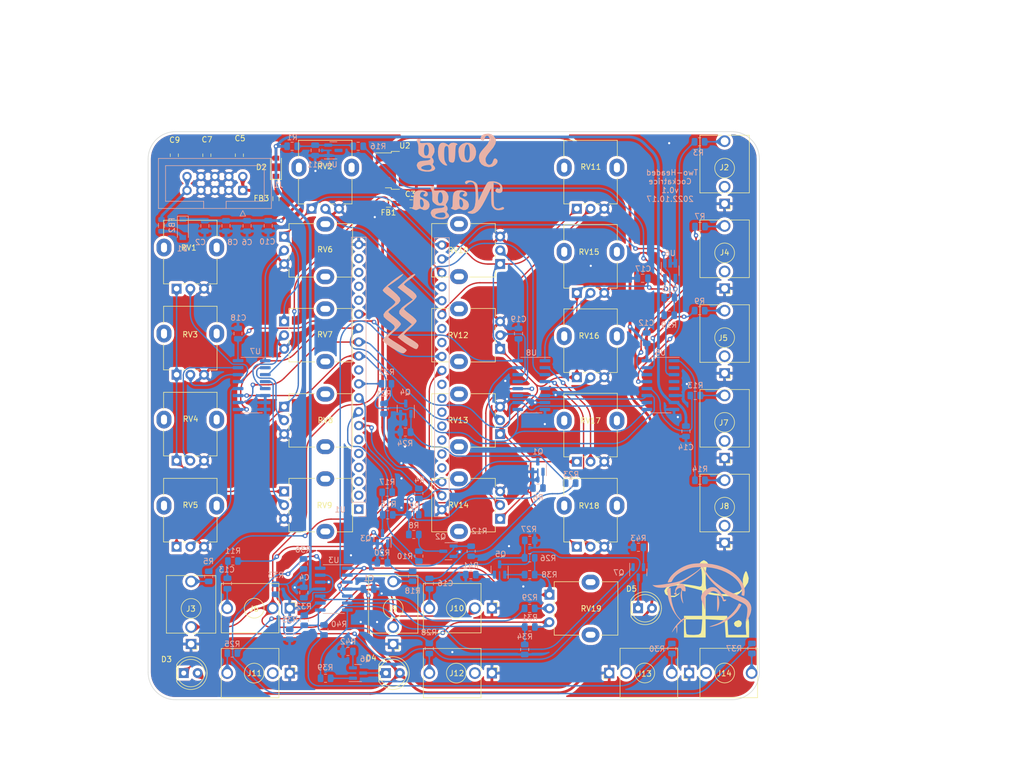
<source format=kicad_pcb>
(kicad_pcb (version 20211014) (generator pcbnew)
  (layers (0 "F.Cu" signal) (31 "B.Cu" signal) (34 "B.Paste" user) (35 "F.Paste" user) (36 "B.SilkS" user "B.Silkscreen") (37 "F.SilkS" user "F.Silkscreen") (38 "B.Mask" user) (39 "F.Mask" user) (44 "Edge.Cuts" user))
  (net 0 "")
  (net 1 "+12V")
  (net 2 "GND")
  (net 3 "-12V")
  (net 4 "Net-(J2-PadT)")
  (net 5 "±10V MUXED SIGNAL")
  (net 7 "MUXED SIGNAL 1")
  (net 9 "3V3_A")
  (net 10 "+3V3_A")
  (net 11 "Net-(D1-Pad2)")
  (net 12 "Net-(D2-Pad1)")
  (net 14 "Net-(J3-PadT)")
  (net 16 "Net-(J4-PadT)")
  (net 17 "Net-(J5-PadT)")
  (net 19 "Net-(J7-PadT)")
  (net 20 "Net-(J8-PadT)")
  (net 21 "Net-(C3-Pad2)")
  (net 23 "Net-(J11-PadT)")
  (net 25 "Net-(J12-PadT)")
  (net 26 "Net-(Q1-Pad1)")
  (net 27 "Net-(D3-Pad1)")
  (net 28 "Net-(Q2-Pad1)")
  (net 29 "Net-(D4-Pad1)")
  (net 30 "Net-(Q3-Pad1)")
  (net 31 "Net-(D5-Pad1)")
  (net 32 "Net-(Q4-Pad1)")
  (net 33 "Net-(Q4-Pad3)")
  (net 34 "Net-(J13-PadT)")
  (net 35 "3V3_D")
  (net 36 "Delay CV")
  (net 37 "GATE 1")
  (net 38 "Decay CV")
  (net 39 "TRIGGER 1")
  (net 40 "Sustain CV")
  (net 41 "Release CV")
  (net 42 "-10V_REF")
  (net 43 "GATE 2")
  (net 44 "TRIGGER 2")
  (net 45 "Attack 1")
  (net 46 "Delay 2")
  (net 47 "Decay 1")
  (net 48 "Sustain 1")
  (net 49 "Release 1")
  (net 50 "Attack 2")
  (net 51 "Decay 2")
  (net 52 "Sustain 2")
  (net 53 "Release 2")
  (net 54 "Attack 1 CV Adjust")
  (net 55 "Delay 2 CV Adjust")
  (net 56 "Decay 1 CV Adjust")
  (net 57 "Sustain 1 CV Adjust")
  (net 58 "Release 1 CV Adjust")
  (net 59 "Attack 2 CV Adjust")
  (net 60 "Decay 2 CV Adjust")
  (net 61 "Sustain 2 CV Adjust")
  (net 62 "Release 2 CV Adjust")
  (net 69 "Net-(FB2-Pad1)")
  (net 70 "Net-(FB3-Pad1)")
  (net 76 "MUXED SIGNAL 2")
  (net 77 "MUXED SIGNAL 3")
  (net 80 "ADSR1_OUT")
  (net 81 "ADSR2_OUT")
  (net 89 "Net-(J14-PadT)")
  (net 90 "CHANNEL SELECT C")
  (net 91 "CHANNEL SELECT B")
  (net 92 "CHANNEL SELECT A")
  (net 93 "Attack CV")
  (net 94 "+5V")
  (net 95 "Net-(C13-Pad1)")
  (net 96 "Net-(C13-Pad2)")
  (net 97 "Net-(C16-Pad1)")
  (net 98 "Net-(C16-Pad2)")
  (net 100 "Net-(Q1-Pad3)")
  (net 104 "Net-(Q2-Pad3)")
  (net 105 "Net-(Q5-Pad1)")
  (net 106 "Net-(Q3-Pad3)")
  (net 107 "Net-(Q6-Pad1)")
  (net 108 "Net-(Q5-Pad2)")
  (net 109 "Net-(Q7-Pad1)")
  (net 110 "Net-(Q6-Pad2)")
  (net 111 "OUT1_LED")
  (net 112 "OUT2_LED")
  (net 113 "MIX_LED")
  (net 115 "Net-(Q7-Pad2)")
  (net 116 "Net-(R26-Pad1)")
  (net 117 "Net-(R29-Pad1)")
  (net 118 "Net-(R29-Pad2)")
  (net 119 "Net-(R31-Pad1)")
  (net 120 "Net-(R32-Pad1)")
  (net 121 "Net-(R33-Pad2)")
  (net 122 "Net-(R36-Pad2)")
  (net 123 "NORMAL_PROBE")
  (net 124 "Net-(J9-PadT)")
  (footprint "Potentiometer_THT:Potentiometer_Alpha_RD901F-40-00D_Single_Vertical" (layer "F.Cu") (at 90.1343 45.4517 90)
    (fp_text reference "RV11")
    (fp_text value "100k")
  )
  (footprint "Potentiometer_THT:Potentiometer_Alpha_RD901F-40-00D_Single_Vertical" (layer "F.Cu") (at 90.1343 60.815 90)
    (fp_text reference "RV15")
    (fp_text value "100k")
  )
  (footprint "LOGO" (layer "F.Cu") (at 114.27 117.71)
    (fp_text reference "G5" hide)
    (fp_text value "LOGO" hide)
  )
  (footprint "Potentiometer_THT:Potentiometer_Alpha_RD901F-40-00D_Single_Vertical" (layer "F.Cu") (at 17.1943 60.0325 90)
    (fp_text reference "RV1")
    (fp_text value "100k")
  )
  (footprint "Potentiometer_THT:Potentiometer_Alpha_RD901F-40-00D_Single_Vertical" (layer "F.Cu") (at 17.1943 75.7217 90)
    (fp_text reference "RV3")
    (fp_text value "100k")
  )
  (footprint "Potentiometer_THT:Potentiometer_Alpha_RD901F-40-00D_Single_Vertical" (layer "F.Cu") (at 90.1343 76.2 90)
    (fp_text reference "RV16")
    (fp_text value "100k")
  )
  (footprint "LED_THT:LED_D5.0mm" (layer "F.Cu") (at 18.495 130.135)
    (fp_text reference "D3")
    (fp_text value "LED")
  )
  (footprint "Connector_Audio:Jack_3.5mm_QingPu_WQP-PJ398SM_Vertical_CircularHoles" (layer "F.Cu") (at 117.0643 59.995 180)
    (fp_text reference "J4")
    (fp_text value "Attack CV In")
  )
  (footprint "Potentiometer_THT:Potentiometer_Alpha_RD901F-40-00D_Single_Vertical" (layer "F.Cu") (at 17.1943 107.1 90)
    (fp_text reference "RV5")
    (fp_text value "100k")
  )
  (footprint "Potentiometer_THT:Potentiometer_Alpha_RD901F-40-00D_Single_Vertical" (layer "F.Cu") (at 41.7843 45.4517 90)
    (fp_text reference "RV2")
    (fp_text value "100k")
  )
  (footprint "Connector_Audio:Jack_3.5mm_QingPu_WQP-PJ398SM_Vertical_CircularHoles" (layer "F.Cu") (at 110.59 130.12 90)
    (fp_text reference "J14")
    (fp_text value "Inv Out")
  )
  (footprint "Potentiometer_THT:Potentiometer_Alpha_RD901F-40-00D_Single_Vertical" (layer "F.Cu") (at 36.7943 50.555)
    (fp_text reference "RV6")
    (fp_text value "100k")
  )
  (footprint "Connector_Audio:Jack_3.5mm_QingPu_WQP-PJ398SM_Vertical_CircularHoles" (layer "F.Cu") (at 117.0643 75.45 180)
    (fp_text reference "J5")
    (fp_text value "Decay CV In")
  )
  (footprint "Potentiometer_THT:Potentiometer_Alpha_RD901F-40-00D_Single_Vertical" (layer "F.Cu") (at 36.7943 81.555)
    (fp_text reference "RV8")
    (fp_text value "100k")
  )
  (footprint "Potentiometer_THT:Potentiometer_Alpha_RD901F-40-00D_Single_Vertical" (layer "F.Cu") (at 90.1343 91.585 90)
    (fp_text reference "RV17")
    (fp_text value "100k")
  )
  (footprint "Potentiometer_THT:Potentiometer_Alpha_RD901F-40-00D_Single_Vertical" (layer "F.Cu") (at 90.1343 107.1 90)
    (fp_text reference "RV18")
    (fp_text value "100k")
  )
  (footprint "Potentiometer_THT:Potentiometer_Alpha_RD901F-40-00D_Single_Vertical" (layer "F.Cu") (at 36.7943 66.02)
    (fp_text reference "RV7")
    (fp_text value "100k")
  )
  (footprint "Potentiometer_THT:Potentiometer_Alpha_RD901F-40-00D_Single_Vertical" (layer "F.Cu") (at 76.1543 102.01 180)
    (fp_text reference "RV14")
    (fp_text value "100k")
  )
  (footprint "Capacitor_SMD:C_0805_2012Metric" (layer "F.Cu") (at 16.7745 35.704 90)
    (fp_text reference "C9")
    (fp_text value "100nF")
  )
  (footprint "Connector_Audio:Jack_3.5mm_QingPu_WQP-PJ398SM_Vertical_CircularHoles" (layer "F.Cu") (at 74.6522 118.3 -90)
    (fp_text reference "J10")
    (fp_text value "Trigger 2")
  )
  (footprint "LED_THT:LED_D5.0mm" (layer "F.Cu") (at 55.335 130.135)
    (fp_text reference "D4")
    (fp_text value "LED")
  )
  (footprint "Potentiometer_THT:Potentiometer_Alpha_RD901F-40-00D_Single_Vertical" (layer "F.Cu") (at 76.1543 86.555 180)
    (fp_text reference "RV13")
    (fp_text value "100k")
  )
  (footprint "Capacitor_SMD:C_0805_2012Metric" (layer "F.Cu") (at 22.7033 35.704 90)
    (fp_text reference "C7")
    (fp_text value "100nF")
  )
  (footprint "LED_THT:LED_D5.0mm" (layer "F.Cu") (at 101.295 118.315)
    (fp_text reference "D5")
    (fp_text value "LED")
  )
  (footprint "Potentiometer_THT:Potentiometer_Alpha_RD901F-40-00D_Single_Vertical" (layer "F.Cu") (at 85.1343 115.855)
    (fp_text reference "RV19")
    (fp_text value "B100k")
  )
  (footprint "Potentiometer_THT:Potentiometer_Alpha_RD901F-40-00D_Single_Vertical" (layer "F.Cu") (at 76.1543 55.535 180)
    (fp_text reference "RV10")
    (fp_text value "100k")
  )
  (footprint "Potentiometer_THT:Potentiometer_Alpha_RD901F-40-00D_Single_Vertical" (layer "F.Cu") (at 17.1943 91.4108 90)
    (fp_text reference "RV4")
    (fp_text value "100k")
  )
  (footprint "Potentiometer_THT:Potentiometer_Alpha_RD901F-40-00D_Single_Vertical" (layer "F.Cu") (at 76.1543 71.02 180)
    (fp_text reference "RV12")
    (fp_text value "100k")
  )
  (footprint "Connector_Audio:Jack_3.5mm_QingPu_WQP-PJ398SM_Vertical_CircularHoles" (layer "F.Cu") (at 117.0643 106.36 180)
    (fp_text reference "J8")
    (fp_text value "Release CV In")
  )
  (footprint "Connector_Audio:Jack_3.5mm_QingPu_WQP-PJ398SM_Vertical_CircularHoles" (layer "F.Cu") (at 96.0322 130.12 90)
    (fp_text reference "J13")
    (fp_text value "Mix Out")
  )
  (footprint "Package_TO_SOT_SMD:TO-252-2" (layer "F.Cu") (at 58.7878 38.458)
    (fp_text reference "U2")
    (fp_text value "LM7805_TO220")
  )
  (footprint "Connector_Audio:Jack_3.5mm_QingPu_WQP-PJ398SM_Vertical_CircularHoles" (layer "F.Cu") (at 117.0643 44.54 180)
    (fp_text reference "J2")
    (fp_text value "Delay CV In")
  )
  (footprint "Diode_SMD:D_SOD-123" (layer "F.Cu") (at 35.2944 37.886 90)
    (fp_text reference "D2")
    (fp_text value "D_Schottky")
  )
  (footprint "Connector_Audio:Jack_3.5mm_QingPu_WQP-PJ398SM_Vertical_CircularHoles" (layer "F.Cu") (at 37.8143 118.3 -90)
    (fp_text reference "J6")
    (fp_text value "Trigger 1")
  )
  (footprint "Connector_Audio:Jack_3.5mm_QingPu_WQP-PJ398SM_Vertical_CircularHoles" (layer "F.Cu") (at 19.8343 124.83 180)
    (fp_text reference "J3")
    (fp_text value "Gate 1")
  )
  (footprint "Connector_Audio:Jack_3.5mm_QingPu_WQP-PJ398SM_Vertical_CircularHoles" (layer "F.Cu") (at 117.0643 90.905 180)
    (fp_text reference "J7")
    (fp_text value "Sustain CV In")
  )
  (footprint "Connector_Audio:Jack_3.5mm_QingPu_WQP-PJ398SM_Vertical_CircularHoles" (layer "F.Cu") (at 37.8143 130.14 -90)
    (fp_text reference "J11")
    (fp_text value "Out 1")
  )
  (footprint "Capacitor_SMD:C_0805_2012Metric" (layer "F.Cu") (at 59.94 44.5646 180)
    (fp_text reference "C3")
    (fp_text value "100nF")
  )
  (footprint "Capacitor_SMD:C_0805_2012Metric" (layer "F.Cu") (at 28.6322 35.704 -90)
    (fp_text reference "C5")
    (fp_text value "10uF")
  )
  (footprint "Connector_Audio:Jack_3.5mm_QingPu_WQP-PJ398SM_Vertical_CircularHoles" (layer "F.Cu") (at 56.6643 124.83 180)
    (fp_text reference "J9")
    (fp_text value "Gate 2")
  )
  (footprint "Inductor_SMD:L_0805_2012Metric" (layer "F.Cu") (at 35.3 43.62 90)
    (fp_text reference "FB3")
    (fp_text value "FerriteBead")
  )
  (footprint "Potentiometer_THT:Potentiometer_Alpha_RD901F-40-00D_Single_Vertical" (layer "F.Cu") (at 36.7943 97.01)
    (fp_text reference "RV9")
    (fp_text value "100k")
  )
  (footprint "Connector_Audio:Jack_3.5mm_QingPu_WQP-PJ398SM_Vertical_CircularHoles" (layer "F.Cu") (at 74.6522 130.14 -90)
    (fp_text reference "J12")
    (fp_text value "Out 2")
  )
  (footprint "Inductor_SMD:L_0805_2012Metric" (layer "F.Cu") (at 55.8 44.61 180)
    (fp_text reference "FB1")
    (fp_text value "FerriteBead")
  )
  (footprint "Package_TO_SOT_SMD:SOT-23" (layer "B.Cu") (at 50.265 130.125)
    (fp_text reference "Q6")
    (fp_text value "MMBT3904")
  )
  (footprint "Inductor_SMD:L_0805_2012Metric" (layer "B.Cu") (at 14.44 48.5 -90)
    (fp_text reference "FB2")
    (fp_text value "FerriteBead")
  )
  (footprint "Resistor_SMD:R_0805_2012Metric" (layer "B.Cu") (at 27.4495 109.71)
    (fp_text reference "R11")
    (fp_text value "100k")
  )
  (footprint "Package_TO_SOT_SMD:SOT-23" (layer "B.Cu") (at 101.3268 111.7644 -90)
    (fp_text reference "Q7")
    (fp_text value "MMBT3904")
  )
  (footprint "Capacitor_SMD:C_0805_2012Metric" (layer "B.Cu") (at 102.1303 58.1439 180)
    (fp_text reference "C17")
    (fp_text value "10nF")
  )
  (footprint "Resistor_SMD:R_0805_2012Metric" (layer "B.Cu") (at 81.535 112.1883)
    (fp_text reference "R38")
    (fp_text value "10k")
  )
  (footprint "Resistor_SMD:R_0805_2012Metric" (layer "B.Cu") (at 70.8742 107.92 90)
    (fp_text reference "R12")
    (fp_text value "1M")
  )
  (footprint "Resistor_SMD:R_0805_2012Metric" (layer "B.Cu") (at 55.5662 97.156 180)
    (fp_text reference "R17")
    (fp_text value "1k")
  )
  (footprint "Capacitor_SMD:C_0805_2012Metric" (layer "B.Cu") (at 30.0387 48.589 -90)
    (fp_text reference "C6")
    (fp_text value "10uF")
  )
  (footprint "Resistor_SMD:R_0805_2012Metric" (layer "B.Cu") (at 58.8901 86.1912)
    (fp_text reference "R24")
    (fp_text value "1M")
  )
  (footprint "Capacitor_SMD:C_0805_2012Metric" (layer "B.Cu") (at 106.9778 61.65 180)
    (fp_text reference "C15")
    (fp_text value "10nF")
  )
  (footprint "Capacitor_SMD:C_0805_2012Metric" (layer "B.Cu") (at 52.1799 114.791)
    (fp_text reference "C1")
    (fp_text value "10nF")
  )
  (footprint "Resistor_SMD:R_0805_2012Metric" (layer "B.Cu") (at 70.8017 112.185 180)
    (fp_text reference "R41")
    (fp_text value "1k")
  )
  (footprint "Capacitor_SMD:C_0805_2012Metric" (layer "B.Cu") (at 63.2608 113.8201 90)
    (fp_text reference "C16")
    (fp_text value "100nF")
  )
  (footprint "Resistor_SMD:R_0805_2012Metric" (layer "B.Cu") (at 111.7162 79.514 180)
    (fp_text reference "R13")
    (fp_text value "100k")
  )
  (footprint "Resistor_SMD:R_0805_2012Metric" (layer "B.Cu") (at 107.45 125.6478 -90)
    (fp_text reference "R30")
    (fp_text value "1k")
  )
  (footprint "Resistor_SMD:R_0805_2012Metric" (layer "B.Cu") (at 101.36 107.2 180)
    (fp_text reference "R43")
    (fp_text value "1k")
  )
  (footprint "Package_TO_SOT_SMD:SOT-23" (layer "B.Cu") (at 54.7122 105.55 90)
    (fp_text reference "Q3")
    (fp_text value "MMBT3904")
  )
  (footprint "Resistor_SMD:R_0805_2012Metric" (layer "B.Cu") (at 60.21 112.47 90)
    (fp_text reference "R18")
    (fp_text value "100k")
  )
  (footprint "Resistor_SMD:R_0805_2012Metric" (layer "B.Cu") (at 40.4583 120.5119 -90)
    (fp_text reference "R32")
    (fp_text value "100k")
  )
  (footprint "Diode_SMD:D_SOD-123" (layer "B.Cu") (at 18.3272 49.058 -90)
    (fp_text reference "D1")
    (fp_text value "D_Schottky")
  )
  (footprint "Package_TO_SOT_SMD:SOT-23" (layer "B.Cu") (at 66.7362 107.92 180)
    (fp_text reference "Q2")
    (fp_text value "MMBT3904")
  )
  (footprint "LOGO" (layer "B.Cu") (at 57.07 64.21 -90)
    (fp_text reference "G2" hide)
    (fp_text value "LOGO" hide)
  )
  (footprint "Resistor_SMD:R_0805_2012Metric" (layer "B.Cu") (at 55.014 81.9102 -90)
    (fp_text reference "R21")
    (fp_text value "10k")
  )
  (footprint "Resistor_SMD:R_0805_2012Metric" (layer "B.Cu") (at 89.0039 95.4914 180)
    (fp_text reference "R23")
    (fp_text value "100k")
  )
  (footprint "Resistor_SMD:R_0805_2012Metric" (layer "B.Cu") (at 27.3378 126.49 180)
    (fp_text reference "R25")
    (fp_text value "1k")
  )
  (footprint "Resistor_SMD:R_0805_2012Metric" (layer "B.Cu") (at 60.4198 104.86 180)
    (fp_text reference "R8")
    (fp_text value "R")
  )
  (footprint "Capacitor_SMD:C_0805_2012Metric" (layer "B.Cu") (at 110.014 86.0473 -90)
    (fp_text reference "C14")
    (fp_text value "10nF")
  )
  (footprint "Package_TO_SOT_SMD:SOT-23" (layer "B.Cu") (at 58.9521 81.9236 90)
    (fp_text reference "Q4")
    (fp_text value "MMBT3904")
  )
  (footprint "Resistor_SMD:R_0805_2012Metric" (layer "B.Cu") (at 50.2898 34.0654)
    (fp_text reference "R16")
    (fp_text value "200k")
  )
  (footprint "Resistor_SMD:R_0805_2012Metric" (layer "B.Cu") (at 40.325 110.215 90)
    (fp_text reference "R36")
    (fp_text value "100k")
  )
  (footprint "Resistor_SMD:R_0805_2012Metric" (layer "B.Cu") (at 55.6602 101.282)
    (fp_text reference "R15")
    (fp_text value "10k")
  )
  (footprint "Package_SO:SOIC-14_3.9x8.7mm_P1.27mm" (layer "B.Cu") (at 45.8378 114.82 180)
    (fp_text reference "U3")
    (fp_text value "TL074")
  )
  (footprint "Resistor_SMD:R_0805_2012Metric" (layer "B.Cu") (at 81.5619 121.7217)
    (fp_text reference "R31")
    (fp_text value "100k")
  )
  (footprint "Resistor_SMD:R_0805_2012Metric" (layer "B.Cu") (at 54.6962 110.028)
    (fp_text reference "R20")
    (fp_text value "1M")
  )
  (footprint "Resistor_SMD:R_0805_2012Metric" (layer "B.Cu") (at 81.5518 105.932 180)
    (fp_text reference "R27")
    (fp_text value "50k")
  )
  (footprint "Resistor_SMD:R_0805_2012Metric" (layer "B.Cu") (at 44.0544 122.2732 -90)
    (fp_text reference "R40")
    (fp_text value "10k")
  )
  (footprint "Capacitor_SMD:C_0805_2012Metric" (layer "B.Cu") (at 33.8858 48.573 90)
    (fp_text reference "C10")
    (fp_text value "100nF")
  )
  (footprint "Resistor_SMD:R_0805_2012Metric" (layer "B.Cu") (at 63.2418 125.65 -90)
    (fp_text reference "R28")
    (fp_text value "1k")
  )
  (footprint "daisy-seed:Daisy_Seed" (layer "B.Cu") (at 50.3885 100.2489)
    (fp_text reference "U1")
    (fp_text value "Daisy_Seed")
  )
  (footprint "Resistor_SMD:R_0805_2012Metric" (layer "B.Cu") (at 112.4938 33.2503 180)
    (fp_text reference "R3")
    (fp_text value "100k")
  )
  (footprint "Capacitor_SMD:C_0805_2012Metric" (layer "B.Cu") (at 26.4562 113.8 90)
    (fp_text reference "C13")
    (fp_text value "100nF")
  )
  (footprint "Package_SO:SOIC-16_3.9x9.9mm_P1.27mm" (layer "B.Cu") (at 105.3696 77.622 180)
    (fp_text reference "U5")
    (fp_text value "CD4051B")
  )
  (footprint "Resistor_SMD:R_0805_2012Metric" (layer "B.Cu") (at 122.035 125.635 -90)
    (fp_text reference "R37")
    (fp_text value "1k")
  )
  (footprint "Resistor_SMD:R_0805_2012Metric" (layer "B.Cu") (at 37.79 123.07 90)
    (fp_text reference "R35")
    (fp_text value "100k")
  )
  (footprint "Capacitor_SMD:C_0805_2012Metric" (layer "B.Cu") (at 26.1915 48.589 90)
    (fp_text reference "C8")
    (fp_text value "100nF")
  )
  (footprint "Resistor_SMD:R_0805_2012Metric" (layer "B.Cu") (at 55.4302 77.37)
    (fp_text reference "R22")
    (fp_text value "1k")
  )
  (footprint "Package_TO_SOT_SMD:SOT-23" (layer "B.Cu") (at 83.0162 92.488 90)
    (fp_text reference "Q1")
    (fp_text value "MMBT3904")
  )
  (footprint "Capacitor_SMD:C_0805_2012Metric" (layer "B.Cu") (at 79.5033 68.22 90)
    (fp_text reference "C19")
    (fp_text value "10nF")
  )
  (footprint "Resistor_SMD:R_0805_2012Metric" (layer "B.Cu") (at 112.574 48.7005 180)
    (fp_text reference "R7")
    (fp_text value "100k")
  )
  (footprint "Capacitor_SMD:C_0805_2012Metric" (layer "B.Cu") (at 28.3833 68.22 90)
    (fp_text reference "C18")
    (fp_text value "10nF")
  )
  (footprint "Package_SO:SOIC-16_3.9x9.9mm_P1.27mm" (layer "B.Cu") (at 81.8433 77.622 180)
    (fp_text reference "U8")
    (fp_text value "CD4051B")
  )
  (footprint "Resistor_SMD:R_0805_2012Metric" (layer "B.Cu") (at 35.2402 114.84 90)
    (fp_text reference "R33")
    (fp_text value "100k")
  )
  (footprint "Resistor_SMD:R_0805_2012Metric" (layer "B.Cu") (at 48.41 126.19 180)
    (fp_text reference "R42")
    (fp_text value "1k")
  )
  (footprint "Package_TO_SOT_SMD:SOT-23" (layer "B.Cu") (at 45.7642 34.8154)
    (fp_text reference "U4")
    (fp_text value "LM4040DBZ-10")
  )
  (footprint "Resistor_SMD:R_0805_2012Metric" (layer "B.Cu") (at 23.0441 112.504 90)
    (fp_text reference "R5")
    (fp_text value "100k")
  )
  (footprint "Package_TO_SOT_SMD:SOT-23" (layer "B.Cu") (at 76.055 111.245 90)
    (fp_text reference "Q5")
    (fp_text value "MMBT3904")
  )
  (footprint "Resistor_SMD:R_0805_2012Metric" (layer "B.Cu") (at 80.626 125.8482 90)
    (fp_text reference "R34")
    (fp_text value "50k")
  )
  (footprint "Resistor_SMD:R_0805_2012Metric" (layer "B.Cu") (at 112.5141 64.044 180)
    (fp_text reference "R9")
    (fp_text value "100k")
  )
  (footprint "LOGO" (layer "B.Cu") (at 112.92 116.63 180)
    (fp_text reference "G1" hide)
    (fp_text value "LOGO" hide)
  )
  (footprint "Resistor_SMD:R_0805_2012Metric" (layer "B.Cu") (at 44.3383 131.085 180)
    (fp_text reference "R39")
    (fp_text value "10k")
  )
  (footprint "Resistor_SMD:R_0805_2012Metric" (layer "B.Cu") (at 81.54 109.1202)
    (fp_text reference "R26")
    (fp_text value "100k")
  )
  (footprint "Package_TO_SOT_SMD:SOT-23-5_HandSoldering" (layer "B.Cu") (at 107.1324 56.76 -90)
    (fp_text reference "U6")
    (fp_text value "MCP6001-OT")
  )
  (footprint "Package_SO:SOIC-16_3.9x9.9mm_P1.27mm" (layer "B.Cu") (at 30.87 77.622 180)
    (fp_text reference "U7")
    (fp_text value "CD4051B")
  )
  (footprint "Resistor_SMD:R_0805_2012Metric" (layer "B.Cu") (at 60.4139 101.2482 180)
    (fp_text reference "R2")
    (fp_text value "10k")
  )
  (footprint "Resistor_SMD:R_0805_2012Metric" (layer "B.Cu") (at 106.9718 64.874 180)
    (fp_text reference "R19")
    (fp_text value "27k")
  )
  (footprint "Resistor_SMD:R_0805_2012Metric" (layer "B.Cu") (at 112.5622 94.974 180)
    (fp_text reference "R14")
    (fp_text value "100k")
  )
  (footprint "Connector_IDC:IDC-Header_2x05_P2.54mm_Vertical" (layer "B.Cu") (at 29.2543 42.12 90)
    (fp_text reference "J1")
    (fp_text value "EURO_PWR_2x5")
  )
  (footprint "Capacitor_SMD:C_0805_2012Metric" (layer "B.Cu") (at 40.3775 115.446 90)
    (fp_text reference "C4")
    (fp_text value "10nF")
  )
  (footprint "Resistor_SMD:R_0805_2012Metric" (layer "B.Cu") (at 83.0505 96.398)
    (fp_text reference "R6")
    (fp_text value "1M")
  )
  (footprint "Resistor_SMD:R_0805_2012Metric" (layer "B.Cu") (at 81.5318 118.342 180)
    (fp_text reference "R29")
    (fp_text value "100k")
  )
  (footprint "Capacitor_SMD:C_0805_2012Metric" (layer "B.Cu") (at 102.848 69.06 90)
    (fp_text reference "C12")
    (fp_text value "10nF")
  )
  (footprint "Resistor_SMD:R_0805_2012Metric" (layer "B.Cu") (at 61.3395 108.804 90)
    (fp_text reference "R10")
    (fp_text value "1k")
  )
  (footprint "Resistor_SMD:R_0805_2012Metric" (layer "B.Cu") (at 61.3405 97.39 -90)
    (fp_text reference "R4")
    (fp_text value "1k")
  )
  (footprint "Capacitor_SMD:C_0805_2012Metric" (layer "B.Cu") (at 42.4423 34.8154 90)
    (fp_text reference "C11")
    (fp_text value "100nF")
  )
  (footprint "Capacitor_SMD:C_0805_2012Metric" (layer "B.Cu") (at 22.3443 48.589 90)
    (fp_text reference "C2")
    (fp_text value "330nF")
  )
  (footprint "LOGO" (layer "B.Cu") (at 68.4 38.79 180)
    (fp_text reference "G3" hide)
    (fp_text value "LOGO" hide)
  )
  (footprint "Resistor_SMD:R_0805_2012Metric" (layer "B.Cu") (at 38.2485 34.0654 180)
    (fp_text reference "R1")
    (fp_text value "1k")
  )
  (gr_line (start 17 31.4) (end 118.4 31.399991) (layer "Edge.Cuts") (width 0.1))
  (gr_arc (start 12 36.4) (mid 13.464466 32.864466) (end 17 31.4) (layer "Edge.Cuts") (width 0.1))
  (gr_line (start 118.4 135) (end 17 135) (layer "Edge.Cuts") (width 0.1))
  (gr_arc (start 17 135) (mid 13.464466 133.535534) (end 12 130) (layer "Edge.Cuts") (width 0.1))
  (gr_line (start 12 130) (end 12 36.4) (layer "Edge.Cuts") (width 0.1))
  (gr_arc (start 123.4 130) (mid 121.935534 133.535534) (end 118.4 135) (layer "Edge.Cuts") (width 0.1))
  (gr_arc (start 118.4 31.399991) (mid 121.93554 32.86446) (end 123.400009 36.4) (layer "Edge.Cuts") (width 0.1))
  (gr_line (start 123.400009 36.4) (end 123.4 130) (layer "Edge.Cuts") (width 0.1))
  (gr_text "Two-Headed \nCockatrice\nv0.1\n2022.10.17" (at 107.12 41.28) (layer "B.SilkS") (effects (font (size 1 1)) (justify mirror)))
  (segment (start 52.16 122.729527) (end 52.16 115.97) (width 0.5) (layer "F.Cu") (net 1))
  (segment (start 53.980167 36.785629) (end 53.668595 37.097201) (width 0.5) (layer "F.Cu") (net 1))
  (segment (start 40.924655 42.955344) (end 36.25 47.63) (width 0.5) (layer "F.Cu") (net 1))
  (segment (start 54.587799 36.177998) (end 53.980167 36.785629) (width 0.5) (layer "F.Cu") (net 1))
  (segment (start 50.676488 40.08931) (end 50.201144 40.564655) (width 0.5) (layer "F.Cu") (net 1))
  (segment (start 56.63236 128.89236) (end 58.935659 131.195659) (width 0.5) (layer "F.Cu") (net 1))
  (segment (start 56.63236 128.89236) (end 53.355344 125.615344) (width 0.5) (layer "F.Cu") (net 1))
  (segment (start 55.803061 34.962736) (end 55.830438 34.935359) (width 0.5) (layer "F.Cu") (net 1))
  (segment (start 99.82 45.550472) (end 99.82 66.98) (width 0.5) (layer "F.Cu") (net 1))
  (segment (start 102.639655 119.510344) (end 89.615344 132.534655) (width 0.5) (layer "F.Cu") (net 1))
  (segment (start 51.627175 39.138621) (end 52.43782 38.327976) (width 0.5) (layer "F.Cu") (net 1))
  (segment (start 55.19543 35.570367) (end 54.587799 36.177998) (width 0.5) (layer "F.Cu") (net 1))
  (segment (start 51.627175 39.138621) (end 50.676488 40.08931) (width 0.5) (layer "F.Cu") (net 1))
  (segment (start 55.803061 34.962736) (end 55.19543 35.570367) (width 0.5) (layer "F.Cu") (net 1))
  (segment (start 56.941703 33.824096) (end 56.624198 34.141599) (width 0.5) (layer "F.Cu") (net 1))
  (segment (start 98.624655 42.664655) (end 89.625344 33.665344) (width 0.5) (layer "F.Cu") (net 1))
  (segment (start 102.639655 82.573655) (end 101.005344 80.939344) (width 0.5) (layer "F.Cu") (net 1))
  (segment (start 26.440472 133.85) (end 52.469527 133.85) (width 0.5) (layer "F.Cu") (net 1))
  (segment (start 53.668595 37.097201) (end 52.43782 38.327976) (width 0.5) (layer "F.Cu") (net 1))
  (segment (start 60.274655 132.534655) (end 58.935659 131.195659) (width 0.5) (layer "F.Cu") (net 1))
  (segment (start 99.81 66.997071) (end 99.81 78.053527) (width 0.5) (layer "F.Cu") (net 1))
  (segment (start 56.624198 34.141599) (end 56.465446 34.300351) (width 0.5) (layer "F.Cu") (net 1))
  (segment (start 56.81434 131.195659) (end 55.355344 132.654655) (width 0.5) (layer "F.Cu") (net 1))
  (segment (start 99.82 66.98) (end 99.815 66.985) (width 0.5) (layer "F.Cu") (net 1))
  (segment (start 43.810472 41.76) (end 47.315327 41.76) (width 0.5) (layer "F.Cu") (net 1))
  (segment (start 57.100455 33.665344) (end 56.941703 33.824096) (width 0.5) (layer "F.Cu") (net 1))
  (segment (start 23.554655 132.654655) (end 21.035 130.135) (width 0.5) (layer "F.Cu") (net 1))
  (segment (start 56.465446 34.300351) (end 55.830438 34.935359) (width 0.5) (layer "F.Cu") (net 1))
  (segment (start 103.835 116.624527) (end 103.835 85.459472) (width 0.5) (layer "F.Cu") (net 1))
  (segment (start 63.160472 133.73) (end 86.729527 133.73) (width 0.5) (layer "F.Cu") (net 1))
  (segment (start 59.986272 32.47) (end 86.739527 32.47) (width 0.5) (layer "F.Cu") (net 1))
  (via (at 99.82 66.98) (size 0.8) (drill 0.4) (layers "F.Cu" "B.Cu") (net 1))
  (via (at 36.25 47.63) (size 0.8) (drill 0.4) (layers "F.Cu" "B.Cu") (net 1))
  (via (at 52.16 115.97) (size 0.8) (drill 0.4) (layers "F.Cu" "B.Cu") (net 1))
  (arc (start 50.201144 40.564655) (mid 48.87712 41.449339) (end 47.315327 41.76) (width 0.5) (layer "F.Cu") (net 1))
  (arc (start 89.625344 33.665344) (mid 88.30132 32.780659) (end 86.739527 32.47) (width 0.5) (layer "F.Cu") (net 1))
  (arc (start 52.16 122.729527) (mid 52.470659 124.29132) (end 53.355344 125.615344) (width 0.5) (layer "F.Cu") (net 1))
  (arc (start 101.005344 80.939344) (mid 100.120659 79.61532) (end 99.81 78.053527) (width 0.5) (layer "F.Cu") (net 1))
  (arc (start 55.355344 132.654655) (mid 54.03132 133.539339) (end 52.469527 133.85) (width 0.5) (layer "F.Cu") (net 1))
  (arc (start 26.440472 133.85) (mid 24.878679 133.539339) (end 23.554655 132.654655) (width 0.5) (layer "F.Cu") (net 1))
  (arc (start 99.81 66.997071) (mid 99.811299 66.990538) (end 99.815 66.985) (width 0.5) (layer "F.Cu") (net 1))
  (arc (start 60.274655 132.534655) (mid 61.598679 133.419339) (end 63.160472 133.73) (width 0.5) (layer "F.Cu") (net 1))
  (arc (start 103.835 116.624527) (mid 103.524339 118.18632) (end 102.639655 119.510344) (width 0.5) (layer "F.Cu") (net 1))
  (arc (start 98.624655 42.664655) (mid 99.509339 43.988679) (end 99.82 45.550472) (width 0.5) (layer "F.Cu") (net 1))
  (arc (start 40.924655 42.955344) (mid 42.248679 42.070659) (end 43.810472 41.76) (width 0.5) (layer "F.Cu") (net 1))
  (arc (start 56.81434 131.195659) (mid 57.874999 130.756319) (end 58.935659 131.195659) (width 0.5) (layer "F.Cu") (net 1))
  (arc (start 86.729527 133.73) (mid 88.29132 133.419339) (end 89.615344 132.534655) (width 0.5) (layer "F.Cu") (net 1))
  (arc (start 59.986272 32.47) (mid 58.424479 32.780659) (end 57.100455 33.665344) (width 0.5) (layer "F.Cu") (net 1))
  (arc (start 56.81434 131.195659) (mid 57.200379 130.081698) (end 56.63236 128.89236) (width 0.5) (layer "F.Cu") (net 1))
  (arc (start 102.639655 82.573655) (mid 103.524339 83.897679) (end 103.835 85.459472) (width 0.5) (layer "F.Cu") (net 1))
  (segment (start 32.924902 47.623) (end 31.594883 47.623) (width 0.5) (layer "B.Cu") (net 1))
  (segment (start 27.264297 47.639) (end 26.909594 47.639) (width 0.5) (layer "B.Cu") (net 1))
  (segment (start 29.76757 47.639) (end 29.247938 47.639) (width 0.5) (layer "B.Cu") (net 1))
  (segment (start 102.895 70.089692) (end 102.895 72.662817) (width 0.5) (layer "B.Cu") (net 1))
  (segment (start 32.924902 47.623) (end 33.294024 47.623) (width 0.5) (layer "B.Cu") (net 1))
  (segment (start 24.985678 47.639) (end 24.296903 47.639) (width 0.5) (layer "B.Cu") (net 1))
  (segment (start 102.843757 69.993757) (end 99.833535 66.983535) (width 0.5) (layer "B.Cu") (net 1))
  (segment (start 23.230078 47.639) (end 22.748453 47.639) (width 0.5) (layer "B.Cu") (net 1))
  (segment (start 99.825 66.98) (end 99.82 66.98) (width 0.5) (layer "B.Cu") (net 1))
  (segment (start 102.8946 72.663782) (end 102.8946 73.177) (width 0.25) (layer "B.Cu") (net 1))
  (segment (start 28.869887 47.639) (end 29.247938 47.639) (width 0.5) (layer "B.Cu") (net 1))
  (segment (start 102.895 72.663382) (end 102.895 73.177) (width 0.5) (layer "B.Cu") (net 1))
  (segment (start 23.230078 47.639) (end 23.608128 47.639) (width 0.5) (layer "B.Cu") (net 1))
  (segment (start 28.067092 47.639) (end 27.264297 47.639) (width 0.5) (layer "B.Cu") (net 1))
  (segment (start 52.16 115.8455) (end 52.16 115.97) (width 0.5) (layer "B.Cu") (net 1))
  (segment (start 28.869887 47.639) (end 28.067092 47.639) (width 0.5) (layer "B.Cu") (net 1))
  (segment (start 31.594883 47.623) (end 31.162952 47.623) (width 0.5) (layer "B.Cu") (net 1))
  (segment (start 21.949958 47.408) (end 18.3272 47.408) (width 0.5) (layer "B.Cu") (net 1))
  (segment (start 30.431659 47.623) (end 30.066013 47.623) (width 0.5) (layer "B.Cu") (net 1))
  (segment (start 35.79793 47.623) (end 35.649987 47.623) (width 0.5) (layer "B.Cu") (net 1))
  (segment (start 30.027386 47.639) (end 29.76757 47.639) (width 0.5) (layer "B.Cu") (net 1))
  (segment (start 34.477574 47.623) (end 33.885799 47.623) (width 0.5) (layer "B.Cu") (net 1))
  (segment (start 34.481287 47.623) (end 34.477574 47.623) (width 0.5) (layer "B.Cu") (net 1))
  (segment (start 35.649987 47.623) (end 35.065637 47.623) (width 0.5) (layer "B.Cu") (net 1))
  (segment (start 35.065637 47.623) (end 34.481287 47.623) (width 0.5) (layer "B.Cu") (net 1))
  (segment (start 36.25 47.63) (end 36.2465 47.6265) (width 0.5) (layer "B.Cu") (net 1))
  (segment (start 102.8715 70.0333) (end 102.85226 70.014224) (width 0.5) (layer "B.Cu") (net 1))
  (segment (start 22.507641 47.639) (end 22.748453 47.639) (width 0.5) (layer "B.Cu") (net 1))
  (segment (start 51.180393 114.82) (end 48.3128 114.82) (width 0.5) (layer "B.Cu") (net 1))
  (segment (start 36.091343 47.623) (end 36.23805 47.623) (width 0.5) (layer "B.Cu") (net 1))
  (segment (start 102.895 72.663382) (end 102.895 72.662817) (width 0.5) (layer "B.Cu") (net 1))
  (segment (start 31.162952 47.623) (end 30.431659 47.623) (width 0.5) (layer "B.Cu") (net 1))
  (segment (start 24.296903 47.639) (end 23.608128 47.639) (width 0.5) (layer "B.Cu") (net 1))
  (segment (start 25.397392 47.639) (end 24.985678 47.639) (width 0.5) (layer "B.Cu") (net 1))
  (segment (start 51.2444 114.805499) (end 52.07196 115.632969) (width 0.5) (layer "B.Cu") (net 1))
  (segment (start 33.885799 47.623) (end 33.294024 47.623) (width 0.5) (layer "B.Cu") (net 1))
  (segment (start 36.091343 47.623) (end 35.79793 47.623) (width 0.5) (layer "B.Cu") (net 1))
  (segment (start 26.909594 47.639) (end 25.397392 47.639) (width 0.5) (layer "B.Cu") (net 1))
  (arc (start 22.507641 47.639) (mid 22.356733 47.608982) (end 22.2288 47.5235) (width 0.5) (layer "B.Cu") (net 1))
  (arc (start 99.825 66.98) (mid 99.829619 66.980918) (end 99.833535 66.983535) (width 0.5) (layer "B.Cu") (net 1))
  (arc (start 52.07196 115.632969) (mid 52.137119 115.730478) (end 52.16 115.8455) (width 0.5) (layer "B.Cu") (net 1))
  (arc (start 102.8948 72.6633) (mid 102.894651 72.663521) (end 102.8946 72.663782) (width 0.25) (layer "B.Cu") (net 1))
  (arc (start 30.0467 47.631) (mid 30.055561 47.625079) (end 30.066013 47.623) (width 0.5) (layer "B.Cu") (net 1))
  (arc (start 102.8715 70.0333) (mid 102.888889 70.059145) (end 102.895 70.089692) (width 0.5) (layer "B.Cu") (net 1))
  (arc (start 102.8948 72.6633) (mid 102.894948 72.663078) (end 102.895 72.662817) (width 0.25) (layer "B.Cu") (net 1))
  (arc (start 102.85226 70.014224) (mid 102.849107 70.009538) (end 102.848 70.004) (width 0.5) (layer "B.Cu") (net 1))
  (arc (start 51.2154 114.8055) (mid 51.199338 114.816231) (end 51.180393 114.82) (width 0.5) (layer "B.Cu") (net 1))
  (arc (start 22.2288 47.5235) (mid 22.100866 47.438017) (end 21.949958 47.408) (width 0.5) (layer "B.Cu") (net 1))
  (arc (start 36.23805 47.623) (mid 36.242623 47.623909) (end 36.2465 47.6265) (width 0.5) (layer "B.Cu") (net 1))
  (arc (start 30.0467 47.631) (mid 30.037838 47.63692) (end 30.027386 47.639) (width 0.5) (layer "B.Cu") (net 1))
  (arc (start 102.895 72.663382) (mid 102.894927 72.663274) (end 102.8948 72.6633) (width 0.5) (layer "B.Cu") (net 1))
  (arc (start 102.843757 69.993757) (mid 102.846897 69.998456) (end 102.848 70.004) (width 0.5) (layer "B.Cu") (net 1))
  (arc (start 51.2444 114.805499) (mid 51.2299 114.799493) (end 51.2154 114.8055) (width 0.5) (layer "B.Cu") (net 1))
  (segment (start 58.16 91.84) (end 58.165 91.845) (width 0.25) (layer "F.Cu") (net 2))
  (segment (start 50.004002 123.675997) (end 49.06 124.62) (width 0.25) (layer "F.Cu") (net 2))
  (segment (start 50.75 121.875) (end 50.75 120.82) (width 0.25) (layer "F.Cu") (net 2))
  (segment (start 58.17 94.63) (end 58.17 91.857071) (width 0.25) (layer "F.Cu") (net 2))
  (via (at 50.75 120.82) (size 0.8) (drill 0.4) (layers "F.Cu" "B.Cu") (net 2))
  (via (at 82.53 80.79) (size 0.8) (drill 0.4) (layers "F.Cu" "B.Cu") (net 2))
  (via (at 77.77 106.99) (size 0.8) (drill 0.4) (layers "F.Cu" "B.Cu") (net 2))
  (via (at 58.81 88.84) (size 0.8) (drill 0.4) (layers "F.Cu" "B.Cu") (net 2))
  (via (at 80.38 114.34) (size 0.8) (drill 0.4) (layers "F.Cu" "B.Cu") (net 2))
  (via (at 44.93 113.54) (size 0.8) (drill 0.4) (layers "F.Cu" "B.Cu") (net 2))
  (via (at 54.62 108.15) (size 0.8) (drill 0.4) (layers "F.Cu" "B.Cu") (net 2))
  (via (at 92.67 55.87) (size 0.8) (drill 0.4) (layers "F.Cu" "B.Cu") (net 2))
  (via (at 58.17 99.98) (size 0.8) (drill 0.4) (layers "F.Cu" "B.Cu") (net 2))
  (via (at 58.17 94.63) (size 0.8) (drill 0.4) (layers "F.Cu" "B.Cu") (net 2))
  (via (at 110.18 77.41) (size 0.8) (drill 0.4) (layers "F.Cu" "B.Cu") (net 2))
  (via (at 106.96 33.5) (size 0.8) (drill 0.4) (layers "F.Cu" "B.Cu") (net 2))
  (via (at 67.44 126.3) (size 0.8) (drill 0.4) (layers "F.Cu" "B.Cu") (net 2))
  (via (at 53.73 120.82) (size 0.8) (drill 0.4) (layers "F.Cu" "B.Cu") (net 2))
  (via (at 77.09 76.85) (size 0.8) (drill 0.4) (layers "F.Cu" "B.Cu") (net 2))
  (via (at 54.56 115.62) (size 0.8) (drill 0.4) (layers "F.Cu" "B.Cu") (net 2))
  (via (at 84.3 84.73) (size 0.8) (drill 0.4) (layers "F.Cu" "B.Cu") (net 2))
  (via (at 38.72 114.51) (size 0.8) (drill 0.4) (layers "F.Cu" "B.Cu") (net 2))
  (via (at 49.06 124.62) (size 0.8) (drill 0.4) (layers "F.Cu" "B.Cu") (net 2))
  (via (at 58.16 91.84) (size 0.8) (drill 0.4) (layers "F.Cu" "B.Cu") (net 2))
  (via (at 53.31 46.98) (size 0.8) (drill 0.4) (layers "F.Cu" "B.Cu") (net 2))
  (via (at 77.41 80.17) (size 0.8) (drill 0.4) (layers "F.Cu" "B.Cu") (net 2))
  (via (at 48.97 108.66) (size 0.8) (drill 0.4) (layers "F.Cu" "B.Cu") (net 2))
  (via (at 68.76 108.04) (size 0.8) (drill 0.4) (layers "F.Cu" "B.Cu") (net 2))
  (via (at 42.49 38.57) (size 0.8) (drill 0.4) (layers "F.Cu" "B.Cu") (net 2))
  (via (at 108.54 83.45) (size 0.8) (drill 0.4) (layers "F.Cu" "B.Cu") (net 2))
  (via (at 86.27 79.41) (size 0.8) (drill 0.4) (layers "F.Cu" "B.Cu") (net 2))
  (arc (start 58.17 91.857071) (mid 58.1687 91.850538) (end 58.165 91.845) (width 0.25) (layer "F.Cu") (net 2))
  (arc (start 50.004002 123.675997) (mid 50.556121 122.849692) (end 50.75 121.875) (width 0.25) (layer "F.Cu") (net 2))
  (segment (start 77.41 80.17) (end 81.471593 80.17) (width 0.25) (layer "B.Cu") (net 2))
  (segment (start 44.912928 113.55) (end 43.3628 113.55) (width 0.25) (layer "B.Cu") (net 2))
  (segment (start 44.93 113.54) (end 44.925 113.545) (width 0.25) (layer "B.Cu") (net 2))
  (segment (start 86.070268 79.527) (end 84.3183 79.527) (width 0.25) (layer "B.Cu") (net 2))
  (segment (start 82.541949 80.797) (end 84.3183 80.797) (width 0.25) (layer "B.Cu") (net 2))
  (segment (start 67.80185 108.87) (end 67.6737 108.87) (width 0.25) (layer "B.Cu") (net 2))
  (segment (start 86.2115 79.4685) (end 86.27 79.41) (width 0.25) (layer "B.Cu") (net 2))
  (segment (start 82.53 80.79) (end 82.5335 80.7935) (width 0.25) (layer "B.Cu") (net 2))
  (segment (start 49.06 124.62375) (end 49.06 124.62) (width 0.25) (layer "B.Cu") (net 2))
  (segment (start 49.057348 124.630151) (end 47.4975 126.19) (width 0.25) (layer "B.Cu") (net 2))
  (segment (start 82.53 80.79) (end 82.22 80.48) (width 0.25) (layer "B.Cu") (net 2))
  (segment (start 68.76 108.04) (end 68.020615 108.779384) (width 0.25) (layer "B.Cu") (net 2))
  (arc (start 67.80185 108.87) (mid 67.920244 108.846449) (end 68.020615 108.779384) (width 0.25) (layer "B.Cu") (net 2))
  (arc (start 82.541949 80.797) (mid 82.537376 80.79609) (end 82.5335 80.7935) (width 0.25) (layer "B.Cu") (net 2))
  (arc (start 44.912928 113.55) (mid 44.919461 113.5487) (end 44.925 113.545) (width 0.25) (layer "B.Cu") (net 2))
  (arc (start 49.057348 124.630151) (mid 49.05931 124.627214) (end 49.06 124.62375) (width 0.25) (layer "B.Cu") (net 2))
  (arc (start 82.22 80.48) (mid 81.876628 80.250566) (end 81.471593 80.17) (width 0.25) (layer "B.Cu") (net 2))
  (arc (start 86.2115 79.4685) (mid 86.146702 79.511796) (end 86.070268 79.527) (width 0.25) (layer "B.Cu") (net 2))
  (segment (start 25.521524 36.654) (end 24.81428 36.654) (width 0.5) (layer "F.Cu") (net 3))
  (segment (start 27.793187 36.654) (end 28.318244 36.654) (width 0.5) (layer "F.Cu") (net 3))
  (segment (start 21.2211 36.654) (end 20.670784 36.654) (width 0.5) (layer "F.Cu") (net 3))
  (segment (start 26.743073 36.654) (end 25.521524 36.654) (width 0.5) (layer "F.Cu") (net 3))
  (segment (start 17.378021 36.654) (end 16.7745 36.654) (width 0.5) (layer "F.Cu") (net 3))
  (segment (start 20.120468 36.654) (end 18.585063 36.654) (width 0.5) (layer "F.Cu") (net 3))
  (segment (start 35.3 34.07) (end 35.2972 34.0728) (width 0.5) (layer "F.Cu") (net 3))
  (segment (start 35.375615 36.236) (end 35.3442 36.236) (width 0.5) (layer "F.Cu") (net 3))
  (segment (start 24.107036 36.654) (end 21.2211 36.654) (width 0.5) (layer "F.Cu") (net 3))
  (segment (start 18.585063 36.654) (end 17.378021 36.654) (width 0.5) (layer "F.Cu") (net 3))
  (segment (start 27.793187 36.654) (end 26.743073 36.654) (width 0.5) (layer "F.Cu") (net 3))
  (segment (start 20.670784 36.654) (end 20.120468 36.654) (width 0.5) (layer "F.Cu") (net 3))
  (segment (start 35.2944 36.1862) (end 35.2944 34.079559) (width 0.5) (layer "F.Cu") (net 3))
  (segment (start 29.390155 36.21) (end 35.401615 36.21) (width 0.5) (layer "F.Cu") (net 3))
  (segment (start 24.81428 36.654) (end 24.107036 36.654) (width 0.5) (layer "F.Cu") (net 3))
  (via (at 35.3 34.07) (size 0.8) (drill 0.4) (layers "F.Cu" "B.Cu") (net 3))
  (arc (start 35.2944 36.1862) (mid 35.308986 36.221413) (end 35.3442 36.236) (width 0.5) (layer "F.Cu") (net 3))
  (arc (start 29.390155 36.21) (mid 29.100098 36.267695) (end 28.8542 36.432) (width 0.5) (layer "F.Cu") (net 3))
  (arc (start 35.2944 34.079559) (mid 35.295127 34.075901) (end 35.2972 34.0728) (width 0.5) (layer "F.Cu") (net 3))
  (arc (start 28.318244 36.654) (mid 28.608301 36.596304) (end 28.8542 36.432) (width 0.5) (layer "F.Cu") (net 3))
  (arc (start 35.375615 36.236) (mid 35.3926 36.232621) (end 35.407 36.223) (width 0.5) (layer "F.Cu") (net 3))
  (arc (start 35.401615 36.21) (mid 35.40865 36.214701) (end 35.407 36.223) (width 0.5) (layer "F.Cu") (net 3))
  (segment (start 41.352 115.4215) (end 40.965 115.8085) (width 0.5) (layer "B.Cu") (net 3))
  (segment (start 37.328147 34.07) (end 35.3 34.07) (width 0.5) (layer "B.Cu") (net 3))
  (segment (start 107.567912 80.797) (end 107.56795 80.797) (width 0.5) (layer "B.Cu") (net 3))
  (segment (start 107.567812 80.797) (end 107.5678 80.797) (width 0.5) (layer "B.Cu") (net 3))
  (segment (start 110.014 83.555549) (end 110.014 85.0973) (width 0.5) (layer "B.Cu") (net 3))
  (segment (start 41.753 115.0205) (end 41.352 115.4215) (width 0.5) (layer "B.Cu") (net 3))
  (segment (start 42.237049 114.82) (end 43.3628 114.82) (width 0.5) (layer "B.Cu") (net 3))
  (segment (start 37.3337 34.0677) (end 37.336 34.0654) (width 0.5) (layer "B.Cu") (net 3))
  (segment (start 106.1455 79.651449) (end 107.095277 80.601268) (width 0.5) (layer "B.Cu") (net 3))
  (segment (start 35.3 34.07) (end 36.15 33.22) (width 0.5) (layer "B.Cu") (net 3))
  (segment (start 107.56805 80.797) (end 107.56795 80.797) (width 0.5) (layer "B.Cu") (net 3))
  (segment (start 41.5525 114.93745) (end 41.5525 49.795372) (width 0.5) (layer "B.Cu") (net 3))
  (segment (start 102.425344 33.565344) (end 103.804655 34.944655) (width 0.5) (layer "B.Cu") (net 3))
  (segment (start 107.56805 80.797) (end 108.1213 80.797) (width 0.5) (layer "B.Cu") (net 3))
  (segment (start 107.567887 80.797) (end 107.567862 80.797) (width 0.5) (layer "B.Cu") (net 3))
  (segment (start 99.539527 32.37) (end 38.202081 32.37) (width 0.5) (layer "B.Cu") (net 3))
  (segment (start 105 76.885883) (end 105 37.830472) (width 0.5) (layer "B.Cu") (net 3))
  (segment (start 107.567837 80.797) (end 107.567812 80.797) (width 0.5) (layer "B.Cu") (net 3))
  (segment (start 107.567912 80.797) (end 107.567887 80.797) (width 0.5) (layer "B.Cu") (net 3))
  (segment (start 41.352 115.4215) (end 40.965 115.8085) (width 0.5) (layer "B.Cu") (net 3))
  (segment (start 108.593662 80.99265) (end 109.206 81.60495) (width 0.5) (layer "B.Cu") (net 3))
  (segment (start 107.567837 80.797) (end 107.567862 80.797) (width 0.5) (layer "B.Cu") (net 3))
  (segment (start 36.495344 43.047744) (end 40.357155 46.909555) (width 0.5) (layer "B.Cu") (net 3))
  (segment (start 35.3 34.07) (end 35.3 40.161927) (width 0.5) (layer "B.Cu") (net 3))
  (arc (start 103.804655 34.944655) (mid 104.689339 36.268679) (end 105 37.830472) (width 0.5) (layer "B.Cu") (net 3))
  (arc (start 36.495344 43.047744) (mid 35.610659 41.72372) (end 35.3 40.161927) (width 0.5) (layer "B.Cu") (net 3))
  (arc (start 107.095277 80.601268) (mid 107.312071 80.74613) (end 107.5678 80.797) (width 0.5) (layer "B.Cu") (net 3))
  (arc (start 41.5525 114.93745) (mid 41.500391 115.199416) (end 41.352 115.4215) (width 0.5) (layer "B.Cu") (net 3))
  (arc (start 102.425344 33.565344) (mid 101.10132 32.680659) (end 99.539527 32.37) (width 0.5) (layer "B.Cu") (net 3))
  (arc (start 40.357155 46.909555) (mid 41.241839 48.233579) (end 41.5525 49.795372) (width 0.5) (layer "B.Cu") (net 3))
  (arc (start 40.965 115.8085) (mid 40.965 115.8085) (end 40.965 115.8085) (width 0.5) (layer "B.Cu") (net 3))
  (arc (start 41.753 115.0205) (mid 41.625003 115.045959) (end 41.5525 114.93745) (width 0.5) (layer "B.Cu") (net 3))
  (arc (start 108.593662 80.99265) (mid 108.376938 80.847847) (end 108.1213 80.797) (width 0.5) (layer "B.Cu") (net 3))
  (arc (start 41.753 115.0205) (mid 41.975083 114.872108) (end 42.237049 114.82) (width 0.5) (layer "B.Cu") (net 3))
  (arc (start 109.206 81.60495) (mid 109.804006 82.499885) (end 110.014 83.555549) (width 0.5) (layer "B.Cu") (net 3))
  (arc (start 41.352 115.4215) (mid 41.352 115.4215) (end 41.352 115.4215) (width 0.5) (layer "B.Cu") (net 3))
  (arc (start 105 76.885883) (mid 105.297705 78.38259) (end 106.1455 79.651449) (width 0.5) (layer "B.Cu") (net 3))
  (arc (start 36.15 33.22) (mid 37.091502 32.590907) (end 38.202081 32.37) (width 0.5) (layer "B.Cu") (net 3))
  (arc (start 37.3337 34.0677) (mid 37.331152 34.069402) (end 37.328147 34.07) (width 0.5) (layer "B.Cu") (net 3))
  (segment (start 116.876006 33.2503) (end 113.4063 33.2503) (width 0.25) (layer "B.Cu") (net 4))
  (segment (start 117.00915 33.19515) (end 117.0643 33.14) (width 0.25) (layer "B.Cu") (net 4))
  (arc (start 117.00915 33.19515) (mid 116.948063 33.235966) (end 116.876006 33.2503) (width 0.25) (layer "B.Cu") (net 4))
  (segment (start 102.61794 54.60794) (end 108.0942 60.0842) (width 0.25) (layer "F.Cu") (net 5))
  (segment (start 102.40515 54.5198) (end 102.2805 54.5198) (width 0.25) (layer "F.Cu") (net 5))
  (via (at 108.0942 60.0842) (size 0.8) (drill 0.4) (layers "F.Cu" "B.Cu") (net 5))
  (via (at 102.2805 54.5198) (size 0.8) (drill 0.4) (layers "F.Cu" "B.Cu") (net 5))
  (arc (start 102.61794 54.60794) (mid 102.520311 54.542706) (end 102.40515 54.5198) (width 0.25) (layer "F.Cu") (net 5))
  (segment (start 102.2805 50.020972) (end 102.2805 54.5198) (width 0.25) (layer "B.Cu") (net 5))
  (segment (start 107.10255 75.717) (end 107.8446 75.717) (width 0.25) (layer "B.Cu") (net 5))
  (segment (start 107.922362 61.655437) (end 107.911487 61.666312) (width 0.25) (layer "B.Cu") (net 5))
  (segment (start 51.206496 34.066496) (end 57.654655 40.514655) (width 0.25) (layer "B.Cu") (net 5))
  (segment (start 107.946537 61.631262) (end 107.930812 61.646987) (width 0.25) (layer "B.Cu") (net 5))
  (segment (start 108.0824 61.386081) (end 108.0824 60.0901) (width 0.25) (layer "B.Cu") (net 5))
  (segment (start 101.085155 47.135155) (end 96.855344 42.905344) (width 0.25) (layer "B.Cu") (net 5))
  (segment (start 107.99665 61.58115) (end 108.0051 61.5727) (width 0.25) (layer "B.Cu") (net 5))
  (segment (start 108.0942 60.0842) (end 108.0883 60.0842) (width 0.25) (layer "B.Cu") (net 5))
  (segment (start 107.962262 61.615537) (end 107.946537 61.631262) (width 0.25) (layer "B.Cu") (net 5))
  (segment (start 107.979749 61.598049) (end 107.962262 61.615537) (width 0.25) (layer "B.Cu") (net 5))
  (segment (start 51.20385 34.0654) (end 51.2023 34.0654) (width 0.25) (layer "B.Cu") (net 5))
  (segment (start 108.0824 60.0783) (end 108.0824 58.11) (width 0.25) (layer "B.Cu") (net 5))
  (segment (start 107.911487 61.666312) (end 107.90605 61.67175) (width 0.25) (layer "B.Cu") (net 5))
  (segment (start 107.930812 61.646987) (end 107.922362 61.655437) (width 0.25) (layer "B.Cu") (net 5))
  (segment (start 106.3605 67.475289) (end 106.3605 74.97495) (width 0.25) (layer "B.Cu") (net 5))
  (segment (start 107.8843 63.79651) (end 107.8843 61.724259) (width 0.25) (layer "B.Cu") (net 5))
  (segment (start 93.969527 41.71) (end 60.540472 41.71) (width 0.25) (layer "B.Cu") (net 5))
  (segment (start 108.0824 60.0783) (end 108.0824 60.0901) (width 0.25) (layer "B.Cu") (net 5))
  (segment (start 107.99665 61.58115) (end 107.979749 61.598049) (width 0.25) (layer "B.Cu") (net 5))
  (arc (start 102.2805 50.020972) (mid 101.969839 48.459179) (end 101.085155 47.135155) (width 0.25) (layer "B.Cu") (net 5))
  (arc (start 108.0883 60.0842) (mid 108.084128 60.085928) (end 108.0824 60.0901) (width 0.25) (layer "B.Cu") (net 5))
  (arc (start 107.10255 75.717) (mid 106.577841 75.499658) (end 106.3605 74.97495) (width 0.25) (layer "B.Cu") (net 5))
  (arc (start 107.90605 61.67175) (mid 107.889952 61.695841) (end 107.8843 61.724259) (width 0.25) (layer "B.Cu") (net 5))
  (arc (start 107.8843 63.79651) (mid 107.686288 64.79198) (end 107.1224 65.6359) (width 0.25) (layer "B.Cu") (net 5))
  (arc (start 93.969527 41.71) (mid 95.53132 42.020659) (end 96.855344 42.905344) (width 0.25) (layer "B.Cu") (net 5))
  (arc (start 108.0824 60.0783) (mid 108.084128 60.082471) (end 108.0883 60.0842) (width 0.25) (layer "B.Cu") (net 5))
  (arc (start 108.0051 61.5727) (mid 108.06231 61.487078) (end 108.0824 61.386081) (width 0.25) (layer "B.Cu") (net 5))
  (arc (start 51.206496 34.066496) (mid 51.205282 34.065684) (end 51.20385 34.0654) (width 0.25) (layer "B.Cu") (net 5))
  (arc (start 57.654655 40.514655) (mid 58.978679 41.399339) (end 60.540472 41.71) (width 0.25) (layer "B.Cu") (net 5))
  (arc (start 106.3605 67.475289) (mid 106.558511 66.479818) (end 107.1224 65.6359) (width 0.25) (layer "B.Cu") (net 5))
  (segment (start 105.48295 53.19295) (end 105.948846 53.658846) (width 0.25) (layer "F.Cu") (net 7))
  (segment (start 105.9636 53.6627) (end 105.95815 53.6627) (width 0.25) (layer "F.Cu") (net 7))
  (segment (start 100.8219 52.7232) (end 104.348873 52.7232) (width 0.25) (layer "F.Cu") (net 7))
  (via (at 100.8219 52.7232) (size 0.8) (drill 0.4) (layers "F.Cu" "B.Cu") (net 7))
  (via (at 105.9636 53.6627) (size 0.8) (drill 0.4) (layers "F.Cu" "B.Cu") (net 7))
  (arc (start 105.948846 53.658846) (mid 105.953114 53.661698) (end 105.95815 53.6627) (width 0.25) (layer "F.Cu") (net 7))
  (arc (start 104.348873 52.7232) (mid 104.962631 52.845284) (end 105.48295 53.19295) (width 0.25) (layer "F.Cu") (net 7))
  (segment (start 74.633372 48.39) (end 94.798227 48.39) (width 0.25) (layer "B.Cu") (net 7))
  (segment (start 106.64585 56.73585) (end 106.29193 56.38193) (width 0.25) (layer "B.Cu") (net 7))
  (segment (start 97.684044 49.585344) (end 100.8219 52.7232) (width 0.25) (layer "B.Cu") (net 7))
  (segment (start 106.04355 64.85825) (end 106.0593 64.874) (width 0.25) (layer "B.Cu") (net 7))
  (segment (start 106.0278 62.1875) (end 106.0278 64.820226) (width 0.25) (layer "B.Cu") (net 7))
  (segment (start 71.747555 49.585344) (end 67.130631 54.202268) (width 0.25) (layer "B.Cu") (net 7))
  (segment (start 107.1028 60.941423) (end 107.1028 61.293413) (width 0.25) (layer "B.Cu") (net 7))
  (segment (start 106.1824 55.807885) (end 106.1824 55.41) (width 0.25) (layer "B.Cu") (net 7))
  (segment (start 106.746213 61.65) (end 106.5653 61.65) (width 0.25) (layer "B.Cu") (net 7))
  (segment (start 106.1824 56.1175) (end 106.1824 56.117314) (width 0.25) (layer "B.Cu") (net 7))
  (segment (start 106.1824 56.117314) (end 106.1824 55.807885) (width 0.25) (layer "B.Cu") (net 7))
  (segment (start 66.12745 54.6178) (end 65.5398 54.6178) (width 0.25) (layer "B.Cu") (net 7))
  (segment (start 105.9636 53.6627) (end 105.9636 55.589085) (width 0.25) (layer "B.Cu") (net 7))
  (segment (start 107.1093 60.92573) (end 107.1093 57.854717) (width 0.25) (layer "B.Cu") (net 7))
  (arc (start 106.1824 56.1175) (mid 106.210865 56.260608) (end 106.29193 56.38193) (width 0.25) (layer "B.Cu") (net 7))
  (arc (start 106.64585 56.73585) (mid 106.988853 57.24919) (end 107.1093 57.854717) (width 0.25) (layer "B.Cu") (net 7))
  (arc (start 107.1028 61.293413) (mid 106.998358 61.545558) (end 106.746213 61.65) (width 0.25) (layer "B.Cu") (net 7))
  (arc (start 107.1028 60.941423) (mid 107.103644 60.937176) (end 107.10605 60.933577) (width 0.25) (layer "B.Cu") (net 7))
  (arc (start 106.073 55.8532) (mid 106.142839 55.867091) (end 106.1824 55.807885) (width 0.25) (layer "B.Cu") (net 7))
  (arc (start 97.684044 49.585344) (mid 96.36002 48.700659) (end 94.798227 48.39) (width 0.25) (layer "B.Cu") (net 7))
  (arc (start 74.633372 48.39) (mid 73.071579 48.700659) (end 71.747555 49.585344) (width 0.25) (layer "B.Cu") (net 7))
  (arc (start 107.10605 60.933577) (mid 107.108455 60.929976) (end 107.1093 60.92573) (width 0.25) (layer "B.Cu") (net 7))
  (arc (start 106.1824 56.117314) (mid 106.153967 55.974376) (end 106.073 55.8532) (width 0.25) (layer "B.Cu") (net 7))
  (arc (start 106.04355 64.85825) (mid 106.031893 64.840804) (end 106.0278 64.820226) (width 0.25) (layer "B.Cu") (net 7))
  (arc (start 66.12745 54.6178) (mid 66.670367 54.509806) (end 67.130631 54.202268) (width 0.25) (layer "B.Cu") (net 7))
  (arc (start 105.9636 55.589085) (mid 105.992032 55.732023) (end 106.073 55.8532) (width 0.25) (layer "B.Cu") (net 7))
  (arc (start 106.0278 62.1875) (mid 106.18523 61.80743) (end 106.5653 61.65) (width 0.25) (layer "B.Cu") (net 7))
  (segment (start 28.62 95.510001) (end 28.62 91.419772) (width 0.25) (layer "F.Cu") (net 9))
  (segment (start 21.5682 96.808219) (end 21.5682 96.97538) (width 0.25) (layer "F.Cu") (net 9))
  (segment (start 89.333468 76.2) (end 89.52165 76.2) (width 0.25) (layer "F.Cu") (net 9))
  (segment (start 21.5682 96.808219) (end 21.5682 96.33825) (width 0.25) (layer "F.Cu") (net 9))
  (segment (start 67.1288 52.0778) (end 65.5398 52.0778) (width 0.25) (layer "F.Cu") (net 9))
  (segment (start 78.272918 55.535) (end 78.324527 55.535) (width 0.25) (layer "F.Cu") (net 9))
  (segment (start 36.836478 50.393521) (end 41.776178 45.453821) (width 0.25) (layer "F.Cu") (net 9))
  (segment (start 69.841392 53.201392) (end 70.979655 54.339655) (width 0.25) (layer "F.Cu") (net 9))
  (segment (start 76.15435 71.02) (end 76.1543 71.02) (width 0.25) (layer "F.Cu") (net 9))
  (segment (start 77.860048 55.535) (end 77.705222 55.535) (width 0.25) (layer "F.Cu") (net 9))
  (segment (start 30.377358 97.01) (end 36.7943 97.01) (width 0.25) (layer "F.Cu") (net 9))
  (segment (start 76.218327 85.767074) (end 81.512672 80.472729) (width 0.25) (layer "F.Cu") (net 9))
  (segment (start 78.272918 55.535) (end 78.1697 55.535) (width 0.25) (layer "F.Cu") (net 9))
  (segment (start 78.066482 55.535) (end 77.963265 55.535) (width 0.25) (layer "F.Cu") (net 9))
  (segment (start 77.292353 55.535) (end 75.194147 55.535) (width 0.25) (layer "F.Cu") (net 9))
  (segment (start 90.1343 75.58735) (end 90.1343 60.815) (width 0.25) (layer "F.Cu") (net 9))
  (segment (start 82.536701 99.536701) (end 90.087873 107.087873) (width 0.25) (layer "F.Cu") (net 9))
  (segment (start 90.1163 45.4517) (end 90.1343 45.4517) (width 0.25) (layer "F.Cu") (net 9))
  (segment (start 18.389644 102.260355) (end 20.793917 99.856081) (width 0.25) (layer "F.Cu") (net 9))
  (segment (start 77.705222 55.535) (end 77.292353 55.535) (width 0.25) (layer "F.Cu") (net 9))
  (segment (start 81.210344 54.339655) (end 90.085572 45.464427) (width 0.25) (layer "F.Cu") (net 9))
  (segment (start 88.558812 76.2) (end 88.226312 76.2) (width 0.25) (layer "F.Cu") (net 9))
  (segment (start 21.5682 97.9868) (end 21.5682 96.97538) (width 0.25) (layer "F.Cu") (net 9))
  (segment (start 84.584101 77.409299) (end 84.691869 77.30153) (width 0.25) (layer "F.Cu") (net 9))
  (segment (start 81.7271 95.29225) (end 81.7271 91.615334) (width 0.25) (layer "F.Cu") (net 9))
  (segment (start 89.333468 76.2) (end 88.957105 76.2) (width 0.25) (layer "F.Cu") (net 9))
  (segment (start 76.218327 86.076227) (end 81.70565 91.56355) (width 0.25) (layer "F.Cu") (net 9))
  (segment (start 41.7813 45.4517) (end 41.7843 45.4517) (width 0.25) (layer "F.Cu") (net 9))
  (segment (start 88.226312 76.2) (end 87.893812 76.2) (width 0.25) (layer "F.Cu") (net 9))
  (segment (start 88.957105 76.2) (end 88.558812 76.2) (width 0.25) (layer "F.Cu") (net 9))
  (segment (start 87.70563 76.2) (end 87.469343 76.2) (width 0.25) (layer "F.Cu") (net 9))
  (segment (start 21.76998 97.01) (end 27.120001 97.01) (width 0.25) (layer "F.Cu") (net 9))
  (segment (start 74.19764 55.535) (end 74.064772 55.535) (width 0.25) (layer "F.Cu") (net 9))
  (segment (start 29.815344 88.533955) (end 36.7943 81.555) (width 0.25) (layer "F.Cu") (net 9))
  (segment (start 75.194147 55.535) (end 74.662677 55.535) (width 0.25) (layer "F.Cu") (net 9))
  (segment (start 76.1543 86.102749) (end 76.1543 85.921651) (width 0.25) (layer "F.Cu") (net 9))
  (segment (start 74.064772 55.535) (end 73.931905 55.535) (width 0.25) (layer "F.Cu") (net 9))
  (segment (start 81.757434 91.585) (end 90.1343 91.585) (width 0.25) (layer "F.Cu") (net 9))
  (segment (start 103.772354 60.0856) (end 106.384 60.0856) (width 0.25) (layer "F.Cu") (net 9))
  (segment (start 76.154435 71.020035) (end 82.543699 77.409299) (width 0.25) (layer "F.Cu") (net 9))
  (segment (start 80.917498 97.246801) (end 76.1543 102.01) (width 0.25) (layer "F.Cu") (net 9))
  (segment (start 77.963265 55.535) (end 77.860048 55.535) (width 0.25) (layer "F.Cu") (net 9))
  (segment (start 81.526325 80.467074) (end 82.543699 79.449701) (width 0.25) (layer "F.Cu") (net 9))
  (segment (start 76.1543 86.102749) (end 76.1543 86.555) (width 0.25) (layer "F.Cu") (net 9))
  (segment (start 36.7943 50.49535) (end 36.7943 50.555) (width 0.25) (layer "F.Cu") (net 9))
  (segment (start 74.330508 55.535) (end 74.19764 55.535) (width 0.25) (layer "F.Cu") (net 9))
  (segment (start 21.176781 95.393281) (end 17.1943 91.4108) (width 0.25) (layer "F.Cu") (net 9))
  (segment (start 87.3512 76.2) (end 87.469343 76.2) (width 0.25) (layer "F.Cu") (net 9))
  (segment (start 87.70563 76.2) (end 87.893812 76.2) (width 0.25) (layer "F.Cu") (net 9))
  (segment (start 74.662677 55.535) (end 74.463376 55.535) (width 0.25) (layer "F.Cu") (net 9))
  (segment (start 17.1943 105.146172) (end 17.1943 107.1) (width 0.25) (layer "F.Cu") (net 9))
  (segment (start 81.74855 91.60645) (end 81.77 91.6279) (width 0.25) (layer "F.Cu") (net 9))
  (segment (start 90.11715 107.1) (end 90.1343 107.1) (width 0.25) (layer "F.Cu") (net 9))
  (segment (start 78.1697 55.535) (end 78.066482 55.535) (width 0.25) (layer "F.Cu") (net 9))
  (segment (start 73.865472 55.535) (end 73.931905 55.535) (width 0.25) (layer "F.Cu") (net 9))
  (segment (start 81.7271 97.58215) (end 81.7271 95.29225) (width 0.25) (layer "F.Cu") (net 9))
  (segment (start 74.463376 55.535) (end 74.330508 55.535) (width 0.25) (layer "F.Cu") (net 9))
  (segment (start 103.4573 59.9551) (end 103.3268 59.8246) (width 0.25) (layer "F.Cu") (net 9))
  (via (at 106.384 60.0856) (size 0.8) (drill 0.4) (layers "F.Cu" "B.Cu") (net 9))
  (via (at 103.3268 59.8246) (size 0.8) (drill 0.4) (layers "F.Cu" "B.Cu") (net 9))
  (arc (start 76.15435 71.02) (mid 76.154396 71.020009) (end 76.154435 71.020035) (width 0.25) (layer "F.Cu") (net 9))
  (arc (start 27.120001 97.01) (mid 28.18066 96.57066) (end 28.62 95.510001) (width 0.25) (layer "F.Cu") (net 9))
  (arc (start 76.218327 86.076227) (mid 76.177453 86.068097) (end 76.1543 86.102749) (width 0.25) (layer "F.Cu") (net 9))
  (arc (start 90.1163 45.4517) (mid 90.09967 45.455007) (end 90.085572 45.464427) (width 0.25) (layer "F.Cu") (net 9))
  (arc (start 90.11715 107.1) (mid 90.101305 107.096848) (end 90.087873 107.087873) (width 0.25) (layer "F.Cu") (net 9))
  (arc (start 81.210344 54.339655) (mid 79.88632 55.224339) (end 78.324527 55.535) (width 0.25) (layer "F.Cu") (net 9))
  (arc (start 21.76998 97.01) (mid 21.692762 96.99464) (end 21.6273 96.9509) (width 0.25) (layer "F.Cu") (net 9))
  (arc (start 81.7271 95.29225) (mid 81.516691 96.350045) (end 80.917498 97.246801) (width 0.25) (layer "F.Cu") (net 9))
  (arc (start 81.7271 91.615334) (mid 81.721525 91.587308) (end 81.70565 91.56355) (width 0.25) (layer "F.Cu") (net 9))
  (arc (start 81.757434 91.585) (mid 81.729408 91.579425) (end 81.70565 91.56355) (width 0.25) (layer "F.Cu") (net 9))
  (arc (start 81.519499 80.469902) (mid 81.523193 80.469167) (end 81.526325 80.467074) (width 0.25) (layer "F.Cu") (net 9))
  (arc (start 81.74855 91.60645) (mid 81.734856 91.603725) (end 81.7271 91.615334) (width 0.25) (layer "F.Cu") (net 9))
  (arc (start 21.6273 96.9509) (mid 21.583559 96.885437) (end 21.5682 96.808219) (width 0.25) (layer "F.Cu") (net 9))
  (arc (start 76.1543 85.921651) (mid 76.17094 85.837994) (end 76.218327 85.767074) (width 0.25) (layer "F.Cu") (net 9))
  (arc (start 21.6273 96.9509) (mid 21.589571 96.943395) (end 21.5682 96.97538) (width 0.25) (layer "F.Cu") (net 9))
  (arc (start 28.62 95.510001) (mid 29.134718 96.57066) (end 30.377358 97.01) (width 0.25) (layer "F.Cu") (net 9))
  (arc (start 81.74855 91.60645) (mid 81.745825 91.592756) (end 81.757434 91.585) (width 0.25) (layer "F.Cu") (net 9))
  (arc (start 90.1343 75.58735) (mid 89.954858 76.020558) (end 89.52165 76.2) (width 0.25) (layer "F.Cu") (net 9))
  (arc (start 84.584101 77.409299) (mid 83.5639 77.83188) (end 82.543699 77.409299) (width 0.25) (layer "F.Cu") (net 9))
  (arc (start 73.865472 55.535) (mid 72.303679 55.224339) (end 70.979655 54.339655) (width 0.25) (layer "F.Cu") (net 9))
  (arc (start 41.7813 45.4517) (mid 41.778528 45.452251) (end 41.776178 45.453821) (width 0.25) (layer "F.Cu") (net 9))
  (arc (start 87.3512 76.2) (mid 85.91198 76.486278) (end 84.691869 77.30153) (width 0.25) (layer "F.Cu") (net 9))
  (arc (start 67.1288 52.0778) (mid 68.596844 52.369812) (end 69.841392 53.201392) (width 0.25) (layer "F.Cu") (net 9))
  (arc (start 81.7271 97.58215) (mid 81.434335 97.143996) (end 80.917498 97.246801) (width 0.25) (layer "F.Cu") (net 9))
  (arc (start 21.5682 96.33825) (mid 21.466473 95.826836) (end 21.176781 95.393281) (width 0.25) (layer "F.Cu") (net 9))
  (arc (start 21.5682 97.9868) (mid 21.36697 98.998447) (end 20.793917 99.856081) (width 0.25) (layer "F.Cu") (net 9))
  (arc (start 103.4573 59.9551) (mid 103.601848 60.051684) (end 103.772354 60.0856) (width 0.25) (layer "F.Cu") (net 9))
  (arc (start 17.1943 105.146172) (mid 17.504959 103.584379) (end 18.389644 102.260355) (width 0.25) (layer "F.Cu") (net 9))
  (arc (start 28.62 91.419772) (mid 28.930659 89.857979) (end 29.815344 88.533955) (width 0.25) (layer "F.Cu") (net 9))
  (arc (start 36.836478 50.393521) (mid 36.805261 50.44024) (end 36.7943 50.49535) (width 0.25) (layer "F.Cu") (net 9))
  (arc (start 76.218327 86.076227) (mid 76.17094 86.005307) (end 76.1543 85.921651) (width 0.25) (layer "F.Cu") (net 9))
  (arc (start 82.543699 77.409299) (mid 82.96628 78.4295) (end 82.543699 79.449701) (width 0.25) (layer "F.Cu") (net 9))
  (arc (start 81.519499 80.469902) (mid 81.515804 80.470636) (end 81.512672 80.472729) (width 0.25) (layer "F.Cu") (net 9))
  (arc (start 81.7271 97.58215) (mid 81.937508 98.639945) (end 82.536701 99.536701) (width 0.25) (layer "F.Cu") (net 9))
  (segment (start 17.1943 82.751132) (end 17.1943 91.4108) (width 0.25) (layer "B.Cu") (net 9))
  (segment (start 17.1943 75.7217) (end 17.1943 79.236416) (width 0.25) (layer "B.Cu") (net 9))
  (segment (start 17.1943 72.206984) (end 17.1943 75.7217) (width 0.25) (layer "B.Cu") (net 9))
  (segment (start 56.812044 44.525344) (end 63.948968 51.662268) (width 0.25) (layer "B.Cu") (net 9))
  (segment (start 74.929 57.626717) (end 74.929 68.538903) (width 0.25) (layer "B.Cu") (net 9))
  (segment (start 38.547271 60.520527) (end 37.989644 61.078155) (width 0.25) (layer "B.Cu") (net 9))
  (segment (start 106.384 60.0856) (end 106.2832 59.9848) (width 0.25) (layer "B.Cu") (net 9))
  (segment (start 75.54165 56.14765) (end 76.1543 55.535) (width 0.25) (layer "B.Cu") (net 9))
  (segment (start 36.7943 63.963972) (end 36.7943 66.02) (width 0.25) (layer "B.Cu") (net 9))
  (segment (start 102.905998 59.5781) (end 92.24582 59.5781) (width 0.25) (layer "B.Cu") (net 9))
  (segment (start 64.95215 52.0778) (end 65.5398 52.0778) (width 0.25) (layer "B.Cu") (net 9))
  (segment (start 39.3808 62.04205) (end 39.3808 77.278027) (width 0.25) (layer "B.Cu") (net 9))
  (segment (start 17.1943 68.692268) (end 17.1943 72.206984) (width 0.25) (layer "B.Cu") (net 9))
  (segment (start 53.926227 43.33) (end 45.406268 43.33) (width 0.25) (layer "B.Cu") (net 9))
  (segment (start 90.75275 60.19655) (end 90.1343 60.815) (width 0.25) (layer "B.Cu") (net 9))
  (segment (start 39.3789 58.5128) (end 39.3789 54.830072) (width 0.25) (layer "B.Cu") (net 9))
  (segment (start 106.1824 59.741447) (end 106.1824 58.11) (width 0.25) (layer "B.Cu") (net 9))
  (segment (start 39.3789 62.04015) (end 39.3789 60.865) (width 0.25) (layer "B.Cu") (net 9))
  (segment (start 42.84515 44.39085) (end 41.7843 45.4517) (width 0.25) (layer "B.Cu") (net 9))
  (segment (start 17.1943 79.236416) (end 17.1943 82.751132) (width 0.25) (layer "B.Cu") (net 9))
  (segment (start 17.1943 68.692268) (end 17.1943 60.0325) (width 0.25) (layer "B.Cu") (net 9))
  (segment (start 103.20355 59.70135) (end 103.3268 59.8246) (width 0.25) (layer "B.Cu") (net 9))
  (segment (start 38.185455 80.163844) (end 36.7943 81.555) (width 0.25) (layer "B.Cu") (net 9))
  (segment (start 76.1543 70.02445) (end 76.1543 71.02) (width 0.25) (layer "B.Cu") (net 9))
  (segment (start 75.532342 69.632242) (end 75.275481 69.375381) (width 0.25) (layer "B.Cu") (net 9))
  (segment (start 103.0803 59.403798) (end 103.0803 58.1439) (width 0.25) (layer "B.Cu") (net 9))
  (segment (start 39.3789 58.5128) (end 39.3789 60.865) (width 0.25) (layer "B.Cu") (net 9))
  (segment (start 38.183555 51.944255) (end 36.7943 50.555) (width 0.25) (layer "B.Cu") (net 9))
  (arc (start 42.84515 44.39085) (mid 44.020201 43.605705) (end 45.406268 43.33) (width 0.25) (layer "B.Cu") (net 9))
  (arc (start 74.929 57.626717) (mid 75.088222 56.826251) (end 75.54165 56.14765) (width 0.25) (layer "B.Cu") (net 9))
  (arc (start 38.183555 51.944255) (mid 39.068239 53.268279) (end 39.3789 54.830072) (width 0.25) (layer "B.Cu") (net 9))
  (arc (start 103.0803 59.403798) (mid 103.029248 59.527048) (end 102.905998 59.5781) (width 0.25) (layer "B.Cu") (net 9))
  (arc (start 38.547271 60.520527) (mid 39.162766 59.599374) (end 39.3789 58.5128) (width 0.25) (layer "B.Cu") (net 9))
  (arc (start 39.3808 62.04205) (mid 39.380521 62.041378) (end 39.37985 62.0411) (width 0.25) (layer "B.Cu") (net 9))
  (arc (start 63.948968 51.662268) (mid 64.409232 51.969806) (end 64.95215 52.0778) (width 0.25) (layer "B.Cu") (net 9))
  (arc (start 39.37985 62.0411) (mid 39.379178 62.040821) (end 39.3789 62.04015) (width 0.25) (layer "B.Cu") (net 9))
  (arc (start 74.929 68.538903) (mid 75.019047 68.991602) (end 75.275481 69.375381) (width 0.25) (layer "B.Cu") (net 9))
  (arc (start 103.20355 59.70135) (mid 103.067032 59.610131) (end 102.905998 59.5781) (width 0.25) (layer "B.Cu") (net 9))
  (arc (start 103.20355 59.70135) (mid 103.112331 59.564832) (end 103.0803 59.403798) (width 0.25) (layer "B.Cu") (net 9))
  (arc (start 38.185455 80.163844) (mid 39.070139 78.83982) (end 39.3808 77.278027) (width 0.25) (layer "B.Cu") (net 9))
  (arc (start 90.75275 60.19655) (mid 91.437776 59.738829) (end 92.24582 59.5781) (width 0.25) (layer "B.Cu") (net 9))
  (arc (start 106.2832 59.9848) (mid 106.208597 59.873148) (end 106.1824 59.741447) (width 0.25) (layer "B.Cu") (net 9))
  (arc (start 36.7943 63.963972) (mid 37.104959 62.402179) (end 37.989644 61.078155) (width 0.25) (layer "B.Cu") (net 9))
  (arc (start 75.92455 69.7947) (mid 76.087007 69.861992) (end 76.1543 70.02445) (width 0.25) (layer "B.Cu") (net 9))
  (arc (start 56.812044 44.525344) (mid 55.48802 43.640659) (end 53.926227 43.33) (width 0.25) (layer "B.Cu") (net 9))
  (arc (start 75.92455 69.7947) (mid 75.712288 69.752478) (end 75.532342 69.632242) (width 0.25) (layer "B.Cu") (net 9))
  (segment (start 39.061542 67.2454) (end 31.217023 67.2454) (width 0.25) (layer "F.Cu") (net 10))
  (segment (start 53.095 66.025) (end 53.18 66.11) (width 0.25) (layer "F.Cu") (net 10))
  (segment (start 42.213057 65.94) (end 52.889791 65.94) (width 0.25) (layer "F.Cu") (net 10))
  (segment (start 30.414 67.7158) (end 30.6492 67.4806) (width 0.25) (layer "F.Cu") (net 10))
  (via (at 53.18 66.11) (size 0.8) (drill 0.4) (layers "F.Cu" "B.Cu") (net 10))
  (via (at 30.414 67.7158) (size 0.8) (drill 0.4) (layers "F.Cu" "B.Cu") (net 10))
  (arc (start 53.095 66.025) (mid 53.000849 65.96209) (end 52.889791 65.94) (width 0.25) (layer "F.Cu") (net 10))
  (arc (start 39.061542 67.2454) (mid 39.914336 67.075768) (end 40.6373 66.5927) (width 0.25) (layer "F.Cu") (net 10))
  (arc (start 42.213057 65.94) (mid 41.360263 66.109631) (end 40.6373 66.5927) (width 0.25) (layer "F.Cu") (net 10))
  (arc (start 30.6492 67.4806) (mid 30.909719 67.306526) (end 31.217023 67.2454) (width 0.25) (layer "F.Cu") (net 10))
  (segment (start 53.18 66.11) (end 54.3716 67.3016) (width 0.25) (layer "B.Cu") (net 10))
  (segment (start 68.042844 69.688544) (end 70.335955 71.981655) (width 0.25) (layer "B.Cu") (net 10))
  (segment (start 65.157027 68.4932) (end 57.248376 68.4932) (width 0.25) (layer "B.Cu") (net 10))
  (segment (start 79.27284 73.177) (end 73.221772 73.177) (width 0.25) (layer "B.Cu") (net 10))
  (segment (start 28.38915 73.17115) (end 28.395 73.177) (width 0.25) (layer "B.Cu") (net 10))
  (segment (start 30.414 67.7158) (end 29.163623 68.966176) (width 0.25) (layer "B.Cu") (net 10))
  (segment (start 28.3833 73.157026) (end 28.3833 69.45825) (width 0.25) (layer "B.Cu") (net 10))
  (segment (start 79.5033 72.94654) (end 79.5033 69.17) (width 0.25) (layer "B.Cu") (net 10))
  (arc (start 57.248376 68.4932) (mid 55.691476 68.183513) (end 54.3716 67.3016) (width 0.25) (layer "B.Cu") (net 10))
  (arc (start 28.3833 73.157026) (mid 28.38482 73.16467) (end 28.38915 73.17115) (width 0.25) (layer "B.Cu") (net 10))
  (arc (start 28.67155 69.17) (mid 28.937858 69.117027) (end 29.163623 68.966176) (width 0.25) (layer "B.Cu") (net 10))
  (arc (start 73.221772 73.177) (mid 71.659979 72.866339) (end 70.335955 71.981655) (width 0.25) (layer "B.Cu") (net 10))
  (arc (start 79.5033 72.94654) (mid 79.485757 73.034733) (end 79.4358 73.1095) (width 0.25) (layer "B.Cu") (net 10))
  (arc (start 79.27284 73.177) (mid 79.361033 73.159457) (end 79.4358 73.1095) (width 0.25) (layer "B.Cu") (net 10))
  (arc (start 28.67155 69.17) (mid 28.467726 69.254426) (end 28.3833 69.45825) (width 0.25) (layer "B.Cu") (net 10))
  (arc (start 65.157027 68.4932) (mid 66.71882 68.803859) (end 68.042844 69.688544) (width 0.25) (layer "B.Cu") (net 10))
  (segment (start 17.75445 50.13525) (end 18.3272 50.708) (width 0.5) (layer "B.Cu") (net 11))
  (segment (start 16.371709 49.5625) (end 14.44 49.5625) (width 0.5) (layer "B.Cu") (net 11))
  (arc (start 17.75445 50.13525) (mid 17.120043 49.711352) (end 16.371709 49.5625) (width 0.5) (layer "B.Cu") (net 11))
  (segment (start 35.3 39.545559) (end 35.3 42.5575) (width 0.5) (layer "F.Cu") (net 12))
  (segment (start 35.2972 39.5388) (end 35.2944 39.536) (width 0.5) (layer "F.Cu") (net 12))
  (arc (start 35.3 39.545559) (mid 35.299272 39.541901) (end 35.2972 39.5388) (width 0.5) (layer "F.Cu") (net 12))
  (segment (start 19.84105 113.42325) (end 19.8343 113.43) (width 0.25) (layer "B.Cu") (net 14))
  (segment (start 19.857345 113.4165) (end 23.0441 113.4165) (width 0.25) (layer "B.Cu") (net 14))
  (arc (start 19.857345 113.4165) (mid 19.848526 113.418254) (end 19.84105 113.42325) (width 0.25) (layer "B.Cu") (net 14))
  (segment (start 116.8842 48.7005) (end 113.4865 48.7005) (width 0.25) (layer "B.Cu") (net 16))
  (segment (start 117.01155 48.64775) (end 117.0643 48.595) (width 0.25) (layer "B.Cu") (net 16))
  (arc (start 117.01155 48.64775) (mid 116.953121 48.68679) (end 116.8842 48.7005) (width 0.25) (layer "B.Cu") (net 16))
  (segment (start 117.0613 64.047) (end 117.0643 64.05) (width 0.25) (layer "B.Cu") (net 17))
  (segment (start 117.054057 64.044) (end 113.4266 64.044) (width 0.25) (layer "B.Cu") (net 17))
  (arc (start 117.0613 64.047) (mid 117.057976 64.044779) (end 117.054057 64.044) (width 0.25) (layer "B.Cu") (net 17))
  (segment (start 117.048936 79.514) (end 112.6287 79.514) (width 0.25) (layer "B.Cu") (net 19))
  (segment (start 117.0598 79.5095) (end 117.0643 79.505) (width 0.25) (layer "B.Cu") (net 19))
  (arc (start 117.048936 79.514) (mid 117.054815 79.51283) (end 117.0598 79.5095) (width 0.25) (layer "B.Cu") (net 19))
  (segment (start 117.0404 94.974) (end 113.4747 94.974) (width 0.25) (layer "B.Cu") (net 20))
  (segment (start 117.0573 94.967) (end 117.0643 94.96) (width 0.25) (layer "B.Cu") (net 20))
  (arc (start 117.0573 94.967) (mid 117.049546 94.97218) (end 117.0404 94.974) (width 0.25) (layer "B.Cu") (net 20))
  (segment (start 56.8625 44.62625) (end 56.8625 44.61) (width 0.5) (layer "F.Cu") (net 21))
  (segment (start 54.8756 40.738) (end 54.5878 40.738) (width 0.5) (layer "F.Cu") (net 21))
  (segment (start 58.741786 44.71) (end 56.977729 44.71) (width 0.5) (layer "F.Cu") (net 21))
  (segment (start 56.87399 44.65399) (end 56.89625 44.67625) (width 0.5) (layer "F.Cu") (net 21))
  (segment (start 55.366905 40.941505) (end 58.9173 44.4919) (width 0.5) (layer "F.Cu") (net 21))
  (arc (start 58.741786 44.71) (mid 58.836773 44.691105) (end 58.9173 44.6373) (width 0.5) (layer "F.Cu") (net 21))
  (arc (start 56.89625 44.67625) (mid 56.933633 44.701228) (end 56.977729 44.71) (width 0.5) (layer "F.Cu") (net 21))
  (arc (start 56.87399 44.65399) (mid 56.865486 44.641262) (end 56.8625 44.62625) (width 0.5) (layer "F.Cu") (net 21))
  (arc (start 58.9173 44.6373) (mid 58.947413 44.5646) (end 58.9173 44.4919) (width 0.5) (layer "F.Cu") (net 21))
  (arc (start 54.8756 40.738) (mid 55.141492 40.790889) (end 55.366905 40.941505) (width 0.5) (layer "F.Cu") (net 21))
  (segment (start 26.4198 130.1345) (end 26.4143 130.14) (width 0.25) (layer "B.Cu") (net 23))
  (segment (start 26.4253 130.121221) (end 26.4253 126.49) (width 0.25) (layer "B.Cu") (net 23))
  (arc (start 26.4198 130.1345) (mid 26.42387 130.128407) (end 26.4253 130.121221) (width 0.25) (layer "B.Cu") (net 23))
  (segment (start 63.2522 126.580253) (end 63.2522 130.14) (width 0.25) (layer "B.Cu") (net 25))
  (segment (start 63.247 126.5677) (end 63.2418 126.5625) (width 0.25) (layer "B.Cu") (net 25))
  (arc (start 63.247 126.5677) (mid 63.250848 126.573459) (end 63.2522 126.580253) (width 0.25) (layer "B.Cu") (net 25))
  (segment (start 53.895344 100.864655) (end 55.096655 99.663344) (width 0.25) (layer "F.Cu") (net 26))
  (segment (start 40.6189 105.1119) (end 42.475455 103.255344) (width 0.25) (layer "F.Cu") (net 26))
  (segment (start 45.361272 102.06) (end 51.009527 102.06) (width 0.25) (layer "F.Cu") (net 26))
  (segment (start 60.0053 98.468) (end 57.982472 98.468) (width 0.25) (layer "F.Cu") (net 26))
  (via (at 60.0053 98.468) (size 0.8) (drill 0.4) (layers "F.Cu" "B.Cu") (net 26))
  (via (at 40.6189 105.1119) (size 0.8) (drill 0.4) (layers "F.Cu" "B.Cu") (net 26))
  (arc (start 45.361272 102.06) (mid 43.799479 102.370659) (end 42.475455 103.255344) (width 0.25) (layer "F.Cu") (net 26))
  (arc (start 57.982472 98.468) (mid 56.420679 98.778659) (end 55.096655 99.663344) (width 0.25) (layer "F.Cu") (net 26))
  (arc (start 51.009527 102.06) (mid 52.57132 101.749339) (end 53.895344 100.864655) (width 0.25) (layer "F.Cu") (net 26))
  (segment (start 40.6189 105.1119) (end 31.214172 105.1119) (width 0.25) (layer "B.Cu") (net 26))
  (segment (start 60.4139 100.610523) (end 60.4139 101.679166) (width 0.25) (layer "B.Cu") (net 26))
  (segment (start 83.963 93.430962) (end 83.963 95.081367) (width 0.25) (layer "B.Cu") (net 26))
  (segment (start 80.784367 98.26) (end 71.967272 98.26) (width 0.25) (layer "B.Cu") (net 26))
  (segment (start 61.010533 102.2758) (end 64.570527 102.2758) (width 0.25) (layer "B.Cu") (net 26))
  (segment (start 60.0053 99.624076) (end 60.0053 98.468) (width 0.25) (layer "B.Cu") (net 26))
  (segment (start 67.456344 101.080455) (end 69.081455 99.455344) (width 0.25) (layer "B.Cu") (net 26))
  (segment (start 28.328355 106.307244) (end 23.0441 111.5915) (width 0.25) (layer "B.Cu") (net 26))
  (segment (start 83.9646 93.4271) (end 83.9662 93.4255) (width 0.25) (layer "B.Cu") (net 26))
  (arc (start 60.4139 101.679166) (mid 60.459316 101.907488) (end 60.58865 102.10105) (width 0.25) (layer "B.Cu") (net 26))
  (arc (start 28.328355 106.307244) (mid 29.652379 105.422559) (end 31.214172 105.1119) (width 0.25) (layer "B.Cu") (net 26))
  (arc (start 67.456344 101.080455) (mid 66.13232 101.965139) (end 64.570527 102.2758) (width 0.25) (layer "B.Cu") (net 26))
  (arc (start 83.032 97.329) (mid 83.72104 96.297777) (end 83.963 95.081367) (width 0.25) (layer "B.Cu") (net 26))
  (arc (start 60.4139 100.610523) (mid 60.360804 100.343592) (end 60.2096 100.1173) (width 0.25) (layer "B.Cu") (net 26))
  (arc (start 60.2096 100.1173) (mid 60.058395 99.891006) (end 60.0053 99.624076) (width 0.25) (layer "B.Cu") (net 26))
  (arc (start 83.032 97.329) (mid 82.000777 98.01804) (end 80.784367 98.26) (width 0.25) (layer "B.Cu") (net 26))
  (arc (start 61.010533 102.2758) (mid 60.782211 102.230383) (end 60.58865 102.10105) (width 0.25) (layer "B.Cu") (net 26))
  (arc (start 83.963 93.430962) (mid 83.963415 93.428872) (end 83.9646 93.4271) (width 0.25) (layer "B.Cu") (net 26))
  (arc (start 69.081455 99.455344) (mid 70.405479 98.570659) (end 71.967272 98.26) (width 0.25) (layer "B.Cu") (net 26))
  (segment (start 27.364372 122.9561) (end 49.6227 122.9561) (width 0.25) (layer "F.Cu") (net 27))
  (segment (start 24.478555 124.151444) (end 18.495 130.135) (width 0.25) (layer "F.Cu") (net 27))
  (via (at 49.6227 122.9561) (size 0.8) (drill 0.4) (layers "F.Cu" "B.Cu") (net 27))
  (arc (start 27.364372 122.9561) (mid 25.802579 123.266759) (end 24.478555 124.151444) (width 0.25) (layer "F.Cu") (net 27))
  (segment (start 80.621917 110.3075) (end 76.055 110.3075) (width 0.25) (layer "B.Cu") (net 27))
  (segment (start 67.153215 127.6028) (end 83.322927 127.6028) (width 0.25) (layer "B.Cu") (net 27))
  (segment (start 64.85935 126.65265) (end 64.098561 125.891861) (width 0.25) (layer "B.Cu") (net 27))
  (segment (start 61.833435 125.7025) (end 63.641403 125.7025) (width 0.25) (layer "B.Cu") (net 27))
  (segment (start 86.208744 126.407455) (end 100.952703 111.663496) (width 0.25) (layer "B.Cu") (net 27))
  (segment (start 82.31127 108.0413) (end 85.008063 108.0413) (width 0.25) (layer "B.Cu") (net 27))
  (segment (start 57.252464 127.6) (end 55.957072 127.6) (width 0.25) (layer "B.Cu") (net 27))
  (segment (start 81.54 108.81257) (end 81.54 109.389417) (width 0.25) (layer "B.Cu") (net 27))
  (segment (start 49.6227 122.9561) (end 53.071255 126.404655) (width 0.25) (layer "B.Cu") (net 27))
  (segment (start 100.6763 109.1088) (end 87.585236 109.1088) (width 0.25) (layer "B.Cu") (net 27))
  (arc (start 64.098561 125.891861) (mid 63.888815 125.751713) (end 63.641403 125.7025) (width 0.25) (layer "B.Cu") (net 27))
  (arc (start 101.62 110.0525) (mid 101.446575 110.924364) (end 100.952703 111.663496) (width 0.25) (layer "B.Cu") (net 27))
  (arc (start 81.7659 108.2672) (mid 82.016118 108.100009) (end 82.31127 108.0413) (width 0.25) (layer "B.Cu") (net 27))
  (arc (start 85.008063 108.0413) (mid 85.705441 108.180017) (end 86.29665 108.57505) (width 0.25) (layer "B.Cu") (net 27))
  (arc (start 81.2711 110.0386) (mid 80.973252 110.237615) (end 80.621917 110.3075) (width 0.25) (layer "B.Cu") (net 27))
  (arc (start 57.252464 127.6) (mid 58.492066 127.353427) (end 59.54295 126.65125) (width 0.25) (layer "B.Cu") (net 27))
  (arc (start 64.85935 126.65265) (mid 65.911784 127.355864) (end 67.153215 127.6028) (width 0.25) (layer "B.Cu") (net 27))
  (arc (start 61.833435 125.7025) (mid 60.593833 125.949072) (end 59.54295 126.65125) (width 0.25) (layer "B.Cu") (net 27))
  (arc (start 86.208744 126.407455) (mid 84.88472 127.292139) (end 83.322927 127.6028) (width 0.25) (layer "B.Cu") (net 27))
  (arc (start 81.2711 110.0386) (mid 81.470115 109.740752) (end 81.54 109.389417) (width 0.25) (layer "B.Cu") (net 27))
  (arc (start 81.7659 108.2672) (mid 81.598709 108.517418) (end 81.54 108.81257) (width 0.25) (layer "B.Cu") (net 27))
  (arc (start 53.071255 126.404655) (mid 54.395279 127.289339) (end 55.957072 127.6) (width 0.25) (layer "B.Cu") (net 27))
  (arc (start 100.6763 109.1088) (mid 101.343596 109.385203) (end 101.62 110.0525) (width 0.25) (layer "B.Cu") (net 27))
  (arc (start 87.585236 109.1088) (mid 86.887858 108.970082) (end 86.29665 108.57505) (width 0.25) (layer "B.Cu") (net 27))
  (segment (start 53.0848 104.4551) (end 51.681944 105.857955) (width 0.25) (layer "F.Cu") (net 28))
  (segment (start 36.3725 107.9768) (end 35.449 108.9003) (width 0.25) (layer "F.Cu") (net 28))
  (segment (start 38.602026 107.0533) (end 48.796127 107.0533) (width 0.25) (layer "F.Cu") (net 28))
  (via (at 53.0848 104.4551) (size 0.8) (drill 0.4) (layers "F.Cu" "B.Cu") (net 28))
  (via (at 35.449 108.9003) (size 0.8) (drill 0.4) (layers "F.Cu" "B.Cu") (net 28))
  (arc (start 36.3725 107.9768) (mid 37.395415 107.293309) (end 38.602026 107.0533) (width 0.25) (layer "F.Cu") (net 28))
  (arc (start 48.796127 107.0533) (mid 50.35792 106.742639) (end 51.681944 105.857955) (width 0.25) (layer "F.Cu") (net 28))
  (segment (start 67.6737 107.2325) (end 67.6737 107.02625) (width 0.25) (layer "B.Cu") (net 28))
  (segment (start 67.6737 107.02625) (end 67.6737 106.98875) (width 0.25) (layer "B.Cu") (net 28))
  (segment (start 53.162629 104.475429) (end 54.22227 105.53507) (width 0.25) (layer "B.Cu") (net 28))
  (segment (start 34.066755 109.71) (end 28.362 109.71) (width 0.25) (layer "B.Cu") (net 28))
  (segment (start 53.11355 104.4551) (end 53.0848 104.4551) (width 0.25) (layer "B.Cu") (net 28))
  (segment (start 67.69245 107.0075) (end 70.8742 107.0075) (width 0.25) (layer "B.Cu") (net 28))
  (segment (start 65.736544 109.394655) (end 67.5146 107.616599) (width 0.25) (layer "B.Cu") (net 28))
  (segment (start 55.503199 105.424) (end 55.812271 105.424) (width 0.25) (layer "B.Cu") (net 28))
  (segment (start 67.6737 106.98875) (end 67.6737 106.97) (width 0.25) (layer "B.Cu") (net 28))
  (segment (start 62.850727 110.59) (end 61.040661 110.59) (width 0.25) (layer "B.Cu") (net 28))
  (segment (start 56.4101 106.066) (end 56.4101 106.021828) (width 0.25) (layer "B.Cu") (net 28))
  (segment (start 56.616433 106.564133) (end 60.360617 110.308317) (width 0.25) (layer "B.Cu") (net 28))
  (segment (start 35.04415 109.30515) (end 35.449 108.9003) (width 0.25) (layer "B.Cu") (net 28))
  (segment (start 54.8545 105.6927) (end 54.602823 105.6927) (width 0.25) (layer "B.Cu") (net 28))
  (arc (start 67.6737 107.2325) (mid 67.632351 107.440372) (end 67.5146 107.616599) (width 0.25) (layer "B.Cu") (net 28))
  (arc (start 60.360617 110.308317) (mid 60.672624 110.516793) (end 61.040661 110.59) (width 0.25) (layer "B.Cu") (net 28))
  (arc (start 56.4101 106.021828) (mid 56.364592 105.793049) (end 56.235 105.5991) (width 0.25) (layer "B.Cu") (net 28))
  (arc (start 62.850727 110.59) (mid 64.41252 110.279339) (end 65.736544 109.394655) (width 0.25) (layer "B.Cu") (net 28))
  (arc (start 53.162629 104.475429) (mid 53.140111 104.460383) (end 53.11355 104.4551) (width 0.25) (layer "B.Cu") (net 28))
  (arc (start 54.8545 105.6927) (mid 55.030037 105.657783) (end 55.17885 105.55835) (width 0.25) (layer "B.Cu") (net 28))
  (arc (start 67.6737 106.98875) (mid 67.679191 107.002008) (end 67.69245 107.0075) (width 0.25) (layer "B.Cu") (net 28))
  (arc (start 67.6737 107.02625) (mid 67.679191 107.012991) (end 67.69245 107.0075) (width 0.25) (layer "B.Cu") (net 28))
  (arc (start 55.812271 105.424) (mid 56.04105 105.469507) (end 56.235 105.5991) (width 0.25) (layer "B.Cu") (net 28))
  (arc (start 55.503199 105.424) (mid 55.327662 105.458916) (end 55.17885 105.55835) (width 0.25) (layer "B.Cu") (net 28))
  (arc (start 56.616433 106.564133) (mid 56.463724 106.335587) (end 56.4101 106.066) (width 0.25) (layer "B.Cu") (net 28))
  (arc (start 54.22227 105.53507) (mid 54.396869 105.651733) (end 54.602823 105.6927) (width 0.25) (layer "B.Cu") (net 28))
  (arc (start 35.04415 109.30515) (mid 34.595717 109.604782) (end 34.066755 109.71) (width 0.25) (layer "B.Cu") (net 28))
  (segment (start 54.092628 130.125) (end 51.2025 130.125) (width 0.25) (layer "B.Cu") (net 29))
  (segment (start 54.116771 130.135) (end 55.335 130.135) (width 0.25) (layer "B.Cu") (net 29))
  (arc (start 54.092628 130.125) (mid 54.099161 130.126299) (end 54.1047 130.13) (width 0.25) (layer "B.Cu") (net 29))
  (arc (start 54.116771 130.135) (mid 54.110238 130.1337) (end 54.1047 130.13) (width 0.25) (layer "B.Cu") (net 29))
  (segment (start 56.4537 110.766) (end 55.68895 110.00125) (width 0.25) (layer "B.Cu") (net 30))
  (segment (start 58.36455 111.5575) (end 60.21 111.5575) (width 0.25) (layer "B.Cu") (net 30))
  (segment (start 55.6622 109.936669) (end 55.6622 106.4875) (width 0.25) (layer "B.Cu") (net 30))
  (segment (start 55.63545 110.00125) (end 55.6087 110.028) (width 0.25) (layer "B.Cu") (net 30))
  (arc (start 55.68895 110.00125) (mid 55.6622 109.990169) (end 55.63545 110.00125) (width 0.25) (layer "B.Cu") (net 30))
  (arc (start 55.68895 110.00125) (mid 55.669152 109.97162) (end 55.6622 109.936669) (width 0.25) (layer "B.Cu") (net 30))
  (arc (start 56.4537 110.766) (mid 57.330405 111.351795) (end 58.36455 111.5575) (width 0.25) (layer "B.Cu") (net 30))
  (arc (start 55.63545 110.00125) (mid 55.655247 109.97162) (end 55.6622 109.936669) (width 0.25) (layer "B.Cu") (net 30))
  (segment (start 101.295 112.756185) (end 101.295 118.315) (width 0.25) (layer "B.Cu") (net 31))
  (segment (start 101.3109 112.7178) (end 101.3268 112.7019) (width 0.25) (layer "B.Cu") (net 31))
  (arc (start 101.295 112.756185) (mid 101.299132 112.735411) (end 101.3109 112.7178) (width 0.25) (layer "B.Cu") (net 31))
  (segment (start 82.435238 90.5636) (end 68.419303 90.5636) (width 0.25) (layer "B.Cu") (net 32))
  (segment (start 83.584665 90.651865) (end 87.973737 95.040937) (width 0.25) (layer "B.Cu") (net 32))
  (segment (start 88.0914 95.325) (end 88.0914 95.4914) (width 0.25) (layer "B.Cu") (net 32))
  (segment (start 82.789161 90.417) (end 83.01765 90.417) (width 0.25) (layer "B.Cu") (net 32))
  (segment (start 59.85235 86.14145) (end 59.8026 86.1912) (width 0.25) (layer "B.Cu") (net 32))
  (segment (start 59.9021 86.021342) (end 59.9021 82.8611) (width 0.25) (layer "B.Cu") (net 32))
  (segment (start 67.224495 90.068695) (end 66.759834 89.604034) (width 0.25) (layer "B.Cu") (net 32))
  (segment (start 65.078977 88.9078) (end 64.3909 88.9078) (width 0.25) (layer "B.Cu") (net 32))
  (segment (start 59.95185 86.14145) (end 61.535422 87.725022) (width 0.25) (layer "B.Cu") (net 32))
  (arc (start 88.0914 95.325) (mid 88.06082 95.171266) (end 87.973737 95.040937) (width 0.25) (layer "B.Cu") (net 32))
  (arc (start 67.224495 90.068695) (mid 67.772678 90.434979) (end 68.419303 90.5636) (width 0.25) (layer "B.Cu") (net 32))
  (arc (start 82.6122 90.4903) (mid 82.531009 90.544549) (end 82.435238 90.5636) (width 0.25) (layer "B.Cu") (net 32))
  (arc (start 59.9021 86.021342) (mid 59.88917 86.086344) (end 59.85235 86.14145) (width 0.25) (layer "B.Cu") (net 32))
  (arc (start 83.01765 90.417) (mid 83.324516 90.478039) (end 83.584665 90.651865) (width 0.25) (layer "B.Cu") (net 32))
  (arc (start 59.95185 86.14145) (mid 59.915029 86.086344) (end 59.9021 86.021342) (width 0.25) (layer "B.Cu") (net 32))
  (arc (start 64.3909 88.9078) (mid 62.845526 88.600406) (end 61.535422 87.725022) (width 0.25) (layer "B.Cu") (net 32))
  (arc (start 82.789161 90.417) (mid 82.69339 90.43605) (end 82.6122 90.4903) (width 0.25) (layer "B.Cu") (net 32))
  (arc (start 65.078977 88.9078) (mid 65.98865 89.088745) (end 66.759834 89.604034) (width 0.25) (layer "B.Cu") (net 32))
  (arc (start 59.95185 86.14145) (mid 59.9021 86.120842) (end 59.85235 86.14145) (width 0.25) (layer "B.Cu") (net 32))
  (segment (start 57.202902 80.529202) (end 57.00125 80.32755) (width 0.25) (layer "B.Cu") (net 33))
  (segment (start 55.68415 80.32755) (end 55.014 80.9977) (width 0.25) (layer "B.Cu") (net 33))
  (segment (start 58.30595 80.9861) (end 58.9521 80.9861) (width 0.25) (layer "B.Cu") (net 33))
  (segment (start 56.3427 78.737669) (end 56.3427 77.37) (width 0.25) (layer "B.Cu") (net 33))
  (arc (start 55.68415 80.32755) (mid 56.171548 79.598106) (end 56.3427 78.737669) (width 0.25) (layer "B.Cu") (net 33))
  (arc (start 58.30595 80.9861) (mid 57.708984 80.867356) (end 57.202902 80.529202) (width 0.25) (layer "B.Cu") (net 33))
  (arc (start 57.00125 80.32755) (mid 56.513851 79.598106) (end 56.3427 78.737669) (width 0.25) (layer "B.Cu") (net 33))
  (segment (start 107.4411 126.5692) (end 107.45 126.5603) (width 0.25) (layer "B.Cu") (net 34))
  (segment (start 107.4322 126.590686) (end 107.4322 130.12) (width 0.25) (layer "B.Cu") (net 34))
  (arc (start 107.4411 126.5692) (mid 107.434513 126.579057) (end 107.4322 126.590686) (width 0.25) (layer "B.Cu") (net 34))
  (segment (start 59.50435 104.85705) (end 59.5073 104.86) (width 0.25) (layer "B.Cu") (net 35))
  (segment (start 59.483064 97.960536) (end 59.65775 97.78585) (width 0.25) (layer "B.Cu") (net 35))
  (segment (start 64.543575 95.2578) (end 64.851637 95.2578) (width 0.25) (layer "B.Cu") (net 35))
  (segment (start 63.777968 95.2578) (end 63.76268 95.2578) (width 0.25) (layer "B.Cu") (net 35))
  (segment (start 57.031252 92.121252) (end 56.209344 91.299344) (width 0.25) (layer "B.Cu") (net 35))
  (segment (start 62.882014 94.902514) (end 61.629232 93.649732) (width 0.25) (layer "B.Cu") (net 35))
  (segment (start 61.376698 97.39) (end 60.613416 97.39) (width 0.25) (layer "B.Cu") (net 35))
  (segment (start 65.004562 95.2578) (end 64.851637 95.2578) (width 0.25) (layer "B.Cu") (net 35))
  (segment (start 59.5014 101.417552) (end 59.5014 104.849928) (width 0.25) (layer "B.Cu") (net 35))
  (segment (start 63.831475 95.2578) (end 63.808544 95.2578) (width 0.25) (layer "B.Cu") (net 35))
  (segment (start 63.793256 95.2578) (end 63.777968 95.2578) (width 0.25) (layer "B.Cu") (net 35))
  (segment (start 64.543575 95.2578) (end 64.089225 95.2578) (width 0.25) (layer "B.Cu") (net 35))
  (segment (start 63.808544 95.2578) (end 63.793256 95.2578) (width 0.25) (layer "B.Cu") (net 35))
  (segment (start 65.463337 95.2578) (end 65.5398 95.2578) (width 0.25) (layer "B.Cu") (net 35))
  (segment (start 64.089225 95.2578) (end 63.892625 95.2578) (width 0.25) (layer "B.Cu") (net 35))
  (segment (start 63.76268 95.2578) (end 63.747393 95.2578) (width 0.25) (layer "B.Cu") (net 35))
  (segment (start 55.014 88.413527) (end 55.014 82.8227) (width 0.25) (layer "B.Cu") (net 35))
  (segment (start 59.2619 100.839347) (end 59.2619 98.494472) (width 0.25) (layer "B.Cu") (net 35))
  (segment (start 58.795347 101.282) (end 56.5727 101.282) (width 0.25) (layer "B.Cu") (net 35))
  (segment (start 65.157487 95.2578) (end 65.004562 95.2578) (width 0.25) (layer "B.Cu") (net 35))
  (segment (start 63.747393 95.2578) (end 63.73975 95.2578) (width 0.25) (layer "B.Cu") (net 35))
  (segment (start 63.892625 95.2578) (end 63.831475 95.2578) (width 0.25) (layer "B.Cu") (net 35))
  (segment (start 59.12525 101.14535) (end 59.14215 101.12845) (width 0.25) (layer "B.Cu") (net 35))
  (segment (start 65.463337 95.2578) (end 65.310412 95.2578) (width 0.25) (layer "B.Cu") (net 35))
  (segment (start 62.628527 96.871473) (end 62.882014 96.617985) (width 0.25) (layer "B.Cu") (net 35))
  (segment (start 58.101395 92.564512) (end 59.00925 92.5645) (width 0.25) (layer "B.Cu") (net 35))
  (segment (start 65.157487 95.2578) (end 65.310412 95.2578) (width 0.25) (layer "B.Cu") (net 35))
  (arc (start 59.5014 104.849928) (mid 59.502166 104.853782) (end 59.50435 104.85705) (width 0.25) (layer "B.Cu") (net 35))
  (arc (start 62.628527 96.871473) (mid 62.054183 97.255239) (end 61.376698 97.39) (width 0.25) (layer "B.Cu") (net 35))
  (arc (start 59.38165 101.12845) (mid 59.2619 101.078847) (end 59.14215 101.12845) (width 0.25) (layer "B.Cu") (net 35))
  (arc (start 61.629232 93.649732) (mid 60.427174 92.846542) (end 59.00925 92.5645) (width 0.25) (layer "B.Cu") (net 35))
  (arc (start 56.209344 91.299344) (mid 55.324659 89.97532) (end 55.014 88.413527) (width 0.25) (layer "B.Cu") (net 35))
  (arc (start 62.882014 94.902514) (mid 63.275546 95.165464) (end 63.73975 95.2578) (width 0.25) (layer "B.Cu") (net 35))
  (arc (start 62.882014 94.902514) (mid 63.144964 95.296046) (end 63.2373 95.76025) (width 0.25) (layer "B.Cu") (net 35))
  (arc (start 59.483064 97.960536) (mid 59.319379 98.205508) (end 59.2619 98.494472) (width 0.25) (layer "B.Cu") (net 35))
  (arc (start 59.5014 101.417552) (mid 59.470277 101.261091) (end 59.38165 101.12845) (width 0.25) (layer "B.Cu") (net 35))
  (arc (start 60.613416 97.39) (mid 60.096213 97.492878) (end 59.65775 97.78585) (width 0.25) (layer "B.Cu") (net 35))
  (arc (start 59.2619 100.839347) (mid 59.293022 100.995808) (end 59.38165 101.12845) (width 0.25) (layer "B.Cu") (net 35))
  (arc (start 57.031252 92.121252) (mid 57.522238 92.449316) (end 58.101395 92.564512) (width 0.25) (layer "B.Cu") (net 35))
  (arc (start 62.882014 96.617985) (mid 63.144964 96.224453) (end 63.2373 95.76025) (width 0.25) (layer "B.Cu") (net 35))
  (arc (start 58.795347 101.282) (mid 58.973889 101.246485) (end 59.12525 101.14535) (width 0.25) (layer "B.Cu") (net 35))
  (arc (start 59.2619 100.839347) (mid 59.230777 100.995808) (end 59.14215 101.12845) (width 0.25) (layer "B.Cu") (net 35))
  (segment (start 107.0995 69.2254) (end 102.035374 74.289525) (width 0.25) (layer "F.Cu") (net 36))
  (segment (start 101.33 75.99245) (end 101.33 76.99) (width 0.25) (layer "F.Cu") (net 36))
  (via (at 101.33 76.99) (size 0.8) (drill 0.4) (layers "F.Cu" "B.Cu") (net 36))
  (via (at 107.0995 69.2254) (size 0.8) (drill 0.4) (layers "F.Cu" "B.Cu") (net 36))
  (arc (start 101.33 75.99245) (mid 101.51332 75.070833) (end 102.035374 74.289525) (width 0.25) (layer "F.Cu") (net 36))
  (segment (start 108.8195 37.702572) (end 108.8195 66.289176) (width 0.25) (layer "B.Cu") (net 36))
  (segment (start 101.33 76.99) (end 101.3315 76.9885) (width 0.25) (layer "B.Cu") (net 36))
  (segment (start 101.335121 76.987) (end 102.8946 76.987) (width 0.25) (layer "B.Cu") (net 36))
  (segment (start 110.014844 34.816755) (end 111.5813 33.2503) (width 0.25) (layer "B.Cu") (net 36))
  (segment (start 107.9595 68.3654) (end 107.0995 69.2254) (width 0.25) (layer "B.Cu") (net 36))
  (arc (start 107.9595 68.3654) (mid 108.595993 67.41282) (end 108.8195 66.289176) (width 0.25) (layer "B.Cu") (net 36))
  (arc (start 108.8195 37.702572) (mid 109.130159 36.140779) (end 110.014844 34.816755) (width 0.25) (layer "B.Cu") (net 36))
  (arc (start 101.3315 76.9885) (mid 101.333161 76.987389) (end 101.335121 76.987) (width 0.25) (layer "B.Cu") (net 36))
  (segment (start 52.096492 85.0089) (end 50.3885 85.0089) (width 0.25) (layer "F.Cu") (net 37))
  (segment (start 52.54445 85.19445) (end 52.73 85.38) (width 0.25) (layer "F.Cu") (net 37))
  (via (at 52.73 85.38) (size 0.8) (drill 0.4) (layers "F.Cu" "B.Cu") (net 37))
  (arc (start 52.54445 85.19445) (mid 52.338925 85.057122) (end 52.096492 85.0089) (width 0.25) (layer "F.Cu") (net 37))
  (segment (start 58.289057 93.426057) (end 61.3405 96.4775) (width 0.25) (layer "B.Cu") (net 37))
  (segment (start 52.73 87.079527) (end 52.73 85.38) (width 0.25) (layer "B.Cu") (net 37))
  (segment (start 56.74754 92.78754) (end 53.925344 89.965344) (width 0.25) (layer "B.Cu") (net 37))
  (arc (start 58.289057 93.426057) (mid 57.93543 93.189771) (end 57.518299 93.106799) (width 0.25) (layer "B.Cu") (net 37))
  (arc (start 56.74754 92.78754) (mid 57.101167 93.023826) (end 57.518299 93.106799) (width 0.25) (layer "B.Cu") (net 37))
  (arc (start 52.73 87.079527) (mid 53.040659 88.64132) (end 53.925344 89.965344) (width 0.25) (layer "B.Cu") (net 37))
  (segment (start 109.6583 65.1484) (end 108.76785 65.1484) (width 0.25) (layer "F.Cu") (net 38))
  (segment (start 107.247756 65.778043) (end 103.9658 69.06) (width 0.25) (layer "F.Cu") (net 38))
  (via (at 103.9658 69.06) (size 0.8) (drill 0.4) (layers "F.Cu" "B.Cu") (net 38))
  (via (at 109.6583 65.1484) (size 0.8) (drill 0.4) (layers "F.Cu" "B.Cu") (net 38))
  (arc (start 107.247756 65.778043) (mid 107.945181 65.312038) (end 108.76785 65.1484) (width 0.25) (layer "F.Cu") (net 38))
  (segment (start 104.2031 73.79275) (end 104.2031 69.465096) (width 0.25) (layer "B.Cu") (net 38))
  (segment (start 109.6583 65.1484) (end 110.07775 65.1484) (width 0.25) (layer "B.Cu") (net 38))
  (segment (start 103.9658 69.06) (end 104.08445 69.17865) (width 0.25) (layer "B.Cu") (net 38))
  (segment (start 110.793795 64.851804) (end 111.6016 64.044) (width 0.25) (layer "B.Cu") (net 38))
  (segment (start 103.54885 74.447) (end 102.8946 74.447) (width 0.25) (layer "B.Cu") (net 38))
  (arc (start 110.793795 64.851804) (mid 110.465271 65.071317) (end 110.07775 65.1484) (width 0.25) (layer "B.Cu") (net 38))
  (arc (start 104.08445 69.17865) (mid 104.172263 69.310072) (end 104.2031 69.465096) (width 0.25) (layer "B.Cu") (net 38))
  (arc (start 103.54885 74.447) (mid 104.011474 74.255374) (end 104.2031 73.79275) (width 0.25) (layer "B.Cu") (net 38))
  (segment (start 48.38 85.884991) (end 48.38 87.61755) (width 0.25) (layer "B.Cu") (net 39))
  (segment (start 50.3848 82.4689) (end 50.3885 82.4689) (width 0.25) (layer "B.Cu") (net 39))
  (segment (start 55.6398 102.326327) (end 55.6398 95.366472) (width 0.25) (layer "B.Cu") (net 39))
  (segment (start 54.444455 92.480655) (end 51.21356 89.24976) (width 0.25) (layer "B.Cu") (net 39))
  (segment (start 49.58135 88.8189) (end 50.173321 88.81889) (width 0.25) (layer "B.Cu") (net 39))
  (segment (start 56.835144 105.212144) (end 61.3395 109.7165) (width 0.25) (layer "B.Cu") (net 39))
  (segment (start 49.38055 83.46945) (end 50.378483 82.471516) (width 0.25) (layer "B.Cu") (net 39))
  (arc (start 50.173321 88.81889) (mid 50.736294 88.930864) (end 51.21356 89.24976) (width 0.25) (layer "B.Cu") (net 39))
  (arc (start 50.378483 82.471516) (mid 50.381381 82.469579) (end 50.3848 82.4689) (width 0.25) (layer "B.Cu") (net 39))
  (arc (start 56.835144 105.212144) (mid 55.950459 103.88812) (end 55.6398 102.326327) (width 0.25) (layer "B.Cu") (net 39))
  (arc (start 54.444455 92.480655) (mid 55.329139 93.804679) (end 55.6398 95.366472) (width 0.25) (layer "B.Cu") (net 39))
  (arc (start 49.38055 83.46945) (mid 48.640034 84.577709) (end 48.38 85.884991) (width 0.25) (layer "B.Cu") (net 39))
  (arc (start 49.58135 88.8189) (mid 48.731867 88.467032) (end 48.38 87.61755) (width 0.25) (layer "B.Cu") (net 39))
  (segment (start 110.430781 85.9504) (end 109.6554 85.9504) (width 0.25) (layer "B.Cu") (net 40))
  (segment (start 104.464145 79.113655) (end 103.859534 78.509044) (width 0.25) (layer "B.Cu") (net 40))
  (segment (start 106.413453 84.153453) (end 107.18863 84.92863) (width 0.25) (layer "B.Cu") (net 40))
  (segment (start 110.95205 79.66235) (end 110.8037 79.514) (width 0.25) (layer "B.Cu") (net 40))
  (segment (start 103.251045 78.257) (end 102.8946 78.257) (width 0.25) (layer "B.Cu") (net 40))
  (segment (start 111.1004 80.020498) (end 111.1004 85.280781) (width 0.25) (layer "B.Cu") (net 40))
  (segment (start 105.3208 81.181803) (end 105.3208 81.515555) (width 0.25) (layer "B.Cu") (net 40))
  (arc (start 103.859534 78.509044) (mid 103.580357 78.322504) (end 103.251045 78.257) (width 0.25) (layer "B.Cu") (net 40))
  (arc (start 109.6554 85.9504) (mid 108.320393 85.68485) (end 107.18863 84.92863) (width 0.25) (layer "B.Cu") (net 40))
  (arc (start 110.95205 79.66235) (mid 111.061845 79.826669) (end 111.1004 80.020498) (width 0.25) (layer "B.Cu") (net 40))
  (arc (start 106.413453 84.153453) (mid 105.604771 82.943175) (end 105.3208 81.515555) (width 0.25) (layer "B.Cu") (net 40))
  (arc (start 110.430781 85.9504) (mid 110.904273 85.754273) (end 111.1004 85.280781) (width 0.25) (layer "B.Cu") (net 40))
  (arc (start 105.3208 81.181803) (mid 105.098162 80.062529) (end 104.464145 79.113655) (width 0.25) (layer "B.Cu") (net 40))
  (segment (start 108.3708 73.177) (end 107.8446 73.177) (width 0.25) (layer "B.Cu") (net 41))
  (segment (start 111.6497 77.620172) (end 111.6497 94.974) (width 0.25) (layer "B.Cu") (net 41))
  (segment (start 110.454355 74.734355) (end 109.269079 73.549079) (width 0.25) (layer "B.Cu") (net 41))
  (arc (start 109.269079 73.549079) (mid 108.856945 73.2737) (end 108.3708 73.177) (width 0.25) (layer "B.Cu") (net 41))
  (arc (start 110.454355 74.734355) (mid 111.339039 76.058379) (end 111.6497 77.620172) (width 0.25) (layer "B.Cu") (net 41))
  (segment (start 42.583721 33.8654) (end 42.715068 33.8654) (width 0.25) (layer "B.Cu") (net 42))
  (segment (start 42.977762 33.8654) (end 42.715068 33.8654) (width 0.25) (layer "B.Cu") (net 42))
  (segment (start 42.977762 33.8654) (end 43.144464 33.8654) (width 0.25) (layer "B.Cu") (net 42))
  (segment (start 44.053822 33.8654) (end 43.599143 33.8654) (width 0.25) (layer "B.Cu") (net 42))
  (segment (start 49.2773 33.9654) (end 49.3773 34.0654) (width 0.25) (layer "B.Cu") (net 42))
  (segment (start 47.667294 33.8654) (end 46.868014 33.8654) (width 0.25) (layer "B.Cu") (net 42))
  (segment (start 42.100878 34.0654) (end 39.161 34.0654) (width 0.25) (layer "B.Cu") (net 42))
  (segment (start 48.579683 33.8654) (end 49.035878 33.8654) (width 0.25) (layer "B.Cu") (net 42))
  (segment (start 46.868014 33.8654) (end 45.729408 33.8654) (width 0.25) (layer "B.Cu") (net 42))
  (segment (start 48.579683 33.8654) (end 47.667294 33.8654) (width 0.25) (layer "B.Cu") (net 42))
  (segment (start 45.49351 33.8654) (end 44.826699 33.8654) (width 0.25) (layer "B.Cu") (net 42))
  (segment (start 44.053822 33.8654) (end 44.159888 33.8654) (width 0.25) (layer "B.Cu") (net 42))
  (segment (start 44.826699 33.8654) (end 44.159888 33.8654) (width 0.25) (layer "B.Cu") (net 42))
  (segment (start 45.729408 33.8654) (end 45.49351 33.8654) (width 0.25) (layer "B.Cu") (net 42))
  (segment (start 43.599143 33.8654) (end 43.144464 33.8654) (width 0.25) (layer "B.Cu") (net 42))
  (arc (start 42.3423 33.9654) (mid 42.453064 33.891389) (end 42.583721 33.8654) (width 0.25) (layer "B.Cu") (net 42))
  (arc (start 49.035878 33.8654) (mid 49.166534 33.891389) (end 49.2773 33.9654) (width 0.25) (layer "B.Cu") (net 42))
  (arc (start 42.100878 34.0654) (mid 42.231534 34.03941) (end 42.3423 33.9654) (width 0.25) (layer "B.Cu") (net 42))
  (segment (start 50.97615 80.51655) (end 50.3885 79.9289) (width 0.25) (layer "B.Cu") (net 43))
  (segment (start 51.5638 81.935262) (end 51.5638 86.863327) (width 0.25) (layer "B.Cu") (net 43))
  (segment (start 56.4787 95.159172) (end 56.4787 97.156) (width 0.25) (layer "B.Cu") (net 43))
  (segment (start 55.283355 92.273355) (end 52.759144 89.749144) (width 0.25) (layer "B.Cu") (net 43))
  (arc (start 52.759144 89.749144) (mid 51.874459 88.42512) (end 51.5638 86.863327) (width 0.25) (layer "B.Cu") (net 43))
  (arc (start 51.5638 81.935262) (mid 51.411074 81.16746) (end 50.97615 80.51655) (width 0.25) (layer "B.Cu") (net 43))
  (arc (start 55.283355 92.273355) (mid 56.168039 93.597379) (end 56.4787 95.159172) (width 0.25) (layer "B.Cu") (net 43))
  (segment (start 51.550435 77.3889) (end 50.3885 77.3889) (width 0.25) (layer "B.Cu") (net 44))
  (segment (start 51.596064 77.37) (end 54.5177 77.37) (width 0.25) (layer "B.Cu") (net 44))
  (arc (start 51.57325 77.37945) (mid 51.583717 77.372455) (end 51.596064 77.37) (width 0.25) (layer "B.Cu") (net 44))
  (arc (start 51.57325 77.37945) (mid 51.562782 77.386444) (end 51.550435 77.3889) (width 0.25) (layer "B.Cu") (net 44))
  (segment (start 28.6023 76.987) (end 28.395 76.987) (width 0.25) (layer "B.Cu") (net 45))
  (segment (start 20.889644 67.370144) (end 27.126126 73.606626) (width 0.25) (layer "B.Cu") (net 45))
  (segment (start 29.2027 73.812) (end 27.621943 73.812) (width 0.25) (layer "B.Cu") (net 45))
  (segment (start 19.6943 64.484327) (end 19.6943 60.0325) (width 0.25) (layer "B.Cu") (net 45))
  (segment (start 29.474299 76.3223) (end 28.956183 76.840416) (width 0.25) (layer "B.Cu") (net 45))
  (arc (start 30.13 74.7393) (mid 29.8584 74.083599) (end 29.2027 73.812) (width 0.25) (layer "B.Cu") (net 45))
  (arc (start 27.126126 73.606626) (mid 27.353609 73.758625) (end 27.621943 73.812) (width 0.25) (layer "B.Cu") (net 45))
  (arc (start 28.6023 76.987) (mid 28.79382 76.948904) (end 28.956183 76.840416) (width 0.25) (layer "B.Cu") (net 45))
  (arc (start 20.889644 67.370144) (mid 20.004959 66.04612) (end 19.6943 64.484327) (width 0.25) (layer "B.Cu") (net 45))
  (arc (start 29.474299 76.3223) (mid 29.959588 75.596013) (end 30.13 74.7393) (width 0.25) (layer "B.Cu") (net 45))
  (segment (start 52.19594 50.06924) (end 63.948968 61.822268) (width 0.25) (layer "B.Cu") (net 46))
  (segment (start 64.95215 62.2378) (end 65.5398 62.2378) (width 0.25) (layer "B.Cu") (net 46))
  (segment (start 46.572559 47.739959) (end 44.2843 45.4517) (width 0.25) (layer "B.Cu") (net 46))
  (arc (start 49.38425 48.9046) (mid 47.862574 48.601919) (end 46.572559 47.739959) (width 0.25) (layer "B.Cu") (net 46))
  (arc (start 49.38425 48.9046) (mid 50.905925 49.20728) (end 52.19594 50.06924) (width 0.25) (layer "B.Cu") (net 46))
  (arc (start 63.948968 61.822268) (mid 64.409232 62.129806) (end 64.95215 62.2378) (width 0.25) (layer "B.Cu") (net 46))
  (segment (start 20.66845 77.67) (end 22.48902 77.67) (width 0.25) (layer "B.Cu") (net 47))
  (segment (start 19.6943 76.69585) (end 19.6943 75.7217) (width 0.25) (layer "B.Cu") (net 47))
  (segment (start 24.8465 76.6935) (end 24.91366 76.626339) (width 0.25) (layer "B.Cu") (net 47))
  (segment (start 27.109 75.717) (end 28.395 75.717) (width 0.25) (layer "B.Cu") (net 47))
  (arc (start 24.91366 76.626339) (mid 25.92089 75.953329) (end 27.109 75.717) (width 0.25) (layer "B.Cu") (net 47))
  (arc (start 20.66845 77.67) (mid 19.979621 77.384678) (end 19.6943 76.69585) (width 0.25) (layer "B.Cu") (net 47))
  (arc (start 24.8465 76.6935) (mid 23.764879 77.416215) (end 22.48902 77.67) (width 0.25) (layer "B.Cu") (net 47))
  (segment (start 18.4197 75.830101) (end 18.4197 89.234921) (width 0.25) (layer "B.Cu") (net 48))
  (segment (start 19.057 90.7735) (end 19.6943 91.4108) (width 0.25) (layer "B.Cu") (net 48))
  (segment (start 19.802801 74.447) (end 28.395 74.447) (width 0.25) (layer "B.Cu") (net 48))
  (arc (start 18.4197 89.234921) (mid 18.585328 90.067594) (end 19.057 90.7735) (width 0.25) (layer "B.Cu") (net 48))
  (arc (start 19.802801 74.447) (mid 18.824801 74.852101) (end 18.4197 75.830101) (width 0.25) (layer "B.Cu") (net 48))
  (segment (start 27.0505 98.053327) (end 27.0505 78.92925) (width 0.25) (layer "B.Cu") (net 49))
  (segment (start 25.855155 100.939144) (end 19.6943 107.1) (width 0.25) (layer "B.Cu") (net 49))
  (segment (start 27.72275 78.257) (end 28.395 78.257) (width 0.25) (layer "B.Cu") (net 49))
  (arc (start 27.72275 78.257) (mid 27.247397 78.453897) (end 27.0505 78.92925) (width 0.25) (layer "B.Cu") (net 49))
  (arc (start 27.0505 98.053327) (mid 26.739839 99.61512) (end 25.855155 100.939144) (width 0.25) (layer "B.Cu") (net 49))
  (segment (start 33.345 58.194772) (end 33.345 73.177) (width 0.25) (layer "B.Cu") (net 50))
  (segment (start 34.540344 55.308955) (end 36.7943 53.055) (width 0.25) (layer "B.Cu") (net 50))
  (arc (start 33.345 58.194772) (mid 33.655659 56.632979) (end 34.540344 55.308955) (width 0.25) (layer "B.Cu") (net 50))
  (segment (start 35.5197 70.695878) (end 35.5197 72.682407) (width 0.25) (layer "B.Cu") (net 51))
  (segment (start 36.157 69.1573) (end 36.7943 68.52) (width 0.25) (layer "B.Cu") (net 51))
  (segment (start 32.41045 73.812) (end 34.390107 73.812) (width 0.25) (layer "B.Cu") (net 51))
  (segment (start 33.14955 78.257) (end 33.345 78.257) (width 0.25) (layer "B.Cu") (net 51))
  (segment (start 32.815895 78.118795) (end 32.029557 77.332457) (width 0.25) (layer "B.Cu") (net 51))
  (arc (start 35.5197 70.695878) (mid 35.685328 69.863205) (end 36.157 69.1573) (width 0.25) (layer "B.Cu") (net 51))
  (arc (start 32.815895 78.118795) (mid 32.968977 78.221081) (end 33.14955 78.257) (width 0.25) (layer "B.Cu") (net 51))
  (arc (start 35.18885 73.48115) (mid 34.822383 73.726014) (end 34.390107 73.812) (width 0.25) (layer "B.Cu") (net 51))
  (arc (start 32.41045 73.812) (mid 31.490892 74.192892) (end 31.11 75.11245) (width 0.25) (layer "B.Cu") (net 51))
  (arc (start 35.18885 73.48115) (mid 35.433714 73.114683) (end 35.5197 72.682407) (width 0.25) (layer "B.Cu") (net 51))
  (arc (start 32.029557 77.332457) (mid 31.348985 76.313909) (end 31.11 75.11245) (width 0.25) (layer "B.Cu") (net 51))
  (segment (start 32.570912 76.352) (end 34.056155 76.352) (width 0.25) (layer "B.Cu") (net 52))
  (segment (start 35.3 81.50407) (end 35.3 77.595845) (width 0.25) (layer "B.Cu") (net 52))
  (segment (start 36.04715 83.30785) (end 36.7943 84.055) (width 0.25) (layer "B.Cu") (net 52))
  (segment (start 31.79 75.2245) (end 31.79 75.571088) (width 0.25) (layer "B.Cu") (net 52))
  (segment (start 32.5675 74.447) (end 33.345 74.447) (width 0.25) (layer "B.Cu") (net 52))
  (arc (start 32.570912 76.352) (mid 32.018724 76.123276) (end 31.79 75.571088) (width 0.25) (layer "B.Cu") (net 52))
  (arc (start 35.3 77.595845) (mid 34.935686 76.716314) (end 34.056155 76.352) (width 0.25) (layer "B.Cu") (net 52))
  (arc (start 35.3 81.50407) (mid 35.494177 82.480268) (end 36.04715 83.30785) (width 0.25) (layer "B.Cu") (net 52))
  (arc (start 32.5675 74.447) (mid 32.017724 74.674724) (end 31.79 75.2245) (width 0.25) (layer "B.Cu") (net 52))
  (segment (start 35.7893 98.505) (end 36.7943 99.51) (width 0.25) (layer "B.Cu") (net 53))
  (segment (start 34.06465 76.987) (end 33.345 76.987) (width 0.25) (layer "B.Cu") (net 53))
  (segment (start 34.7843 96.078715) (end 34.7843 77.70665) (width 0.25) (layer "B.Cu") (net 53))
  (arc (start 35.7893 98.505) (mid 35.04549 97.391811) (end 34.7843 96.078715) (width 0.25) (layer "B.Cu") (net 53))
  (arc (start 34.06465 76.987) (mid 34.573519 77.19778) (end 34.7843 77.70665) (width 0.25) (layer "B.Cu") (net 53))
  (segment (start 81.1431 76.0996) (end 81.1431 59.714272) (width 0.25) (layer "B.Cu") (net 54))
  (segment (start 80.2557 76.987) (end 79.3683 76.987) (width 0.25) (layer "B.Cu") (net 54))
  (segment (start 79.947755 56.828455) (end 76.1543 53.035) (width 0.25) (layer "B.Cu") (net 54))
  (arc (start 79.947755 56.828455) (mid 80.832439 58.152479) (end 81.1431 59.714272) (width 0.25) (layer "B.Cu") (net 54))
  (arc (start 81.1431 76.0996) (mid 80.883186 76.727086) (end 80.2557 76.987) (width 0.25) (layer "B.Cu") (net 54))
  (segment (start 77.438327 58.9572) (end 72.464072 58.9572) (width 0.25) (layer "F.Cu") (net 55))
  (segment (start 80.324144 57.761855) (end 92.6343 45.4517) (width 0.25) (layer "F.Cu") (net 55))
  (segment (start 65.747265 63.983534) (end 69.578255 60.152544) (width 0.25) (layer "F.Cu") (net 55))
  (segment (start 65.5398 64.4844) (end 65.5398 64.7778) (width 0.25) (layer "F.Cu") (net 55))
  (arc (start 65.747265 63.983534) (mid 65.593718 64.213333) (end 65.5398 64.4844) (width 0.25) (layer "F.Cu") (net 55))
  (arc (start 69.578255 60.152544) (mid 70.902279 59.267859) (end 72.464072 58.9572) (width 0.25) (layer "F.Cu") (net 55))
  (arc (start 77.438327 58.9572) (mid 79.00012 58.646539) (end 80.324144 57.761855) (width 0.25) (layer "F.Cu") (net 55))
  (segment (start 80.6913 75.0555) (end 80.6913 69.187646) (width 0.25) (layer "B.Cu") (net 56))
  (segment (start 76.2668 68.4075) (end 76.1543 68.52) (width 0.25) (layer "B.Cu") (net 56))
  (segment (start 79.866369 68.295) (end 76.538399 68.295) (width 0.25) (layer "B.Cu") (net 56))
  (segment (start 80.0298 75.717) (end 79.3683 75.717) (width 0.25) (layer "B.Cu") (net 56))
  (segment (start 80.42985 68.55645) (end 80.381967 68.508567) (width 0.25) (layer "B.Cu") (net 56))
  (arc (start 79.866369 68.295) (mid 80.145409 68.350504) (end 80.381967 68.508567) (width 0.25) (layer "B.Cu") (net 56))
  (arc (start 80.0298 75.717) (mid 80.497551 75.523251) (end 80.6913 75.0555) (width 0.25) (layer "B.Cu") (net 56))
  (arc (start 76.538399 68.295) (mid 76.39141 68.324237) (end 76.2668 68.4075) (width 0.25) (layer "B.Cu") (net 56))
  (arc (start 80.42985 68.55645) (mid 80.623351 68.846045) (end 80.6913 69.187646) (width 0.25) (layer "B.Cu") (net 56))
  (segment (start 78.60565 74.447) (end 79.3683 74.447) (width 0.25) (layer "B.Cu") (net 57))
  (segment (start 74.1 80.54809) (end 74.1 79.880472) (width 0.25) (layer "B.Cu") (net 57))
  (segment (start 75.12715 83.02785) (end 76.1543 84.055) (width 0.25) (layer "B.Cu") (net 57))
  (segment (start 75.295344 76.994655) (end 77.303724 74.986274) (width 0.25) (layer "B.Cu") (net 57))
  (arc (start 75.295344 76.994655) (mid 74.410659 78.318679) (end 74.1 79.880472) (width 0.25) (layer "B.Cu") (net 57))
  (arc (start 77.303724 74.986274) (mid 77.901053 74.587152) (end 78.60565 74.447) (width 0.25) (layer "B.Cu") (net 57))
  (arc (start 74.1 80.54809) (mid 74.366947 81.890126) (end 75.12715 83.02785) (width 0.25) (layer "B.Cu") (net 57))
  (segment (start 73.55 82.770472) (end 73.55 95.215227) (width 0.25) (layer "F.Cu") (net 58))
  (segment (start 74.745344 79.884654) (end 75.144655 79.485344) (width 0.25) (layer "F.Cu") (net 58))
  (segment (start 78.030472 78.29) (end 81.95 78.29) (width 0.25) (layer "F.Cu") (net 58))
  (segment (start 74.745344 98.101044) (end 76.1543 99.51) (width 0.25) (layer "F.Cu") (net 58))
  (via (at 81.95 78.29) (size 0.8) (drill 0.4) (layers "F.Cu" "B.Cu") (net 58))
  (arc (start 74.745344 98.101044) (mid 73.860659 96.77702) (end 73.55 95.215227) (width 0.25) (layer "F.Cu") (net 58))
  (arc (start 78.030472 78.29) (mid 76.468679 78.600659) (end 75.144655 79.485344) (width 0.25) (layer "F.Cu") (net 58))
  (arc (start 73.55 82.770472) (mid 73.860659 81.208679) (end 74.745344 79.884654) (width 0.25) (layer "F.Cu") (net 58))
  (segment (start 79.424634 78.29) (end 81.95 78.29) (width 0.25) (layer "B.Cu") (net 58))
  (segment (start 79.3848 78.2735) (end 79.3683 78.257) (width 0.25) (layer "B.Cu") (net 58))
  (arc (start 79.424634 78.29) (mid 79.403076 78.285711) (end 79.3848 78.2735) (width 0.25) (layer "B.Cu") (net 58))
  (segment (start 85.513644 67.935655) (end 92.6343 60.815) (width 0.25) (layer "B.Cu") (net 59))
  (segment (start 84.3183 70.821472) (end 84.3183 73.177) (width 0.25) (layer "B.Cu") (net 59))
  (arc (start 85.513644 67.935655) (mid 84.628959 69.259679) (end 84.3183 70.821472) (width 0.25) (layer "B.Cu") (net 59))
  (segment (start 89.443888 78.0689) (end 84.639406 78.0689) (width 0.25) (layer "B.Cu") (net 60))
  (segment (start 84.41235 78.16295) (end 84.3183 78.257) (width 0.25) (layer "B.Cu") (net 60))
  (segment (start 91.69985 77.13445) (end 92.6343 76.2) (width 0.25) (layer "B.Cu") (net 60))
  (arc (start 89.443888 78.0689) (mid 90.664805 77.826044) (end 91.69985 77.13445) (width 0.25) (layer "B.Cu") (net 60))
  (arc (start 84.41235 78.16295) (mid 84.516524 78.093342) (end 84.639406 78.0689) (width 0.25) (layer "B.Cu") (net 60))
  (segment (start 92.6343 83.904772) (end 92.6343 91.585) (width 0.25) (layer "F.Cu") (net 61))
  (segment (start 91.438955 81.018955) (end 87.63 77.21) (width 0.25) (layer "F.Cu") (net 61))
  (via (at 87.63 77.21) (size 0.8) (drill 0.4) (layers "F.Cu" "B.Cu") (net 61))
  (arc (start 91.438955 81.018955) (mid 92.323639 82.342979) (end 92.6343 83.904772) (width 0.25) (layer "F.Cu") (net 61))
  (segment (start 84.59265 74.447) (end 84.3183 74.447) (width 0.25) (layer "B.Cu") (net 61))
  (segment (start 87.63 77.21) (end 85.060994 74.640994) (width 0.25) (layer "B.Cu") (net 61))
  (arc (start 85.060994 74.640994) (mid 84.846116 74.497417) (end 84.59265 74.447) (width 0.25) (layer "B.Cu") (net 61))
  (segment (start 86.09 77.24) (end 90.164355 81.314355) (width 0.25) (layer "F.Cu") (net 62))
  (segment (start 91.997 106.4627) (end 92.6343 107.1) (width 0.25) (layer "F.Cu") (net 62))
  (segment (start 91.3597 84.200172) (end 91.3597 104.924121) (width 0.25) (layer "F.Cu") (net 62))
  (via (at 86.09 77.24) (size 0.8) (drill 0.4) (layers "F.Cu" "B.Cu") (net 62))
  (arc (start 91.997 106.4627) (mid 91.525328 105.756794) (end 91.3597 104.924121) (width 0.25) (layer "F.Cu") (net 62))
  (arc (start 91.3597 84.200172) (mid 91.049039 82.638379) (end 90.164355 81.314355) (width 0.25) (layer "F.Cu") (net 62))
  (segment (start 83.967625 76.987) (end 83.913675 76.987) (width 0.25) (layer "B.Cu") (net 62))
  (segment (start 84.4262 76.987) (end 84.3183 76.987) (width 0.25) (layer "B.Cu") (net 62))
  (segment (start 85.1815 76.987) (end 85.658101 76.987) (width 0.25) (layer "B.Cu") (net 62))
  (segment (start 84.2104 76.987) (end 84.1025 76.987) (width 0.25) (layer "B.Cu") (net 62))
  (segment (start 84.4262 76.987) (end 84.453175 76.987) (width 0.25) (layer "B.Cu") (net 62))
  (segment (start 84.7499 76.987) (end 84.615025 76.987) (width 0.25) (layer "B.Cu") (net 62))
  (segment (start 86.09 77.24) (end 85.9635 77.1135) (width 0.25) (layer "B.Cu") (net 62))
  (segment (start 85.1815 76.987) (end 84.7499 76.987) (width 0.25) (layer "B.Cu") (net 62))
  (segment (start 83.9946 76.987) (end 83.967625 76.987) (width 0.25) (layer "B.Cu") (net 62))
  (segment (start 84.615025 76.987) (end 84.453175 76.987) (width 0.25) (layer "B.Cu") (net 62))
  (segment (start 83.913675 76.987) (end 83.8867 76.987) (width 0.25) (layer "B.Cu") (net 62))
  (segment (start 84.3183 76.987) (end 84.2104 76.987) (width 0.25) (layer "B.Cu") (net 62))
  (segment (start 84.1025 76.987) (end 83.9946 76.987) (width 0.25) (layer "B.Cu") (net 62))
  (arc (start 85.658101 76.987) (mid 85.823381 77.019876) (end 85.9635 77.1135) (width 0.25) (layer "B.Cu") (net 62))
  (segment (start 19.0943 40.85) (end 19.0943 39.58) (width 0.5) (layer "B.Cu") (net 69))
  (segment (start 14.44 47.1059) (end 14.44 47.4375) (width 0.5) (layer "B.Cu") (net 69))
  (segment (start 18.196274 43.018025) (end 14.674476 46.539823) (width 0.5) (layer "B.Cu") (net 69))
  (arc (start 14.674476 46.539823) (mid 14.500938 46.799541) (end 14.44 47.1059) (width 0.5) (layer "B.Cu") (net 69))
  (arc (start 18.196274 43.018025) (mid 18.86091 42.023326) (end 19.0943 40.85) (width 0.5) (layer "B.Cu") (net 69))
  (segment (start 29.2543 40.85) (end 29.2543 39.58) (width 0.5) (layer "F.Cu") (net 70))
  (segment (start 31.047027 42.12) (end 30.5243 42.12) (width 0.5) (layer "F.Cu") (net 70))
  (segment (start 33.932844 43.315344) (end 35.3 44.6825) (width 0.5) (layer "F.Cu") (net 70))
  (arc (start 30.5243 42.12) (mid 29.626274 41.748025) (end 29.2543 40.85) (width 0.5) (layer "F.Cu") (net 70))
  (arc (start 31.047027 42.12) (mid 32.60882 42.430659) (end 33.932844 43.315344) (width 0.5) (layer "F.Cu") (net 70))
  (segment (start 65.5388 57.1578) (end 65.5398 57.1578) (width 0.25) (layer "F.Cu") (net 76))
  (segment (start 39.844244 57.665755) (end 53.620779 43.88922) (width 0.25) (layer "F.Cu") (net 76))
  (segment (start 38.6489 64.173) (end 38.6489 60.551572) (width 0.25) (layer "F.Cu") (net 76))
  (segment (start 65.537092 57.157092) (end 56.995344 48.615344) (width 0.25) (layer "F.Cu") (net 76))
  (segment (start 55.8 45.729527) (end 55.8 44.125) (width 0.25) (layer "F.Cu") (net 76))
  (via (at 38.6489 64.173) (size 0.8) (drill 0.4) (layers "F.Cu" "B.Cu") (net 76))
  (arc (start 54.995 43.32) (mid 54.251276 43.467935) (end 53.620779 43.88922) (width 0.25) (layer "F.Cu") (net 76))
  (arc (start 65.5388 57.1578) (mid 65.537875 57.157615) (end 65.537092 57.157092) (width 0.25) (layer "F.Cu") (net 76))
  (arc (start 39.844244 57.665755) (mid 38.959559 58.989779) (end 38.6489 60.551572) (width 0.25) (layer "F.Cu") (net 76))
  (arc (start 55.8 45.729527) (mid 56.110659 47.29132) (end 56.995344 48.615344) (width 0.25) (layer "F.Cu") (net 76))
  (arc (start 54.995 43.32) (mid 55.56422 43.555779) (end 55.8 44.125) (width 0.25) (layer "F.Cu") (net 76))
  (segment (start 33.6022 75.717) (end 33.345 75.717) (width 0.25) (layer "B.Cu") (net 76))
  (segment (start 38.6489 64.173) (end 38.6489 69.237027) (width 0.25) (layer "B.Cu") (net 76))
  (segment (start 34.041267 75.535132) (end 37.453555 72.122844) (width 0.25) (layer "B.Cu") (net 76))
  (arc (start 34.041267 75.535132) (mid 33.839821 75.669734) (end 33.6022 75.717) (width 0.25) (layer "B.Cu") (net 76))
  (arc (start 37.453555 72.122844) (mid 38.338239 70.79882) (end 38.6489 69.237027) (width 0.25) (layer "B.Cu") (net 76))
  (segment (start 82.1461 57.516572) (end 82.1461 73.545816) (width 0.25) (layer "B.Cu") (net 77))
  (segment (start 68.598844 54.787155) (end 70.405655 52.980344) (width 0.25) (layer "B.Cu") (net 77))
  (segment (start 65.5398 59.697788) (end 65.5398 59.6978) (width 0.25) (layer "B.Cu") (net 77))
  (segment (start 76.414527 51.785) (end 73.291472 51.785) (width 0.25) (layer "B.Cu") (net 77))
  (segment (start 65.119998 55.9825) (end 65.713027 55.9825) (width 0.25) (layer "B.Cu") (net 77))
  (segment (start 63.62 58.737877) (end 63.62 57.482498) (width 0.25) (layer "B.Cu") (net 77))
  (segment (start 82.782025 75.081075) (end 83.099628 75.398678) (width 0.25) (layer "B.Cu") (net 77))
  (segment (start 65.539788 59.697777) (end 64.5799 59.697777) (width 0.25) (layer "B.Cu") (net 77))
  (segment (start 83.868125 75.717) (end 84.3183 75.717) (width 0.25) (layer "B.Cu") (net 77))
  (segment (start 80.950755 54.630755) (end 79.300344 52.980344) (width 0.25) (layer "B.Cu") (net 77))
  (arc (start 82.782025 75.081075) (mid 82.311371 74.376692) (end 82.1461 73.545816) (width 0.25) (layer "B.Cu") (net 77))
  (arc (start 70.405655 52.980344) (mid 71.729679 52.095659) (end 73.291472 51.785) (width 0.25) (layer "B.Cu") (net 77))
  (arc (start 82.1461 57.516572) (mid 81.835439 55.954779) (end 80.950755 54.630755) (width 0.25) (layer "B.Cu") (net 77))
  (arc (start 65.539788 59.697777) (mid 65.539796 59.69778) (end 65.5398 59.697788) (width 0.25) (layer "B.Cu") (net 77))
  (arc (start 68.598844 54.787155) (mid 67.27482 55.671839) (end 65.713027 55.9825) (width 0.25) (layer "B.Cu") (net 77))
  (arc (start 63.62 58.737877) (mid 63.901148 59.416628) (end 64.5799 59.697777) (width 0.25) (layer "B.Cu") (net 77))
  (arc (start 83.099628 75.398678) (mid 83.452217 75.63427) (end 83.868125 75.717) (width 0.25) (layer "B.Cu") (net 77))
  (arc (start 65.119998 55.9825) (mid 64.059339 56.421839) (end 63.62 57.482498) (width 0.25) (layer "B.Cu") (net 77))
  (arc (start 76.414527 51.785) (mid 77.97632 52.095659) (end 79.300344 52.980344) (width 0.25) (layer "B.Cu") (net 77))
  (segment (start 60.021472 72.3978) (end 65.5398 72.3978) (width 0.25) (layer "B.Cu") (net 80))
  (segment (start 47.0111 112.421107) (end 47.0111 70.039372) (width 0.25) (layer "B.Cu") (net 80))
  (segment (start 48.07155 113.55) (end 48.3128 113.55) (width 0.25) (layer "B.Cu") (net 80))
  (segment (start 47.65971 113.37941) (end 47.230086 112.949786) (width 0.25) (layer "B.Cu") (net 80))
  (segment (start 52.740537 66.807337) (end 57.135655 71.202455) (width 0.25) (layer "B.Cu") (net 80))
  (segment (start 48.552662 66.807336) (end 48.206444 67.153555) (width 0.25) (layer "B.Cu") (net 80))
  (arc (start 48.552662 66.807336) (mid 49.513369 66.165413) (end 50.6466 65.94) (width 0.25) (layer "B.Cu") (net 80))
  (arc (start 47.0111 112.421107) (mid 47.068013 112.707226) (end 47.230086 112.949786) (width 0.25) (layer "B.Cu") (net 80))
  (arc (start 47.0111 70.039372) (mid 47.321759 68.477579) (end 48.206444 67.153555) (width 0.25) (layer "B.Cu") (net 80))
  (arc (start 52.740537 66.807337) (mid 51.77983 66.165413) (end 50.6466 65.94) (width 0.25) (layer "B.Cu") (net 80))
  (arc (start 48.07155 113.55) (mid 47.848663 113.505665) (end 47.65971 113.37941) (width 0.25) (layer "B.Cu") (net 80))
  (arc (start 57.135655 71.202455) (mid 58.459679 72.087139) (end 60.021472 72.3978) (width 0.25) (layer "B.Cu") (net 80))
  (segment (start 65.532 74.9378) (end 65.5398 74.9378) (width 0.25) (layer "F.Cu") (net 81))
  (segment (start 46.995431 113.749168) (end 60.481455 100.263144) (width 0.25) (layer "F.Cu") (net 81))
  (segment (start 66.0361 99.0678) (end 63.367272 99.0678) (width 0.25) (layer "F.Cu") (net 81))
  (segment (start 65.8491 96.5278) (end 66.334907 96.5278) (width 0.25) (layer "F.Cu") (net 81))
  (segment (start 67.307576 97.500468) (end 67.307576 97.90514) (width 0.25) (layer "F.Cu") (net 81))
  (segment (start 63.246 93.330047) (end 63.246 78.82693) (width 0.25) (layer "F.Cu") (net 81))
  (segment (start 64.385099 76.076899) (end 65.518684 74.943315) (width 0.25) (layer "F.Cu") (net 81))
  (segment (start 46.8824 114.1819) (end 46.8824 114.02205) (width 0.25) (layer "F.Cu") (net 81))
  (segment (start 64.1826 95.5912) (end 64.603082 96.011682) (width 0.25) (layer "F.Cu") (net 81))
  (via (at 46.8824 114.1819) (size 0.8) (drill 0.4) (layers "F.Cu" "B.Cu") (net 81))
  (arc (start 63.246 78.82693) (mid 63.542042 77.338624) (end 64.385099 76.076899) (width 0.25) (layer "F.Cu") (net 81))
  (arc (start 46.995431 113.749168) (mid 46.911775 113.874367) (end 46.8824 114.02205) (width 0.25) (layer "F.Cu") (net 81))
  (arc (start 66.0361 99.0678) (mid 66.896734 98.733118) (end 67.307576 97.90514) (width 0.25) (layer "F.Cu") (net 81))
  (arc (start 65.532 74.9378) (mid 65.524793 74.939233) (end 65.518684 74.943315) (width 0.25) (layer "F.Cu") (net 81))
  (arc (start 65.8491 96.5278) (mid 65.17476 96.393665) (end 64.603082 96.011682) (width 0.25) (layer "F.Cu") (net 81))
  (arc (start 63.246 93.330047) (mid 63.489414 94.553774) (end 64.1826 95.5912) (width 0.25) (layer "F.Cu") (net 81))
  (arc (start 67.307576 97.500468) (mid 67.233536 97.128244) (end 67.022688 96.812688) (width 0.25) (layer "F.Cu") (net 81))
  (arc (start 60.481455 100.263144) (mid 61.805479 99.378459) (end 63.367272 99.0678) (width 0.25) (layer "F.Cu") (net 81))
  (arc (start 66.334907 96.5278) (mid 66.707131 96.601839) (end 67.022688 96.812688) (width 0.25) (layer "F.Cu") (net 81))
  (segment (start 48.1237 116.09) (end 48.3128 116.09) (width 0.25) (layer "B.Cu") (net 81))
  (segment (start 46.8824 114.1819) (end 46.8824 114.66981) (width 0.25) (layer "B.Cu") (net 81))
  (segment (start 47.800886 115.956286) (end 47.142608 115.298008) (width 0.25) (layer "B.Cu") (net 81))
  (arc (start 47.800886 115.956286) (mid 47.948994 116.055248) (end 48.1237 116.09) (width 0.25) (layer "B.Cu") (net 81))
  (arc (start 46.8824 114.66981) (mid 46.950026 115.009788) (end 47.142608 115.298008) (width 0.25) (layer "B.Cu") (net 81))
  (segment (start 122.0125 126.57) (end 122.035 126.5475) (width 0.25) (layer "B.Cu") (net 89))
  (segment (start 121.99 126.624319) (end 121.99 130.12) (width 0.25) (layer "B.Cu") (net 89))
  (arc (start 122.0125 126.57) (mid 121.995847 126.594921) (end 121.99 126.624319) (width 0.25) (layer "B.Cu") (net 89))
  (segment (start 28.88 80.216324) (end 28.88 78.770472) (width 0.25) (layer "F.Cu") (net 90))
  (segment (start 45.081572 67.2289) (end 50.3885 67.2289) (width 0.25) (layer "F.Cu") (net 90))
  (segment (start 34.460472 73.19) (end 35.739527 73.19) (width 0.25) (layer "F.Cu") (net 90))
  (segment (start 29.96 82.06) (end 29.42 81.52) (width 0.25) (layer "F.Cu") (net 90))
  (segment (start 31.574655 74.385344) (end 30.075344 75.884655) (width 0.25) (layer "F.Cu") (net 90))
  (segment (start 42.195755 68.424244) (end 38.625344 71.994655) (width 0.25) (layer "F.Cu") (net 90))
  (via (at 29.96 82.06) (size 0.8) (drill 0.4) (layers "F.Cu" "B.Cu") (net 90))
  (arc (start 38.625344 71.994655) (mid 37.30132 72.879339) (end 35.739527 73.19) (width 0.25) (layer "F.Cu") (net 90))
  (arc (start 28.88 80.216324) (mid 29.020341 80.921868) (end 29.42 81.52) (width 0.25) (layer "F.Cu") (net 90))
  (arc (start 42.195755 68.424244) (mid 43.519779 67.539559) (end 45.081572 67.2289) (width 0.25) (layer "F.Cu") (net 90))
  (arc (start 30.075344 75.884655) (mid 29.190659 77.208679) (end 28.88 78.770472) (width 0.25) (layer "F.Cu") (net 90))
  (arc (start 31.574655 74.385344) (mid 32.898679 73.500659) (end 34.460472 73.19) (width 0.25) (layer "F.Cu") (net 90))
  (segment (start 97.227627 86.0435) (end 80.63593 86.0435) (width 0.25) (layer "B.Cu") (net 90))
  (segment (start 29.9565 82.0635) (end 29.96 82.06) (width 0.25) (layer "B.Cu") (net 90))
  (segment (start 63.330855 82.727055) (end 52.626533 72.022733) (width 0.25) (layer "B.Cu") (net 90))
  (segment (start 48.86 69.89445) (end 48.86 69.82558) (width 0.25) (layer "B.Cu") (net 90))
  (segment (start 75.304972 87.8362) (end 76.621673 87.8362) (width 0.25) (layer "B.Cu") (net 90))
  (segment (start 79.3683 84.775869) (end 79.3683 82.067) (width 0.25) (layer "B.Cu") (net 90))
  (segment (start 50.378483 67.231516) (end 49.620549 67.989449) (width 0.25) (layer "B.Cu") (net 90))
  (segment (start 50.3848 67.2289) (end 50.3885 67.2289) (width 0.25) (layer "B.Cu") (net 90))
  (segment (start 100.113444 84.848155) (end 102.8946 82.067) (width 0.25) (layer "B.Cu") (net 90))
  (segment (start 50.00445 71.0389) (end 50.25135 71.0389) (width 0.25) (layer "B.Cu") (net 90))
  (segment (start 72.419155 86.640855) (end 70.896044 85.117744) (width 0.25) (layer "B.Cu") (net 90))
  (segment (start 78.47195 86.93985) (end 78.250127 87.161673) (width 0.25) (layer "B.Cu") (net 90))
  (segment (start 68.010227 83.9224) (end 66.216672 83.9224) (width 0.25) (layer "B.Cu") (net 90))
  (segment (start 29.94805 82.067) (end 28.395 82.067) (width 0.25) (layer "B.Cu") (net 90))
  (arc (start 78.47195 86.93985) (mid 79.464792 86.276453) (end 80.63593 86.0435) (width 0.25) (layer "B.Cu") (net 90))
  (arc (start 49.620549 67.989449) (mid 49.05766 68.831873) (end 48.86 69.82558) (width 0.25) (layer "B.Cu") (net 90))
  (arc (start 72.419155 86.640855) (mid 73.743179 87.525539) (end 75.304972 87.8362) (width 0.25) (layer "B.Cu") (net 90))
  (arc (start 78.47195 86.93985) (mid 79.135346 85.947007) (end 79.3683 84.775869) (width 0.25) (layer "B.Cu") (net 90))
  (arc (start 50.3848 67.2289) (mid 50.381381 67.229579) (end 50.378483 67.231516) (width 0.25) (layer "B.Cu") (net 90))
  (arc (start 70.896044 85.117744) (mid 69.57202 84.233059) (end 68.010227 83.9224) (width 0.25) (layer "B.Cu") (net 90))
  (arc (start 100.113444 84.848155) (mid 98.78942 85.732839) (end 97.227627 86.0435) (width 0.25) (layer "B.Cu") (net 90))
  (arc (start 50.00445 71.0389) (mid 49.195201 70.703698) (end 48.86 69.89445) (width 0.25) (layer "B.Cu") (net 90))
  (arc (start 63.330855 82.727055) (mid 64.654879 83.611739) (end 66.216672 83.9224) (width 0.25) (layer "B.Cu") (net 90))
  (arc (start 29.9565 82.0635) (mid 29.952623 82.06609) (end 29.94805 82.067) (width 0.25) (layer "B.Cu") (net 90))
  (arc (start 78.250127 87.161673) (mid 77.502986 87.660896) (end 76.621673 87.8362) (width 0.25) (layer "B.Cu") (net 90))
  (arc (start 50.25135 71.0389) (mid 51.536789 71.294589) (end 52.626533 72.022733) (width 0.25) (layer "B.Cu") (net 90))
  (segment (start 36.785644 76.364655) (end 42.186055 70.964244) (width 0.25) (layer "F.Cu") (net 91))
  (segment (start 45.071872 69.7689) (end 50.3885 69.7689) (width 0.25) (layer "F.Cu") (net 91))
  (segment (start 31.08 77.56) (end 33.899827 77.56) (width 0.25) (layer "F.Cu") (net 91))
  (via (at 31.08 77.56) (size 0.8) (drill 0.4) (layers "F.Cu" "B.Cu") (net 91))
  (arc (start 42.186055 70.964244) (mid 43.510079 70.079559) (end 45.071872 69.7689) (width 0.25) (layer "F.Cu") (net 91))
  (arc (start 36.785644 76.364655) (mid 35.46162 77.249339) (end 33.899827 77.56) (width 0.25) (layer "F.Cu") (net 91))
  (segment (start 30.629574 79.895023) (end 30.628032 79.895023) (width 0.25) (layer "B.Cu") (net 91))
  (segment (start 83.460644 81.441) (end 101.795223 81.441) (width 0.25) (layer "B.Cu") (net 91))
  (segment (start 78.890705 80.797) (end 78.900683 80.797) (width 0.25) (layer "B.Cu") (net 91))
  (segment (start 78.935606 80.797) (end 78.920639 80.797) (width 0.25) (layer "B.Cu") (net 91))
  (segment (start 75.65755 85.3296) (end 76.600847 85.3296) (width 0.25) (layer "B.Cu") (net 91))
  (segment (start 29.061299 80.797) (end 28.395 80.797) (width 0.25) (layer "B.Cu") (net 91))
  (segment (start 62.417355 80.092455) (end 52.696714 70.371814) (width 0.25) (layer "B.Cu") (net 91))
  (segment (start 51.24115 69.7689) (end 50.3885 69.7689) (width 0.25) (layer "B.Cu") (net 91))
  (segment (start 79.820737 80.797) (end 79.8201 80.797) (width 0.25) (layer "B.Cu") (net 91))
  (segment (start 65.303172 81.2878) (end 68.452427 81.2878) (width 0.25) (layer "B.Cu") (net 91))
  (segment (start 71.338244 82.483144) (end 73.143237 84.288137) (width 0.25) (layer "B.Cu") (net 91))
  (segment (start 82.509703 81.834893) (end 82.407948 81.936649) (width 0.25) (layer "B.Cu") (net 91))
  (segment (start 78.910661 80.797) (end 78.900683 80.797) (width 0.25) (layer "B.Cu") (net 91))
  (segment (start 30.625399 79.896113) (end 30.199832 80.32168) (width 0.25) (layer "B.Cu") (net 91))
  (segment (start 79.822437 80.797) (end 79.822012 80.797) (width 0.25) (layer "B.Cu") (net 91))
  (segment (start 30.198742 80.324313) (end 30.198742 80.325855) (width 0.25) (layer "B.Cu") (net 91))
  (segment (start 77.8793 84.051147) (end 77.8793 81.793438) (width 0.25) (layer "B.Cu") (net 91))
  (segment (start 79.821587 80.797) (end 79.822012 80.797) (width 0.25) (layer "B.Cu") (net 91))
  (segment (start 78.920639 80.797) (end 78.910661 80.797) (width 0.25) (layer "B.Cu") (net 91))
  (segment (start 78.880727 80.797) (end 78.875738 80.797) (width 0.25) (layer "B.Cu") (net 91))
  (segment (start 79.822437 80.797) (end 79.82265 80.797) (width 0.25) (layer "B.Cu") (net 91))
  (segment (start 78.975518 80.797) (end 79.8184 80.797) (width 0.25) (layer "B.Cu") (net 91))
  (segment (start 31.08 78.807598) (end 31.08 77.56) (width 0.25) (layer "B.Cu") (net 91))
  (segment (start 79.821587 80.797) (end 79.821162 80.797) (width 0.25) (layer "B.Cu") (net 91))
  (segment (start 78.975518 80.797) (end 78.935606 80.797) (width 0.25) (layer "B.Cu") (net 91))
  (segment (start 79.8201 80.797) (end 79.8184 80.797) (width 0.25) (layer "B.Cu") (net 91))
  (segment (start 102.5726 81.119) (end 102.8946 80.797) (width 0.25) (layer "B.Cu") (net 91))
  (segment (start 78.890705 80.797) (end 78.880727 80.797) (width 0.25) (layer "B.Cu") (net 91))
  (segment (start 79.821162 80.797) (end 79.820737 80.797) (width 0.25) (layer "B.Cu") (net 91))
  (segment (start 80.598273 81.118273) (end 81.416649 81.936649) (width 0.25) (layer "B.Cu") (net 91))
  (arc (start 62.417355 80.092455) (mid 63.741379 80.977139) (end 65.303172 81.2878) (width 0.25) (layer "B.Cu") (net 91))
  (arc (start 80.598273 81.118273) (mid 80.242414 80.880496) (end 79.82265 80.797) (width 0.25) (layer "B.Cu") (net 91))
  (arc (start 75.65755 85.3296) (mid 74.296813 85.058932) (end 73.143237 84.288137) (width 0.25) (layer "B.Cu") (net 91))
  (arc (start 30.198742 80.324313) (mid 30.199025 80.322888) (end 30.199832 80.32168) (width 0.25) (layer "B.Cu") (net 91))
  (arc (start 81.416649 81.936649) (mid 81.912298 82.141953) (end 82.407948 81.936649) (width 0.25) (layer "B.Cu") (net 91))
  (arc (start 68.452427 81.2878) (mid 70.01422 81.598459) (end 71.338244 82.483144) (width 0.25) (layer "B.Cu") (net 91))
  (arc (start 77.8793 84.051147) (mid 77.781983 84.54039) (end 77.50485 84.95515) (width 0.25) (layer "B.Cu") (net 91))
  (arc (start 31.08 78.807598) (mid 30.962938 79.396108) (end 30.629574 79.895023) (width 0.25) (layer "B.Cu") (net 91))
  (arc (start 102.5726 81.119) (mid 102.215936 81.357314) (end 101.795223 81.441) (width 0.25) (layer "B.Cu") (net 91))
  (arc (start 82.509703 81.834893) (mid 82.945998 81.54337) (end 83.460644 81.441) (width 0.25) (layer "B.Cu") (net 91))
  (arc (start 77.50485 84.95515) (mid 77.09009 85.232283) (end 76.600847 85.3296) (width 0.25) (layer "B.Cu") (net 91))
  (arc (start 29.061299 80.797) (mid 29.676878 80.674553) (end 30.198742 80.325855) (width 0.25) (layer "B.Cu") (net 91))
  (arc (start 78.17115 81.08885) (mid 77.955149 81.412117) (end 77.8793 81.793438) (width 0.25) (layer "B.Cu") (net 91))
  (arc (start 30.625399 79.896113) (mid 30.626607 79.895306) (end 30.628032 79.895023) (width 0.25) (layer "B.Cu") (net 91))
  (arc (start 78.875738 80.797) (mid 78.494417 80.872849) (end 78.17115 81.08885) (width 0.25) (layer "B.Cu") (net 91))
  (arc (start 51.24115 69.7689) (mid 52.028895 69.925592) (end 52.696714 70.371814) (width 0.25) (layer "B.Cu") (net 91))
  (segment (start 29.971091 79.53) (end 39.037227 79.53) (width 0.25) (layer "F.Cu") (net 92))
  (segment (start 47.086235 73.171464) (end 41.923044 78.334655) (width 0.25) (layer "F.Cu") (net 92))
  (segment (start 29.968457 79.528457) (end 29.969228 79.529228) (width 0.25) (layer "F.Cu") (net 92))
  (segment (start 49.16865 72.3089) (end 50.3885 72.3089) (width 0.25) (layer "F.Cu") (net 92))
  (via (at 29.968457 79.528457) (size 0.8) (drill 0.4) (layers "F.Cu" "B.Cu") (net 92))
  (arc (start 39.037227 79.53) (mid 40.599019 79.21934) (end 41.923044 78.334655) (width 0.25) (layer "F.Cu") (net 92))
  (arc (start 49.16865 72.3089) (mid 48.041655 72.533073) (end 47.086235 73.171464) (width 0.25) (layer "F.Cu") (net 92))
  (arc (start 29.971091 79.53) (mid 29.970082 79.529799) (end 29.969228 79.529228) (width 0.25) (layer "F.Cu") (net 92))
  (segment (start 59.771608 81.7809) (end 59.93425 81.7809) (width 0.25) (layer "B.Cu") (net 92))
  (segment (start 103.5682 79.527) (end 103.339016 79.527) (width 0.25) (layer "B.Cu") (net 92))
  (segment (start 54.929828 78.73697) (end 53.947589 79.71921) (width 0.25) (layer "B.Cu") (net 92))
  (segment (start 81.982583 79.527) (end 79.3683 79.527) (width 0.25) (layer "B.Cu") (net 92))
  (segment (start 29.964878 79.527) (end 28.395 79.527) (width 0.25) (layer "B.Cu") (net 92))
  (segment (start 58.840063 82.0663) (end 59.082591 82.0663) (width 0.25) (layer "B.Cu") (net 92))
  (segment (start 55.914025 81.8539) (end 54.17855 81.8539) (width 0.25) (layer "B.Cu") (net 92))
  (segment (start 51.979331 72.724431) (end 54.686229 75.431329) (width 0.25) (layer "B.Cu") (net 92))
  (segment (start 58.088036 81.7548) (end 56.153274 81.7548) (width 0.25) (layer "B.Cu") (net 92))
  (segment (start 29.96853 79.528332) (end 29.96853 79.526655) (width 0.25) (layer "B.Cu") (net 92))
  (segment (start 68.535045 86.2881) (end 65.685522 86.2881) (width 0.25) (layer "B.Cu") (net 92))
  (segment (start 104.2418 82.085703) (end 104.2418 80.2006) (width 0.25) (layer "B.Cu") (net 92))
  (segment (start 64.183914 85.666114) (end 60.556405 82.038605) (width 0.25) (layer "B.Cu") (net 92))
  (segment (start 50.97615 72.3089) (end 50.3885 72.3089) (width 0.25) (layer "B.Cu") (net 92))
  (segment (start 55.373702 77.091082) (end 55.373691 77.665418) (width 0.25) (layer "B.Cu") (net 92))
  (segment (start 101.821683 80.1555) (end 83.499916 80.1555) (width 0.25) (layer "B.Cu") (net 92))
  (segment (start 73.363954 88.2883) (end 96.641727 88.2883) (width 0.25) (layer "B.Cu") (net 92))
  (segment (start 99.527544 87.092955) (end 104.034621 82.585878) (width 0.25) (layer "B.Cu") (net 92))
  (segment (start 29.968457 79.528457) (end 29.968493 79.52842) (width 0.25) (layer "B.Cu") (net 92))
  (arc (start 81.982583 79.527) (mid 82.39317 79.60867) (end 82.74125 79.84125) (width 0.25) (layer "B.Cu") (net 92))
  (arc (start 29.964878 79.527) (mid 29.966367 79.527216) (end 29.96853 79.526655) (width 0.25) (layer "B.Cu") (net 92))
  (arc (start 58.840063 82.0663) (mid 58.636566 82.025821) (end 58.46405 81.91055) (width 0.25) (layer "B.Cu") (net 92))
  (arc (start 101.821683 80.1555) (mid 102.23227 80.073829) (end 102.58035 79.84125) (width 0.25) (layer "B.Cu") (net 92))
  (arc (start 29.96853 79.528332) (mid 29.96852 79.528379) (end 29.968493 79.52842) (width 0.25) (layer "B.Cu") (net 92))
  (arc (start 59.93425 81.7809) (mid 60.270957 81.847875) (end 60.556405 82.038605) (width 0.25) (layer "B.Cu") (net 92))
  (arc (start 104.2418 82.085703) (mid 104.187956 82.356396) (end 104.034621 82.585878) (width 0.25) (layer "B.Cu") (net 92))
  (arc (start 103.339016 79.527) (mid 102.928429 79.60867) (end 102.58035 79.84125) (width 0.25) (layer "B.Cu") (net 92))
  (arc (start 56.03365 81.80435) (mid 55.978765 81.841022) (end 55.914025 81.8539) (width 0.25) (layer "B.Cu") (net 92))
  (arc (start 55.373702 77.091082) (mid 55.195043 76.19283) (end 54.686229 75.431329) (width 0.25) (layer "B.Cu") (net 92))
  (arc (start 82.74125 79.84125) (mid 83.089329 80.073829) (end 83.499916 80.1555) (width 0.25) (layer "B.Cu") (net 92))
  (arc (start 53.39 81.06535) (mid 53.62096 81.622939) (end 54.17855 81.8539) (width 0.25) (layer "B.Cu") (net 92))
  (arc (start 54.929828 78.73697) (mid 55.258329 78.245338) (end 55.373691 77.665418) (width 0.25) (layer "B.Cu") (net 92))
  (arc (start 99.527544 87.092955) (mid 98.20352 87.977639) (end 96.641727 88.2883) (width 0.25) (layer "B.Cu") (net 92))
  (arc (start 58.088036 81.7548) (mid 58.291533 81.795278) (end 58.46405 81.91055) (width 0.25) (layer "B.Cu") (net 92))
  (arc (start 73.363954 88.2883) (mid 72.057261 88.028382) (end 70.9495 87.2882) (width 0.25) (layer "B.Cu") (net 92))
  (arc (start 51.979331 72.724431) (mid 51.519067 72.416892) (end 50.97615 72.3089) (width 0.25) (layer "B.Cu") (net 92))
  (arc (start 59.771608 81.7809) (mid 59.585161 81.817986) (end 59.4271 81.9236) (width 0.25) (layer "B.Cu") (net 92))
  (arc (start 103.5682 79.527) (mid 104.044507 79.724292) (end 104.2418 80.2006) (width 0.25) (layer "B.Cu") (net 92))
  (arc (start 59.4271 81.9236) (mid 59.269038 82.029213) (end 59.082591 82.0663) (width 0.25) (layer "B.Cu") (net 92))
  (arc (start 53.39 81.06535) (mid 53.534912 80.336824) (end 53.947589 79.71921) (width 0.25) (layer "B.Cu") (net 92))
  (arc (start 64.183914 85.666114) (mid 64.872858 86.126451) (end 65.685522 86.2881) (width 0.25) (layer "B.Cu") (net 92))
  (arc (start 56.03365 81.80435) (mid 56.088534 81.767677) (end 56.153274 81.7548) (width 0.25) (layer "B.Cu") (net 92))
  (arc (start 68.535045 86.2881) (mid 69.841738 86.548017) (end 70.9495 87.2882) (width 0.25) (layer "B.Cu") (net 92))
  (segment (start 111.86 50.3305) (end 111.86 56.255927) (width 0.25) (layer "F.Cu") (net 93))
  (segment (start 101.8432 71.6491) (end 101.8432 69.653672) (width 0.25) (layer "F.Cu") (net 93))
  (segment (start 103.038544 66.767855) (end 110.664655 59.141744) (width 0.25) (layer "F.Cu") (net 93))
  (via (at 111.86 50.3305) (size 0.8) (drill 0.4) (layers "F.Cu" "B.Cu") (net 93))
  (via (at 101.8432 71.6491) (size 0.8) (drill 0.4) (layers "F.Cu" "B.Cu") (net 93))
  (arc (start 111.86 56.255927) (mid 111.549339 57.81772) (end 110.664655 59.141744) (width 0.25) (layer "F.Cu") (net 93))
  (arc (start 103.038544 66.767855) (mid 102.153859 68.091879) (end 101.8432 69.653672) (width 0.25) (layer "F.Cu") (net 93))
  (segment (start 111.6615 49.991639) (end 111.6615 48.7005) (width 0.25) (layer "B.Cu") (net 93))
  (segment (start 101.765958 74.990158) (end 102.350742 75.574942) (width 0.25) (layer "B.Cu") (net 93))
  (segment (start 101.09 72.934892) (end 101.09 73.35825) (width 0.25) (layer "B.Cu") (net 93))
  (segment (start 111.76075 50.23125) (end 111.86 50.3305) (width 0.25) (layer "B.Cu") (net 93))
  (segment (start 102.6937 75.717) (end 102.8946 75.717) (width 0.25) (layer "B.Cu") (net 93))
  (segment (start 101.8432 71.6491) (end 101.4666 72.0257) (width 0.25) (layer "B.Cu") (net 93))
  (arc (start 111.76075 50.23125) (mid 111.687294 50.121315) (end 111.6615 49.991639) (width 0.25) (layer "B.Cu") (net 93))
  (arc (start 102.350742 75.574942) (mid 102.508092 75.68008) (end 102.6937 75.717) (width 0.25) (layer "B.Cu") (net 93))
  (arc (start 101.765958 74.990158) (mid 101.265675 74.241432) (end 101.09 73.35825) (width 0.25) (layer "B.Cu") (net 93))
  (arc (start 101.09 72.934892) (mid 101.187875 72.44284) (end 101.4666 72.0257) (width 0.25) (layer "B.Cu") (net 93))
  (segment (start 54.7375 85.305027) (end 54.7375 44.61) (width 0.5) (layer "F.Cu") (net 94))
  (segment (start 55.932844 88.190844) (end 65.5398 97.7978) (width 0.5) (layer "F.Cu") (net 94))
  (arc (start 55.932844 88.190844) (mid 55.048159 86.86682) (end 54.7375 85.305027) (width 0.5) (layer "F.Cu") (net 94))
  (segment (start 26.43525 114.77095) (end 26.4562 114.75) (width 0.25) (layer "B.Cu") (net 95))
  (segment (start 26.4143 114.821527) (end 26.4143 118.3) (width 0.25) (layer "B.Cu") (net 95))
  (arc (start 26.43525 114.77095) (mid 26.419744 114.794155) (end 26.4143 114.821527) (width 0.25) (layer "B.Cu") (net 95))
  (segment (start 26.4966 109.7504) (end 26.537 109.71) (width 0.25) (layer "B.Cu") (net 96))
  (segment (start 26.4562 109.847934) (end 26.4562 112.85) (width 0.25) (layer "B.Cu") (net 96))
  (arc (start 26.4562 109.847934) (mid 26.466699 109.795149) (end 26.4966 109.7504) (width 0.25) (layer "B.Cu") (net 96))
  (segment (start 63.2565 118.2957) (end 63.2522 118.3) (width 0.25) (layer "B.Cu") (net 97))
  (segment (start 63.2608 118.285318) (end 63.2608 114.7701) (width 0.25) (layer "B.Cu") (net 97))
  (arc (start 63.2608 118.285318) (mid 63.259682 118.290936) (end 63.2565 118.2957) (width 0.25) (layer "B.Cu") (net 97))
  (segment (start 85.680382 97.4244) (end 86.616562 97.4244) (width 0.25) (layer "B.Cu") (net 98))
  (segment (start 88.9499 96.4579) (end 89.9164 95.4914) (width 0.25) (layer "B.Cu") (net 98))
  (segment (start 69.443009 108.51159) (end 65.729275 112.225324) (width 0.25) (layer "B.Cu") (net 98))
  (segment (start 74.689654 106.724655) (end 82.794565 98.619744) (width 0.25) (layer "B.Cu") (net 98))
  (segment (start 64.17265 112.8701) (end 63.2608 112.8701) (width 0.25) (layer "B.Cu") (net 98))
  (segment (start 71.803837 107.92) (end 70.871233 107.92) (width 0.25) (layer "B.Cu") (net 98))
  (arc (start 88.9499 96.4579) (mid 87.879355 97.173214) (end 86.616562 97.4244) (width 0.25) (layer "B.Cu") (net 98))
  (arc (start 85.680382 97.4244) (mid 84.118589 97.735059) (end 82.794565 98.619744) (width 0.25) (layer "B.Cu") (net 98))
  (arc (start 69.443009 108.51159) (mid 70.098284 108.073749) (end 70.871233 107.92) (width 0.25) (layer "B.Cu") (net 98))
  (arc (start 71.803837 107.92) (mid 73.36563 107.609339) (end 74.689654 106.724655) (width 0.25) (layer "B.Cu") (net 98))
  (arc (start 64.17265 112.8701) (mid 65.015089 112.702528) (end 65.729275 112.225324) (width 0.25) (layer "B.Cu") (net 98))
  (segment (start 61.33345 101.24115) (end 61.3264 101.2482) (width 0.25) (layer "B.Cu") (net 100))
  (segment (start 65.623431 96.6095) (end 68.361974 96.6095) (width 0.25) (layer "B.Cu") (net 100))
  (segment (start 76.157072 91.5505) (end 83.0162 91.5505) (width 0.25) (layer "B.Cu") (net 100))
  (segment (start 61.3405 98.9989) (end 61.3405 101.224129) (width 0.25) (layer "B.Cu") (net 100))
  (segment (start 63.5798 97.456) (end 63.225729 97.81007) (width 0.25) (layer "B.Cu") (net 100))
  (segment (start 73.271255 92.745844) (end 70.146967 95.870132) (width 0.25) (layer "B.Cu") (net 100))
  (arc (start 61.3405 98.9989) (mid 61.54447 98.50647) (end 62.0369 98.3025) (width 0.25) (layer "B.Cu") (net 100))
  (arc (start 76.157072 91.5505) (mid 74.595279 91.861159) (end 73.271255 92.745844) (width 0.25) (layer "B.Cu") (net 100))
  (arc (start 63.225729 97.81007) (mid 62.680289 98.174521) (end 62.0369 98.3025) (width 0.25) (layer "B.Cu") (net 100))
  (arc (start 70.146967 95.870132) (mid 69.328005 96.417345) (end 68.361974 96.6095) (width 0.25) (layer "B.Cu") (net 100))
  (arc (start 63.5798 97.456) (mid 64.517426 96.829498) (end 65.623431 96.6095) (width 0.25) (layer "B.Cu") (net 100))
  (arc (start 61.3405 101.224129) (mid 61.338667 101.23334) (end 61.33345 101.24115) (width 0.25) (layer "B.Cu") (net 100))
  (segment (start 61.3395 106.391501) (end 61.3395 104.872291) (width 0.25) (layer "B.Cu") (net 104))
  (segment (start 65.78445 107.90575) (end 65.7987 107.92) (width 0.25) (layer "B.Cu") (net 104))
  (segment (start 62.839498 107.8915) (end 65.750047 107.8915) (width 0.25) (layer "B.Cu") (net 104))
  (segment (start 61.3359 104.8636) (end 61.3323 104.86) (width 0.25) (layer "B.Cu") (net 104))
  (arc (start 65.78445 107.90575) (mid 65.768665 107.895203) (end 65.750047 107.8915) (width 0.25) (layer "B.Cu") (net 104))
  (arc (start 62.839498 107.8915) (mid 61.778839 107.45216) (end 61.3395 106.391501) (width 0.25) (layer "B.Cu") (net 104))
  (arc (start 61.3359 104.8636) (mid 61.338564 104.867587) (end 61.3395 104.872291) (width 0.25) (layer "B.Cu") (net 104))
  (segment (start 80.6196 112.1854) (end 80.6225 112.1883) (width 0.25) (layer "B.Cu") (net 105))
  (segment (start 80.612598 112.1825) (end 77.005 112.1825) (width 0.25) (layer "B.Cu") (net 105))
  (arc (start 80.612598 112.1825) (mid 80.616387 112.183253) (end 80.6196 112.1854) (width 0.25) (layer "B.Cu") (net 105))
  (segment (start 54.6537 101.121531) (end 54.6537 97.156) (width 0.25) (layer "B.Cu") (net 106))
  (segment (start 54.7122 101.342602) (end 54.7122 104.6125) (width 0.25) (layer "B.Cu") (net 106))
  (segment (start 54.7007 101.235) (end 54.72995 101.26425) (width 0.25) (layer "B.Cu") (net 106))
  (arc (start 54.72995 101.29975) (mid 54.737302 101.282) (end 54.72995 101.26425) (width 0.25) (layer "B.Cu") (net 106))
  (arc (start 54.6537 101.121531) (mid 54.665914 101.18294) (end 54.7007 101.235) (width 0.25) (layer "B.Cu") (net 106))
  (arc (start 54.72995 101.29975) (mid 54.716813 101.31941) (end 54.7122 101.342602) (width 0.25) (layer "B.Cu") (net 106))
  (segment (start 49.310428 131.085) (end 45.2508 131.085) (width 0.25) (layer "B.Cu") (net 107))
  (segment (start 49.3225 131.08) (end 49.3275 131.075) (width 0.25) (layer "B.Cu") (net 107))
  (arc (start 49.310428 131.085) (mid 49.316961 131.0837) (end 49.3225 131.08) (width 0.25) (layer "B.Cu") (net 107))
  (segment (start 71.718467 112.1825) (end 75.105 112.1825) (width 0.25) (layer "B.Cu") (net 108))
  (segment (start 71.71545 112.18375) (end 71.7142 112.185) (width 0.25) (layer "B.Cu") (net 108))
  (arc (start 71.71545 112.18375) (mid 71.716834 112.182824) (end 71.718467 112.1825) (width 0.25) (layer "B.Cu") (net 108))
  (segment (start 44.0544 121.27565) (end 44.0544 121.3607) (width 0.25) (layer "B.Cu") (net 109))
  (segment (start 53.205227 117.995) (end 47.541294 117.995) (width 0.25) (layer "B.Cu") (net 109))
  (segment (start 47.044023 118.200976) (end 44.114539 121.13046) (width 0.25) (layer "B.Cu") (net 109))
  (segment (start 65.73208 122.0796) (end 60.670772 122.0796) (width 0.25) (layer "B.Cu") (net 109))
  (segment (start 66.20447 122.27527) (end 68.512655 124.583455) (width 0.25) (layer "B.Cu") (net 109))
  (segment (start 71.398472 125.7788) (end 83.734427 125.7788) (width 0.25) (layer "B.Cu") (net 109))
  (segment (start 56.091044 119.190344) (end 57.784955 120.884255) (width 0.25) (layer "B.Cu") (net 109))
  (segment (start 86.620244 124.583455) (end 100.3768 110.8269) (width 0.25) (layer "B.Cu") (net 109))
  (arc (start 44.0544 121.27565) (mid 44.070029 121.197073) (end 44.114539 121.13046) (width 0.25) (layer "B.Cu") (net 109))
  (arc (start 86.620244 124.583455) (mid 85.29622 125.468139) (end 83.734427 125.7788) (width 0.25) (layer "B.Cu") (net 109))
  (arc (start 56.091044 119.190344) (mid 54.76702 118.305659) (end 53.205227 117.995) (width 0.25) (layer "B.Cu") (net 109))
  (arc (start 47.044023 118.200976) (mid 47.272173 118.048531) (end 47.541294 117.995) (width 0.25) (layer "B.Cu") (net 109))
  (arc (start 60.670772 122.0796) (mid 59.108979 121.768939) (end 57.784955 120.884255) (width 0.25) (layer "B.Cu") (net 109))
  (arc (start 65.73208 122.0796) (mid 65.987736 122.130453) (end 66.20447 122.27527) (width 0.25) (layer "B.Cu") (net 109))
  (arc (start 71.398472 125.7788) (mid 69.836679 125.468139) (end 68.512655 124.583455) (width 0.25) (layer "B.Cu") (net 109))
  (segment (start 49.3225 129.166464) (end 49.3225 126.19) (width 0.25) (layer "B.Cu") (net 110))
  (segment (start 49.325 129.1725) (end 49.3275 129.175) (width 0.25) (layer "B.Cu") (net 110))
  (arc (start 49.3225 129.166464) (mid 49.323149 129.16973) (end 49.325 129.1725) (width 0.25) (layer "B.Cu") (net 110))
  (segment (start 51.36 111) (end 70.919527 111) (width 0.25) (layer "F.Cu") (net 111))
  (segment (start 79.155472 115.855) (end 85.1343 115.855) (width 0.25) (layer "F.Cu") (net 111))
  (segment (start 34.5 120.21) (end 40.459527 120.21) (width 0.25) (layer "F.Cu") (net 111))
  (segment (start 73.805344 112.195344) (end 76.269655 114.659655) (width 0.25) (layer "F.Cu") (net 111))
  (segment (start 51.36 111) (end 43.345344 119.014655) (width 0.25) (layer "F.Cu") (net 111))
  (via (at 34.5 120.21) (size 0.8) (drill 0.4) (layers "F.Cu" "B.Cu") (net 111))
  (via (at 51.36 111) (size 0.8) (drill 0.4) (layers "F.Cu" "B.Cu") (net 111))
  (arc (start 73.805344 112.195344) (mid 72.48132 111.310659) (end 70.919527 111) (width 0.25) (layer "F.Cu") (net 111))
  (arc (start 79.155472 115.855) (mid 77.593679 115.544339) (end 76.269655 114.659655) (width 0.25) (layer "F.Cu") (net 111))
  (arc (start 40.459527 120.21) (mid 42.02132 119.899339) (end 43.345344 119.014655) (width 0.25) (layer "F.Cu") (net 111))
  (segment (start 51.342928 111.01) (end 48.3128 111.01) (width 0.25) (layer "B.Cu") (net 111))
  (segment (start 34.5 120.21) (end 34.5 120.22515) (width 0.25) (layer "B.Cu") (net 111))
  (segment (start 83.2379 112.1883) (end 83.246239 112.1883) (width 0.25) (layer "B.Cu") (net 111))
  (segment (start 82.45 109.1227) (end 82.4525 109.1202) (width 0.25) (layer "B.Cu") (net 111))
  (segment (start 51.355 111.005) (end 51.36 111) (width 0.25) (layer "B.Cu") (net 111))
  (segment (start 82.4475 109.128735) (end 82.4475 111.3979) (width 0.25) (layer "B.Cu") (net 111))
  (segment (start 34.489287 120.251012) (end 28.2503 126.49) (width 0.25) (layer "B.Cu") (net 111))
  (segment (start 85.1343 114.07636) (end 85.1343 115.855) (width 0.25) (layer "B.Cu") (net 111))
  (arc (start 51.355 111.005) (mid 51.349461 111.0087) (end 51.342928 111.01) (width 0.25) (layer "B.Cu") (net 111))
  (arc (start 84.5813 112.7413) (mid 83.968768 112.33202) (end 83.246239 112.1883) (width 0.25) (layer "B.Cu") (net 111))
  (arc (start 34.5 120.22515) (mid 34.497215 120.239146) (end 34.489287 120.251012) (width 0.25) (layer "B.Cu") (net 111))
  (arc (start 83.2379 112.1883) (mid 82.679002 111.956797) (end 82.4475 111.3979) (width 0.25) (layer "B.Cu") (net 111))
  (arc (start 85.1343 114.07636) (mid 84.990579 113.35383) (end 84.5813 112.7413) (width 0.25) (layer "B.Cu") (net 111))
  (arc (start 82.45 109.1227) (mid 82.448149 109.125468) (end 82.4475 109.128735) (width 0.25) (layer "B.Cu") (net 111))
  (segment (start 66.68325 121.82995) (end 65.7083 122.8049) (width 0.25) (layer "F.Cu") (net 112))
  (segment (start 69.036987 120.855) (end 85.1343 120.855) (width 0.25) (layer "F.Cu") (net 112))
  (via (at 65.7083 122.8049) (size 0.8) (drill 0.4) (layers "F.Cu" "B.Cu") (net 112))
  (arc (start 66.68325 121.82995) (mid 67.763153 121.108381) (end 69.036987 120.855) (width 0.25) (layer "F.Cu") (net 112))
  (segment (start 63.2418 124.7375) (end 64.985637 122.993662) (width 0.25) (layer "B.Cu") (net 112))
  (segment (start 48.3128 120.454) (end 48.3128 120.3708) (width 0.25) (layer "B.Cu") (net 112))
  (segment (start 48.3128 120.4956) (end 48.3128 120.5372) (width 0.25) (layer "B.Cu") (net 112))
  (segment (start 48.3128 120.4956) (end 48.3128 120.5372) (width 0.25) (layer "B.Cu") (net 112))
  (segment (start 51.188634 121.9372) (end 49.0128 121.9372) (width 0.25) (layer "B.Cu") (net 112))
  (segment (start 54.529665 123.3211) (end 60.823853 123.3211) (width 0.25) (layer "B.Cu") (net 112))
  (segment (start 48.3128 120.3708) (end 48.3128 120.454) (width 0.25) (layer "B.Cu") (net 112))
  (segment (start 48.3128 120.454) (end 48.3128 120.4956) (width 0.25) (layer "B.Cu") (net 112))
  (segment (start 48.3128 120.5788) (end 48.3128 120.5372) (width 0.25) (layer "B.Cu") (net 112))
  (segment (start 43.4258 128.514672) (end 43.4258 131.085) (width 0.25) (layer "B.Cu") (net 112))
  (segment (start 48.3128 120.5788) (end 48.3128 120.5372) (width 0.25) (layer "B.Cu") (net 112))
  (segment (start 48.3128 120.5788) (end 48.3128 121.2372) (width 0.25) (layer "B.Cu") (net 112))
  (segment (start 47.817825 122.432174) (end 44.621144 125.628855) (width 0.25) (layer "B.Cu") (net 112))
  (segment (start 48.3128 120.5788) (end 48.3128 120.6204) (width 0.25) (layer "B.Cu") (net 112))
  (segment (start 63.2418 124.7375) (end 62.5336 124.0293) (width 0.25) (layer "B.Cu") (net 112))
  (segment (start 65.44135 122.8049) (end 65.7083 122.8049) (width 0.25) (layer "B.Cu") (net 112))
  (segment (start 83.65475 121.7217) (end 82.4744 121.7217) (width 0.25) (layer "B.Cu") (net 112))
  (segment (start 84.70095 121.28835) (end 85.1343 120.855) (width 0.25) (layer "B.Cu") (net 112))
  (segment (start 48.3128 120.454) (end 48.3128 120.4956) (width 0.25) (layer "B.Cu") (net 112))
  (segment (start 48.3128 120.3708) (end 48.3128 118.63) (width 0.25) (layer "B.Cu") (net 112))
  (arc (start 47.817825 122.432174) (mid 48.366084 122.065839) (end 49.0128 121.9372) (width 0.25) (layer "B.Cu") (net 112))
  (arc (start 48.3128 120.5788) (mid 48.3128 120.5788) (end 48.3128 120.5788) (width 0.25) (layer "B.Cu") (net 112))
  (arc (start 47.817825 122.432174) (mid 48.18416 121.883915) (end 48.3128 121.2372) (width 0.25) (layer "B.Cu") (net 112))
  (arc (start 64.985637 122.993662) (mid 65.19472 122.853957) (end 65.44135 122.8049) (width 0.25) (layer "B.Cu") (net 112))
  (arc (start 62.5336 124.0293) (mid 61.749161 123.505155) (end 60.823853 123.3211) (width 0.25) (layer "B.Cu") (net 112))
  (arc (start 48.3128 120.4956) (mid 48.3128 120.4956) (end 48.3128 120.4956) (width 0.25) (layer "B.Cu") (net 112))
  (arc (start 54.529665 123.3211) (mid 53.625588 123.141268) (end 52.85915 122.62915) (width 0.25) (layer "B.Cu") (net 112))
  (arc (start 48.3128 120.454) (mid 48.3128 120.454) (end 48.3128 120.454) (width 0.25) (layer "B.Cu") (net 112))
  (arc (start 48.3128 120.5372) (mid 48.3128 120.5372) (end 48.3128 120.5372) (width 0.25) (layer "B.Cu") (net 112))
  (arc (start 51.188634 121.9372) (mid 52.09271 122.117031) (end 52.85915 122.62915) (width 0.25) (layer "B.Cu") (net 112))
  (arc (start 43.4258 128.514672) (mid 43.736459 126.952879) (end 44.621144 125.628855) (width 0.25) (layer "B.Cu") (net 112))
  (arc (start 83.65475 121.7217) (mid 84.220949 121.609076) (end 84.70095 121.28835) (width 0.25) (layer "B.Cu") (net 112))
  (segment (start 39.6612 122.2215) (end 39.483242 122.399457) (width 0.25) (layer "B.Cu") (net 113))
  (segment (start 100.920644 131.264655) (end 107.45 124.7353) (width 0.25) (layer "B.Cu") (net 113))
  (segment (start 43.1954 118.7974) (end 43.3628 118.63) (width 0.25) (layer "B.Cu") (net 113))
  (segment (start 36.7474 122.394652) (end 36.7474 119.873092) (width 0.25) (layer "B.Cu") (net 113))
  (segment (start 41.19 127.740572) (end 41.19 130.530969) (width 0.25) (layer "B.Cu") (net 113))
  (segment (start 43.541199 123.698899) (end 42.385344 124.854755) (width 0.25) (layer "B.Cu") (net 113))
  (segment (start 43.11903 132.46) (end 98.034827 132.46) (width 0.25) (layer "B.Cu") (net 113))
  (segment (start 43.287826 122.419126) (end 43.5412 122.6725) (width 0.25) (layer "B.Cu") (net 113))
  (segment (start 36.3544 117.654558) (end 36.3544 118.924307) (width 0.25) (layer "B.Cu") (net 113))
  (segment (start 37.9885 123.0186) (end 37.371347 123.0186) (width 0.25) (layer "B.Cu") (net 113))
  (segment (start 43.028 121.05695) (end 43.028 119.201539) (width 0.25) (layer "B.Cu") (net 113))
  (segment (start 35.7973 116.3096) (end 35.2402 115.7525) (width 0.25) (layer "B.Cu") (net 113))
  (segment (start 43.028 121.05695) (end 43.028 121.79185) (width 0.25) (layer "B.Cu") (net 113))
  (segment (start 42.66055 121.4244) (end 41.585569 121.4244) (width 0.25) (layer "B.Cu") (net 113))
  (arc (start 36.7474 122.394652) (mid 36.794895 122.633426) (end 36.93015 122.83585) (width 0.25) (layer "B.Cu") (net 113))
  (arc (start 43.11903 132.46) (mid 42.380822 132.313161) (end 41.755 131.895) (width 0.25) (layer "B.Cu") (net 113))
  (arc (start 36.5509 119.3987) (mid 36.405468 119.181046) (end 36.3544 118.924307) (width 0.25) (layer "B.Cu") (net 113))
  (arc (start 39.6612 122.2215) (mid 40.544108 121.631559) (end 41.585569 121.4244) (width 0.25) (layer "B.Cu") (net 113))
  (arc (start 43.1954 118.7974) (mid 43.071505 118.98282) (end 43.028 119.201539) (width 0.25) (layer "B.Cu") (net 113))
  (arc (start 36.5509 119.3987) (mid 36.696331 119.616353) (end 36.7474 119.873092) (width 0.25) (layer "B.Cu") (net 113))
  (arc (start 41.755 131.895) (mid 41.336838 131.269177) (end 41.19 130.530969) (width 0.25) (layer "B.Cu") (net 113))
  (arc (start 37.9885 123.0186) (mid 38.797448 122.857689) (end 39.483242 122.399457) (width 0.25) (layer "B.Cu") (net 113))
  (arc (start 41.19 127.740572) (mid 41.500659 126.178779) (end 42.385344 124.854755) (width 0.25) (layer "B.Cu") (net 113))
  (arc (start 37.371347 123.0186) (mid 37.132573 122.971104) (end 36.93015 122.83585) (width 0.25) (layer "B.Cu") (net 113))
  (arc (start 43.028 121.05695) (mid 42.920376 121.316776) (end 42.66055 121.4244) (width 0.25) (layer "B.Cu") (net 113))
  (arc (start 43.541199 123.698899) (mid 43.753774 123.185699) (end 43.5412 122.6725) (width 0.25) (layer "B.Cu") (net 113))
  (arc (start 43.287826 122.419126) (mid 43.095526 122.131329) (end 43.028 121.79185) (width 0.25) (layer "B.Cu") (net 113))
  (arc (start 35.7973 116.3096) (mid 36.209614 116.926672) (end 36.3544 117.654558) (width 0.25) (layer "B.Cu") (net 113))
  (arc (start 100.920644 131.264655) (mid 99.59662 132.149339) (end 98.034827 132.46) (width 0.25) (layer "B.Cu") (net 113))
  (arc (start 42.66055 121.4244) (mid 42.920376 121.532023) (end 43.028 121.79185) (width 0.25) (layer "B.Cu") (net 113))
  (segment (start 102.2768 107.20734) (end 102.2768 110.8269) (width 0.25) (layer "B.Cu") (net 115))
  (segment (start 102.27465 107.20215) (end 102.2725 107.2) (width 0.25) (layer "B.Cu") (net 115))
  (arc (start 102.2768 107.20734) (mid 102.276241 107.204531) (end 102.27465 107.20215) (width 0.25) (layer "B.Cu") (net 115))
  (segment (start 73.108642 110.3075) (end 70.827872 110.3075) (width 0.25) (layer "B.Cu") (net 116))
  (segment (start 48.43355 112.15925) (end 48.3128 112.28) (width 0.25) (layer "B.Cu") (net 116))
  (segment (start 64.13545 113.6966) (end 62.795041 113.6966) (width 0.25) (layer "B.Cu") (net 116))
  (segment (start 75.975037 109.1202) (end 80.619156 109.1202) (width 0.25) (layer "B.Cu") (net 116))
  (segment (start 66.888756 112.556142) (end 67.942055 111.502844) (width 0.25) (layer "B.Cu") (net 116))
  (segment (start 80.6393 109.100056) (end 80.6393 105.932) (width 0.25) (layer "B.Cu") (net 116))
  (segment (start 56.88854 112.0385) (end 48.725066 112.0385) (width 0.25) (layer "B.Cu") (net 116))
  (segment (start 60.693236 112.5436) (end 58.107959 112.5436) (width 0.25) (layer "B.Cu") (net 116))
  (segment (start 62.329955 113.503955) (end 61.847861 113.021861) (width 0.25) (layer "B.Cu") (net 116))
  (arc (start 64.13545 113.6966) (mid 65.625528 113.400204) (end 66.888756 112.556142) (width 0.25) (layer "B.Cu") (net 116))
  (arc (start 80.6393 109.100056) (mid 80.637766 109.107764) (end 80.6334 109.1143) (width 0.25) (layer "B.Cu") (net 116))
  (arc (start 73.108642 110.3075) (mid 73.884283 110.153215) (end 74.54184 109.71385) (width 0.25) (layer "B.Cu") (net 116))
  (arc (start 60.693236 112.5436) (mid 61.318114 112.667896) (end 61.847861 113.021861) (width 0.25) (layer "B.Cu") (net 116))
  (arc (start 57.49825 112.29105) (mid 57.777986 112.477964) (end 58.107959 112.5436) (width 0.25) (layer "B.Cu") (net 116))
  (arc (start 62.795041 113.6966) (mid 62.543338 113.646533) (end 62.329955 113.503955) (width 0.25) (layer "B.Cu") (net 116))
  (arc (start 80.6334 109.1143) (mid 80.626864 109.118666) (end 80.619156 109.1202) (width 0.25) (layer "B.Cu") (net 116))
  (arc (start 48.725066 112.0385) (mid 48.567298 112.069881) (end 48.43355 112.15925) (width 0.25) (layer "B.Cu") (net 116))
  (arc (start 56.88854 112.0385) (mid 57.218512 112.104135) (end 57.49825 112.29105) (width 0.25) (layer "B.Cu") (net 116))
  (arc (start 67.942055 111.502844) (mid 69.266079 110.618159) (end 70.827872 110.3075) (width 0.25) (layer "B.Cu") (net 116))
  (arc (start 75.975037 109.1202) (mid 75.199396 109.274484) (end 74.54184 109.71385) (width 0.25) (layer "B.Cu") (net 116))
  (segment (start 85.1278 118.3485) (end 85.1343 118.355) (width 0.25) (layer "B.Cu") (net 117))
  (segment (start 85.112107 118.342) (end 82.4443 118.342) (width 0.25) (layer "B.Cu") (net 117))
  (arc (start 85.112107 118.342) (mid 85.1206 118.343689) (end 85.1278 118.3485) (width 0.25) (layer "B.Cu") (net 117))
  (segment (start 43.6803 116.4075) (end 43.3628 116.09) (width 0.25) (layer "B.Cu") (net 118))
  (segment (start 64.700472 120.61) (end 76.747581 120.61) (width 0.25) (layer "B.Cu") (net 118))
  (segment (start 60.320344 117.920344) (end 61.814655 119.414655) (width 0.25) (layer "B.Cu") (net 118))
  (segment (start 57.434527 116.725) (end 44.446812 116.725) (width 0.25) (layer "B.Cu") (net 118))
  (segment (start 79.4853 119.476) (end 80.6193 118.342) (width 0.25) (layer "B.Cu") (net 118))
  (arc (start 64.700472 120.61) (mid 63.138679 120.299339) (end 61.814655 119.414655) (width 0.25) (layer "B.Cu") (net 118))
  (arc (start 60.320344 117.920344) (mid 58.99632 117.035659) (end 57.434527 116.725) (width 0.25) (layer "B.Cu") (net 118))
  (arc (start 76.747581 120.61) (mid 78.229224 120.315283) (end 79.4853 119.476) (width 0.25) (layer "B.Cu") (net 118))
  (arc (start 44.446812 116.725) (mid 44.031978 116.642484) (end 43.6803 116.4075) (width 0.25) (layer "B.Cu") (net 118))
  (segment (start 60.123955 120.433955) (end 58.245344 118.555344) (width 0.25) (layer "B.Cu") (net 119))
  (segment (start 63.009772 121.6293) (end 80.491663 121.6293) (width 0.25) (layer "B.Cu") (net 119))
  (segment (start 55.359527 117.36) (end 48.3128 117.36) (width 0.25) (layer "B.Cu") (net 119))
  (segment (start 80.6494 124.895753) (end 80.6494 121.787036) (width 0.25) (layer "B.Cu") (net 119))
  (segment (start 80.6377 124.924) (end 80.626 124.9357) (width 0.25) (layer "B.Cu") (net 119))
  (arc (start 63.009772 121.6293) (mid 61.447979 121.318639) (end 60.123955 120.433955) (width 0.25) (layer "B.Cu") (net 119))
  (arc (start 80.491663 121.6293) (mid 80.552026 121.641306) (end 80.6032 121.6755) (width 0.25) (layer "B.Cu") (net 119))
  (arc (start 80.6494 124.895753) (mid 80.646359 124.91104) (end 80.6377 124.924) (width 0.25) (layer "B.Cu") (net 119))
  (arc (start 80.6494 121.787036) (mid 80.637393 121.726673) (end 80.6032 121.6755) (width 0.25) (layer "B.Cu") (net 119))
  (arc (start 55.359527 117.36) (mid 56.92132 117.670659) (end 58.245344 118.555344) (width 0.25) (layer "B.Cu") (net 119))
  (segment (start 42.462551 117.595148) (end 40.497261 119.560438) (width 0.25) (layer "B.Cu") (net 120))
  (segment (start 43.03025 117.36) (end 43.3628 117.36) (width 0.25) (layer "B.Cu") (net 120))
  (segment (start 40.309138 119.638361) (end 37.79 122.1575) (width 0.25) (layer "B.Cu") (net 120))
  (arc (start 40.4032 119.5994) (mid 40.454105 119.589274) (end 40.497261 119.560438) (width 0.25) (layer "B.Cu") (net 120))
  (arc (start 40.309138 119.638361) (mid 40.352294 119.609525) (end 40.4032 119.5994) (width 0.25) (layer "B.Cu") (net 120))
  (arc (start 42.462551 117.595148) (mid 42.723013 117.421112) (end 43.03025 117.36) (width 0.25) (layer "B.Cu") (net 120))
  (segment (start 44.272597 115.445) (end 42.237184 115.445) (width 0.25) (layer "B.Cu") (net 121))
  (segment (start 37.957713 113.494786) (end 40.325 111.1275) (width 0.25) (layer "B.Cu") (net 121))
  (segment (start 41.156536 117.2802) (end 40.172579 117.2802) (width 0.25) (layer "B.Cu") (net 121))
  (segment (start 42.0066 116.430136) (end 42.0066 115.675584) (width 0.25) (layer "B.Cu") (net 121))
  (segment (start 45.6545 113.478703) (end 45.6545 114.063097) (width 0.25) (layer "B.Cu") (net 121))
  (segment (start 45.333331 112.703331) (end 45.28225 112.65225) (width 0.25) (layer "B.Cu") (net 121))
  (segment (start 36.91305 113.9275) (end 35.2402 113.9275) (width 0.25) (layer "B.Cu") (net 121))
  (segment (start 39.286968 116.913368) (end 37.957713 115.584113) (width 0.25) (layer "B.Cu") (net 121))
  (segment (start 44.383559 112.28) (end 43.3628 112.28) (width 0.25) (layer "B.Cu") (net 121))
  (arc (start 42.074136 115.512536) (mid 42.024152 115.587343) (end 42.0066 115.675584) (width 0.25) (layer "B.Cu") (net 121))
  (arc (start 45.333331 112.703331) (mid 45.571031 113.059075) (end 45.6545 113.478703) (width 0.25) (layer "B.Cu") (net 121))
  (arc (start 44.272597 115.445) (mid 44.801428 115.339808) (end 45.24975 115.04025) (width 0.25) (layer "B.Cu") (net 121))
  (arc (start 37.525 114.53945) (mid 37.637458 115.104817) (end 37.957713 115.584113) (width 0.25) (layer "B.Cu") (net 121))
  (arc (start 45.6545 114.063097) (mid 45.549308 114.591928) (end 45.24975 115.04025) (width 0.25) (layer "B.Cu") (net 121))
  (arc (start 39.286968 116.913368) (mid 39.69329 117.184864) (end 40.172579 117.2802) (width 0.25) (layer "B.Cu") (net 121))
  (arc (start 37.957713 113.494786) (mid 37.478417 113.815041) (end 36.91305 113.9275) (width 0.25) (layer "B.Cu") (net 121))
  (arc (start 42.0066 116.430136) (mid 41.757622 117.031222) (end 41.156536 117.2802) (width 0.25) (layer "B.Cu") (net 121))
  (arc (start 37.525 114.53945) (mid 37.345763 114.106736) (end 36.91305 113.9275) (width 0.25) (layer "B.Cu") (net 121))
  (arc (start 42.074136 115.512536) (mid 42.148943 115.462552) (end 42.237184 115.445) (width 0.25) (layer "B.Cu") (net 121))
  (arc (start 44.383559 112.28) (mid 44.869927 112.376744) (end 45.28225 112.65225) (width 0.25) (layer "B.Cu") (net 121))
  (segment (start 41.71345 108.8366) (end 42.6997 108.8366) (width 0.25) (layer "F.Cu") (net 122))
  (segment (start 40.029815 109.533984) (end 37.4965 112.0673) (width 0.25) (layer "F.Cu") (net 122))
  (via (at 37.4965 112.0673) (size 0.8) (drill 0.4) (layers "F.Cu" "B.Cu") (net 122))
  (via (at 42.6997 108.8366) (size 0.8) (drill 0.4) (layers "F.Cu" "B.Cu") (net 122))
  (arc (start 41.71345 108.8366) (mid 40.802273 109.017844) (end 40.029815 109.533984) (width 0.25) (layer "F.Cu") (net 122))
  (segment (start 40.29315 109.3025) (end 40.325 109.3025) (width 0.25) (layer "B.Cu") (net 122))
  (segment (start 36.5216 112.0673) (end 37.4965 112.0673) (width 0.25) (layer "B.Cu") (net 122))
  (segment (start 32.864455 132.674655) (end 27.641475 127.451675) (width 0.25) (layer "B.Cu") (net 122))
  (segment (start 43.3628 109.968582) (end 43.3628 111.01) (width 0.25) (layer "B.Cu") (net 122))
  (segment (start 27.3962 126.859528) (end 27.3962 121.908272) (width 0.25) (layer "B.Cu") (net 122))
  (segment (start 40.238778 109.325021) (end 37.4965 112.0673) (width 0.25) (layer "B.Cu") (net 122))
  (segment (start 43.03125 109.16815) (end 42.6997 108.8366) (width 0.25) (layer "B.Cu") (net 122))
  (segment (start 114.082844 132.674655) (end 122.035 124.7225) (width 0.25) (layer "B.Cu") (net 122))
  (segment (start 28.591544 119.022455) (end 34.857341 112.756658) (width 0.25) (layer "B.Cu") (net 122))
  (segment (start 35.750272 133.87) (end 111.197027 133.87) (width 0.25) (layer "B.Cu") (net 122))
  (arc (start 27.3962 126.859528) (mid 27.459945 127.179996) (end 27.641475 127.451675) (width 0.25) (layer "B.Cu") (net 122))
  (arc (start 35.750272 133.87) (mid 34.188479 133.559339) (end 32.864455 132.674655) (width 0.25) (layer "B.Cu") (net 122))
  (arc (start 40.238778 109.325021) (mid 40.263724 109.308353) (end 40.29315 109.3025) (width 0.25) (layer "B.Cu") (net 122))
  (arc (start 28.591544 119.022455) (mid 27.706859 120.346479) (end 27.3962 121.908272) (width 0.25) (layer "B.Cu") (net 122))
  (arc (start 43.3628 109.968582) (mid 43.276632 109.535391) (end 43.03125 109.16815) (width 0.25) (layer "B.Cu") (net 122))
  (arc (start 34.857341 112.756658) (mid 35.620909 112.246458) (end 36.5216 112.0673) (width 0.25) (layer "B.Cu") (net 122))
  (arc (start 114.082844 132.674655) (mid 112.75882 133.559339) (end 111.197027 133.87) (width 0.25) (layer "B.Cu") (net 122))
  (segment (start 40.86 89.600472) (end 40.86 100.773127) (width 0.25) (layer "F.Cu") (net 123))
  (segment (start 39.664655 103.658944) (end 34.918568 108.405031) (width 0.25) (layer "F.Cu") (net 123))
  (segment (start 69.098916 119.7371) (end 57.66075 119.7371) (width 0.25) (layer "F.Cu") (net 123))
  (segment (start 26.059527 121.73) (end 19.8343 121.73) (width 0.25) (layer "F.Cu") (net 123))
  (segment (start 56.6643 118.74065) (end 56.6643 117.601051) (width 0.25) (layer "F.Cu") (net 123))
  (segment (start 34.7143 117.378086) (end 34.7143 108.898178) (width 0.25) (layer "F.Cu") (net 123))
  (segment (start 56.6643 120.73355) (end 56.6643 121.73) (width 0.25) (layer "F.Cu") (net 123))
  (segment (start 42.055344 86.714655) (end 46.376455 82.393544) (width 0.25) (layer "F.Cu") (net 123))
  (segment (start 49.262272 81.1982) (end 49.933068 81.1982) (width 0.25) (layer "F.Cu") (net 123))
  (segment (start 33.792386 118.3) (end 32.870472 118.3) (width 0.25) (layer "F.Cu") (net 123))
  (segment (start 34.062408 118.951891) (end 33.02544 119.988859) (width 0.25) (layer "F.Cu") (net 123))
  (segment (start 70.83365 119.01855) (end 71.5522 118.3) (width 0.25) (layer "F.Cu") (net 123))
  (segment (start 34.466838 121.78) (end 41.699527 121.78) (width 0.25) (layer "F.Cu") (net 123))
  (segment (start 49.914655 115.255344) (end 44.585344 120.584655) (width 0.25) (layer "F.Cu") (net 123))
  (segment (start 28.945344 120.534655) (end 29.984655 119.495344) (width 0.25) (layer "F.Cu") (net 123))
  (segment (start 52.800472 114.06) (end 53.123248 114.06) (width 0.25) (layer "F.Cu") (net 123))
  (segment (start 52.437601 64.6889) (end 50.3885 64.6889) (width 0.25) (layer "F.Cu") (net 123))
  (segment (start 53.9376 77.193668) (end 53.9376 66.188898) (width 0.25) (layer "F.Cu") (net 123))
  (arc (start 34.7143 117.378086) (mid 34.544878 118.229823) (end 34.062408 118.951891) (width 0.25) (layer "F.Cu") (net 123))
  (arc (start 34.918568 108.405031) (mid 34.767387 108.631289) (end 34.7143 108.898178) (width 0.25) (layer "F.Cu") (net 123))
  (arc (start 55.62715 115.09715) (mid 56.394753 116.245949) (end 56.6643 117.601051) (width 0.25) (layer "F.Cu") (net 123))
  (arc (start 52.7647 80.0253) (mid 53.632773 78.726136) (end 53.9376 77.193668) (width 0.25) (layer "F.Cu") (net 123))
  (arc (start 33.02544 119.988859) (mid 32.778135 120.585906) (end 33.02544 121.182953) (width 0.25) (layer "F.Cu") (net 123))
  (arc (start 44.585344 120.584655) (mid 43.26132 121.469339) (end 41.699527 121.78) (width 0.25) (layer "F.Cu") (net 123))
  (arc (start 69.098916 119.7371) (mid 70.037747 119.550354) (end 70.83365 119.01855) (width 0.25) (layer "F.Cu") (net 123))
  (arc (start 29.984655 119.495344) (mid 31.308679 118.610659) (end 32.870472 118.3) (width 0.25) (layer "F.Cu") (net 123))
  (arc (start 39.664655 103.658944) (mid 40.549339 102.33492) (end 40.86 100.773127) (width 0.25) (layer "F.Cu") (net 123))
  (arc (start 53.9376 66.188898) (mid 53.49826 65.128239) (end 52.437601 64.6889) (width 0.25) (layer "F.Cu") (net 123))
  (arc (start 49.262272 81.1982) (mid 47.700479 81.508859) (end 46.376455 82.393544) (width 0.25) (layer "F.Cu") (net 123))
  (arc (start 56.6643 118.74065) (mid 56.956153 119.445246) (end 57.66075 119.7371) (width 0.25) (layer "F.Cu") (net 123))
  (arc (start 28.945344 120.534655) (mid 27.62132 121.419339) (end 26.059527 121.73) (width 0.25) (layer "F.Cu") (net 123))
  (arc (start 33.792386 118.3) (mid 34.444277 118.029977) (end 34.7143 117.378086) (width 0.25) (layer "F.Cu") (net 123))
  (arc (start 56.6643 120.73355) (mid 56.956153 120.028953) (end 57.66075 119.7371) (width 0.25) (layer "F.Cu") (net 123))
  (arc (start 34.062408 118.951891) (mid 34.145187 118.535734) (end 33.792386 118.3) (width 0.25) (layer "F.Cu") (net 123))
  (arc (start 52.7647 80.0253) (mid 51.465536 80.893373) (end 49.933068 81.1982) (width 0.25) (layer "F.Cu") (net 123))
  (arc (start 40.86 89.600472) (mid 41.170659 88.038679) (end 42.055344 86.714655) (width 0.25) (layer "F.Cu") (net 123))
  (arc (start 33.02544 121.182953) (mid 33.686759 121.624832) (end 34.466838 121.78) (width 0.25) (layer "F.Cu") (net 123))
  (arc (start 55.62715 115.09715) (mid 54.47835 114.329546) (end 53.123248 114.06) (width 0.25) (layer "F.Cu") (net 123))
  (arc (start 52.800472 114.06) (mid 51.238679 114.370659) (end 49.914655 115.255344) (width 0.25) (layer "F.Cu") (net 123))
  (segment (start 56.745387 113.3825) (end 60.21 113.3825) (width 0.25) (layer "B.Cu") (net 124))
  (segment (start 56.68805 113.40625) (end 56.6643 113.43) (width 0.25) (layer "B.Cu") (net 124))
  (arc (start 56.745387 113.3825) (mid 56.714356 113.388672) (end 56.68805 113.40625) (width 0.25) (layer "B.Cu") (net 124))
  (zone (net 37) (net_name "GATE 1") (layer "F.Cu") (priority 16962) (connect_pads yes (clearance 0)) (min_thickness 0.0254) (fill yes (thermal_gap 0.508) (thermal_bridge_width 0.508))
    (polygon (pts (xy 52.0785 84.8839) (xy 51.879101 84.873597) (xy 51.715627 84.844426) (xy 51.580226 84.798985) (xy 51.465048 84.739878) (xy 51.362241 84.669704) (xy 51.263955 84.591067) (xy 51.16234 84.506566) (xy 51.049543 84.418804) (xy 50.917716 84.330381) (xy 50.759006 84.2439) (xy 49.9635 85.0089) (xy 50.759006 85.7739) (xy 50.917716 85.687418) (xy 51.049543 85.598995) (xy 51.16234 85.511233) (xy 51.263955 85.426732) (xy 51.362241 85.348095) (xy 51.465048 85.277921) (xy 51.580226 85.218814) (xy 51.715627 85.173373) (xy 51.879101 85.144202) (xy 52.0785 85.1339)))
  )
  (zone (net 5) (net_name "±10V MUXED SIGNAL") (layer "F.Cu") (priority 16962) (connect_pads yes (clearance 0)) (min_thickness 0.0254) (fill yes (thermal_gap 0.508) (thermal_bridge_width 0.508))
    (polygon (pts (xy 103.031597 54.84482) (xy 102.958823 54.768137) (xy 102.90098 54.699684) (xy 102.854632 54.6377) (xy 102.816341 54.580423) (xy 102.782671 54.526091) (xy 102.750185 54.472943) (xy 102.715446 54.419217) (xy 102.675017 54.363152) (xy 102.625461 54.302986) (xy 102.563342 54.236958) (xy 102.091361 54.45479) (xy 102.328369 54.916925) (xy 102.393315 54.908062) (xy 102.452335 54.899053) (xy 102.506628 54.891563) (xy 102.557388 54.887258) (xy 102.605814 54.887804) (xy 102.653103 54.894866) (xy 102.700451 54.910111) (xy 102.749055 54.935203) (xy 102.800112 54.97181) (xy 102.85482 55.021597)))
  )
  (zone (net 123) (net_name "NORMAL_PROBE") (layer "F.Cu") (priority 16962) (connect_pads yes (clearance 0)) (min_thickness 0.0254) (fill yes (thermal_gap 0.508) (thermal_bridge_width 0.508))
    (polygon (pts (xy 33.291662 119.899414) (xy 33.480709 119.72958) (xy 33.654552 119.61008) (xy 33.817906 119.531245) (xy 33.975487 119.483409) (xy 34.13201 119.456905) (xy 34.29219 119.442065) (xy 34.460745 119.429224) (xy 34.642388 119.408713) (xy 34.841837 119.370866) (xy 35.063806 119.306017) (xy 35.090834 117.923466) (xy 33.708284 117.950493) (xy 33.643434 118.172461) (xy 33.605587 118.37191) (xy 33.585076 118.553553) (xy 33.572234 118.722107) (xy 33.557394 118.882288) (xy 33.53089 119.038811) (xy 33.483053 119.196392) (xy 33.404218 119.359746) (xy 33.284718 119.533589) (xy 33.114885 119.722637)))
  )
  (zone (net 9) (net_name "3V3_A") (layer "F.Cu") (priority 16962) (connect_pads yes (clearance 0)) (min_thickness 0.0254) (fill yes (thermal_gap 0.508) (thermal_bridge_width 0.508))
    (polygon (pts (xy 67.999331 52.04964) (xy 67.702036 51.981368) (xy 67.451638 51.920455) (xy 67.237916 51.86369) (xy 67.05065 51.807862) (xy 66.879621 51.749762) (xy 66.714609 51.686178) (xy 66.545393 51.613899) (xy 66.361756 51.529715) (xy 66.153475 51.430414) (xy 65.910333 51.312788) (xy 65.114807 52.077766) (xy 65.910291 52.842787) (xy 66.142883 52.722659) (xy 66.344576 52.607788) (xy 66.524525 52.501635) (xy 66.691885 52.407664) (xy 66.855812 52.329336) (xy 67.025462 52.270114) (xy 67.209989 52.233459) (xy 67.418549 52.222835) (xy 67.660298 52.241704) (xy 67.944391 52.293528)))
  )
  (zone (net 9) (net_name "3V3_A") (layer "F.Cu") (priority 16962) (connect_pads yes (clearance 0)) (min_thickness 0.0254) (fill yes (thermal_gap 0.508) (thermal_bridge_width 0.508))
    (polygon (pts (xy 104.052411 59.9606) (xy 103.980443 59.955717) (xy 103.921923 59.941656) (xy 103.874539 59.919294) (xy 103.835981 59.88951) (xy 103.803938 59.853182) (xy 103.776098 59.811188) (xy 103.75015 59.764407) (xy 103.723783 59.713717) (xy 103.694687 59.659995) (xy 103.66055 59.604122) (xy 103.154846 59.722465) (xy 103.3268 60.2246) (xy 103.412671 60.224208) (xy 103.486502 60.223144) (xy 103.551699 60.221575) (xy 103.611667 60.219671) (xy 103.669812 60.2176) (xy 103.729541 60.215528) (xy 103.794259 60.213624) (xy 103.867372 60.212056) (xy 103.952288 60.210992) (xy 104.052411 60.2106)))
  )
  (zone (net 112) (net_name "OUT2_LED") (layer "F.Cu") (priority 16962) (connect_pads yes (clearance 0)) (min_thickness 0.0254) (fill yes (thermal_gap 0.508) (thermal_bridge_width 0.508))
    (polygon (pts (xy 83.3443 120.98) (xy 83.555838 120.991084) (xy 83.729081 121.022455) (xy 83.872408 121.071289) (xy 83.994201 121.134765) (xy 84.102837 121.210059) (xy 84.206699 121.294348) (xy 84.314166 121.384809) (xy 84.433619 121.47862) (xy 84.573436 121.572958) (xy 84.742 121.665) (xy 85.5843 120.855) (xy 84.742 120.045) (xy 84.573436 120.137041) (xy 84.433619 120.231379) (xy 84.314166 120.32519) (xy 84.206699 120.415651) (xy 84.102837 120.49994) (xy 83.994201 120.575234) (xy 83.872408 120.63871) (xy 83.729081 120.687544) (xy 83.555838 120.718915) (xy 83.3443 120.73)))
  )
  (zone (net 27) (net_name "Net-(D3-Pad1)") (layer "F.Cu") (priority 16962) (connect_pads yes (clearance 0)) (min_thickness 0.0254) (fill yes (thermal_gap 0.508) (thermal_bridge_width 0.508))
    (polygon (pts (xy 48.8327 123.0811) (xy 48.923161 123.084366) (xy 48.998922 123.093758) (xy 49.063089 123.108664) (xy 49.118764 123.128474) (xy 49.169052 123.152576) (xy 49.217059 123.180361) (xy 49.265887 123.211216) (xy 49.318641 123.244532) (xy 49.378425 123.279696) (xy 49.448345 123.3161) (xy 49.8227 122.9561) (xy 49.448345 122.5961) (xy 49.378425 122.632503) (xy 49.318641 122.667667) (xy 49.265887 122.700983) (xy 49.217059 122.731838) (xy 49.169052 122.759623) (xy 49.118764 122.783725) (xy 49.063089 122.803535) (xy 48.998922 122.818441) (xy 48.923161 122.827833) (xy 48.8327 122.8311)))
  )
  (zone (net 123) (net_name "NORMAL_PROBE") (layer "F.Cu") (priority 16962) (connect_pads yes (clearance 0)) (min_thickness 0.0254) (fill yes (thermal_gap 0.508) (thermal_bridge_width 0.508))
    (polygon (pts (xy 57.201687 119.710346) (xy 57.031506 119.803809) (xy 56.905456 119.906818) (xy 56.813058 120.016736) (xy 56.743836 120.130929) (xy 56.687309 120.246762) (xy 56.633 120.361599) (xy 56.57043 120.472807) (xy 56.489121 120.577751) (xy 56.378595 120.673795) (xy 56.228374 120.758305) (xy 56.643949 122.26211) (xy 57.639841 121.30275) (xy 57.552406 121.133658) (xy 57.44742 120.969357) (xy 57.335953 120.810773) (xy 57.229075 120.658831) (xy 57.137853 120.514454) (xy 57.073357 120.378569) (xy 57.046656 120.252101) (xy 57.06882 120.135973) (xy 57.150917 120.031112) (xy 57.304017 119.938442)))
  )
  (zone (net 12) (net_name "Net-(D2-Pad1)") (layer "F.Cu") (priority 16962) (connect_pads yes (clearance 0)) (min_thickness 0.0254) (fill yes (thermal_gap 0.508) (thermal_bridge_width 0.508))
    (polygon (pts (xy 35.05 41.69) (xy 35.049096 41.78657) (xy 35.046148 41.870315) (xy 35.0408 41.943636) (xy 35.032695 42.008936) (xy 35.021478 42.068615) (xy 35.006793 42.125078) (xy 34.988283 42.180726) (xy 34.965593 42.23796) (xy 34.938368 42.299184) (xy 34.90625 42.366799) (xy 35.3 42.77625) (xy 35.69375 42.366799) (xy 35.661631 42.299184) (xy 35.634406 42.23796) (xy 35.611716 42.180726) (xy 35.593206 42.125078) (xy 35.578521 42.068615) (xy 35.567304 42.008936) (xy 35.559199 41.943636) (xy 35.553851 41.870315) (xy 35.550903 41.78657) (xy 35.55 41.69)))
  )
  (zone (net 55) (net_name "Delay 2 CV Adjust") (layer "F.Cu") (priority 16962) (connect_pads yes (clearance 0)) (min_thickness 0.0254) (fill yes (thermal_gap 0.508) (thermal_bridge_width 0.508))
    (polygon (pts (xy 66.288201 63.265821) (xy 66.124259 63.417483) (xy 65.975601 63.532814) (xy 65.83891 63.620391) (xy 65.710873 63.688789) (xy 65.588175 63.746586) (xy 65.467502 63.802359) (xy 65.345539 63.864683) (xy 65.218971 63.942137) (xy 65.084485 64.043296) (xy 64.938766 64.176737) (xy 65.422712 65.186328) (xy 66.377278 64.63238) (xy 66.346457 64.484383) (xy 66.311318 64.349912) (xy 66.27678 64.226311) (xy 66.24776 64.110927) (xy 66.229178 64.001107) (xy 66.225952 63.894198) (xy 66.243 63.787546) (xy 66.285241 63.678498) (xy 66.357594 63.564399) (xy 66.464978 63.442598)))
  )
  (zone (net 122) (net_name "Net-(R36-Pad2)") (layer "F.Cu") (priority 16962) (connect_pads yes (clearance 0)) (min_thickness 0.0254) (fill yes (thermal_gap 0.508) (thermal_bridge_width 0.508))
    (polygon (pts (xy 37.966725 111.420298) (xy 37.900449 111.481953) (xy 37.840237 111.528884) (xy 37.784324 111.563716) (xy 37.730949 111.589077) (xy 37.678346 111.607593) (xy 37.624754 111.621892) (xy 37.56841 111.6346) (xy 37.50755 111.648346) (xy 37.440411 111.665754) (xy 37.36523 111.689454) (xy 37.355079 112.208721) (xy 37.874346 112.19857) (xy 37.898045 112.123388) (xy 37.915453 112.056249) (xy 37.929199 111.995389) (xy 37.941907 111.939045) (xy 37.956206 111.885453) (xy 37.974722 111.83285) (xy 38.000083 111.779475) (xy 38.034915 111.723562) (xy 38.081846 111.66335) (xy 38.143502 111.597075)))
  )
  (zone (net 92) (net_name "CHANNEL SELECT A") (layer "F.Cu") (priority 16962) (connect_pads yes (clearance 0)) (min_thickness 0.0254) (fill yes (thermal_gap 0.508) (thermal_bridge_width 0.508))
    (polygon (pts (xy 30.761091 79.405) (xy 30.670421 79.401743) (xy 30.59447 79.392374) (xy 30.530133 79.37749) (xy 30.474305 79.357689) (xy 30.423883 79.33357) (xy 30.375763 79.305731) (xy 30.326841 79.274771) (xy 30.274014 79.241288) (xy 30.214176 79.205879) (xy 30.144226 79.169145) (xy 29.768459 79.527672) (xy 30.141396 79.889139) (xy 30.211824 79.852845) (xy 30.272053 79.817796) (xy 30.325202 79.784597) (xy 30.374392 79.753856) (xy 30.422743 79.726178) (xy 30.473373 79.702172) (xy 30.529403 79.682445) (xy 30.593953 79.667602) (xy 30.670142 79.658251) (xy 30.761091 79.655)))
  )
  (zone (net 9) (net_name "3V3_A") (layer "F.Cu") (priority 16962) (connect_pads yes (clearance 0)) (min_thickness 0.0254) (fill yes (thermal_gap 0.508) (thermal_bridge_width 0.508))
    (polygon (pts (xy 37.921886 49.131336) (xy 37.758437 49.279261) (xy 37.608631 49.385415) (xy 37.468466 49.458174) (xy 37.333942 49.505914) (xy 37.201059 49.537009) (xy 37.065815 49.559836) (xy 36.924211 49.582769) (xy 36.772245 49.614185) (xy 36.605918 49.662458) (xy 36.42123 49.735965) (xy 36.507043 50.901386) (xy 37.66822 50.77009) (xy 37.704838 50.584779) (xy 37.723069 50.418633) (xy 37.730342 50.267724) (xy 37.73409 50.128125) (xy 37.741743 49.995909) (xy 37.760732 49.867147) (xy 37.798487 49.737914) (xy 37.86244 49.604282) (xy 37.960022 49.462324) (xy 38.098663 49.308113)))
  )
  (zone (net 123) (net_name "NORMAL_PROBE") (layer "F.Cu") (priority 16962) (connect_pads yes (clearance 0)) (min_thickness 0.0254) (fill yes (thermal_gap 0.508) (thermal_bridge_width 0.508))
    (polygon (pts (xy 31.849768 118.558935) (xy 32.183527 118.487102) (xy 32.46741 118.461453) (xy 32.71231 118.476486) (xy 32.929119 118.526697) (xy 33.12873 118.606581) (xy 33.322037 118.710637) (xy 33.519932 118.83336) (xy 33.733308 118.969247) (xy 33.973059 119.112795) (xy 34.250078 119.2585) (xy 35.2468 118.3) (xy 34.250078 117.3415) (xy 33.958598 117.484082) (xy 33.710488 117.606888) (xy 33.493232 117.713586) (xy 33.294319 117.807841) (xy 33.101233 117.89332) (xy 32.901463 117.97369) (xy 32.682495 118.052616) (xy 32.431815 118.133766) (xy 32.13691 118.220805) (xy 31.785268 118.317401)))
  )
  (zone (net 94) (net_name "+5V") (layer "F.Cu") (priority 16962) (connect_pads yes (clearance 0)) (min_thickness 0.0254) (fill yes (thermal_gap 0.508) (thermal_bridge_width 0.508))
    (polygon (pts (xy 64.168014 96.779567) (xy 64.300246 96.922075) (xy 64.400325 97.05165) (xy 64.47403 97.172077) (xy 64.527139 97.287139) (xy 64.56543 97.400619) (xy 64.594684 97.516303) (xy 64.620677 97.637974) (xy 64.64919 97.769415) (xy 64.686001 97.91441) (xy 64.736889 98.076745) (xy 65.840333 98.09829) (xy 65.818735 96.994846) (xy 65.656401 96.943967) (xy 65.511405 96.907163) (xy 65.379964 96.878656) (xy 65.258294 96.852667) (xy 65.142611 96.823417) (xy 65.029131 96.785129) (xy 64.914071 96.732023) (xy 64.793645 96.65832) (xy 64.664072 96.558244) (xy 64.521567 96.426014)))
  )
  (zone (net 81) (net_name "ADSR2_OUT") (layer "F.Cu") (priority 16962) (connect_pads yes (clearance 0)) (min_thickness 0.0254) (fill yes (thermal_gap 0.508) (thermal_bridge_width 0.508))
    (polygon (pts (xy 63.959694 76.805698) (xy 64.126437 76.5655) (xy 64.286046 76.378558) (xy 64.442707 76.236072) (xy 64.600606 76.129242) (xy 64.763929 76.049267) (xy 64.936862 75.987347) (xy 65.123593 75.934681) (xy 65.328307 75.882471) (xy 65.55519 75.821915) (xy 65.80843 75.744213) (xy 65.844157 74.641137) (xy 64.740527 74.64855) (xy 64.646868 74.906752) (xy 64.565524 75.126767) (xy 64.491417 75.318254) (xy 64.419469 75.490875) (xy 64.344603 75.654292) (xy 64.261742 75.818166) (xy 64.165808 75.992158) (xy 64.051723 76.18593) (xy 63.914411 76.409143) (xy 63.748794 76.671458)))
  )
  (zone (net 2) (net_name "GND") (layer "F.Cu") (connect_pads (clearance 0.508)) (min_thickness 0.254) (fill yes (thermal_gap 0.508) (thermal_bridge_width 0.508) (smoothing fillet) (radius 1))
    (polygon (pts (xy 123.4 135) (xy 12.01 135) (xy 12.01 31.38) (xy 123.4 31.38)))
  )
  (zone (net 70) (net_name "Net-(FB3-Pad1)") (layer "F.Cu") (priority 16962) (connect_pads yes (clearance 0)) (min_thickness 0.0254) (fill yes (thermal_gap 0.508) (thermal_bridge_width 0.508))
    (polygon (pts (xy 29.724352 41.482839) (xy 29.607097 41.307514) (xy 29.541116 41.146366) (xy 29.51941 40.99592) (xy 29.53498 40.8527) (xy 29.580828 40.713231) (xy 29.649956 40.574037) (xy 29.735366 40.431643) (xy 29.830058 40.282573) (xy 29.927036 40.123352) (xy 30.0193 39.950506) (xy 29.2543 39.155) (xy 28.587678 40.107365) (xy 28.712324 40.285773) (xy 28.79865 40.451479) (xy 28.856843 40.608427) (xy 28.89709 40.760559) (xy 28.92958 40.911819) (xy 28.964499 41.066151) (xy 29.012035 41.227496) (xy 29.082375 41.3998) (xy 29.185708 41.587004) (xy 29.332222 41.793053)))
  )
  (zone (net 1) (net_name "+12V") (layer "F.Cu") (priority 16962) (connect_pads yes (clearance 0)) (min_thickness 0.0254) (fill yes (thermal_gap 0.508) (thermal_bridge_width 0.508))
    (polygon (pts (xy 36.631836 46.89461) (xy 36.569587 46.956319) (xy 36.514361 47.009476) (xy 36.464435 47.055125) (xy 36.418087 47.094311) (xy 36.373595 47.128077) (xy 36.329239 47.157468) (xy 36.283296 47.183527) (xy 36.234044 47.207298) (xy 36.179763 47.229826) (xy 36.11873 47.252154) (xy 36.108579 47.771421) (xy 36.627846 47.76127) (xy 36.650174 47.700236) (xy 36.672701 47.645955) (xy 36.696472 47.596703) (xy 36.722531 47.55076) (xy 36.751922 47.506403) (xy 36.785688 47.461912) (xy 36.824874 47.415564) (xy 36.870523 47.365637) (xy 36.92368 47.310411) (xy 36.98539 47.248163)))
  )
  (zone (net 62) (net_name "Release 2 CV Adjust") (layer "F.Cu") (priority 16962) (connect_pads yes (clearance 0)) (min_thickness 0.0254) (fill yes (thermal_gap 0.508) (thermal_bridge_width 0.508))
    (polygon (pts (xy 91.391882 105.759956) (xy 91.470509 105.977168) (xy 91.526563 106.163481) (xy 91.565225 106.326009) (xy 91.591676 106.471867) (xy 91.611098 106.608169) (xy 91.628674 106.74203) (xy 91.649585 106.880565) (xy 91.679012 107.030888) (xy 91.722138 107.200113) (xy 91.784145 107.395357) (xy 92.952498 107.418198) (xy 92.929657 106.249845) (xy 92.75524 106.201214) (xy 92.589903 106.173781) (xy 92.4339 106.158811) (xy 92.287488 106.147567) (xy 92.150924 106.131313) (xy 92.024465 106.101314) (xy 91.908367 106.048833) (xy 91.802885 105.965133) (xy 91.708278 105.84148) (xy 91.624802 105.669138)))
  )
  (zone (net 90) (net_name "CHANNEL SELECT C") (layer "F.Cu") (priority 16962) (connect_pads yes (clearance 0)) (min_thickness 0.0254) (fill yes (thermal_gap 0.508) (thermal_bridge_width 0.508))
    (polygon (pts (xy 29.064598 81.276091) (xy 29.143876 81.397913) (xy 29.212939 81.500653) (xy 29.273326 81.588941) (xy 29.326571 81.667407) (xy 29.374213 81.740683) (xy 29.417787 81.813399) (xy 29.458832 81.890184) (xy 29.498883 81.975671) (xy 29.539478 82.074489) (xy 29.582154 82.19127) (xy 30.101421 82.201421) (xy 30.09127 81.682154) (xy 29.979534 81.644799) (xy 29.879993 81.612817) (xy 29.790586 81.5828) (xy 29.70925 81.551341) (xy 29.633924 81.515032) (xy 29.562547 81.470468) (xy 29.493055 81.414241) (xy 29.423388 81.342944) (xy 29.351484 81.253169) (xy 29.275282 81.141511)))
  )
  (zone (net 7) (net_name "MUXED SIGNAL 1") (layer "F.Cu") (priority 16962) (connect_pads yes (clearance 0)) (min_thickness 0.0254) (fill yes (thermal_gap 0.508) (thermal_bridge_width 0.508))
    (polygon (pts (xy 101.6119 52.5982) (xy 101.521438 52.594933) (xy 101.445677 52.585541) (xy 101.38151 52.570635) (xy 101.325835 52.550825) (xy 101.275547 52.526723) (xy 101.22754 52.498938) (xy 101.178712 52.468083) (xy 101.125958 52.434767) (xy 101.066174 52.399603) (xy 100.996255 52.3632) (xy 100.6219 52.7232) (xy 100.996255 53.0832) (xy 101.066174 53.046796) (xy 101.125958 53.011632) (xy 101.178712 52.978316) (xy 101.22754 52.947461) (xy 101.275547 52.919676) (xy 101.325835 52.895574) (xy 101.38151 52.875764) (xy 101.445677 52.860858) (xy 101.521438 52.851466) (xy 101.6119 52.8482)))
  )
  (zone (net 61) (net_name "Sustain 2 CV Adjust") (layer "F.Cu") (priority 16962) (connect_pads yes (clearance 0)) (min_thickness 0.0254) (fill yes (thermal_gap 0.508) (thermal_bridge_width 0.508))
    (polygon (pts (xy 92.5093 89.795) (xy 92.498215 90.006538) (xy 92.466844 90.179781) (xy 92.41801 90.323108) (xy 92.354534 90.444901) (xy 92.27924 90.553537) (xy 92.194951 90.657399) (xy 92.10449 90.764866) (xy 92.010679 90.884319) (xy 91.916341 91.024136) (xy 91.8243 91.1927) (xy 92.6343 92.035) (xy 93.4443 91.1927) (xy 93.352258 91.024136) (xy 93.25792 90.884319) (xy 93.164109 90.764866) (xy 93.073648 90.657399) (xy 92.989359 90.553537) (xy 92.914065 90.444901) (xy 92.850589 90.323108) (xy 92.801755 90.179781) (xy 92.770384 90.006538) (xy 92.7593 89.795)))
  )
  (zone (net 7) (net_name "MUXED SIGNAL 1") (layer "F.Cu") (priority 16962) (connect_pads yes (clearance 0)) (min_thickness 0.0254) (fill yes (thermal_gap 0.508) (thermal_bridge_width 0.508))
    (polygon (pts (xy 105.104113 53.055581) (xy 105.206989 53.121998) (xy 105.288603 53.186082) (xy 105.352391 53.249385) (xy 105.401787 53.313461) (xy 105.440227 53.379864) (xy 105.471147 53.450148) (xy 105.497982 53.525866) (xy 105.524168 53.608573) (xy 105.553139 53.699822) (xy 105.588332 53.801168) (xy 106.107698 53.801392) (xy 106.087623 53.282414) (xy 105.979767 53.245678) (xy 105.888127 53.211082) (xy 105.808478 53.177202) (xy 105.736594 53.142617) (xy 105.668251 53.105904) (xy 105.599225 53.06564) (xy 105.52529 53.020404) (xy 105.442221 52.968774) (xy 105.345794 52.909327) (xy 105.231785 52.840641)))
  )
  (zone (net 21) (net_name "Net-(C3-Pad2)") (layer "F.Cu") (priority 16962) (connect_pads yes (clearance 0)) (min_thickness 0.0254) (fill yes (thermal_gap 0.508) (thermal_bridge_width 0.508))
    (polygon (pts (xy 55.815421 41.036468) (xy 55.708634 40.931939) (xy 55.615552 40.844984) (xy 55.533239 40.771701) (xy 55.45876 40.708187) (xy 55.389181 40.650541) (xy 55.321567 40.594859) (xy 55.252983 40.53724) (xy 55.180494 40.473781) (xy 55.101166 40.40058) (xy 55.012064 40.313736) (xy 54.29576 40.669354) (xy 54.718831 41.323517) (xy 54.805803 41.301856) (xy 54.8866 41.279195) (xy 54.962483 41.258267) (xy 55.03471 41.241807) (xy 55.104541 41.232551) (xy 55.173238 41.233231) (xy 55.242059 41.246584) (xy 55.312264 41.275343) (xy 55.385114 41.322244) (xy 55.461868 41.390021)))
  )
  (zone (net 3) (net_name "-12V") (layer "F.Cu") (priority 16962) (connect_pads yes (clearance 0)) (min_thickness 0.0254) (fill yes (thermal_gap 0.508) (thermal_bridge_width 0.508))
    (polygon (pts (xy 35.0444 35.3262) (xy 35.04339 35.428035) (xy 35.040121 35.516184) (xy 35.034233 35.59324) (xy 35.025365 35.661796) (xy 35.013156 35.724446) (xy 34.997247 35.783781) (xy 34.977277 35.842396) (xy 34.952886 35.902884) (xy 34.923714 35.967837) (xy 34.8894 36.03985) (xy 35.2944 36.461) (xy 35.6994 36.03985) (xy 35.665085 35.967837) (xy 35.635913 35.902884) (xy 35.611522 35.842396) (xy 35.591552 35.783781) (xy 35.575643 35.724446) (xy 35.563434 35.661796) (xy 35.554566 35.59324) (xy 35.548678 35.516184) (xy 35.545409 35.428035) (xy 35.5444 35.3262)))
  )
  (zone (net 36) (net_name "Delay CV") (layer "F.Cu") (priority 16962) (connect_pads yes (clearance 0)) (min_thickness 0.0254) (fill yes (thermal_gap 0.508) (thermal_bridge_width 0.508))
    (polygon (pts (xy 101.205 76.2) (xy 101.201733 76.290461) (xy 101.192341 76.366222) (xy 101.177435 76.430389) (xy 101.157625 76.486064) (xy 101.133523 76.536352) (xy 101.105738 76.584359) (xy 101.074883 76.633187) (xy 101.041567 76.685941) (xy 101.006403 76.745725) (xy 100.97 76.815645) (xy 101.33 77.19) (xy 101.69 76.815645) (xy 101.653596 76.745725) (xy 101.618432 76.685941) (xy 101.585116 76.633187) (xy 101.554261 76.584359) (xy 101.526476 76.536352) (xy 101.502374 76.486064) (xy 101.482564 76.430389) (xy 101.467658 76.366222) (xy 101.458266 76.290461) (xy 101.455 76.2)))
  )
  (zone (net 9) (net_name "3V3_A") (layer "F.Cu") (priority 16962) (connect_pads yes (clearance 0)) (min_thickness 0.0254) (fill yes (thermal_gap 0.508) (thermal_bridge_width 0.508))
    (polygon (pts (xy 17.0693 105.31) (xy 17.058215 105.521538) (xy 17.026844 105.694781) (xy 16.97801 105.838108) (xy 16.914534 105.959901) (xy 16.83924 106.068537) (xy 16.754951 106.172399) (xy 16.66449 106.279866) (xy 16.570679 106.399319) (xy 16.476341 106.539136) (xy 16.3843 106.7077) (xy 17.1943 107.55) (xy 18.0043 106.7077) (xy 17.912258 106.539136) (xy 17.81792 106.399319) (xy 17.724109 106.279866) (xy 17.633648 106.172399) (xy 17.549359 106.068537) (xy 17.474065 105.959901) (xy 17.410589 105.838108) (xy 17.361755 105.694781) (xy 17.330384 105.521538) (xy 17.3193 105.31)))
  )
  (zone (net 93) (net_name "Attack CV") (layer "F.Cu") (priority 16962) (connect_pads yes (clearance 0)) (min_thickness 0.0254) (fill yes (thermal_gap 0.508) (thermal_bridge_width 0.508))
    (polygon (pts (xy 101.7182 70.8591) (xy 101.714933 70.949561) (xy 101.705541 71.025322) (xy 101.690635 71.089489) (xy 101.670825 71.145164) (xy 101.646723 71.195452) (xy 101.618938 71.243459) (xy 101.588083 71.292287) (xy 101.554767 71.345041) (xy 101.519603 71.404825) (xy 101.4832 71.474745) (xy 101.8432 71.8491) (xy 102.2032 71.474745) (xy 102.166796 71.404825) (xy 102.131632 71.345041) (xy 102.098316 71.292287) (xy 102.067461 71.243459) (xy 102.039676 71.195452) (xy 102.015574 71.145164) (xy 101.995764 71.089489) (xy 101.980858 71.025322) (xy 101.971466 70.949561) (xy 101.9682 70.8591)))
  )
  (zone (net 70) (net_name "Net-(FB3-Pad1)") (layer "F.Cu") (priority 16962) (connect_pads yes (clearance 0)) (min_thickness 0.0254) (fill yes (thermal_gap 0.508) (thermal_bridge_width 0.508))
    (polygon (pts (xy 34.50981 44.245863) (xy 34.577456 44.314787) (xy 34.634588 44.376088) (xy 34.682652 44.431715) (xy 34.723095 44.483619) (xy 34.757363 44.533751) (xy 34.786904 44.58406) (xy 34.813164 44.636496) (xy 34.837591 44.693011) (xy 34.861631 44.755554) (xy 34.886731 44.826076) (xy 35.454679 44.837179) (xy 35.443576 44.269231) (xy 35.373054 44.244131) (xy 35.310511 44.220091) (xy 35.253996 44.195664) (xy 35.20156 44.169404) (xy 35.151251 44.139863) (xy 35.101119 44.105595) (xy 35.049215 44.065152) (xy 34.993588 44.017088) (xy 34.932287 43.959956) (xy 34.863363 43.89231)))
  )
  (zone (net 26) (net_name "Net-(Q1-Pad1)") (layer "F.Cu") (priority 16962) (connect_pads yes (clearance 0)) (min_thickness 0.0254) (fill yes (thermal_gap 0.508) (thermal_bridge_width 0.508))
    (polygon (pts (xy 59.2153 98.593) (xy 59.305761 98.596266) (xy 59.381522 98.605658) (xy 59.445689 98.620564) (xy 59.501364 98.640374) (xy 59.551652 98.664476) (xy 59.599659 98.692261) (xy 59.648487 98.723116) (xy 59.701241 98.756432) (xy 59.761025 98.791596) (xy 59.830945 98.828) (xy 60.2053 98.468) (xy 59.830945 98.108) (xy 59.761025 98.144403) (xy 59.701241 98.179567) (xy 59.648487 98.212883) (xy 59.599659 98.243738) (xy 59.551652 98.271523) (xy 59.501364 98.295625) (xy 59.445689 98.315435) (xy 59.381522 98.330341) (xy 59.305761 98.339733) (xy 59.2153 98.343)))
  )
  (zone (net 12) (net_name "Net-(D2-Pad1)") (layer "F.Cu") (priority 16962) (connect_pads yes (clearance 0)) (min_thickness 0.0254) (fill yes (thermal_gap 0.508) (thermal_bridge_width 0.508))
    (polygon (pts (xy 35.55 40.435559) (xy 35.551031 40.334552) (xy 35.554342 40.247166) (xy 35.560257 40.170808) (xy 35.5691 40.102881) (xy 35.581196 40.040792) (xy 35.596868 39.981946) (xy 35.616441 39.923747) (xy 35.64024 39.863601) (xy 35.668588 39.798914) (xy 35.701811 39.72709) (xy 35.291598 39.311018) (xy 34.891875 39.737179) (xy 34.926446 39.807379) (xy 34.955954 39.870748) (xy 34.980735 39.929817) (xy 35.001123 39.987118) (xy 35.017455 40.045182) (xy 35.030065 40.106542) (xy 35.03929 40.173727) (xy 35.045463 40.249271) (xy 35.048921 40.335704) (xy 35.05 40.435559)))
  )
  (zone (net 10) (net_name "+3V3_A") (layer "F.Cu") (priority 16962) (connect_pads yes (clearance 0)) (min_thickness 0.0254) (fill yes (thermal_gap 0.508) (thermal_bridge_width 0.508))
    (polygon (pts (xy 52.409791 66.065) (xy 52.485518 66.068485) (xy 52.549064 66.078723) (xy 52.602532 66.095386) (xy 52.648024 66.118146) (xy 52.687646 66.146675) (xy 52.7235 66.180646) (xy 52.757692 66.219732) (xy 52.792323 66.263603) (xy 52.829498 66.311934) (xy 52.871322 66.364396) (xy 53.361753 66.193461) (xy 53.171782 65.710085) (xy 53.080985 65.714663) (xy 53.00328 65.723588) (xy 52.934975 65.735724) (xy 52.872376 65.749931) (xy 52.81179 65.765074) (xy 52.749523 65.780014) (xy 52.681883 65.793614) (xy 52.605176 65.804737) (xy 52.51571 65.812244) (xy 52.409791 65.815)))
  )
  (zone (net 81) (net_name "ADSR2_OUT") (layer "F.Cu") (priority 16962) (connect_pads yes (clearance 0)) (min_thickness 0.0254) (fill yes (thermal_gap 0.508) (thermal_bridge_width 0.508))
    (polygon (pts (xy 47.159419 113.408403) (xy 47.085858 113.480025) (xy 47.021717 113.538907) (xy 46.964927 113.587946) (xy 46.913421 113.630039) (xy 46.865132 113.668086) (xy 46.81799 113.704985) (xy 46.76993 113.743633) (xy 46.718883 113.786929) (xy 46.662781 113.837771) (xy 46.599558 113.899058) (xy 46.819064 114.371606) (xy 47.279086 114.130524) (xy 47.268138 114.064029) (xy 47.254859 114.003199) (xy 47.241511 113.946906) (xy 47.230356 113.894022) (xy 47.223658 113.843421) (xy 47.223678 113.793974) (xy 47.232679 113.744554) (xy 47.252924 113.694034) (xy 47.286675 113.641284) (xy 47.336196 113.58518)))
  )
  (zone (net 1) (net_name "+12V") (layer "F.Cu") (priority 16962) (connect_pads yes (clearance 0)) (min_thickness 0.0254) (fill yes (thermal_gap 0.508) (thermal_bridge_width 0.508))
    (polygon (pts (xy 52.41 116.76) (xy 52.410381 116.672348) (xy 52.411844 116.595709) (xy 52.414868 116.528126) (xy 52.419933 116.467645) (xy 52.427517 116.412308) (xy 52.438099 116.360161) (xy 52.45216 116.309248) (xy 52.470177 116.257613) (xy 52.492631 116.2033) (xy 52.52 116.144355) (xy 52.16 115.77) (xy 51.8 116.144355) (xy 51.827368 116.2033) (xy 51.849822 116.257613) (xy 51.867839 116.309248) (xy 51.8819 116.360161) (xy 51.892482 116.412308) (xy 51.900066 116.467645) (xy 51.905131 116.528126) (xy 51.908155 116.595709) (xy 51.909618 116.672348) (xy 51.91 116.76)))
  )
  (zone (net 62) (net_name "Release 2 CV Adjust") (layer "F.Cu") (priority 16962) (connect_pads yes (clearance 0)) (min_thickness 0.0254) (fill yes (thermal_gap 0.508) (thermal_bridge_width 0.508))
    (polygon (pts (xy 86.737002 77.710225) (xy 86.675346 77.643949) (xy 86.628415 77.583737) (xy 86.593583 77.527824) (xy 86.568222 77.474449) (xy 86.549706 77.421846) (xy 86.535407 77.368254) (xy 86.522699 77.31191) (xy 86.508953 77.25105) (xy 86.491545 77.183911) (xy 86.467846 77.10873) (xy 85.948579 77.098579) (xy 85.95873 77.617846) (xy 86.033911 77.641545) (xy 86.10105 77.658953) (xy 86.16191 77.672699) (xy 86.218254 77.685407) (xy 86.271846 77.699706) (xy 86.324449 77.718222) (xy 86.377824 77.743583) (xy 86.433737 77.778415) (xy 86.493949 77.825346) (xy 86.560225 77.887002)))
  )
  (zone (net 21) (net_name "Net-(C3-Pad2)") (layer "F.Cu") (priority 16962) (connect_pads yes (clearance 0)) (min_thickness 0.0254) (fill yes (thermal_gap 0.508) (thermal_bridge_width 0.508))
    (polygon (pts (xy 58.104128 44.032282) (xy 58.182422 44.113103) (xy 58.246893 44.18529) (xy 58.299647 44.251149) (xy 58.342789 44.312985) (xy 58.378424 44.373105) (xy 58.408658 44.433816) (xy 58.435596 44.497423) (xy 58.461344 44.566233) (xy 58.488007 44.642552) (xy 58.517692 44.728687) (xy 59.166776 44.741376) (xy 59.154087 44.092292) (xy 59.067952 44.062607) (xy 58.991633 44.035944) (xy 58.922823 44.010196) (xy 58.859216 43.983258) (xy 58.798505 43.953024) (xy 58.738385 43.917389) (xy 58.676549 43.874247) (xy 58.61069 43.821493) (xy 58.538503 43.757022) (xy 58.457682 43.678728)))
  )
  (zone (net 76) (net_name "MUXED SIGNAL 2") (layer "F.Cu") (priority 16962) (connect_pads yes (clearance 0)) (min_thickness 0.0254) (fill yes (thermal_gap 0.508) (thermal_bridge_width 0.508))
    (polygon (pts (xy 64.253694 56.050471) (xy 64.387711 56.199041) (xy 64.482966 56.335506) (xy 64.546858 56.463588) (xy 64.586784 56.587009) (xy 64.610143 56.709491) (xy 64.624332 56.834756) (xy 64.636751 56.966527) (xy 64.654795 57.108525) (xy 64.685865 57.264473) (xy 64.737358 57.438093) (xy 65.840837 57.457785) (xy 65.817387 56.354379) (xy 65.643762 56.303519) (xy 65.487822 56.272963) (xy 65.345846 56.25533) (xy 65.214115 56.243239) (xy 65.088905 56.229307) (xy 64.966498 56.206154) (xy 64.843172 56.166397) (xy 64.715206 56.102656) (xy 64.578879 56.007549) (xy 64.430471 55.873694)))
  )
  (zone (net 26) (net_name "Net-(Q1-Pad1)") (layer "F.Cu") (priority 16962) (connect_pads yes (clearance 0)) (min_thickness 0.0254) (fill yes (thermal_gap 0.508) (thermal_bridge_width 0.508))
    (polygon (pts (xy 41.089125 104.464898) (xy 41.022849 104.526553) (xy 40.962637 104.573484) (xy 40.906724 104.608316) (xy 40.853349 104.633677) (xy 40.800746 104.652193) (xy 40.747154 104.666492) (xy 40.69081 104.6792) (xy 40.62995 104.692946) (xy 40.562811 104.710354) (xy 40.48763 104.734054) (xy 40.477479 105.253321) (xy 40.996746 105.24317) (xy 41.020445 105.167989) (xy 41.037853 105.100849) (xy 41.051598 105.039989) (xy 41.064307 104.983645) (xy 41.078606 104.930053) (xy 41.097122 104.87745) (xy 41.122482 104.824075) (xy 41.157314 104.768162) (xy 41.204245 104.70795) (xy 41.265901 104.641675)))
  )
  (zone (net 9) (net_name "3V3_A") (layer "F.Cu") (priority 16962) (connect_pads yes (clearance 0)) (min_thickness 0.0254) (fill yes (thermal_gap 0.508) (thermal_bridge_width 0.508))
    (polygon (pts (xy 105.594 60.2106) (xy 105.684461 60.213866) (xy 105.760222 60.223258) (xy 105.824389 60.238164) (xy 105.880064 60.257974) (xy 105.930352 60.282076) (xy 105.978359 60.309861) (xy 106.027187 60.340716) (xy 106.079941 60.374032) (xy 106.139725 60.409196) (xy 106.209645 60.4456) (xy 106.584 60.0856) (xy 106.209645 59.7256) (xy 106.139725 59.762003) (xy 106.079941 59.797167) (xy 106.027187 59.830483) (xy 105.978359 59.861338) (xy 105.930352 59.889123) (xy 105.880064 59.913225) (xy 105.824389 59.933035) (xy 105.760222 59.947941) (xy 105.684461 59.957333) (xy 105.594 59.9606)))
  )
  (zone (net 1) (net_name "+12V") (layer "F.Cu") (priority 16962) (connect_pads yes (clearance 0)) (min_thickness 0.0254) (fill yes (thermal_gap 0.508) (thermal_bridge_width 0.508))
    (polygon (pts (xy 99.57 66.19) (xy 99.569618 66.277651) (xy 99.568155 66.35429) (xy 99.565131 66.421873) (xy 99.560066 66.482354) (xy 99.552482 66.537691) (xy 99.5419 66.589838) (xy 99.527839 66.640751) (xy 99.509822 66.692386) (xy 99.487368 66.746699) (xy 99.46 66.805645) (xy 99.82 67.18) (xy 100.18 66.805645) (xy 100.152631 66.746699) (xy 100.130177 66.692386) (xy 100.11216 66.640751) (xy 100.098099 66.589838) (xy 100.087517 66.537691) (xy 100.079933 66.482354) (xy 100.074868 66.421873) (xy 100.071844 66.35429) (xy 100.070381 66.277651) (xy 100.07 66.19)))
  )
  (zone (net 123) (net_name "NORMAL_PROBE") (layer "F.Cu") (priority 16962) (connect_pads yes (clearance 0)) (min_thickness 0.0254) (fill yes (thermal_gap 0.508) (thermal_bridge_width 0.508))
    (polygon (pts (xy 21.9593 121.605) (xy 21.707046 121.591357) (xy 21.500984 121.552789) (xy 21.330973 121.492834) (xy 21.186873 121.415028) (xy 21.058542 121.322912) (xy 20.935842 121.220023) (xy 20.80863 121.109899) (xy 20.666766 120.996078) (xy 20.50011 120.882099) (xy 20.298522 120.7715) (xy 19.3018 121.73) (xy 20.298522 122.6885) (xy 20.50011 122.5779) (xy 20.666766 122.463921) (xy 20.80863 122.3501) (xy 20.935842 122.239976) (xy 21.058542 122.137087) (xy 21.186873 122.044971) (xy 21.330973 121.967165) (xy 21.500984 121.90721) (xy 21.707046 121.868642) (xy 21.9593 121.855)))
  )
  (zone (net 91) (net_name "CHANNEL SELECT B") (layer "F.Cu") (priority 16962) (connect_pads yes (clearance 0)) (min_thickness 0.0254) (fill yes (thermal_gap 0.508) (thermal_bridge_width 0.508))
    (polygon (pts (xy 31.87 77.435) (xy 31.779538 77.431733) (xy 31.703777 77.422341) (xy 31.63961 77.407435) (xy 31.583935 77.387625) (xy 31.533647 77.363523) (xy 31.48564 77.335738) (xy 31.436812 77.304883) (xy 31.384058 77.271567) (xy 31.324274 77.236403) (xy 31.254355 77.2) (xy 30.88 77.56) (xy 31.254355 77.92) (xy 31.324274 77.883596) (xy 31.384058 77.848432) (xy 31.436812 77.815116) (xy 31.48564 77.784261) (xy 31.533647 77.756476) (xy 31.583935 77.732374) (xy 31.63961 77.712564) (xy 31.703777 77.697658) (xy 31.779538 77.688266) (xy 31.87 77.685)))
  )
  (zone (net 3) (net_name "-12V") (layer "F.Cu") (priority 16962) (connect_pads yes (clearance 0)) (min_thickness 0.0254) (fill yes (thermal_gap 0.508) (thermal_bridge_width 0.508))
    (polygon (pts (xy 34.511615 36.46) (xy 34.592351 36.461545) (xy 34.662062 36.466227) (xy 34.722785 36.47411) (xy 34.776558 36.485261) (xy 34.825416 36.499746) (xy 34.871398 36.517631) (xy 34.91654 36.538982) (xy 34.96288 36.563865) (xy 35.012454 36.592346) (xy 35.0673 36.624491) (xy 35.518716 36.253525) (xy 35.130392 35.816953) (xy 35.065951 35.842753) (xy 35.008521 35.866272) (xy 34.955687 35.887406) (xy 34.905034 35.906053) (xy 34.854144 35.922111) (xy 34.800603 35.935479) (xy 34.741996 35.946054) (xy 34.675905 35.953733) (xy 34.599917 35.958416) (xy 34.511615 35.96)))
  )
  (zone (net 9) (net_name "3V3_A") (layer "F.Cu") (priority 16962) (connect_pads yes (clearance 0)) (min_thickness 0.0254) (fill yes (thermal_gap 0.508) (thermal_bridge_width 0.508))
    (polygon (pts (xy 18.548409 92.588132) (xy 18.406666 92.430714) (xy 18.306348 92.28603) (xy 18.239531 92.150151) (xy 18.198295 92.019147) (xy 18.174718 91.889089) (xy 18.160878 91.756046) (xy 18.148853 91.61609) (xy 18.130722 91.46529) (xy 18.098563 91.299718) (xy 18.044455 91.115443) (xy 16.876102 91.092602) (xy 16.898943 92.260955) (xy 17.083218 92.315063) (xy 17.24879 92.347222) (xy 17.39959 92.365353) (xy 17.539546 92.377378) (xy 17.672589 92.391218) (xy 17.802647 92.414795) (xy 17.933651 92.456031) (xy 18.06953 92.522848) (xy 18.214214 92.623166) (xy 18.371632 92.764909)))
  )
  (zone (net 28) (net_name "Net-(Q2-Pad1)") (layer "F.Cu") (priority 16962) (connect_pads yes (clearance 0)) (min_thickness 0.0254) (fill yes (thermal_gap 0.508) (thermal_bridge_width 0.508))
    (polygon (pts (xy 35.919225 108.253298) (xy 35.852949 108.314953) (xy 35.792737 108.361884) (xy 35.736824 108.396716) (xy 35.683449 108.422077) (xy 35.630846 108.440593) (xy 35.577254 108.454892) (xy 35.52091 108.4676) (xy 35.46005 108.481346) (xy 35.392911 108.498754) (xy 35.31773 108.522454) (xy 35.307579 109.041721) (xy 35.826846 109.03157) (xy 35.850545 108.956388) (xy 35.867953 108.889249) (xy 35.881699 108.828389) (xy 35.894407 108.772045) (xy 35.908706 108.718453) (xy 35.927222 108.66585) (xy 35.952583 108.612475) (xy 35.987415 108.556562) (xy 36.034346 108.49635) (xy 36.096002 108.430075)))
  )
  (zone (net 1) (net_name "+12V") (layer "F.Cu") (priority 16962) (connect_pads yes (clearance 0)) (min_thickness 0.0254) (fill yes (thermal_gap 0.508) (thermal_bridge_width 0.508))
    (polygon (pts (xy 100.06 67.787071) (xy 100.06036 67.698088) (xy 100.061796 67.620206) (xy 100.064837 67.551479) (xy 100.070013 67.489958) (xy 100.077856 67.433697) (xy 100.088894 67.380749) (xy 100.103658 67.329166) (xy 100.122678 67.277003) (xy 100.146485 67.222311) (xy 100.175609 67.163144) (xy 99.824911 66.780061) (xy 99.455827 67.145462) (xy 99.482701 67.20738) (xy 99.504519 67.264312) (xy 99.521806 67.318316) (xy 99.535086 67.371446) (xy 99.544884 67.42576) (xy 99.551724 67.483315) (xy 99.556132 67.546167) (xy 99.55863 67.616372) (xy 99.559745 67.695988) (xy 99.56 67.787071)))
  )
  (zone (net 9) (net_name "3V3_A") (layer "F.Cu") (priority 16962) (connect_pads yes (clearance 0)) (min_thickness 0.0254) (fill yes (thermal_gap 0.508) (thermal_bridge_width 0.508))
    (polygon (pts (xy 77.331631 100.655891) (xy 77.174213 100.797633) (xy 77.029529 100.897952) (xy 76.89365 100.964768) (xy 76.762646 101.006004) (xy 76.632588 101.029581) (xy 76.499545 101.043422) (xy 76.359589 101.055446) (xy 76.208789 101.073578) (xy 76.043217 101.105737) (xy 75.858942 101.159846) (xy 75.836103 102.328198) (xy 77.004455 102.305357) (xy 77.058563 102.121081) (xy 77.090722 101.955509) (xy 77.108853 101.804709) (xy 77.120877 101.664753) (xy 77.134717 101.53171) (xy 77.158294 101.401652) (xy 77.19953 101.270648) (xy 77.266347 101.134769) (xy 77.366665 100.990085) (xy 77.508408 100.832668)))
  )
  (zone (net 111) (net_name "OUT1_LED") (layer "F.Cu") (priority 16962) (connect_pads yes (clearance 0)) (min_thickness 0.0254) (fill yes (thermal_gap 0.508) (thermal_bridge_width 0.508))
    (polygon (pts (xy 83.3443 115.98) (xy 83.555838 115.991084) (xy 83.729081 116.022455) (xy 83.872408 116.071289) (xy 83.994201 116.134765) (xy 84.102837 116.210059) (xy 84.206699 116.294348) (xy 84.314166 116.384809) (xy 84.433619 116.47862) (xy 84.573436 116.572958) (xy 84.742 116.665) (xy 85.5843 115.855) (xy 84.742 115.045) (xy 84.573436 115.137041) (xy 84.433619 115.231379) (xy 84.314166 115.32519) (xy 84.206699 115.415651) (xy 84.102837 115.49994) (xy 83.994201 115.575234) (xy 83.872408 115.63871) (xy 83.729081 115.687544) (xy 83.555838 115.718915) (xy 83.3443 115.73)))
  )
  (zone (net 9) (net_name "3V3_A") (layer "F.Cu") (priority 16962) (connect_pads yes (clearance 0)) (min_thickness 0.0254) (fill yes (thermal_gap 0.508) (thermal_bridge_width 0.508))
    (polygon (pts (xy 88.3443 91.71) (xy 88.555838 91.721084) (xy 88.729081 91.752455) (xy 88.872408 91.801289) (xy 88.994201 91.864765) (xy 89.102837 91.940059) (xy 89.206699 92.024348) (xy 89.314166 92.114809) (xy 89.433619 92.20862) (xy 89.573436 92.302958) (xy 89.742 92.395) (xy 90.5843 91.585) (xy 89.742 90.775) (xy 89.573436 90.867041) (xy 89.433619 90.961379) (xy 89.314166 91.05519) (xy 89.206699 91.145651) (xy 89.102837 91.22994) (xy 88.994201 91.305234) (xy 88.872408 91.36871) (xy 88.729081 91.417544) (xy 88.555838 91.448915) (xy 88.3443 91.46)))
  )
  (zone (net 91) (net_name "CHANNEL SELECT B") (layer "F.Cu") (priority 16962) (connect_pads yes (clearance 0)) (min_thickness 0.0254) (fill yes (thermal_gap 0.508) (thermal_bridge_width 0.508))
    (polygon (pts (xy 48.6985 69.8939) (xy 48.897898 69.904202) (xy 49.061372 69.933373) (xy 49.196773 69.978814) (xy 49.311951 70.037921) (xy 49.414758 70.108095) (xy 49.513044 70.186732) (xy 49.614659 70.271233) (xy 49.727456 70.358995) (xy 49.859283 70.447418) (xy 50.017994 70.5339) (xy 50.8135 69.7689) (xy 50.017994 69.0039) (xy 49.859283 69.090381) (xy 49.727456 69.178804) (xy 49.614659 69.266566) (xy 49.513044 69.351067) (xy 49.414758 69.429704) (xy 49.311951 69.499878) (xy 49.196773 69.558985) (xy 49.061372 69.604426) (xy 48.897898 69.633597) (xy 48.6985 69.6439)))
  )
  (zone (net 9) (net_name "3V3_A") (layer "F.Cu") (priority 16962) (connect_pads yes (clearance 0)) (min_thickness 0.0254) (fill yes (thermal_gap 0.508) (thermal_bridge_width 0.508))
    (polygon (pts (xy 90.2593 62.605) (xy 90.270384 62.393461) (xy 90.301755 62.220218) (xy 90.350589 62.076891) (xy 90.414065 61.955098) (xy 90.489359 61.846462) (xy 90.573648 61.7426) (xy 90.664109 61.635133) (xy 90.75792 61.51568) (xy 90.852258 61.375863) (xy 90.9443 61.2073) (xy 90.1343 60.365) (xy 89.3243 61.2073) (xy 89.416341 61.375863) (xy 89.510679 61.51568) (xy 89.60449 61.635133) (xy 89.694951 61.7426) (xy 89.77924 61.846462) (xy 89.854534 61.955098) (xy 89.91801 62.076891) (xy 89.966844 62.220218) (xy 89.998215 62.393461) (xy 90.0093 62.605)))
  )
  (zone (net 38) (net_name "Decay CV") (layer "F.Cu") (priority 16962) (connect_pads yes (clearance 0)) (min_thickness 0.0254) (fill yes (thermal_gap 0.508) (thermal_bridge_width 0.508))
    (polygon (pts (xy 108.8683 65.2734) (xy 108.958761 65.276666) (xy 109.034522 65.286058) (xy 109.098689 65.300964) (xy 109.154364 65.320774) (xy 109.204652 65.344876) (xy 109.252659 65.372661) (xy 109.301487 65.403516) (xy 109.354241 65.436832) (xy 109.414025 65.471996) (xy 109.483945 65.5084) (xy 109.8583 65.1484) (xy 109.483945 64.7884) (xy 109.414025 64.824803) (xy 109.354241 64.859967) (xy 109.301487 64.893283) (xy 109.252659 64.924138) (xy 109.204652 64.951923) (xy 109.154364 64.976025) (xy 109.098689 64.995835) (xy 109.034522 65.010741) (xy 108.958761 65.020133) (xy 108.8683 65.0234)))
  )
  (zone (net 9) (net_name "3V3_A") (layer "F.Cu") (priority 16962) (connect_pads yes (clearance 0)) (min_thickness 0.0254) (fill yes (thermal_gap 0.508) (thermal_bridge_width 0.508))
    (polygon (pts (xy 35.616968 82.909108) (xy 35.774385 82.767365) (xy 35.919069 82.667047) (xy 36.054948 82.60023) (xy 36.185952 82.558994) (xy 36.31601 82.535417) (xy 36.449053 82.521577) (xy 36.589009 82.509553) (xy 36.739809 82.491422) (xy 36.905381 82.459263) (xy 37.089657 82.405155) (xy 37.112498 81.236803) (xy 35.944146 81.259642) (xy 35.890037 81.443917) (xy 35.857878 81.609489) (xy 35.839746 81.760289) (xy 35.827722 81.900245) (xy 35.813881 82.033288) (xy 35.790304 82.163346) (xy 35.749068 82.29435) (xy 35.682252 82.430229) (xy 35.581933 82.574913) (xy 35.440191 82.732331)))
  )
  (zone (net 123) (net_name "NORMAL_PROBE") (layer "F.Cu") (priority 16962) (connect_pads yes (clearance 0)) (min_thickness 0.0254) (fill yes (thermal_gap 0.508) (thermal_bridge_width 0.508))
    (polygon (pts (xy 52.0785 64.5639) (xy 51.879101 64.553597) (xy 51.715627 64.524426) (xy 51.580226 64.478985) (xy 51.465048 64.419878) (xy 51.362241 64.349704) (xy 51.263955 64.271067) (xy 51.16234 64.186566) (xy 51.049543 64.098804) (xy 50.917716 64.010381) (xy 50.759006 63.9239) (xy 49.9635 64.6889) (xy 50.759006 65.4539) (xy 50.917716 65.367418) (xy 51.049543 65.278995) (xy 51.16234 65.191233) (xy 51.263955 65.106732) (xy 51.362241 65.028095) (xy 51.465048 64.957921) (xy 51.580226 64.898814) (xy 51.715627 64.853373) (xy 51.879101 64.824202) (xy 52.0785 64.8139)))
  )
  (zone (net 61) (net_name "Sustain 2 CV Adjust") (layer "F.Cu") (priority 16962) (connect_pads yes (clearance 0)) (min_thickness 0.0254) (fill yes (thermal_gap 0.508) (thermal_bridge_width 0.508))
    (polygon (pts (xy 88.277002 77.680225) (xy 88.215346 77.613949) (xy 88.168415 77.553737) (xy 88.133583 77.497824) (xy 88.108222 77.444449) (xy 88.089706 77.391846) (xy 88.075407 77.338254) (xy 88.062699 77.28191) (xy 88.048953 77.22105) (xy 88.031545 77.153911) (xy 88.007846 77.07873) (xy 87.488579 77.068579) (xy 87.49873 77.587846) (xy 87.573911 77.611545) (xy 87.64105 77.628953) (xy 87.70191 77.642699) (xy 87.758254 77.655407) (xy 87.811846 77.669706) (xy 87.864449 77.688222) (xy 87.917824 77.713583) (xy 87.973737 77.748415) (xy 88.033949 77.795346) (xy 88.100225 77.857002)))
  )
  (zone (net 111) (net_name "OUT1_LED") (layer "F.Cu") (priority 16962) (connect_pads yes (clearance 0)) (min_thickness 0.0254) (fill yes (thermal_gap 0.508) (thermal_bridge_width 0.508))
    (polygon (pts (xy 50.889775 111.647002) (xy 50.95605 111.585346) (xy 51.016262 111.538415) (xy 51.072175 111.503583) (xy 51.12555 111.478222) (xy 51.178153 111.459706) (xy 51.231745 111.445407) (xy 51.288089 111.432699) (xy 51.348949 111.418953) (xy 51.416088 111.401545) (xy 51.49127 111.377846) (xy 51.501421 110.858579) (xy 50.982154 110.86873) (xy 50.958454 110.943911) (xy 50.941046 111.01105) (xy 50.9273 111.07191) (xy 50.914592 111.128254) (xy 50.900293 111.181846) (xy 50.881777 111.234449) (xy 50.856416 111.287824) (xy 50.821584 111.343737) (xy 50.774653 111.403949) (xy 50.712998 111.470225)))
  )
  (zone (net 92) (net_name "CHANNEL SELECT A") (layer "F.Cu") (priority 16962) (connect_pads yes (clearance 0)) (min_thickness 0.0254) (fill yes (thermal_gap 0.508) (thermal_bridge_width 0.508))
    (polygon (pts (xy 48.365977 72.550532) (xy 48.59549 72.496257) (xy 48.790663 72.478256) (xy 48.959015 72.491809) (xy 49.108062 72.5322) (xy 49.245324 72.594709) (xy 49.378319 72.674619) (xy 49.514565 72.767211) (xy 49.661581 72.867767) (xy 49.826884 72.971569) (xy 50.017994 73.0739) (xy 50.8135 72.3089) (xy 50.017994 71.5439) (xy 49.812085 71.646308) (xy 49.63786 71.737243) (xy 49.486236 71.818865) (xy 49.348131 71.893335) (xy 49.214463 71.96281) (xy 49.076151 72.029451) (xy 48.924113 72.095419) (xy 48.749267 72.162871) (xy 48.542531 72.233969) (xy 48.294823 72.310872)))
  )
  (zone (net 38) (net_name "Decay CV") (layer "F.Cu") (priority 16962) (connect_pads yes (clearance 0)) (min_thickness 0.0254) (fill yes (thermal_gap 0.508) (thermal_bridge_width 0.508))
    (polygon (pts (xy 104.436025 68.412998) (xy 104.369749 68.474653) (xy 104.309537 68.521584) (xy 104.253624 68.556416) (xy 104.200249 68.581777) (xy 104.147646 68.600293) (xy 104.094054 68.614592) (xy 104.03771 68.6273) (xy 103.97685 68.641046) (xy 103.909711 68.658454) (xy 103.83453 68.682154) (xy 103.824379 69.201421) (xy 104.343646 69.19127) (xy 104.367345 69.116088) (xy 104.384753 69.048949) (xy 104.398499 68.988089) (xy 104.411207 68.931745) (xy 104.425506 68.878153) (xy 104.444022 68.82555) (xy 104.469383 68.772175) (xy 104.504215 68.716262) (xy 104.551146 68.65605) (xy 104.612802 68.589775)))
  )
  (zone (net 21) (net_name "Net-(C3-Pad2)") (layer "F.Cu") (priority 16962) (connect_pads yes (clearance 0)) (min_thickness 0.0254) (fill yes (thermal_gap 0.508) (thermal_bridge_width 0.508))
    (polygon (pts (xy 58.001786 44.96) (xy 58.128408 44.96116) (xy 58.236898 44.96456) (xy 58.331068 44.970082) (xy 58.414731 44.977605) (xy 58.491699 44.987011) (xy 58.565786 44.998179) (xy 58.640803 45.01099) (xy 58.720564 45.025324) (xy 58.80888 45.041063) (xy 58.909566 45.058087) (xy 59.229599 44.493243) (xy 58.652678 44.195529) (xy 58.59353 44.249005) (xy 58.539052 44.295838) (xy 58.486997 44.336265) (xy 58.43512 44.370527) (xy 58.381174 44.398862) (xy 58.322912 44.421509) (xy 58.258089 44.438707) (xy 58.184458 44.450696) (xy 58.099772 44.457713) (xy 58.001786 44.46)))
  )
  (zone (net 58) (net_name "Release 1 CV Adjust") (layer "F.Cu") (priority 16962) (connect_pads yes (clearance 0)) (min_thickness 0.0254) (fill yes (thermal_gap 0.508) (thermal_bridge_width 0.508))
    (polygon (pts (xy 81.16 78.415) (xy 81.250461 78.418266) (xy 81.326222 78.427658) (xy 81.390389 78.442564) (xy 81.446064 78.462374) (xy 81.496352 78.486476) (xy 81.544359 78.514261) (xy 81.593187 78.545116) (xy 81.645941 78.578432) (xy 81.705725 78.613596) (xy 81.775645 78.65) (xy 82.15 78.29) (xy 81.775645 77.93) (xy 81.705725 77.966403) (xy 81.645941 78.001567) (xy 81.593187 78.034883) (xy 81.544359 78.065738) (xy 81.496352 78.093523) (xy 81.446064 78.117625) (xy 81.390389 78.137435) (xy 81.326222 78.152341) (xy 81.250461 78.161733) (xy 81.16 78.165)))
  )
  (zone (net 27) (net_name "Net-(D3-Pad1)") (layer "F.Cu") (priority 16962) (connect_pads yes (clearance 0)) (min_thickness 0.0254) (fill yes (thermal_gap 0.508) (thermal_bridge_width 0.508))
    (polygon (pts (xy 19.672331 128.780891) (xy 19.514913 128.922633) (xy 19.370229 129.022952) (xy 19.23435 129.089768) (xy 19.103346 129.131004) (xy 18.973288 129.154581) (xy 18.840245 129.168422) (xy 18.700289 129.180446) (xy 18.549489 129.198578) (xy 18.383917 129.230737) (xy 18.199642 129.284846) (xy 18.176803 130.453198) (xy 19.345155 130.430357) (xy 19.399263 130.246081) (xy 19.431422 130.080509) (xy 19.449553 129.929709) (xy 19.461577 129.789753) (xy 19.475417 129.65671) (xy 19.498994 129.526652) (xy 19.54023 129.395648) (xy 19.607047 129.259769) (xy 19.707365 129.115085) (xy 19.849108 128.957668)))
  )
  (zone (net 93) (net_name "Attack CV") (layer "F.Cu") (priority 16962) (connect_pads yes (clearance 0)) (min_thickness 0.0254) (fill yes (thermal_gap 0.508) (thermal_bridge_width 0.508))
    (polygon (pts (xy 111.985 51.1205) (xy 111.988266 51.030038) (xy 111.997658 50.954277) (xy 112.012564 50.89011) (xy 112.032374 50.834435) (xy 112.056476 50.784147) (xy 112.084261 50.73614) (xy 112.115116 50.687312) (xy 112.148432 50.634558) (xy 112.183596 50.574774) (xy 112.22 50.504855) (xy 111.86 50.1305) (xy 111.5 50.504855) (xy 111.536403 50.574774) (xy 111.571567 50.634558) (xy 111.604883 50.687312) (xy 111.635738 50.73614) (xy 111.663523 50.784147) (xy 111.687625 50.834435) (xy 111.707435 50.89011) (xy 111.722341 50.954277) (xy 111.731733 51.030038) (xy 111.735 51.1205)))
  )
  (zone (net 111) (net_name "OUT1_LED") (layer "F.Cu") (priority 16962) (connect_pads yes (clearance 0)) (min_thickness 0.0254) (fill yes (thermal_gap 0.508) (thermal_bridge_width 0.508))
    (polygon (pts (xy 52.15 110.875) (xy 52.059538 110.871733) (xy 51.983777 110.862341) (xy 51.91961 110.847435) (xy 51.863935 110.827625) (xy 51.813647 110.803523) (xy 51.76564 110.775738) (xy 51.716812 110.744883) (xy 51.664058 110.711567) (xy 51.604274 110.676403) (xy 51.534355 110.64) (xy 51.16 111) (xy 51.534355 111.36) (xy 51.604274 111.323596) (xy 51.664058 111.288432) (xy 51.716812 111.255116) (xy 51.76564 111.224261) (xy 51.813647 111.196476) (xy 51.863935 111.172374) (xy 51.91961 111.152564) (xy 51.983777 111.137658) (xy 52.059538 111.128266) (xy 52.15 111.125)))
  )
  (zone (net 1) (net_name "+12V") (layer "F.Cu") (priority 16962) (connect_pads yes (clearance 0)) (min_thickness 0.0254) (fill yes (thermal_gap 0.508) (thermal_bridge_width 0.508))
    (polygon (pts (xy 55.25955 35.152694) (xy 55.161217 35.246316) (xy 55.072756 35.320916) (xy 54.99142 35.379647) (xy 54.914464 35.425662) (xy 54.83914 35.462112) (xy 54.762702 35.49215) (xy 54.682405 35.518928) (xy 54.595502 35.545599) (xy 54.499246 35.575316) (xy 54.390893 35.611231) (xy 54.375669 36.390132) (xy 55.15457 36.374903) (xy 55.190483 36.266549) (xy 55.220199 36.170293) (xy 55.24687 36.08339) (xy 55.273648 36.003093) (xy 55.303686 35.926656) (xy 55.340135 35.851332) (xy 55.38615 35.774375) (xy 55.444881 35.69304) (xy 55.519481 35.604579) (xy 55.613103 35.506247)))
  )
  (zone (net 122) (net_name "Net-(R36-Pad2)") (layer "F.Cu") (priority 16962) (connect_pads yes (clearance 0)) (min_thickness 0.0254) (fill yes (thermal_gap 0.508) (thermal_bridge_width 0.508))
    (polygon (pts (xy 41.9097 108.9616) (xy 42.000161 108.964866) (xy 42.075922 108.974258) (xy 42.140089 108.989164) (xy 42.195764 109.008974) (xy 42.246052 109.033076) (xy 42.294059 109.060861) (xy 42.342887 109.091716) (xy 42.395641 109.125032) (xy 42.455425 109.160196) (xy 42.525345 109.1966) (xy 42.8997 108.8366) (xy 42.525345 108.4766) (xy 42.455425 108.513003) (xy 42.395641 108.548167) (xy 42.342887 108.581483) (xy 42.294059 108.612338) (xy 42.246052 108.640123) (xy 42.195764 108.664225) (xy 42.140089 108.684035) (xy 42.075922 108.698941) (xy 42.000161 108.708333) (xy 41.9097 108.7116)))
  )
  (zone (net 9) (net_name "3V3_A") (layer "F.Cu") (priority 16962) (connect_pads yes (clearance 0)) (min_thickness 0.0254) (fill yes (thermal_gap 0.508) (thermal_bridge_width 0.508))
    (polygon (pts (xy 35.0043 97.135) (xy 35.215838 97.146084) (xy 35.389081 97.177455) (xy 35.532408 97.226289) (xy 35.654201 97.289765) (xy 35.762837 97.365059) (xy 35.866699 97.449348) (xy 35.974166 97.539809) (xy 36.093619 97.63362) (xy 36.233436 97.727958) (xy 36.402 97.82) (xy 37.2443 97.01) (xy 36.402 96.2) (xy 36.233436 96.292041) (xy 36.093619 96.386379) (xy 35.974166 96.48019) (xy 35.866699 96.570651) (xy 35.762837 96.65494) (xy 35.654201 96.730234) (xy 35.532408 96.79371) (xy 35.389081 96.842544) (xy 35.215838 96.873915) (xy 35.0043 96.885)))
  )
  (zone (net 28) (net_name "Net-(Q2-Pad1)") (layer "F.Cu") (priority 16962) (connect_pads yes (clearance 0)) (min_thickness 0.0254) (fill yes (thermal_gap 0.508) (thermal_bridge_width 0.508))
    (polygon (pts (xy 52.614575 105.102101) (xy 52.68085 105.040445) (xy 52.741062 104.993514) (xy 52.796975 104.958682) (xy 52.85035 104.933322) (xy 52.902953 104.914806) (xy 52.956545 104.900507) (xy 53.012889 104.887798) (xy 53.073749 104.874053) (xy 53.140889 104.856645) (xy 53.21607 104.832946) (xy 53.226221 104.313679) (xy 52.706954 104.32383) (xy 52.683254 104.399011) (xy 52.665846 104.46615) (xy 52.6521 104.52701) (xy 52.639392 104.583354) (xy 52.625093 104.636946) (xy 52.606577 104.689549) (xy 52.581216 104.742925) (xy 52.546384 104.798837) (xy 52.499453 104.859049) (xy 52.437798 104.925325)))
  )
  (zone (net 90) (net_name "CHANNEL SELECT C") (layer "F.Cu") (priority 16962) (connect_pads yes (clearance 0)) (min_thickness 0.0254) (fill yes (thermal_gap 0.508) (thermal_bridge_width 0.508))
    (polygon (pts (xy 48.6985 67.3539) (xy 48.897898 67.364202) (xy 49.061372 67.393373) (xy 49.196773 67.438814) (xy 49.311951 67.497921) (xy 49.414758 67.568095) (xy 49.513044 67.646732) (xy 49.614659 67.731233) (xy 49.727456 67.818995) (xy 49.859283 67.907418) (xy 50.017994 67.9939) (xy 50.8135 67.2289) (xy 50.017994 66.4639) (xy 49.859283 66.550381) (xy 49.727456 66.638804) (xy 49.614659 66.726566) (xy 49.513044 66.811067) (xy 49.414758 66.889704) (xy 49.311951 66.959878) (xy 49.196773 67.018985) (xy 49.061372 67.064426) (xy 48.897898 67.093597) (xy 48.6985 67.1039)))
  )
  (zone (net 36) (net_name "Delay CV") (layer "F.Cu") (priority 16962) (connect_pads yes (clearance 0)) (min_thickness 0.0254) (fill yes (thermal_gap 0.508) (thermal_bridge_width 0.508))
    (polygon (pts (xy 106.629275 69.872402) (xy 106.69555 69.810746) (xy 106.755762 69.763815) (xy 106.811675 69.728983) (xy 106.86505 69.703622) (xy 106.917653 69.685106) (xy 106.971245 69.670807) (xy 107.027589 69.658099) (xy 107.088449 69.644353) (xy 107.155588 69.626945) (xy 107.23077 69.603246) (xy 107.240921 69.083979) (xy 106.721654 69.09413) (xy 106.697954 69.169311) (xy 106.680546 69.23645) (xy 106.6668 69.29731) (xy 106.654092 69.353654) (xy 106.639793 69.407246) (xy 106.621277 69.459849) (xy 106.595916 69.513224) (xy 106.561084 69.569137) (xy 106.514153 69.629349) (xy 106.452498 69.695625)))
  )
  (zone (net 94) (net_name "+5V") (layer "F.Cu") (priority 16962) (connect_pads yes (clearance 0)) (min_thickness 0.0254) (fill yes (thermal_gap 0.508) (thermal_bridge_width 0.508))
    (polygon (pts (xy 54.9875 45.4775) (xy 54.988403 45.380929) (xy 54.991351 45.297184) (xy 54.996699 45.223863) (xy 55.004804 45.158563) (xy 55.016021 45.098884) (xy 55.030706 45.042421) (xy 55.049216 44.986773) (xy 55.071906 44.929539) (xy 55.099131 44.868315) (xy 55.13125 44.800701) (xy 54.7375 44.39125) (xy 54.34375 44.800701) (xy 54.375868 44.868315) (xy 54.403093 44.929539) (xy 54.425783 44.986773) (xy 54.444293 45.042421) (xy 54.458978 45.098884) (xy 54.470195 45.158563) (xy 54.4783 45.223863) (xy 54.483648 45.297184) (xy 54.486596 45.380929) (xy 54.4875 45.4775)))
  )
  (zone (net 1) (net_name "+12V") (layer "F.Cu") (priority 16962) (connect_pads yes (clearance 0)) (min_thickness 0.0254) (fill yes (thermal_gap 0.508) (thermal_bridge_width 0.508))
    (polygon (pts (xy 53.916048 37.203302) (xy 54.014379 37.10968) (xy 54.10284 37.03508) (xy 54.184175 36.976349) (xy 54.261132 36.930335) (xy 54.336455 36.893886) (xy 54.412893 36.863848) (xy 54.49319 36.83707) (xy 54.580093 36.810399) (xy 54.676348 36.780684) (xy 54.784702 36.744771) (xy 54.799933 35.965869) (xy 54.021031 35.981093) (xy 53.985116 36.089446) (xy 53.9554 36.185701) (xy 53.928728 36.272604) (xy 53.90195 36.352901) (xy 53.871911 36.429339) (xy 53.835461 36.504662) (xy 53.789447 36.581619) (xy 53.730716 36.662954) (xy 53.656115 36.751415) (xy 53.562494 36.849748)))
  )
  (zone (net 37) (net_name "GATE 1") (layer "F.Cu") (priority 16962) (connect_pads yes (clearance 0)) (min_thickness 0.0254) (fill yes (thermal_gap 0.508) (thermal_bridge_width 0.508))
    (polygon (pts (xy 52.044048 85.1339) (xy 52.11504 85.14013) (xy 52.170436 85.157917) (xy 52.212879 85.185905) (xy 52.245018 85.222739) (xy 52.269497 85.267063) (xy 52.288964 85.31752) (xy 52.306063 85.372756) (xy 52.323443 85.431415) (xy 52.343748 85.49214) (xy 52.369625 85.553577) (xy 52.886652 85.504338) (xy 52.73 84.98) (xy 52.648228 84.977309) (xy 52.578263 84.970005) (xy 52.516775 84.959242) (xy 52.460435 84.946172) (xy 52.405914 84.93195) (xy 52.349881 84.917727) (xy 52.289008 84.904657) (xy 52.219964 84.893894) (xy 52.139421 84.88659) (xy 52.044048 84.8839)))
  )
  (zone (net 9) (net_name "3V3_A") (layer "F.Cu") (priority 16962) (connect_pads yes (clearance 0)) (min_thickness 0.0254) (fill yes (thermal_gap 0.508) (thermal_bridge_width 0.508))
    (polygon (pts (xy 88.929454 46.797322) (xy 89.086656 46.655706) (xy 89.23114 46.555451) (xy 89.366876 46.488784) (xy 89.497834 46.447934) (xy 89.627985 46.425132) (xy 89.761299 46.412605) (xy 89.901746 46.402582) (xy 90.053298 46.387294) (xy 90.219924 46.358969) (xy 90.405595 46.309836) (xy 90.461334 45.142591) (xy 89.292802 45.132515) (xy 89.232498 45.318019) (xy 89.195083 45.484722) (xy 89.172498 45.636616) (xy 89.156682 45.777692) (xy 89.139579 45.911943) (xy 89.113128 46.043361) (xy 89.069271 46.175938) (xy 88.999949 46.313666) (xy 88.897104 46.460538) (xy 88.752677 46.620545)))
  )
  (zone (net 58) (net_name "Release 1 CV Adjust") (layer "F.Cu") (priority 16962) (connect_pads yes (clearance 0)) (min_thickness 0.0254) (fill yes (thermal_gap 0.508) (thermal_bridge_width 0.508))
    (polygon (pts (xy 74.800191 98.332668) (xy 74.941933 98.490085) (xy 75.042251 98.634769) (xy 75.109068 98.770648) (xy 75.150304 98.901652) (xy 75.173881 99.03171) (xy 75.187721 99.164753) (xy 75.199746 99.304709) (xy 75.217877 99.455509) (xy 75.250036 99.621081) (xy 75.304145 99.805357) (xy 76.472498 99.828198) (xy 76.449657 98.659845) (xy 76.265381 98.605736) (xy 76.099809 98.573577) (xy 75.949009 98.555446) (xy 75.809053 98.543421) (xy 75.67601 98.529581) (xy 75.545952 98.506004) (xy 75.414948 98.464768) (xy 75.279069 98.397951) (xy 75.134385 98.297633) (xy 74.976968 98.155891)))
  )
  (zone (net 21) (net_name "Net-(C3-Pad2)") (layer "F.Cu") (priority 16962) (connect_pads yes (clearance 0)) (min_thickness 0.0254) (fill yes (thermal_gap 0.508) (thermal_bridge_width 0.508))
    (polygon (pts (xy 57.735229 44.46) (xy 57.64718 44.458724) (xy 57.570331 44.454616) (xy 57.502831 44.447252) (xy 57.442828 44.436208) (xy 57.388469 44.42106) (xy 57.337903 44.401386) (xy 57.289278 44.376762) (xy 57.240742 44.346763) (xy 57.190444 44.310968) (xy 57.136531 44.268953) (xy 56.649306 44.561016) (xy 56.960186 45.036454) (xy 57.042087 45.018115) (xy 57.115153 45.002905) (xy 57.182331 44.990543) (xy 57.246567 44.980745) (xy 57.310808 44.973229) (xy 57.378001 44.967713) (xy 57.451093 44.963915) (xy 57.53303 44.961551) (xy 57.62676 44.96034) (xy 57.735229 44.96)))
  )
  (zone (net 9) (net_name "3V3_A") (layer "F.Cu") (priority 16962) (connect_pads yes (clearance 0)) (min_thickness 0.0254) (fill yes (thermal_gap 0.508) (thermal_bridge_width 0.508))
    (polygon (pts (xy 88.754978 105.931755) (xy 88.899148 106.09152) (xy 89.001748 106.23819) (xy 89.07083 106.375747) (xy 89.114447 106.508176) (xy 89.140654 106.63946) (xy 89.157503 106.773581) (xy 89.173048 106.914524) (xy 89.195343 107.066272) (xy 89.232442 107.232809) (xy 89.292397 107.418117) (xy 90.460941 107.409524) (xy 90.406684 106.242209) (xy 90.221225 106.192909) (xy 90.054771 106.164479) (xy 89.90336 106.14914) (xy 89.763027 106.139116) (xy 89.62981 106.126627) (xy 89.499745 106.103895) (xy 89.368871 106.063142) (xy 89.233223 105.996591) (xy 89.088838 105.896462) (xy 88.931755 105.754978)))
  )
  (zone (net 3) (net_name "-12V") (layer "F.Cu") (priority 16962) (connect_pads yes (clearance 0)) (min_thickness 0.0254) (fill yes (thermal_gap 0.508) (thermal_bridge_width 0.508))
    (polygon (pts (xy 29.494876 35.96) (xy 29.372837 35.965432) (xy 29.269341 35.980176) (xy 29.180414 36.001903) (xy 29.102084 36.028288) (xy 29.030379 36.057) (xy 28.961327 36.085712) (xy 28.890955 36.112096) (xy 28.815291 36.133824) (xy 28.730364 36.148568) (xy 28.6322 36.154) (xy 28.434303 36.806763) (xy 29.079697 36.877038) (xy 29.108892 36.814168) (xy 29.134949 36.752768) (xy 29.16007 36.694052) (xy 29.18646 36.639231) (xy 29.216323 36.589517) (xy 29.251864 36.546124) (xy 29.295285 36.510263) (xy 29.348791 36.483147) (xy 29.414587 36.465988) (xy 29.494876 36.46)))
  )
  (zone (net 123) (net_name "NORMAL_PROBE") (layer "F.Cu") (priority 16962) (connect_pads yes (clearance 0)) (min_thickness 0.0254) (fill yes (thermal_gap 0.508) (thermal_bridge_width 0.508))
    (polygon (pts (xy 34.5893 116.163086) (xy 34.575713 116.416853) (xy 34.537287 116.624278) (xy 34.477523 116.795532) (xy 34.399922 116.940783) (xy 34.307984 117.070203) (xy 34.205213 117.193961) (xy 34.095107 117.322228) (xy 33.981169 117.465173) (xy 33.866899 117.632966) (xy 33.7558 117.835778) (xy 34.7143 118.8325) (xy 35.6728 117.835778) (xy 35.5617 117.632966) (xy 35.44743 117.465173) (xy 35.333492 117.322228) (xy 35.223386 117.193961) (xy 35.120615 117.070203) (xy 35.028677 116.940783) (xy 34.951076 116.795532) (xy 34.891312 116.624278) (xy 34.852886 116.416853) (xy 34.8393 116.163086)))
  )
  (zone (net 9) (net_name "3V3_A") (layer "F.Cu") (priority 16962) (connect_pads yes (clearance 0)) (min_thickness 0.0254) (fill yes (thermal_gap 0.508) (thermal_bridge_width 0.508))
    (polygon (pts (xy 90.0093 74.39735) (xy 89.998274 74.610501) (xy 89.967055 74.785195) (xy 89.918424 74.929843) (xy 89.855165 75.052857) (xy 89.780062 75.162648) (xy 89.695897 75.26763) (xy 89.605456 75.376214) (xy 89.51152 75.496812) (xy 89.416873 75.637837) (xy 89.3243 75.8077) (xy 90.1343 76.65) (xy 90.9443 75.8077) (xy 90.851726 75.637837) (xy 90.757079 75.496812) (xy 90.663143 75.376214) (xy 90.572702 75.26763) (xy 90.488537 75.162648) (xy 90.413434 75.052857) (xy 90.350175 74.929843) (xy 90.301544 74.785195) (xy 90.270325 74.610501) (xy 90.2593 74.39735)))
  )
  (zone (net 55) (net_name "Delay 2 CV Adjust") (layer "F.Cu") (priority 16962) (connect_pads yes (clearance 0)) (min_thickness 0.0254) (fill yes (thermal_gap 0.508) (thermal_bridge_width 0.508))
    (polygon (pts (xy 91.456968 46.805809) (xy 91.614385 46.664066) (xy 91.759069 46.563748) (xy 91.894948 46.496931) (xy 92.025952 46.455695) (xy 92.15601 46.432118) (xy 92.289053 46.418278) (xy 92.429009 46.406253) (xy 92.579809 46.388122) (xy 92.745381 46.355963) (xy 92.929657 46.301855) (xy 92.952498 45.133502) (xy 91.784145 45.156343) (xy 91.730036 45.340618) (xy 91.697877 45.50619) (xy 91.679746 45.65699) (xy 91.667721 45.796946) (xy 91.653881 45.929989) (xy 91.630304 46.060047) (xy 91.589068 46.191051) (xy 91.522251 46.32693) (xy 91.421933 46.471614) (xy 91.280191 46.629032)))
  )
  (zone (net 5) (net_name "±10V MUXED SIGNAL") (layer "F.Cu") (priority 16962) (connect_pads yes (clearance 0)) (min_thickness 0.0254) (fill yes (thermal_gap 0.508) (thermal_bridge_width 0.508))
    (polygon (pts (xy 107.447198 59.613975) (xy 107.508853 59.68025) (xy 107.555784 59.740462) (xy 107.590616 59.796375) (xy 107.615977 59.84975) (xy 107.634493 59.902353) (xy 107.648792 59.955945) (xy 107.6615 60.012289) (xy 107.675246 60.073149) (xy 107.692654 60.140288) (xy 107.716354 60.21547) (xy 108.235621 60.225621) (xy 108.22547 59.706354) (xy 108.150288 59.682654) (xy 108.083149 59.665246) (xy 108.022289 59.6515) (xy 107.965945 59.638792) (xy 107.912353 59.624493) (xy 107.85975 59.605977) (xy 107.806375 59.580616) (xy 107.750462 59.545784) (xy 107.69025 59.498853) (xy 107.623975 59.437198)))
  )
  (zone (net 1) (net_name "+12V") (layer "F.Cu") (priority 16962) (connect_pads yes (clearance 0)) (min_thickness 0.0254) (fill yes (thermal_gap 0.508) (thermal_bridge_width 0.508))
    (polygon (pts (xy 22.477497 131.223944) (xy 22.337297 131.072365) (xy 22.231906 130.934373) (xy 22.155015 130.805967) (xy 22.100321 130.68315) (xy 22.061517 130.561921) (xy 22.032297 130.438282) (xy 22.006357 130.308234) (xy 21.97739 130.167778) (xy 21.939091 130.012913) (xy 21.885155 129.839643) (xy 20.716802 129.816802) (xy 20.739643 130.985155) (xy 20.912913 131.039091) (xy 21.067778 131.07739) (xy 21.208234 131.106357) (xy 21.338282 131.132297) (xy 21.461921 131.161517) (xy 21.58315 131.200321) (xy 21.705967 131.255015) (xy 21.834373 131.331906) (xy 21.972365 131.437297) (xy 22.123944 131.577497)))
  )
  (zone (net 10) (net_name "+3V3_A") (layer "F.Cu") (priority 16962) (connect_pads yes (clearance 0)) (min_thickness 0.0254) (fill yes (thermal_gap 0.508) (thermal_bridge_width 0.508))
    (polygon (pts (xy 31.032558 67.138923) (xy 30.935189 67.159881) (xy 30.853107 67.179817) (xy 30.782877 67.198909) (xy 30.721062 67.217333) (xy 30.664226 67.235266) (xy 30.608935 67.252886) (xy 30.551753 67.27037) (xy 30.489243 67.287896) (xy 30.41797 67.30564) (xy 30.334499 67.323781) (xy 30.266622 67.851002) (xy 30.785845 67.863214) (xy 30.808251 67.796915) (xy 30.824235 67.732793) (xy 30.836809 67.671564) (xy 30.848983 67.61394) (xy 30.863768 67.560638) (xy 30.884175 67.51237) (xy 30.913215 67.469851) (xy 30.9539 67.433796) (xy 31.00924 67.404919) (xy 31.082246 67.383935)))
  )
  (zone (net 9) (net_name "3V3_A") (layer "F.Cu") (priority 16962) (connect_pads yes (clearance 0)) (min_thickness 0.0254) (fill yes (thermal_gap 0.508) (thermal_bridge_width 0.508))
    (polygon (pts (xy 77.508544 72.197367) (xy 77.366786 72.039934) (xy 77.266453 71.895238) (xy 77.199622 71.759349) (xy 77.158373 71.628336) (xy 77.134781 71.498269) (xy 77.120926 71.365218) (xy 77.108886 71.225254) (xy 77.090738 71.074445) (xy 77.05856 70.908862) (xy 77.004431 70.724575) (xy 75.836077 70.701828) (xy 75.85901 71.870178) (xy 76.043297 71.924276) (xy 76.20888 71.956428) (xy 76.359688 71.974556) (xy 76.49965 71.98658) (xy 76.632698 72.000422) (xy 76.762761 72.024004) (xy 76.89377 72.065245) (xy 77.029653 72.132068) (xy 77.174342 72.232394) (xy 77.331767 72.374144)))
  )
  (zone (net 9) (net_name "3V3_A") (layer "F.Cu") (priority 16962) (connect_pads yes (clearance 0)) (min_thickness 0.0254) (fill yes (thermal_gap 0.508) (thermal_bridge_width 0.508))
    (polygon (pts (xy 88.333468 76.325) (xy 88.546387 76.336033) (xy 88.720873 76.367275) (xy 88.865331 76.415935) (xy 88.988169 76.479225) (xy 89.097795 76.554356) (xy 89.202616 76.638538) (xy 89.311039 76.728982) (xy 89.431473 76.8229) (xy 89.572324 76.917502) (xy 89.742 77.01) (xy 90.5843 76.2) (xy 89.742 75.39) (xy 89.572324 75.482497) (xy 89.431473 75.577099) (xy 89.311039 75.671017) (xy 89.202616 75.761461) (xy 89.097795 75.845643) (xy 88.988169 75.920774) (xy 88.865331 75.984064) (xy 88.720873 76.032724) (xy 88.546387 76.063966) (xy 88.333468 76.075)))
  )
  (zone (net 76) (net_name "MUXED SIGNAL 2") (layer "F.Cu") (priority 16962) (connect_pads yes (clearance 0)) (min_thickness 0.0254) (fill yes (thermal_gap 0.508) (thermal_bridge_width 0.508))
    (polygon (pts (xy 38.5239 63.383) (xy 38.520633 63.473461) (xy 38.511241 63.549222) (xy 38.496335 63.613389) (xy 38.476525 63.669064) (xy 38.452423 63.719352) (xy 38.424638 63.767359) (xy 38.393783 63.816187) (xy 38.360467 63.868941) (xy 38.325303 63.928725) (xy 38.2889 63.998645) (xy 38.6489 64.373) (xy 39.0089 63.998645) (xy 38.972496 63.928725) (xy 38.937332 63.868941) (xy 38.904016 63.816187) (xy 38.873161 63.767359) (xy 38.845376 63.719352) (xy 38.821274 63.669064) (xy 38.801464 63.613389) (xy 38.786558 63.549222) (xy 38.777166 63.473461) (xy 38.7739 63.383)))
  )
  (zone (net 9) (net_name "3V3_A") (layer "F.Cu") (priority 16962) (connect_pads yes (clearance 0)) (min_thickness 0.0254) (fill yes (thermal_gap 0.508) (thermal_bridge_width 0.508))
    (polygon (pts (xy 40.598846 46.80793) (xy 40.756657 46.665746) (xy 40.901665 46.564995) (xy 41.037827 46.497782) (xy 41.1691 46.456213) (xy 41.29944 46.432394) (xy 41.432804 46.41843) (xy 41.573148 46.406427) (xy 41.72443 46.388491) (xy 41.890606 46.356727) (xy 42.075633 46.303242) (xy 42.103999 45.135011) (xy 40.935552 45.152325) (xy 40.880197 45.337328) (xy 40.846913 45.503521) (xy 40.827758 45.654866) (xy 40.814789 45.795322) (xy 40.800062 45.928848) (xy 40.775635 46.059406) (xy 40.733565 46.190956) (xy 40.665909 46.327456) (xy 40.564725 46.472869) (xy 40.422069 46.631153)))
  )
  (zone (net 123) (net_name "NORMAL_PROBE") (layer "F.Cu") (priority 16962) (connect_pads yes (clearance 0)) (min_thickness 0.0254) (fill yes (thermal_gap 0.508) (thermal_bridge_width 0.508))
    (polygon (pts (xy 69.936594 119.72222) (xy 70.198249 119.639411) (xy 70.422105 119.581752) (xy 70.616822 119.543274) (xy 70.791063 119.518006) (xy 70.953487 119.499978) (xy 71.112757 119.483221) (xy 71.277533 119.461764) (xy 71.456478 119.429638) (xy 71.658252 119.380873) (xy 71.891518 119.309499) (xy 71.932521 117.927292) (xy 70.549769 117.940341) (xy 70.490315 118.14799) (xy 70.457054 118.346143) (xy 70.439332 118.533936) (xy 70.426493 118.710505) (xy 70.407884 118.874984) (xy 70.37285 119.02651) (xy 70.310736 119.164217) (xy 70.210888 119.287241) (xy 70.06265 119.394718) (xy 69.85537 119.485784)))
  )
  (zone (net 112) (net_name "OUT2_LED") (layer "F.Cu") (priority 16962) (connect_pads yes (clearance 0)) (min_thickness 0.0254) (fill yes (thermal_gap 0.508) (thermal_bridge_width 0.508))
    (polygon (pts (xy 66.178525 122.157898) (xy 66.112249 122.219553) (xy 66.052037 122.266484) (xy 65.996124 122.301316) (xy 65.942749 122.326677) (xy 65.890146 122.345193) (xy 65.836554 122.359492) (xy 65.78021 122.3722) (xy 65.71935 122.385946) (xy 65.652211 122.403354) (xy 65.57703 122.427054) (xy 65.566879 122.946321) (xy 66.086146 122.93617) (xy 66.109845 122.860988) (xy 66.127253 122.793849) (xy 66.140999 122.732989) (xy 66.153707 122.676645) (xy 66.168006 122.623053) (xy 66.186522 122.57045) (xy 66.211883 122.517075) (xy 66.246715 122.461162) (xy 66.293646 122.40095) (xy 66.355302 122.334675)))
  )
  (zone (net 3) (net_name "-12V") (layer "F.Cu") (priority 16962) (connect_pads yes (clearance 0)) (min_thickness 0.0254) (fill yes (thermal_gap 0.508) (thermal_bridge_width 0.508))
    (polygon (pts (xy 35.5444 34.869559) (xy 35.544768 34.781177) (xy 35.546213 34.703856) (xy 35.549242 34.635643) (xy 35.554364 34.57459) (xy 35.562087 34.518745) (xy 35.57292 34.466158) (xy 35.587372 34.414878) (xy 35.60595 34.362956) (xy 35.629164 34.308441) (xy 35.657521 34.249383) (xy 35.302802 33.87002) (xy 34.937592 34.239293) (xy 34.964688 34.299915) (xy 34.986793 34.355704) (xy 35.00441 34.408673) (xy 35.018043 34.460835) (xy 35.028196 34.514202) (xy 35.035373 34.570787) (xy 35.040078 34.632603) (xy 35.042815 34.701661) (xy 35.044087 34.779976) (xy 35.0444 34.869559)))
  )
  (zone (net 3) (net_name "-12V") (layer "F.Cu") (priority 16962) (connect_pads yes (clearance 0)) (min_thickness 0.0254) (fill yes (thermal_gap 0.508) (thermal_bridge_width 0.508))
    (polygon (pts (xy 17.7745 36.404) (xy 17.66237 36.4022) (xy 17.566076 36.396711) (xy 17.482506 36.3874) (xy 17.408548 36.374134) (xy 17.341092 36.356778) (xy 17.277026 36.335201) (xy 17.21324 36.309268) (xy 17.146621 36.278845) (xy 17.07406 36.2438) (xy 16.992444 36.204) (xy 16.5245 36.654) (xy 16.992444 37.104) (xy 17.07406 37.064199) (xy 17.146621 37.029154) (xy 17.21324 36.998731) (xy 17.277026 36.972798) (xy 17.341092 36.951221) (xy 17.408548 36.933865) (xy 17.482506 36.920599) (xy 17.566076 36.911288) (xy 17.66237 36.905799) (xy 17.7745 36.904)))
  )
  (zone (net 9) (net_name "3V3_A") (layer "F.Cu") (priority 16962) (connect_pads yes (clearance 0)) (min_thickness 0.0254) (fill yes (thermal_gap 0.508) (thermal_bridge_width 0.508))
    (polygon (pts (xy 76.865328 84.943296) (xy 76.698729 85.099475) (xy 76.54927 85.220653) (xy 76.413178 85.315068) (xy 76.286681 85.390957) (xy 76.166005 85.45656) (xy 76.047378 85.520114) (xy 75.927027 85.589857) (xy 75.80118 85.674027) (xy 75.666063 85.780863) (xy 75.517904 85.918604) (xy 76.072951 86.997585) (xy 77.021873 86.315593) (xy 76.976868 86.169753) (xy 76.929417 86.03624) (xy 76.884356 85.912622) (xy 76.846521 85.796467) (xy 76.820749 85.685343) (xy 76.811877 85.576818) (xy 76.824739 85.468461) (xy 76.864174 85.357839) (xy 76.935017 85.24252) (xy 77.042105 85.120073)))
  )
  (zone (net 9) (net_name "3V3_A") (layer "F.Cu") (priority 16962) (connect_pads yes (clearance 0)) (min_thickness 0.0254) (fill yes (thermal_gap 0.508) (thermal_bridge_width 0.508))
    (polygon (pts (xy 77.572436 87.253559) (xy 77.430691 87.096324) (xy 77.327516 86.951104) (xy 77.253744 86.815373) (xy 77.20021 86.686601) (xy 77.157747 86.562262) (xy 77.117189 86.439829) (xy 77.069372 86.316774) (xy 77.005127 86.19057) (xy 76.915291 86.058689) (xy 76.790696 85.918604) (xy 75.714548 86.459514) (xy 76.365792 87.429797) (xy 76.492297 87.393991) (xy 76.60782 87.353828) (xy 76.714519 87.313929) (xy 76.814552 87.278918) (xy 76.910079 87.253416) (xy 77.003257 87.242047) (xy 77.096245 87.249431) (xy 77.191202 87.280193) (xy 77.290287 87.338953) (xy 77.395659 87.430336)))
  )
  (zone (net 3) (net_name "-12V") (layer "F.Cu") (priority 16962) (connect_pads yes (clearance 0)) (min_thickness 0.0254) (fill yes (thermal_gap 0.508) (thermal_bridge_width 0.508))
    (polygon (pts (xy 27.628244 36.904) (xy 27.740912 36.905781) (xy 27.837682 36.911224) (xy 27.921676 36.920473) (xy 27.996018 36.933673) (xy 28.06383 36.95097) (xy 28.128236 36.972509) (xy 28.192358 36.998437) (xy 28.25932 37.028897) (xy 28.332245 37.064036) (xy 28.414256 37.104) (xy 28.8822 36.654) (xy 28.414256 36.204) (xy 28.332245 36.243963) (xy 28.25932 36.279102) (xy 28.192358 36.309562) (xy 28.128236 36.33549) (xy 28.06383 36.357029) (xy 27.996018 36.374326) (xy 27.921676 36.387526) (xy 27.837682 36.396775) (xy 27.740912 36.402218) (xy 27.628244 36.404)))
  )
  (zone (net 111) (net_name "OUT1_LED") (layer "F.Cu") (priority 16962) (connect_pads yes (clearance 0)) (min_thickness 0.0254) (fill yes (thermal_gap 0.508) (thermal_bridge_width 0.508))
    (polygon (pts (xy 35.29 120.085) (xy 35.199538 120.081733) (xy 35.123777 120.072341) (xy 35.05961 120.057435) (xy 35.003935 120.037625) (xy 34.953647 120.013523) (xy 34.90564 119.985738) (xy 34.856812 119.954883) (xy 34.804058 119.921567) (xy 34.744274 119.886403) (xy 34.674355 119.85) (xy 34.3 120.21) (xy 34.674355 120.57) (xy 34.744274 120.533596) (xy 34.804058 120.498432) (xy 34.856812 120.465116) (xy 34.90564 120.434261) (xy 34.953647 120.406476) (xy 35.003935 120.382374) (xy 35.05961 120.362564) (xy 35.123777 120.347658) (xy 35.199538 120.338266) (xy 35.29 120.335)))
  )
  (zone (net 20) (net_name "Net-(J8-PadT)") (layer "B.Cu") (priority 16962) (connect_pads yes (clearance 0)) (min_thickness 0.0254) (fill yes (thermal_gap 0.508) (thermal_bridge_width 0.508))
    (polygon (pts (xy 114.4972 94.849) (xy 114.378628 94.844011) (xy 114.280134 94.82977) (xy 114.197409 94.807358) (xy 114.126147 94.77786) (xy 114.062041 94.74236) (xy 114.000783 94.701941) (xy 113.938066 94.657686) (xy 113.869584 94.61068) (xy 113.791028 94.562007) (xy 113.698093 94.51275) (xy 113.21845 94.974) (xy 113.698093 95.43525) (xy 113.791028 95.385992) (xy 113.869584 95.337319) (xy 113.938066 95.290313) (xy 114.000783 95.246058) (xy 114.062041 95.205639) (xy 114.126147 95.170139) (xy 114.197409 95.140641) (xy 114.280134 95.118229) (xy 114.378628 95.103988) (xy 114.4972 95.099)))
  )
  (zone (net 122) (net_name "Net-(R36-Pad2)") (layer "B.Cu") (priority 16962) (connect_pads yes (clearance 0)) (min_thickness 0.0254) (fill yes (thermal_gap 0.508) (thermal_bridge_width 0.508))
    (polygon (pts (xy 121.400373 125.533904) (xy 121.487742 125.453588) (xy 121.567458 125.394013) (xy 121.6418 125.351365) (xy 121.713048 125.321834) (xy 121.78348 125.301606) (xy 121.855377 125.286871) (xy 121.931017 125.273816) (xy 122.012679 125.25863) (xy 122.102643 125.2375) (xy 122.203189 125.206616) (xy 122.216196 124.541304) (xy 121.550884 124.554311) (xy 121.519999 124.654856) (xy 121.498869 124.74482) (xy 121.483683 124.826482) (xy 121.470628 124.902122) (xy 121.455893 124.974019) (xy 121.435665 125.044451) (xy 121.406134 125.115699) (xy 121.363486 125.190041) (xy 121.303911 125.269757) (xy 121.223596 125.357127)))
  )
  (zone (net 35) (net_name "3V3_D") (layer "B.Cu") (priority 16962) (connect_pads yes (clearance 0)) (min_thickness 0.0254) (fill yes (thermal_gap 0.508) (thermal_bridge_width 0.508))
    (polygon (pts (xy 59.1369 100.276847) (xy 59.132756 100.411916) (xy 59.121508 100.525594) (xy 59.104931 100.622742) (xy 59.084804 100.70822) (xy 59.0629 100.786889) (xy 59.040996 100.863608) (xy 59.020867 100.943239) (xy 59.004292 101.03064) (xy 58.993044 101.130674) (xy 58.9889 101.2482) (xy 59.61997 101.475367) (xy 59.806933 100.836733) (xy 59.735925 100.786512) (xy 59.669625 100.742581) (xy 59.608684 100.702101) (xy 59.553754 100.662232) (xy 59.505486 100.620135) (xy 59.464533 100.572971) (xy 59.431546 100.517899) (xy 59.407177 100.452081) (xy 59.392077 100.372677) (xy 59.3869 100.276847)))
  )
  (zone (net 33) (net_name "Net-(Q4-Pad3)") (layer "B.Cu") (priority 16962) (connect_pads yes (clearance 0)) (min_thickness 0.0254) (fill yes (thermal_gap 0.508) (thermal_bridge_width 0.508))
    (polygon (pts (xy 55.896213 79.861036) (xy 55.801 80.002052) (xy 55.710019 80.113478) (xy 55.620862 80.200096) (xy 55.531125 80.266689) (xy 55.438403 80.318041) (xy 55.340289 80.358934) (xy 55.234378 80.394151) (xy 55.118265 80.428477) (xy 54.989544 80.466693) (xy 54.845811 80.513584) (xy 54.832804 81.178896) (xy 55.498116 81.165889) (xy 55.551498 81.016551) (xy 55.600289 80.889745) (xy 55.646847 80.779696) (xy 55.69353 80.680625) (xy 55.742698 80.586758) (xy 55.796709 80.492317) (xy 55.857923 80.391526) (xy 55.928697 80.27861) (xy 56.01139 80.14779) (xy 56.108363 79.993292)))
  )
  (zone (net 3) (net_name "-12V") (layer "B.Cu") (priority 16962) (connect_pads yes (clearance 0)) (min_thickness 0.0254) (fill yes (thermal_gap 0.508) (thermal_bridge_width 0.508))
    (polygon (pts (xy 36.09 33.82) (xy 36.002348 33.819618) (xy 35.925709 33.818155) (xy 35.858126 33.815131) (xy 35.797645 33.810066) (xy 35.742308 33.802482) (xy 35.690161 33.7919) (xy 35.639248 33.777839) (xy 35.587613 33.759822) (xy 35.5333 33.737368) (xy 35.474355 33.71) (xy 35.1 34.07) (xy 35.474355 34.43) (xy 35.5333 34.402631) (xy 35.587613 34.380177) (xy 35.639248 34.36216) (xy 35.690161 34.348099) (xy 35.742308 34.337517) (xy 35.797645 34.329933) (xy 35.858126 34.324868) (xy 35.925709 34.321844) (xy 36.002348 34.320381) (xy 36.09 34.32)))
  )
  (zone (net 5) (net_name "±10V MUXED SIGNAL") (layer "B.Cu") (priority 16962) (connect_pads yes (clearance 0)) (min_thickness 0.0254) (fill yes (thermal_gap 0.508) (thermal_bridge_width 0.508))
    (polygon (pts (xy 108.0093 62.654259) (xy 108.014105 62.541309) (xy 108.027934 62.44744) (xy 108.049902 62.368671) (xy 108.079127 62.301022) (xy 108.114725 62.240515) (xy 108.155813 62.183169) (xy 108.201508 62.125006) (xy 108.250926 62.062045) (xy 108.303186 61.990307) (xy 108.357403 61.905814) (xy 107.949286 61.400926) (xy 107.460734 61.828462) (xy 107.502096 61.926104) (xy 107.543937 62.008688) (xy 107.585118 62.080606) (xy 107.624501 62.146249) (xy 107.660947 62.210008) (xy 107.693319 62.276276) (xy 107.720478 62.349443) (xy 107.741287 62.433901) (xy 107.754607 62.534043) (xy 107.7593 62.654259)))
  )
  (zone (net 11) (net_name "Net-(D1-Pad2)") (layer "B.Cu") (priority 16962) (connect_pads yes (clearance 0)) (min_thickness 0.0254) (fill yes (thermal_gap 0.508) (thermal_bridge_width 0.508))
    (polygon (pts (xy 15.3075 49.3125) (xy 15.210929 49.311596) (xy 15.127184 49.308648) (xy 15.053863 49.3033) (xy 14.988563 49.295195) (xy 14.928884 49.283978) (xy 14.872421 49.269293) (xy 14.816773 49.250783) (xy 14.759539 49.228093) (xy 14.698315 49.200868) (xy 14.630701 49.16875) (xy 14.22125 49.5625) (xy 14.630701 49.95625) (xy 14.698315 49.924131) (xy 14.759539 49.896906) (xy 14.816773 49.874216) (xy 14.872421 49.855706) (xy 14.928884 49.841021) (xy 14.988563 49.829804) (xy 15.053863 49.821699) (xy 15.127184 49.816351) (xy 15.210929 49.813403) (xy 15.3075 49.8125)))
  )
  (zone (net 91) (net_name "CHANNEL SELECT B") (layer "B.Cu") (priority 16962) (connect_pads yes (clearance 0)) (min_thickness 0.0254) (fill yes (thermal_gap 0.508) (thermal_bridge_width 0.508))
    (polygon (pts (xy 102.395624 81.408683) (xy 102.477332 81.361377) (xy 102.546213 81.319254) (xy 102.605247 81.281577) (xy 102.657413 81.247608) (xy 102.705691 81.21661) (xy 102.753061 81.187846) (xy 102.802502 81.160579) (xy 102.856995 81.134071) (xy 102.919518 81.107585) (xy 102.993052 81.080385) (xy 103.000666 80.690934) (xy 102.611215 80.698548) (xy 102.589041 80.765171) (xy 102.569847 80.825434) (xy 102.551545 80.880271) (xy 102.532047 80.930617) (xy 102.509265 80.97741) (xy 102.481112 81.021583) (xy 102.4455 81.064074) (xy 102.400341 81.105818) (xy 102.343546 81.14775) (xy 102.27303 81.190807)))
  )
  (zone (net 122) (net_name "Net-(R36-Pad2)") (layer "B.Cu") (priority 16962) (connect_pads yes (clearance 0)) (min_thickness 0.0254) (fill yes (thermal_gap 0.508) (thermal_bridge_width 0.508))
    (polygon (pts (xy 36.7065 112.1923) (xy 36.796961 112.195566) (xy 36.872722 112.204958) (xy 36.936889 112.219864) (xy 36.992564 112.239674) (xy 37.042852 112.263776) (xy 37.090859 112.291561) (xy 37.139687 112.322416) (xy 37.192441 112.355732) (xy 37.252225 112.390896) (xy 37.322145 112.4273) (xy 37.6965 112.0673) (xy 37.322145 111.7073) (xy 37.252225 111.743703) (xy 37.192441 111.778867) (xy 37.139687 111.812183) (xy 37.090859 111.843038) (xy 37.042852 111.870823) (xy 36.992564 111.894925) (xy 36.936889 111.914735) (xy 36.872722 111.929641) (xy 36.796961 111.939033) (xy 36.7065 111.9423)))
  )
  (zone (net 30) (net_name "Net-(Q3-Pad1)") (layer "B.Cu") (priority 16962) (connect_pads yes (clearance 0)) (min_thickness 0.0254) (fill yes (thermal_gap 0.508) (thermal_bridge_width 0.508))
    (polygon (pts (xy 55.5372 109.004169) (xy 55.532176 109.118629) (xy 55.517721 109.21362) (xy 55.494757 109.293186) (xy 55.464205 109.361368) (xy 55.426987 109.42221) (xy 55.384027 109.479754) (xy 55.336246 109.538045) (xy 55.284567 109.601124) (xy 55.229911 109.673035) (xy 55.173201 109.757822) (xy 55.582035 110.282858) (xy 56.090692 109.853818) (xy 56.049865 109.752748) (xy 56.008041 109.667392) (xy 55.966466 109.593201) (xy 55.926389 109.525622) (xy 55.889055 109.460105) (xy 55.855713 109.392099) (xy 55.827609 109.317054) (xy 55.805991 109.230417) (xy 55.792105 109.127639) (xy 55.7872 109.004169)))
  )
  (zone (net 7) (net_name "MUXED SIGNAL 1") (layer "B.Cu") (priority 16962) (connect_pads yes (clearance 0)) (min_thickness 0.0254) (fill yes (thermal_gap 0.508) (thermal_bridge_width 0.508))
    (polygon (pts (xy 105.8386 54.944085) (xy 105.839126 55.008513) (xy 105.840555 55.063323) (xy 105.84266 55.110636) (xy 105.845217 55.152571) (xy 105.848 55.191249) (xy 105.850782 55.228791) (xy 105.853339 55.267317) (xy 105.855444 55.308946) (xy 105.856873 55.355801) (xy 105.8574 55.41) (xy 106.319018 55.497987) (xy 106.221675 55.087382) (xy 106.198195 55.083604) (xy 106.176619 55.078065) (xy 106.157082 55.070545) (xy 106.139715 55.060826) (xy 106.124653 55.048689) (xy 106.11203 55.033916) (xy 106.10198 55.016287) (xy 106.094635 54.995585) (xy 106.090131 54.97159) (xy 106.0886 54.944085)))
  )
  (zone (net 26) (net_name "Net-(Q1-Pad1)") (layer "B.Cu") (priority 16962) (connect_pads yes (clearance 0)) (min_thickness 0.0254) (fill yes (thermal_gap 0.508) (thermal_bridge_width 0.508))
    (polygon (pts (xy 23.678727 110.780096) (xy 23.591357 110.860411) (xy 23.511641 110.919986) (xy 23.437299 110.962634) (xy 23.366051 110.992165) (xy 23.295619 111.012393) (xy 23.223722 111.027128) (xy 23.148082 111.040183) (xy 23.06642 111.055369) (xy 22.976456 111.076499) (xy 22.875911 111.107384) (xy 22.862904 111.772696) (xy 23.528216 111.759689) (xy 23.5591 111.659143) (xy 23.58023 111.569179) (xy 23.595416 111.487517) (xy 23.608471 111.411877) (xy 23.623206 111.33998) (xy 23.643434 111.269548) (xy 23.672965 111.1983) (xy 23.715613 111.123958) (xy 23.775188 111.044242) (xy 23.855504 110.956873)))
  )
  (zone (net 122) (net_name "Net-(R36-Pad2)") (layer "B.Cu") (priority 16962) (connect_pads yes (clearance 0)) (min_thickness 0.0254) (fill yes (thermal_gap 0.508) (thermal_bridge_width 0.508))
    (polygon (pts (xy 37.966725 111.420298) (xy 37.900449 111.481953) (xy 37.840237 111.528884) (xy 37.784324 111.563716) (xy 37.730949 111.589077) (xy 37.678346 111.607593) (xy 37.624754 111.621892) (xy 37.56841 111.6346) (xy 37.50755 111.648346) (xy 37.440411 111.665754) (xy 37.36523 111.689454) (xy 37.355079 112.208721) (xy 37.874346 112.19857) (xy 37.898045 112.123388) (xy 37.915453 112.056249) (xy 37.929199 111.995389) (xy 37.941907 111.939045) (xy 37.956206 111.885453) (xy 37.974722 111.83285) (xy 38.000083 111.779475) (xy 38.034915 111.723562) (xy 38.081846 111.66335) (xy 38.143502 111.597075)))
  )
  (zone (net 36) (net_name "Delay CV") (layer "B.Cu") (priority 16962) (connect_pads yes (clearance 0)) (min_thickness 0.0254) (fill yes (thermal_gap 0.508) (thermal_bridge_width 0.508))
    (polygon (pts (xy 102.125121 76.862) (xy 102.033714 76.858762) (xy 101.957122 76.849451) (xy 101.892212 76.834669) (xy 101.835848 76.815021) (xy 101.784896 76.791108) (xy 101.736222 76.763534) (xy 101.686691 76.732902) (xy 101.633169 76.699814) (xy 101.572523 76.664875) (xy 101.501617 76.628687) (xy 101.130006 76.991518) (xy 101.507084 77.348665) (xy 101.577067 77.311618) (xy 101.636956 77.27598) (xy 101.689854 77.242338) (xy 101.738866 77.211279) (xy 101.787095 77.183388) (xy 101.837645 77.159252) (xy 101.893618 77.139459) (xy 101.95812 77.124595) (xy 102.034253 77.115246) (xy 102.125121 77.112)))
  )
  (zone (net 1) (net_name "+12V") (layer "B.Cu") (priority 16962) (connect_pads yes (clearance 0)) (min_thickness 0.0254) (fill yes (thermal_gap 0.508) (thermal_bridge_width 0.508))
    (polygon (pts (xy 101.966945 69.470499) (xy 102.044798 69.550912) (xy 102.10887 69.622813) (xy 102.161224 69.68849) (xy 102.203925 69.75023) (xy 102.239037 69.810321) (xy 102.268623 69.871051) (xy 102.294749 69.934709) (xy 102.319477 70.003581) (xy 102.344872 70.079955) (xy 102.372999 70.166121) (xy 103.021778 70.189724) (xy 103.020007 69.540518) (xy 102.933592 69.509119) (xy 102.857072 69.481011) (xy 102.788109 69.454045) (xy 102.724363 69.426074) (xy 102.663496 69.394953) (xy 102.60317 69.358534) (xy 102.541045 69.314671) (xy 102.474784 69.261216) (xy 102.402048 69.196023) (xy 102.320499 69.116945)))
  )
  (zone (net 120) (net_name "Net-(R32-Pad1)") (layer "B.Cu") (priority 16962) (connect_pads yes (clearance 0)) (min_thickness 0.0254) (fill yes (thermal_gap 0.508) (thermal_bridge_width 0.508))
    (polygon (pts (xy 38.424627 121.346096) (xy 38.337257 121.426411) (xy 38.257541 121.485986) (xy 38.183199 121.528634) (xy 38.111951 121.558165) (xy 38.041519 121.578393) (xy 37.969622 121.593128) (xy 37.893982 121.606183) (xy 37.81232 121.621369) (xy 37.722356 121.642499) (xy 37.621811 121.673384) (xy 37.608804 122.338696) (xy 38.274116 122.325689) (xy 38.305 122.225143) (xy 38.32613 122.135179) (xy 38.341316 122.053517) (xy 38.354371 121.977877) (xy 38.369106 121.90598) (xy 38.389334 121.835548) (xy 38.418865 121.7643) (xy 38.461513 121.689958) (xy 38.521088 121.610242) (xy 38.601404 121.522873)))
  )
  (zone (net 9) (net_name "3V3_A") (layer "B.Cu") (priority 16962) (connect_pads yes (clearance 0)) (min_thickness 0.0254) (fill yes (thermal_gap 0.508) (thermal_bridge_width 0.508))
    (polygon (pts (xy 102.905998 59.703099) (xy 102.919315 59.705693) (xy 102.928338 59.71278) (xy 102.933745 59.723312) (xy 102.936213 59.736241) (xy 102.93642 59.750521) (xy 102.935044 59.765103) (xy 102.932761 59.778942) (xy 102.930251 59.790988) (xy 102.92819 59.800196) (xy 102.927256 59.805519) (xy 103.501411 59.922124) (xy 103.101012 59.494419) (xy 103.094377 59.495905) (xy 103.08419 59.494298) (xy 103.070712 59.490291) (xy 103.0542 59.484573) (xy 103.034916 59.477838) (xy 103.013119 59.470777) (xy 102.989069 59.464081) (xy 102.963026 59.458442) (xy 102.935249 59.454551) (xy 102.905998 59.453101)))
  )
  (zone (net 19) (net_name "Net-(J7-PadT)") (layer "B.Cu") (priority 16962) (connect_pads yes (clearance 0)) (min_thickness 0.0254) (fill yes (thermal_gap 0.508) (thermal_bridge_width 0.508))
    (polygon (pts (xy 114.933936 79.639) (xy 115.187568 79.652618) (xy 115.394866 79.691102) (xy 115.566021 79.750896) (xy 115.711225 79.828443) (xy 115.840668 79.920187) (xy 115.964543 80.022572) (xy 116.093041 80.13204) (xy 116.236354 80.245036) (xy 116.404673 80.358004) (xy 116.608191 80.467387) (xy 117.59678 79.500502) (xy 116.591997 78.550456) (xy 116.39124 78.662708) (xy 116.225226 78.777947) (xy 116.083837 78.892688) (xy 115.956959 79.003442) (xy 115.834476 79.106723) (xy 115.706272 79.199044) (xy 115.562231 79.27692) (xy 115.392238 79.336862) (xy 115.186179 79.375384) (xy 114.933936 79.389)))
  )
  (zone (net 115) (net_name "Net-(Q7-Pad2)") (layer "B.Cu") (priority 16962) (connect_pads yes (clearance 0)) (min_thickness 0.0254) (fill yes (thermal_gap 0.508) (thermal_bridge_width 0.508))
    (polygon (pts (xy 102.1518 110.2369) (xy 102.150088 110.303422) (xy 102.145068 110.359886) (xy 102.136916 110.408346) (xy 102.125805 110.450858) (xy 102.111911 110.489478) (xy 102.095408 110.52626) (xy 102.076471 110.563262) (xy 102.055274 110.602538) (xy 102.031992 110.646143) (xy 102.0068 110.696134) (xy 102.2768 110.9769) (xy 102.5468 110.696134) (xy 102.521607 110.646143) (xy 102.498325 110.602538) (xy 102.477128 110.563262) (xy 102.458191 110.52626) (xy 102.441688 110.489478) (xy 102.427794 110.450858) (xy 102.416683 110.408346) (xy 102.408531 110.359886) (xy 102.403511 110.303422) (xy 102.4018 110.2369)))
  )
  (zone (net 77) (net_name "MUXED SIGNAL 3") (layer "B.Cu") (priority 16962) (connect_pads yes (clearance 0)) (min_thickness 0.0254) (fill yes (thermal_gap 0.508) (thermal_bridge_width 0.508))
    (polygon (pts (xy 83.537853 75.796118) (xy 83.628385 75.820582) (xy 83.706272 75.839662) (xy 83.774124 75.854928) (xy 83.834553 75.867952) (xy 83.890172 75.880305) (xy 83.943593 75.893558) (xy 83.997428 75.909283) (xy 84.054288 75.92905) (xy 84.116786 75.954432) (xy 84.187534 75.987) (xy 84.4683 75.717) (xy 84.187534 75.447) (xy 84.125333 75.478177) (xy 84.069671 75.507054) (xy 84.018432 75.532802) (xy 83.969502 75.554588) (xy 83.920767 75.571583) (xy 83.870111 75.582953) (xy 83.815419 75.58787) (xy 83.754577 75.585501) (xy 83.685471 75.575015) (xy 83.605985 75.555582)))
  )
  (zone (net 110) (net_name "Net-(Q6-Pad2)") (layer "B.Cu") (priority 16962) (connect_pads yes (clearance 0)) (min_thickness 0.0254) (fill yes (thermal_gap 0.508) (thermal_bridge_width 0.508))
    (polygon (pts (xy 49.4475 127.2125) (xy 49.452488 127.093928) (xy 49.466729 126.995434) (xy 49.489141 126.912709) (xy 49.518639 126.841447) (xy 49.554139 126.777341) (xy 49.594558 126.716083) (xy 49.638813 126.653366) (xy 49.685819 126.584884) (xy 49.734492 126.506328) (xy 49.78375 126.413393) (xy 49.3225 125.93375) (xy 48.86125 126.413393) (xy 48.910507 126.506328) (xy 48.95918 126.584884) (xy 49.006186 126.653366) (xy 49.050441 126.716083) (xy 49.09086 126.777341) (xy 49.12636 126.841447) (xy 49.155858 126.912709) (xy 49.17827 126.995434) (xy 49.192511 127.093928) (xy 49.1975 127.2125)))
  )
  (zone (net 42) (net_name "-10V_REF") (layer "B.Cu") (priority 16962) (connect_pads yes (clearance 0)) (min_thickness 0.0254) (fill yes (thermal_gap 0.508) (thermal_bridge_width 0.508))
    (polygon (pts (xy 43.445068 33.7404) (xy 43.328828 33.735632) (xy 43.232154 33.722003) (xy 43.150854 33.700524) (xy 43.080738 33.672209) (xy 43.017615 33.638068) (xy 42.957296 33.599114) (xy 42.89559 33.556358) (xy 42.828306 33.510812) (xy 42.751254 33.463489) (xy 42.660244 33.4154) (xy 42.1923 33.8654) (xy 42.660244 34.3154) (xy 42.751254 34.26731) (xy 42.828306 34.219987) (xy 42.89559 34.174441) (xy 42.957296 34.131685) (xy 43.017615 34.092731) (xy 43.080738 34.05859) (xy 43.150854 34.030275) (xy 43.232154 34.008796) (xy 43.328828 33.995167) (xy 43.445068 33.9904)))
  )
  (zone (net 104) (net_name "Net-(Q2-Pad3)") (layer "B.Cu") (priority 16962) (connect_pads yes (clearance 0)) (min_thickness 0.0254) (fill yes (thermal_gap 0.508) (thermal_bridge_width 0.508))
    (polygon (pts (xy 61.4645 105.894791) (xy 61.46942 105.77402) (xy 61.483469 105.673581) (xy 61.505582 105.589098) (xy 61.534692 105.516198) (xy 61.569733 105.450504) (xy 61.609639 105.387642) (xy 61.653343 105.323237) (xy 61.69978 105.252914) (xy 61.747882 105.172298) (xy 61.796585 105.077014) (xy 61.328768 104.603775) (xy 60.874174 105.08973) (xy 60.925009 105.182845) (xy 60.974842 105.261673) (xy 61.022648 105.330519) (xy 61.067403 105.393692) (xy 61.108082 105.455498) (xy 61.143661 105.520245) (xy 61.173117 105.59224) (xy 61.195424 105.675791) (xy 61.20956 105.775206) (xy 61.2145 105.894791)))
  )
  (zone (net 9) (net_name "3V3_A") (layer "B.Cu") (priority 16962) (connect_pads yes (clearance 0)) (min_thickness 0.0254) (fill yes (thermal_gap 0.508) (thermal_bridge_width 0.508))
    (polygon (pts (xy 43.489741 43.732231) (xy 43.230551 43.8836) (xy 43.009173 44.006502) (xy 42.816353 44.106241) (xy 42.642838 44.188125) (xy 42.479373 44.257457) (xy 42.316706 44.319544) (xy 42.145583 44.379691) (xy 41.956751 44.443203) (xy 41.740955 44.515385) (xy 41.488943 44.601545) (xy 41.466102 45.769898) (xy 42.634455 45.747057) (xy 42.710473 45.50276) (xy 42.766332 45.281426) (xy 42.81145 45.079803) (xy 42.855243 44.894638) (xy 42.90713 44.722675) (xy 42.97653 44.560664) (xy 43.07286 44.405349) (xy 43.205539 44.253478) (xy 43.383983 44.101797) (xy 43.617613 43.947053)))
  )
  (zone (net 1) (net_name "+12V") (layer "B.Cu") (priority 16962) (connect_pads yes (clearance 0)) (min_thickness 0.0254) (fill yes (thermal_gap 0.508) (thermal_bridge_width 0.508))
    (polygon (pts (xy 29.03757 47.889) (xy 29.149853 47.890794) (xy 29.246283 47.89627) (xy 29.329974 47.905563) (xy 29.404041 47.91881) (xy 29.471599 47.936149) (xy 29.535762 47.957716) (xy 29.599645 47.983647) (xy 29.666361 48.014081) (xy 29.739027 48.049152) (xy 29.820756 48.089) (xy 30.2887 47.639) (xy 29.820756 47.189) (xy 29.739027 47.228847) (xy 29.666361 47.263918) (xy 29.599645 47.294352) (xy 29.535762 47.320283) (xy 29.471599 47.34185) (xy 29.404041 47.359189) (xy 29.329974 47.372436) (xy 29.246283 47.381729) (xy 29.149853 47.387205) (xy 29.03757 47.389)))
  )
  (zone (net 1) (net_name "+12V") (layer "B.Cu") (priority 16962) (connect_pads yes (clearance 0)) (min_thickness 0.0254) (fill yes (thermal_gap 0.508) (thermal_bridge_width 0.508))
    (polygon (pts (xy 52.114168 115.321638) (xy 52.036099 115.241035) (xy 51.971839 115.169029) (xy 51.919282 115.103322) (xy 51.876323 115.041619) (xy 51.840856 114.981624) (xy 51.810775 114.921039) (xy 51.783974 114.85757) (xy 51.758348 114.788918) (xy 51.731792 114.71279) (xy 51.702199 114.626887) (xy 51.053114 114.614233) (xy 51.065838 115.263317) (xy 51.151744 115.2929) (xy 51.227876 115.319449) (xy 51.29653 115.345067) (xy 51.360002 115.371861) (xy 51.42059 115.401935) (xy 51.480589 115.437396) (xy 51.542297 115.480348) (xy 51.608009 115.532898) (xy 51.680022 115.59715) (xy 51.760634 115.675211)))
  )
  (zone (net 95) (net_name "Net-(C13-Pad1)") (layer "B.Cu") (priority 16962) (connect_pads yes (clearance 0)) (min_thickness 0.0254) (fill yes (thermal_gap 0.508) (thermal_bridge_width 0.508))
    (polygon (pts (xy 26.5393 115.751527) (xy 26.544113 115.638836) (xy 26.557957 115.545201) (xy 26.579938 115.466642) (xy 26.60916 115.399181) (xy 26.64473 115.338839) (xy 26.685754 115.281637) (xy 26.731336 115.223596) (xy 26.780582 115.160737) (xy 26.832599 115.089082) (xy 26.886492 115.004652) (xy 26.477013 114.500868) (xy 25.989618 114.929723) (xy 26.031117 115.026878) (xy 26.073104 115.109031) (xy 26.114435 115.18056) (xy 26.153965 115.245842) (xy 26.190552 115.309256) (xy 26.223051 115.375179) (xy 26.250319 115.44799) (xy 26.271213 115.532066) (xy 26.284587 115.631785) (xy 26.2893 115.751527)))
  )
  (zone (net 57) (net_name "Sustain 1 CV Adjust") (layer "B.Cu") (priority 16962) (connect_pads yes (clearance 0)) (min_thickness 0.0254) (fill yes (thermal_gap 0.508) (thermal_bridge_width 0.508))
    (polygon (pts (xy 74.470999 82.380263) (xy 74.617056 82.635714) (xy 74.735043 82.854033) (xy 74.830258 83.044276) (xy 74.907997 83.215495) (xy 74.97356 83.376745) (xy 75.032244 83.537081) (xy 75.089346 83.705555) (xy 75.150165 83.891223) (xy 75.219999 84.103139) (xy 75.304145 84.350357) (xy 76.472498 84.373198) (xy 76.449657 83.204845) (xy 76.210766 83.130986) (xy 75.993761 83.077437) (xy 75.795651 83.034814) (xy 75.613448 82.993734) (xy 75.444161 82.944812) (xy 75.284802 82.878665) (xy 75.132381 82.785909) (xy 74.98391 82.657159) (xy 74.836398 82.483033) (xy 74.686857 82.254147)))
  )
  (zone (net 29) (net_name "Net-(D4-Pad1)") (layer "B.Cu") (priority 16962) (connect_pads yes (clearance 0)) (min_thickness 0.0254) (fill yes (thermal_gap 0.508) (thermal_bridge_width 0.508))
    (polygon (pts (xy 53.537661 130.25) (xy 53.750623 130.261307) (xy 53.924897 130.293291) (xy 54.068953 130.343049) (xy 54.191261 130.407675) (xy 54.30029 130.484264) (xy 54.40451 130.569912) (xy 54.512391 130.661715) (xy 54.632403 130.756766) (xy 54.773016 130.852163) (xy 54.9427 130.945) (xy 55.785 130.135) (xy 54.9427 129.325) (xy 54.773745 129.416866) (xy 54.633321 129.510504) (xy 54.5131 129.60322) (xy 54.404754 129.692317) (xy 54.299954 129.775102) (xy 54.190372 129.848878) (xy 54.06768 129.910951) (xy 53.923549 129.958626) (xy 53.749652 129.989207) (xy 53.537661 130)))
  )
  (zone (net 39) (net_name "TRIGGER 1") (layer "B.Cu") (priority 16962) (connect_pads yes (clearance 0)) (min_thickness 0.0254) (fill yes (thermal_gap 0.508) (thermal_bridge_width 0.508))
    (polygon (pts (xy 60.528096 109.081873) (xy 60.608411 109.169242) (xy 60.667986 109.248958) (xy 60.710634 109.3233) (xy 60.740165 109.394548) (xy 60.760393 109.46498) (xy 60.775128 109.536877) (xy 60.788183 109.612517) (xy 60.803369 109.694179) (xy 60.824499 109.784143) (xy 60.855384 109.884689) (xy 61.520696 109.897696) (xy 61.507689 109.232384) (xy 61.407143 109.201499) (xy 61.317179 109.180369) (xy 61.235517 109.165183) (xy 61.159877 109.152128) (xy 61.08798 109.137393) (xy 61.017548 109.117165) (xy 60.9463 109.087634) (xy 60.871958 109.044986) (xy 60.792242 108.985411) (xy 60.704873 108.905096)))
  )
  (zone (net 96) (net_name "Net-(C13-Pad2)") (layer "B.Cu") (priority 16962) (connect_pads yes (clearance 0)) (min_thickness 0.0254) (fill yes (thermal_gap 0.508) (thermal_bridge_width 0.508))
    (polygon (pts (xy 26.3312 111.86) (xy 26.326372 111.974574) (xy 26.312589 112.069764) (xy 26.290904 112.149726) (xy 26.262368 112.218613) (xy 26.228033 112.280581) (xy 26.188952 112.339786) (xy 26.146176 112.40038) (xy 26.100757 112.46652) (xy 26.053748 112.54236) (xy 26.0062 112.632056) (xy 26.4562 113.1) (xy 26.9062 112.632056) (xy 26.858651 112.54236) (xy 26.811642 112.46652) (xy 26.766223 112.40038) (xy 26.723447 112.339786) (xy 26.684366 112.280581) (xy 26.650031 112.218613) (xy 26.621495 112.149726) (xy 26.59981 112.069764) (xy 26.586027 111.974574) (xy 26.5812 111.86)))
  )
  (zone (net 80) (net_name "ADSR1_OUT") (layer "B.Cu") (priority 16962) (connect_pads yes (clearance 0)) (min_thickness 0.0254) (fill yes (thermal_gap 0.508) (thermal_bridge_width 0.508))
    (polygon (pts (xy 47.651763 113.537016) (xy 47.713767 113.579877) (xy 47.768897 113.612794) (xy 47.81859 113.638046) (xy 47.86428 113.657909) (xy 47.907404 113.674662) (xy 47.949398 113.690581) (xy 47.991699 113.707946) (xy 48.035741 113.729032) (xy 48.082961 113.756119) (xy 48.134795 113.791483) (xy 48.46255 113.558639) (xy 48.197802 113.272917) (xy 48.153603 113.29344) (xy 48.112836 113.315476) (xy 48.074582 113.337271) (xy 48.037924 113.357071) (xy 48.001945 113.373122) (xy 47.965725 113.383672) (xy 47.928349 113.386967) (xy 47.888897 113.381252) (xy 47.846453 113.364775) (xy 47.800099 113.335782)))
  )
  (zone (net 46) (net_name "Delay 2") (layer "B.Cu") (priority 16962) (connect_pads yes (clearance 0)) (min_thickness 0.0254) (fill yes (thermal_gap 0.508) (thermal_bridge_width 0.508))
    (polygon (pts (xy 63.849458 61.899533) (xy 63.991411 62.037285) (xy 64.114927 62.149399) (xy 64.224167 62.241837) (xy 64.323294 62.32056) (xy 64.41647 62.391533) (xy 64.507857 62.460716) (xy 64.601618 62.534074) (xy 64.701915 62.617568) (xy 64.81291 62.717161) (xy 64.938766 62.838817) (xy 65.962836 62.278643) (xy 65.244576 61.440696) (xy 65.096621 61.507118) (xy 64.961551 61.586095) (xy 64.836712 61.669733) (xy 64.719448 61.75014) (xy 64.607104 61.819424) (xy 64.497023 61.869692) (xy 64.386551 61.893051) (xy 64.273032 61.881611) (xy 64.153811 61.827477) (xy 64.026233 61.722758)))
  )
  (zone (net 41) (net_name "Release CV") (layer "B.Cu") (priority 16962) (connect_pads yes (clearance 0)) (min_thickness 0.0254) (fill yes (thermal_gap 0.508) (thermal_bridge_width 0.508))
    (polygon (pts (xy 108.697263 73.090739) (xy 108.596554 73.068051) (xy 108.509795 73.051082) (xy 108.434132 73.038046) (xy 108.36671 73.027159) (xy 108.304674 73.016636) (xy 108.245169 73.004691) (xy 108.185341 72.98954) (xy 108.122334 72.969398) (xy 108.053294 72.942479) (xy 107.975366 72.907) (xy 107.6946 73.177) (xy 107.975366 73.447) (xy 108.046084 73.412172) (xy 108.109311 73.381001) (xy 108.16749 73.354073) (xy 108.223066 73.331978) (xy 108.278485 73.315302) (xy 108.33619 73.304634) (xy 108.398627 73.300562) (xy 108.46824 73.303673) (xy 108.547474 73.314556) (xy 108.638775 73.333799)))
  )
  (zone (net 5) (net_name "±10V MUXED SIGNAL") (layer "B.Cu") (priority 16962) (connect_pads yes (clearance 0)) (min_thickness 0.0254) (fill yes (thermal_gap 0.508) (thermal_bridge_width 0.508))
    (polygon (pts (xy 108.2074 58.755) (xy 108.209475 58.681851) (xy 108.215524 58.619994) (xy 108.225279 58.567095) (xy 108.238473 58.52082) (xy 108.254839 58.478838) (xy 108.27411 58.438816) (xy 108.296019 58.39842) (xy 108.320298 58.355318) (xy 108.346681 58.307177) (xy 108.3749 58.251664) (xy 108.0824 57.9475) (xy 107.7899 58.251664) (xy 107.818118 58.307177) (xy 107.844501 58.355318) (xy 107.86878 58.39842) (xy 107.890689 58.438816) (xy 107.90996 58.478838) (xy 107.926326 58.52082) (xy 107.93952 58.567095) (xy 107.949275 58.619994) (xy 107.955324 58.681851) (xy 107.9574 58.755)))
  )
  (zone (net 1) (net_name "+12V") (layer "B.Cu") (priority 16962) (connect_pads yes (clearance 0)) (min_thickness 0.0254) (fill yes (thermal_gap 0.508) (thermal_bridge_width 0.508))
    (polygon (pts (xy 19.2172 47.158) (xy 19.118086 47.156902) (xy 19.032339 47.153408) (xy 18.957424 47.147216) (xy 18.890807 47.138024) (xy 18.82995 47.125531) (xy 18.77232 47.109436) (xy 18.71538 47.089437) (xy 18.656595 47.065232) (xy 18.59343 47.03652) (xy 18.52335 47.003) (xy 18.1022 47.408) (xy 18.52335 47.813) (xy 18.59343 47.779479) (xy 18.656595 47.750767) (xy 18.71538 47.726562) (xy 18.77232 47.706563) (xy 18.82995 47.690468) (xy 18.890807 47.677975) (xy 18.957424 47.668783) (xy 19.032339 47.662591) (xy 19.118086 47.659097) (xy 19.2172 47.658)))
  )
  (zone (net 80) (net_name "ADSR1_OUT") (layer "B.Cu") (priority 16962) (connect_pads yes (clearance 0)) (min_thickness 0.0254) (fill yes (thermal_gap 0.508) (thermal_bridge_width 0.508))
    (polygon (pts (xy 63.8498 72.5228) (xy 64.0492 72.533102) (xy 64.212677 72.562273) (xy 64.34808 72.607713) (xy 64.46326 72.66682) (xy 64.566069 72.736993) (xy 64.664357 72.815629) (xy 64.765976 72.900128) (xy 64.878775 72.987888) (xy 65.010606 73.076308) (xy 65.169321 73.162787) (xy 65.964805 72.397766) (xy 65.169279 71.632788) (xy 65.010572 71.719273) (xy 64.878746 71.807699) (xy 64.765952 71.895463) (xy 64.664338 71.979965) (xy 64.566053 72.058604) (xy 64.463247 72.128778) (xy 64.34807 72.187885) (xy 64.21267 72.233326) (xy 64.049197 72.262498) (xy 63.8498 72.2728)))
  )
  (zone (net 38) (net_name "Decay CV") (layer "B.Cu") (priority 16962) (connect_pads yes (clearance 0)) (min_thickness 0.0254) (fill yes (thermal_gap 0.508) (thermal_bridge_width 0.508))
    (polygon (pts (xy 104.3281 69.796934) (xy 104.329155 69.695157) (xy 104.33202 69.608883) (xy 104.336243 69.534638) (xy 104.34137 69.468948) (xy 104.34695 69.408342) (xy 104.352529 69.349345) (xy 104.357656 69.288486) (xy 104.361879 69.22229) (xy 104.364744 69.147286) (xy 104.3658 69.06) (xy 103.871851 68.88344) (xy 103.729896 69.38303) (xy 103.784998 69.420437) (xy 103.837777 69.452451) (xy 103.887414 69.481426) (xy 103.93309 69.509716) (xy 103.973986 69.539676) (xy 104.009283 69.573661) (xy 104.038162 69.614024) (xy 104.059803 69.663121) (xy 104.073389 69.723306) (xy 104.0781 69.796934)))
  )
  (zone (net 115) (net_name "Net-(Q7-Pad2)") (layer "B.Cu") (priority 16962) (connect_pads yes (clearance 0)) (min_thickness 0.0254) (fill yes (thermal_gap 0.508) (thermal_bridge_width 0.508))
    (polygon (pts (xy 102.4018 108.22984) (xy 102.406748 108.109952) (xy 102.420877 108.010293) (xy 102.443113 107.926517) (xy 102.472383 107.854274) (xy 102.507613 107.789217) (xy 102.547729 107.726999) (xy 102.591659 107.663271) (xy 102.638328 107.593685) (xy 102.686662 107.513895) (xy 102.73559 107.419552) (xy 102.270371 106.943759) (xy 101.813123 107.427219) (xy 101.863326 107.520257) (xy 101.912693 107.598971) (xy 101.960176 107.667667) (xy 102.004728 107.730652) (xy 102.045301 107.792234) (xy 102.080846 107.85672) (xy 102.110317 107.928416) (xy 102.132664 108.01163) (xy 102.146841 108.110669) (xy 102.1518 108.22984)))
  )
  (zone (net 81) (net_name "ADSR2_OUT") (layer "B.Cu") (priority 16962) (connect_pads yes (clearance 0)) (min_thickness 0.0254) (fill yes (thermal_gap 0.508) (thermal_bridge_width 0.508))
    (polygon (pts (xy 47.669054 116.00123) (xy 47.72218 116.050696) (xy 47.770577 116.089159) (xy 47.815187 116.119129) (xy 47.856953 116.143118) (xy 47.896819 116.163639) (xy 47.935728 116.183203) (xy 47.974625 116.204322) (xy 48.014451 116.229509) (xy 48.056151 116.261275) (xy 48.100668 116.302132) (xy 48.461587 116.109035) (xy 48.217355 115.805589) (xy 48.174999 115.821583) (xy 48.135237 115.839005) (xy 48.09753 115.856144) (xy 48.061338 115.871289) (xy 48.026123 115.882729) (xy 47.991345 115.888752) (xy 47.956466 115.887647) (xy 47.920947 115.877703) (xy 47.884247 115.857209) (xy 47.84583 115.824454)))
  )
  (zone (net 1) (net_name "+12V") (layer "B.Cu") (priority 16962) (connect_pads yes (clearance 0)) (min_thickness 0.0254) (fill yes (thermal_gap 0.508) (thermal_bridge_width 0.508))
    (polygon (pts (xy 32.885799 47.873) (xy 32.997928 47.874799) (xy 33.094222 47.880288) (xy 33.177792 47.889599) (xy 33.25175 47.902865) (xy 33.319206 47.920221) (xy 33.383272 47.941798) (xy 33.447059 47.967731) (xy 33.513678 47.998154) (xy 33.586239 48.033199) (xy 33.667856 48.073) (xy 34.1358 47.623) (xy 33.667856 47.173) (xy 33.586239 47.2128) (xy 33.513678 47.247845) (xy 33.447059 47.278268) (xy 33.383272 47.304201) (xy 33.319206 47.325778) (xy 33.25175 47.343134) (xy 33.177792 47.3564) (xy 33.094222 47.365711) (xy 32.997928 47.3712) (xy 32.885799 47.373)))
  )
  (zone (net 81) (net_name "ADSR2_OUT") (layer "B.Cu") (priority 16962) (connect_pads yes (clearance 0)) (min_thickness 0.0254) (fill yes (thermal_gap 0.508) (thermal_bridge_width 0.508))
    (polygon (pts (xy 47.083483 115.002031) (xy 47.049423 114.918104) (xy 47.03255 114.844459) (xy 47.030581 114.778851) (xy 47.041234 114.719038) (xy 47.062226 114.662777) (xy 47.091276 114.607825) (xy 47.126101 114.55194) (xy 47.164418 114.492878) (xy 47.203945 114.428398) (xy 47.2424 114.356255) (xy 46.8824 113.9819) (xy 46.5224 114.356255) (xy 46.564337 114.444528) (xy 46.599162 114.521006) (xy 46.628847 114.589042) (xy 46.655365 114.651993) (xy 46.680687 114.713215) (xy 46.706787 114.776063) (xy 46.735635 114.843893) (xy 46.769206 114.92006) (xy 46.80947 115.00792) (xy 46.858401 115.110829)))
  )
  (zone (net 9) (net_name "3V3_A") (layer "B.Cu") (priority 16962) (connect_pads yes (clearance 0)) (min_thickness 0.0254) (fill yes (thermal_gap 0.508) (thermal_bridge_width 0.508))
    (polygon (pts (xy 106.3074 58.755) (xy 106.309475 58.681851) (xy 106.315524 58.619994) (xy 106.325279 58.567095) (xy 106.338473 58.52082) (xy 106.354839 58.478838) (xy 106.37411 58.438816) (xy 106.396019 58.39842) (xy 106.420298 58.355318) (xy 106.446681 58.307177) (xy 106.4749 58.251664) (xy 106.1824 57.9475) (xy 105.8899 58.251664) (xy 105.918118 58.307177) (xy 105.944501 58.355318) (xy 105.96878 58.39842) (xy 105.990689 58.438816) (xy 106.00996 58.478838) (xy 106.026326 58.52082) (xy 106.03952 58.567095) (xy 106.049275 58.619994) (xy 106.055324 58.681851) (xy 106.0574 58.755)))
  )
  (zone (net 3) (net_name "-12V") (layer "B.Cu") (priority 16962) (connect_pads yes (clearance 0)) (min_thickness 0.0254) (fill yes (thermal_gap 0.508) (thermal_bridge_width 0.508))
    (polygon (pts (xy 109.764 84.1073) (xy 109.762154 84.218066) (xy 109.756549 84.313158) (xy 109.747081 84.395657) (xy 109.733647 84.468643) (xy 109.716145 84.535198) (xy 109.694471 84.598404) (xy 109.668523 84.661341) (xy 109.638197 84.727092) (xy 109.60339 84.798736) (xy 109.564 84.879356) (xy 110.014 85.3473) (xy 110.464 84.879356) (xy 110.424609 84.798736) (xy 110.389802 84.727092) (xy 110.359476 84.661341) (xy 110.333528 84.598404) (xy 110.311854 84.535198) (xy 110.294352 84.468643) (xy 110.280918 84.395657) (xy 110.27145 84.313158) (xy 110.265845 84.218066) (xy 110.264 84.1073)))
  )
  (zone (net 32) (net_name "Net-(Q4-Pad1)") (layer "B.Cu") (priority 16962) (connect_pads yes (clearance 0)) (min_thickness 0.0254) (fill yes (thermal_gap 0.508) (thermal_bridge_width 0.508))
    (polygon (pts (xy 60.706685 86.719508) (xy 60.617645 86.62379) (xy 60.549691 86.537272) (xy 60.498307 86.457635) (xy 60.458975 86.382563) (xy 60.427177 86.309738) (xy 60.398397 86.236844) (xy 60.368117 86.161562) (xy 60.331819 86.081577) (xy 60.284987 85.994571) (xy 60.223104 85.898228) (xy 59.579116 86.065825) (xy 59.771754 86.70277) (xy 59.867858 86.705684) (xy 59.95417 86.704184) (xy 60.032672 86.701294) (xy 60.105343 86.700041) (xy 60.174167 86.703449) (xy 60.241123 86.714543) (xy 60.308194 86.736348) (xy 60.377361 86.77189) (xy 60.450605 86.824194) (xy 60.529908 86.896285)))
  )
  (zone (net 52) (net_name "Sustain 2") (layer "B.Cu") (priority 16962) (connect_pads yes (clearance 0)) (min_thickness 0.0254) (fill yes (thermal_gap 0.508) (thermal_bridge_width 0.508))
    (polygon (pts (xy 35.421487 82.625878) (xy 35.520846 82.852622) (xy 35.595792 83.047113) (xy 35.651554 83.216921) (xy 35.693364 83.369617) (xy 35.726451 83.51277) (xy 35.756048 83.653951) (xy 35.787385 83.80073) (xy 35.825693 83.960677) (xy 35.876203 84.141363) (xy 35.944145 84.350357) (xy 37.112498 84.373198) (xy 37.089657 83.204845) (xy 36.896511 83.149032) (xy 36.716156 83.114409) (xy 36.54788 83.091983) (xy 36.390972 83.072761) (xy 36.244721 83.047748) (xy 36.108418 83.007953) (xy 35.98135 82.944381) (xy 35.862808 82.84804) (xy 35.75208 82.709936) (xy 35.648457 82.521076)))
  )
  (zone (net 92) (net_name "CHANNEL SELECT A") (layer "B.Cu") (priority 16962) (connect_pads yes (clearance 0)) (min_thickness 0.0254) (fill yes (thermal_gap 0.508) (thermal_bridge_width 0.508))
    (polygon (pts (xy 29.174878 79.652) (xy 29.265679 79.655251) (xy 29.341748 79.664609) (xy 29.406191 79.679477) (xy 29.462116 79.699259) (xy 29.512629 79.723361) (xy 29.560838 79.751186) (xy 29.609849 79.782139) (xy 29.66277 79.815624) (xy 29.722708 79.851046) (xy 29.79277 79.887809) (xy 30.168455 79.529197) (xy 29.795435 79.167815) (xy 29.724923 79.20416) (xy 29.664616 79.239243) (xy 29.611392 79.272459) (xy 29.562128 79.303205) (xy 29.513702 79.330877) (xy 29.462993 79.354871) (xy 29.406878 79.374584) (xy 29.342235 79.389412) (xy 29.265942 79.398752) (xy 29.174878 79.402)))
  )
  (zone (net 5) (net_name "±10V MUXED SIGNAL") (layer "B.Cu") (priority 16962) (connect_pads yes (clearance 0)) (min_thickness 0.0254) (fill yes (thermal_gap 0.508) (thermal_bridge_width 0.508))
    (polygon (pts (xy 107.9574 60.666081) (xy 107.952472 60.768741) (xy 107.938137 60.853954) (xy 107.915067 60.925036) (xy 107.883934 60.985301) (xy 107.845412 61.038066) (xy 107.80017 61.086647) (xy 107.748883 61.13436) (xy 107.692223 61.184521) (xy 107.630861 61.240444) (xy 107.56547 61.305448) (xy 107.85172 61.888142) (xy 108.422781 61.579338) (xy 108.402786 61.468621) (xy 108.378315 61.37483) (xy 108.350917 61.293233) (xy 108.322143 61.219099) (xy 108.293542 61.147697) (xy 108.266664 61.074296) (xy 108.243061 60.994165) (xy 108.224283 60.902573) (xy 108.211879 60.794788) (xy 108.2074 60.666081)))
  )
  (zone (net 7) (net_name "MUXED SIGNAL 1") (layer "B.Cu") (priority 16962) (connect_pads yes (clearance 0)) (min_thickness 0.0254) (fill yes (thermal_gap 0.508) (thermal_bridge_width 0.508))
    (polygon (pts (xy 105.9028 63.847726) (xy 105.89787 63.96951) (xy 105.883862 64.07081) (xy 105.861943 64.156088) (xy 105.833284 64.229805) (xy 105.799053 64.296425) (xy 105.760419 64.36041) (xy 105.718552 64.426223) (xy 105.674621 64.498325) (xy 105.629795 64.581181) (xy 105.585244 64.679252) (xy 106.074981 65.129769) (xy 106.506014 64.622799) (xy 106.452107 64.534321) (xy 106.399723 64.459382) (xy 106.349838 64.39382) (xy 106.303431 64.333472) (xy 106.26148 64.274173) (xy 106.224963 64.211762) (xy 106.194859 64.142075) (xy 106.172145 64.060948) (xy 106.157799 63.964219) (xy 106.1528 63.847726)))
  )
  (zone (net 38) (net_name "Decay CV") (layer "B.Cu") (priority 16962) (connect_pads yes (clearance 0)) (min_thickness 0.0254) (fill yes (thermal_gap 0.508) (thermal_bridge_width 0.508))
    (polygon (pts (xy 103.4846 74.322) (xy 103.418077 74.320288) (xy 103.361613 74.315268) (xy 103.313153 74.307116) (xy 103.270641 74.296005) (xy 103.232021 74.282111) (xy 103.195239 74.265608) (xy 103.158237 74.246671) (xy 103.118961 74.225474) (xy 103.075356 74.202192) (xy 103.025366 74.177) (xy 102.7446 74.447) (xy 103.025366 74.717) (xy 103.075356 74.691807) (xy 103.118961 74.668525) (xy 103.158237 74.647328) (xy 103.195239 74.628391) (xy 103.232021 74.611888) (xy 103.270641 74.597994) (xy 103.313153 74.586883) (xy 103.361613 74.578731) (xy 103.418077 74.573711) (xy 103.4846 74.572)))
  )
  (zone (net 56) (net_name "Decay 1 CV Adjust") (layer "B.Cu") (priority 16962) (connect_pads yes (clearance 0)) (min_thickness 0.0254) (fill yes (thermal_gap 0.508) (thermal_bridge_width 0.508))
    (polygon (pts (xy 77.928399 68.17) (xy 77.698964 68.159068) (xy 77.509336 68.128766) (xy 77.350406 68.082833) (xy 77.213065 68.02501) (xy 77.088205 67.959035) (xy 76.966716 67.888648) (xy 76.83949 67.81759) (xy 76.697417 67.749599) (xy 76.531389 67.688415) (xy 76.332298 67.637778) (xy 75.718507 68.632176) (xy 76.736134 69.206635) (xy 76.867263 69.085442) (xy 76.976502 68.968116) (xy 77.071067 68.856751) (xy 77.158175 68.753442) (xy 77.245044 68.660281) (xy 77.338891 68.579364) (xy 77.446933 68.512783) (xy 77.576386 68.462632) (xy 77.734469 68.431007) (xy 77.928399 68.42)))
  )
  (zone (net 35) (net_name "3V3_D") (layer "B.Cu") (priority 16962) (connect_pads yes (clearance 0)) (min_thickness 0.0254) (fill yes (thermal_gap 0.508) (thermal_bridge_width 0.508))
    (polygon (pts (xy 59.6264 102.280052) (xy 59.631344 102.160261) (xy 59.645473 102.06068) (xy 59.667733 101.976976) (xy 59.697069 101.904814) (xy 59.732427 101.839863) (xy 59.772754 101.777788) (xy 59.816993 101.714256) (xy 59.864092 101.644936) (xy 59.912996 101.565492) (xy 59.96265 101.471593) (xy 59.5014 100.99195) (xy 59.04015 101.471593) (xy 59.089803 101.565492) (xy 59.138707 101.644936) (xy 59.185806 101.714256) (xy 59.230045 101.777788) (xy 59.270372 101.839863) (xy 59.30573 101.904814) (xy 59.335066 101.976976) (xy 59.357326 102.06068) (xy 59.371455 102.160261) (xy 59.3764 102.280052)))
  )
  (zone (net 50) (net_name "Attack 2") (layer "B.Cu") (priority 16962) (connect_pads yes (clearance 0)) (min_thickness 0.0254) (fill yes (thermal_gap 0.508) (thermal_bridge_width 0.508))
    (polygon (pts (xy 33.22 72.587) (xy 33.218288 72.653522) (xy 33.213268 72.709986) (xy 33.205116 72.758446) (xy 33.194005 72.800958) (xy 33.180111 72.839578) (xy 33.163608 72.87636) (xy 33.144671 72.913362) (xy 33.123474 72.952638) (xy 33.100192 72.996243) (xy 33.075 73.046234) (xy 33.345 73.327) (xy 33.615 73.046234) (xy 33.589807 72.996243) (xy 33.566525 72.952638) (xy 33.545328 72.913362) (xy 33.526391 72.87636) (xy 33.509888 72.839578) (xy 33.495994 72.800958) (xy 33.484883 72.758446) (xy 33.476731 72.709986) (xy 33.471711 72.653522) (xy 33.47 72.587)))
  )
  (zone (net 98) (net_name "Net-(C16-Pad2)") (layer "B.Cu") (priority 16962) (connect_pads yes (clearance 0)) (min_thickness 0.0254) (fill yes (thermal_gap 0.508) (thermal_bridge_width 0.508))
    (polygon (pts (xy 89.281773 96.302804) (xy 89.369142 96.222488) (xy 89.448858 96.162913) (xy 89.5232 96.120265) (xy 89.594448 96.090734) (xy 89.66488 96.070506) (xy 89.736777 96.055771) (xy 89.812417 96.042716) (xy 89.894079 96.02753) (xy 89.984043 96.0064) (xy 90.084589 95.975516) (xy 90.097596 95.310204) (xy 89.432284 95.323211) (xy 89.401399 95.423756) (xy 89.380269 95.51372) (xy 89.365083 95.595382) (xy 89.352028 95.671022) (xy 89.337293 95.742919) (xy 89.317065 95.813351) (xy 89.287534 95.884599) (xy 89.244886 95.958941) (xy 89.185311 96.038657) (xy 89.104996 96.126027)))
  )
  (zone (net 120) (net_name "Net-(R32-Pad1)") (layer "B.Cu") (priority 16962) (connect_pads yes (clearance 0)) (min_thickness 0.0254) (fill yes (thermal_gap 0.508) (thermal_bridge_width 0.508))
    (polygon (pts (xy 41.096533 118.784389) (xy 41.00871 118.865191) (xy 40.928618 118.925229) (xy 40.853956 118.968313) (xy 40.782424 118.998254) (xy 40.71172 119.018862) (xy 40.639544 119.033949) (xy 40.563596 119.047323) (xy 40.481575 119.062797) (xy 40.391179 119.084181) (xy 40.29011 119.115285) (xy 40.277105 119.780596) (xy 40.942416 119.767589) (xy 40.973519 119.666519) (xy 40.994902 119.576123) (xy 41.010376 119.494102) (xy 41.023751 119.418153) (xy 41.038837 119.345978) (xy 41.059445 119.275274) (xy 41.089385 119.203741) (xy 41.132469 119.12908) (xy 41.192507 119.048988) (xy 41.27331 118.961166)))
  )
  (zone (net 109) (net_name "Net-(Q7-Pad1)") (layer "B.Cu") (priority 16962) (connect_pads yes (clearance 0)) (min_thickness 0.0254) (fill yes (thermal_gap 0.508) (thermal_bridge_width 0.508))
    (polygon (pts (xy 100.047997 111.33248) (xy 100.096245 111.286652) (xy 100.13972 111.250276) (xy 100.179751 111.221774) (xy 100.217667 111.19957) (xy 100.2548 111.182086) (xy 100.292478 111.167746) (xy 100.332033 111.154973) (xy 100.374793 111.14219) (xy 100.422089 111.127819) (xy 100.475252 111.110285) (xy 100.482866 110.720834) (xy 100.093415 110.728448) (xy 100.07588 110.78161) (xy 100.061509 110.828906) (xy 100.048726 110.871666) (xy 100.035953 110.911221) (xy 100.021613 110.948899) (xy 100.004129 110.986032) (xy 99.981925 111.023948) (xy 99.953423 111.063979) (xy 99.917047 111.107454) (xy 99.87122 111.155703)))
  )
  (zone (net 1) (net_name "+12V") (layer "B.Cu") (priority 16962) (connect_pads yes (clearance 0)) (min_thickness 0.0254) (fill yes (thermal_gap 0.508) (thermal_bridge_width 0.508))
    (polygon (pts (xy 23.348453 47.389) (xy 23.235757 47.387219) (xy 23.138964 47.381778) (xy 23.054948 47.372533) (xy 22.980587 47.359336) (xy 22.912757 47.342042) (xy 22.848335 47.320504) (xy 22.784195 47.294577) (xy 22.717216 47.264115) (xy 22.644274 47.228971) (xy 22.562244 47.189) (xy 22.0943 47.639) (xy 22.562244 48.089) (xy 22.644274 48.049028) (xy 22.717216 48.013884) (xy 22.784195 47.983422) (xy 22.848335 47.957495) (xy 22.912757 47.935957) (xy 22.980587 47.918663) (xy 23.054948 47.905466) (xy 23.138964 47.896221) (xy 23.235757 47.89078) (xy 23.348453 47.889)))
  )
  (zone (net 32) (net_name "Net-(Q4-Pad1)") (layer "B.Cu") (priority 16962) (connect_pads yes (clearance 0)) (min_thickness 0.0254) (fill yes (thermal_gap 0.508) (thermal_bridge_width 0.508))
    (polygon (pts (xy 59.7771 85.168842) (xy 59.772042 85.279857) (xy 59.757409 85.371961) (xy 59.734008 85.44895) (xy 59.70265 85.514622) (xy 59.664142 85.572773) (xy 59.619295 85.6272) (xy 59.568916 85.681699) (xy 59.513814 85.740067) (xy 59.454799 85.8061) (xy 59.392679 85.883596) (xy 59.753519 86.442705) (xy 60.298098 86.06029) (xy 60.265418 85.952933) (xy 60.230262 85.86222) (xy 60.194025 85.783425) (xy 60.158098 85.711826) (xy 60.123876 85.6427) (xy 60.092752 85.571323) (xy 60.066119 85.492972) (xy 60.04537 85.402924) (xy 60.031899 85.296454) (xy 60.0271 85.168842)))
  )
  (zone (net 111) (net_name "OUT1_LED") (layer "B.Cu") (priority 16962) (connect_pads yes (clearance 0)) (min_thickness 0.0254) (fill yes (thermal_gap 0.508) (thermal_bridge_width 0.508))
    (polygon (pts (xy 34.033204 120.883872) (xy 34.10228 120.819239) (xy 34.164751 120.769524) (xy 34.222485 120.731989) (xy 34.27735 120.703897) (xy 34.331216 120.682513) (xy 34.385952 120.665098) (xy 34.443427 120.648918) (xy 34.505509 120.631235) (xy 34.574067 120.609313) (xy 34.650971 120.580415) (xy 34.633783 120.061333) (xy 34.11577 120.098795) (xy 34.095732 120.175466) (xy 34.081079 120.243833) (xy 34.069298 120.30569) (xy 34.05788 120.36283) (xy 34.044315 120.417048) (xy 34.026093 120.470138) (xy 34.000703 120.523893) (xy 33.965635 120.580108) (xy 33.91838 120.640577) (xy 33.856427 120.707095)))
  )
  (zone (net 35) (net_name "3V3_D") (layer "B.Cu") (priority 16962) (connect_pads yes (clearance 0)) (min_thickness 0.0254) (fill yes (thermal_gap 0.508) (thermal_bridge_width 0.508))
    (polygon (pts (xy 59.3764 103.827428) (xy 59.371467 103.947803) (xy 59.357381 104.047893) (xy 59.335212 104.132059) (xy 59.30603 104.204665) (xy 59.270904 104.270074) (xy 59.230903 104.332648) (xy 59.187097 104.39675) (xy 59.140556 104.466743) (xy 59.092349 104.54699) (xy 59.043546 104.641854) (xy 59.510206 105.116233) (xy 59.965986 104.631389) (xy 59.915433 104.538308) (xy 59.865808 104.459532) (xy 59.818147 104.390754) (xy 59.773483 104.327666) (xy 59.732852 104.26596) (xy 59.697289 104.201331) (xy 59.667827 104.129471) (xy 59.645501 104.046071) (xy 59.631347 103.946826) (xy 59.6264 103.827428)))
  )
  (zone (net 19) (net_name "Net-(J7-PadT)") (layer "B.Cu") (priority 16962) (connect_pads yes (clearance 0)) (min_thickness 0.0254) (fill yes (thermal_gap 0.508) (thermal_bridge_width 0.508))
    (polygon (pts (xy 113.6512 79.389) (xy 113.532628 79.384011) (xy 113.434134 79.36977) (xy 113.351409 79.347358) (xy 113.280147 79.31786) (xy 113.216041 79.28236) (xy 113.154783 79.241941) (xy 113.092066 79.197686) (xy 113.023584 79.15068) (xy 112.945028 79.102007) (xy 112.852093 79.05275) (xy 112.37245 79.514) (xy 112.852093 79.97525) (xy 112.945028 79.925992) (xy 113.023584 79.877319) (xy 113.092066 79.830313) (xy 113.154783 79.786058) (xy 113.216041 79.745639) (xy 113.280147 79.710139) (xy 113.351409 79.680641) (xy 113.434134 79.658229) (xy 113.532628 79.643988) (xy 113.6512 79.639)))
  )
  (zone (net 20) (net_name "Net-(J8-PadT)") (layer "B.Cu") (priority 16962) (connect_pads yes (clearance 0)) (min_thickness 0.0254) (fill yes (thermal_gap 0.508) (thermal_bridge_width 0.508))
    (polygon (pts (xy 114.9254 95.099) (xy 115.180495 95.112577) (xy 115.389109 95.150942) (xy 115.561473 95.210548) (xy 115.707821 95.287846) (xy 115.838385 95.379288) (xy 115.963399 95.481326) (xy 116.093096 95.590411) (xy 116.237708 95.702995) (xy 116.407469 95.815531) (xy 116.612612 95.924469) (xy 117.596754 94.953059) (xy 116.587623 94.007633) (xy 116.386746 94.121026) (xy 116.220546 94.237097) (xy 116.078906 94.352403) (xy 115.951712 94.463501) (xy 115.828846 94.566951) (xy 115.700193 94.65931) (xy 115.555638 94.737136) (xy 115.385065 94.796988) (xy 115.178357 94.835423) (xy 114.9254 94.849)))
  )
  (zone (net 48) (net_name "Sustain 1") (layer "B.Cu") (priority 16962) (connect_pads yes (clearance 0)) (min_thickness 0.0254) (fill yes (thermal_gap 0.508) (thermal_bridge_width 0.508))
    (polygon (pts (xy 27.805 74.572) (xy 27.871522 74.573711) (xy 27.927986 74.578731) (xy 27.976446 74.586883) (xy 28.018958 74.597994) (xy 28.057578 74.611888) (xy 28.09436 74.628391) (xy 28.131362 74.647328) (xy 28.170638 74.668525) (xy 28.214243 74.691807) (xy 28.264234 74.717) (xy 28.545 74.447) (xy 28.264234 74.177) (xy 28.214243 74.202192) (xy 28.170638 74.225474) (xy 28.131362 74.246671) (xy 28.09436 74.265608) (xy 28.057578 74.282111) (xy 28.018958 74.296005) (xy 27.976446 74.307116) (xy 27.927986 74.315268) (xy 27.871522 74.320288) (xy 27.805 74.322)))
  )
  (zone (net 121) (net_name "Net-(R33-Pad2)") (layer "B.Cu") (priority 16962) (connect_pads yes (clearance 0)) (min_thickness 0.0254) (fill yes (thermal_gap 0.508) (thermal_bridge_width 0.508))
    (polygon (pts (xy 36.2627 113.8025) (xy 36.144128 113.797511) (xy 36.045634 113.78327) (xy 35.962909 113.760858) (xy 35.891647 113.73136) (xy 35.827541 113.69586) (xy 35.766283 113.655441) (xy 35.703566 113.611186) (xy 35.635084 113.56418) (xy 35.556528 113.515507) (xy 35.463593 113.46625) (xy 34.98395 113.9275) (xy 35.463593 114.38875) (xy 35.556528 114.339492) (xy 35.635084 114.290819) (xy 35.703566 114.243813) (xy 35.766283 114.199558) (xy 35.827541 114.159139) (xy 35.891647 114.123639) (xy 35.962909 114.094141) (xy 36.045634 114.071729) (xy 36.144128 114.057488) (xy 36.2627 114.0525)))
  )
  (zone (net 7) (net_name "MUXED SIGNAL 1") (layer "B.Cu") (priority 16962) (connect_pads yes (clearance 0)) (min_thickness 0.0254) (fill yes (thermal_gap 0.508) (thermal_bridge_width 0.508))
    (polygon (pts (xy 67.053388 54.102735) (xy 66.925808 54.207455) (xy 66.806586 54.261591) (xy 66.693066 54.273034) (xy 66.582592 54.249677) (xy 66.472511 54.199412) (xy 66.360164 54.130131) (xy 66.242899 54.049726) (xy 66.118059 53.96609) (xy 65.982988 53.887115) (xy 65.835032 53.820694) (xy 65.116776 54.658645) (xy 66.140846 55.218817) (xy 66.266703 55.097159) (xy 66.377699 54.997564) (xy 66.477997 54.914068) (xy 66.571758 54.840708) (xy 66.663146 54.771522) (xy 66.756322 54.700547) (xy 66.85545 54.621822) (xy 66.964691 54.529382) (xy 67.088208 54.417266) (xy 67.230164 54.279511)))
  )
  (zone (net 30) (net_name "Net-(Q3-Pad1)") (layer "B.Cu") (priority 16962) (connect_pads yes (clearance 0)) (min_thickness 0.0254) (fill yes (thermal_gap 0.508) (thermal_bridge_width 0.508))
    (polygon (pts (xy 55.7872 107.0775) (xy 55.788911 107.010977) (xy 55.793931 106.954513) (xy 55.802083 106.906053) (xy 55.813194 106.863541) (xy 55.827088 106.824921) (xy 55.843591 106.788139) (xy 55.862528 106.751137) (xy 55.883725 106.711861) (xy 55.907007 106.668256) (xy 55.9322 106.618266) (xy 55.6622 106.3375) (xy 55.3922 106.618266) (xy 55.417392 106.668256) (xy 55.440674 106.711861) (xy 55.461871 106.751137) (xy 55.480808 106.788139) (xy 55.497311 106.824921) (xy 55.511205 106.863541) (xy 55.522316 106.906053) (xy 55.530468 106.954513) (xy 55.535488 107.010977) (xy 55.5372 107.0775)))
  )
  (zone (net 45) (net_name "Attack 1") (layer "B.Cu") (priority 16962) (connect_pads yes (clearance 0)) (min_thickness 0.0254) (fill yes (thermal_gap 0.508) (thermal_bridge_width 0.508))
    (polygon (pts (xy 19.8193 61.8225) (xy 19.830384 61.610961) (xy 19.861755 61.437718) (xy 19.910589 61.294391) (xy 19.974065 61.172598) (xy 20.049359 61.063962) (xy 20.133648 60.9601) (xy 20.224109 60.852633) (xy 20.31792 60.73318) (xy 20.412258 60.593363) (xy 20.5043 60.4248) (xy 19.6943 59.5825) (xy 18.8843 60.4248) (xy 18.976341 60.593363) (xy 19.070679 60.73318) (xy 19.16449 60.852633) (xy 19.254951 60.9601) (xy 19.33924 61.063962) (xy 19.414534 61.172598) (xy 19.47801 61.294391) (xy 19.526844 61.437718) (xy 19.558215 61.610961) (xy 19.5693 61.8225)))
  )
  (zone (net 9) (net_name "3V3_A") (layer "B.Cu") (priority 16962) (connect_pads yes (clearance 0)) (min_thickness 0.0254) (fill yes (thermal_gap 0.508) (thermal_bridge_width 0.508))
    (polygon (pts (xy 38.148409 51.732332) (xy 38.006666 51.574914) (xy 37.906348 51.43023) (xy 37.839531 51.294351) (xy 37.798295 51.163347) (xy 37.774718 51.033289) (xy 37.760878 50.900246) (xy 37.748853 50.76029) (xy 37.730722 50.60949) (xy 37.698563 50.443918) (xy 37.644455 50.259643) (xy 36.476102 50.236802) (xy 36.498943 51.405155) (xy 36.683218 51.459263) (xy 36.84879 51.491422) (xy 36.99959 51.509553) (xy 37.139546 51.521578) (xy 37.272589 51.535418) (xy 37.402647 51.558995) (xy 37.533651 51.600231) (xy 37.66953 51.667048) (xy 37.814214 51.767366) (xy 37.971632 51.909109)))
  )
  (zone (net 28) (net_name "Net-(Q2-Pad1)") (layer "B.Cu") (priority 16962) (connect_pads yes (clearance 0)) (min_thickness 0.0254) (fill yes (thermal_gap 0.508) (thermal_bridge_width 0.508))
    (polygon (pts (xy 29.3845 109.585) (xy 29.265928 109.580011) (xy 29.167434 109.56577) (xy 29.084709 109.543358) (xy 29.013447 109.51386) (xy 28.949341 109.47836) (xy 28.888083 109.437941) (xy 28.825366 109.393686) (xy 28.756884 109.34668) (xy 28.678328 109.298007) (xy 28.585393 109.24875) (xy 28.10575 109.71) (xy 28.585393 110.17125) (xy 28.678328 110.121992) (xy 28.756884 110.073319) (xy 28.825366 110.026313) (xy 28.888083 109.982058) (xy 28.949341 109.941639) (xy 29.013447 109.906139) (xy 29.084709 109.876641) (xy 29.167434 109.854229) (xy 29.265928 109.839988) (xy 29.3845 109.835)))
  )
  (zone (net 3) (net_name "-12V") (layer "B.Cu") (priority 16962) (connect_pads yes (clearance 0)) (min_thickness 0.0254) (fill yes (thermal_gap 0.508) (thermal_bridge_width 0.508))
    (polygon (pts (xy 42.7728 115.07) (xy 42.839274 115.069478) (xy 42.900873 115.068233) (xy 42.957713 115.066746) (xy 43.009909 115.065499) (xy 43.057577 115.064972) (xy 43.100832 115.065648) (xy 43.139789 115.068007) (xy 43.174565 115.072532) (xy 43.205275 115.079702) (xy 43.232034 115.09) (xy 43.5128 114.82) (xy 43.232034 114.55) (xy 43.205275 114.560297) (xy 43.174565 114.567467) (xy 43.139789 114.571992) (xy 43.100832 114.574351) (xy 43.057577 114.575027) (xy 43.009909 114.5745) (xy 42.957713 114.573253) (xy 42.900873 114.571766) (xy 42.839274 114.570521) (xy 42.7728 114.57)))
  )
  (zone (net 5) (net_name "±10V MUXED SIGNAL") (layer "B.Cu") (priority 16962) (connect_pads yes (clearance 0)) (min_thickness 0.0254) (fill yes (thermal_gap 0.508) (thermal_bridge_width 0.508))
    (polygon (pts (xy 102.1555 53.7298) (xy 102.152233 53.820261) (xy 102.142841 53.896022) (xy 102.127935 53.960189) (xy 102.108125 54.015864) (xy 102.084023 54.066152) (xy 102.056238 54.114159) (xy 102.025383 54.162987) (xy 101.992067 54.215741) (xy 101.956903 54.275525) (xy 101.9205 54.345445) (xy 102.2805 54.7198) (xy 102.6405 54.345445) (xy 102.604096 54.275525) (xy 102.568932 54.215741) (xy 102.535616 54.162987) (xy 102.504761 54.114159) (xy 102.476976 54.066152) (xy 102.452874 54.015864) (xy 102.433064 53.960189) (xy 102.418158 53.896022) (xy 102.408766 53.820261) (xy 102.4055 53.7298)))
  )
  (zone (net 60) (net_name "Decay 2 CV Adjust") (layer "B.Cu") (priority 16962) (connect_pads yes (clearance 0)) (min_thickness 0.0254) (fill yes (thermal_gap 0.508) (thermal_bridge_width 0.508))
    (polygon (pts (xy 84.86721 77.9439) (xy 84.79127 77.944266) (xy 84.726539 77.945262) (xy 84.670568 77.946729) (xy 84.620906 77.948511) (xy 84.575106 77.95045) (xy 84.530717 77.952389) (xy 84.485291 77.954171) (xy 84.436379 77.955638) (xy 84.381532 77.956634) (xy 84.3183 77.957001) (xy 84.187839 78.331026) (xy 84.56528 78.427295) (xy 84.59039 78.389131) (xy 84.612825 78.35304) (xy 84.634011 78.319481) (xy 84.655375 78.288911) (xy 84.678345 78.261787) (xy 84.704347 78.238569) (xy 84.734807 78.219713) (xy 84.771153 78.205677) (xy 84.814812 78.19692) (xy 84.86721 78.1939)))
  )
  (zone (net 28) (net_name "Net-(Q2-Pad1)") (layer "B.Cu") (priority 16962) (connect_pads yes (clearance 0)) (min_thickness 0.0254) (fill yes (thermal_gap 0.508) (thermal_bridge_width 0.508))
    (polygon (pts (xy 53.767205 104.903228) (xy 53.70193 104.833515) (xy 53.651631 104.770553) (xy 53.613466 104.712478) (xy 53.584595 104.657427) (xy 53.562175 104.603536) (xy 53.543366 104.54894) (xy 53.525327 104.491777) (xy 53.505214 104.430181) (xy 53.480189 104.36229) (xy 53.447409 104.286239) (xy 52.929784 104.328729) (xy 52.992471 104.844298) (xy 53.068009 104.860165) (xy 53.135451 104.871337) (xy 53.196519 104.880216) (xy 53.252939 104.889205) (xy 53.306436 104.900706) (xy 53.358734 104.917123) (xy 53.411557 104.940859) (xy 53.466631 104.974316) (xy 53.52568 105.019896) (xy 53.590428 105.080005)))
  )
  (zone (net 1) (net_name "+12V") (layer "B.Cu") (priority 16962) (connect_pads yes (clearance 0)) (min_thickness 0.0254) (fill yes (thermal_gap 0.508) (thermal_bridge_width 0.508))
    (polygon (pts (xy 102.801483 72.58013) (xy 102.774236 72.618755) (xy 102.756518 72.660537) (xy 102.746757 72.703778) (xy 102.743383 72.746774) (xy 102.744827 72.787827) (xy 102.749517 72.825234) (xy 102.755884 72.857296) (xy 102.762357 72.882312) (xy 102.767366 72.89858) (xy 102.769341 72.904402) (xy 102.8946 73.327) (xy 103.019859 72.904402) (xy 103.017495 72.901591) (xy 103.011365 72.893733) (xy 103.002813 72.881637) (xy 102.993183 72.866116) (xy 102.983821 72.847981) (xy 102.976069 72.828046) (xy 102.971273 72.807121) (xy 102.970777 72.786018) (xy 102.975924 72.76555) (xy 102.988061 72.746528)))
  )
  (zone (net 35) (net_name "3V3_D") (layer "B.Cu") (priority 16962) (connect_pads yes (clearance 0)) (min_thickness 0.0254) (fill yes (thermal_gap 0.508) (thermal_bridge_width 0.508))
    (polygon (pts (xy 63.831637 95.3828) (xy 64.033359 95.393016) (xy 64.198921 95.421971) (xy 64.33622 95.467118) (xy 64.453153 95.525913) (xy 64.557619 95.595812) (xy 64.657513 95.674269) (xy 64.760733 95.758739) (xy 64.875176 95.846679) (xy 65.008739 95.935542) (xy 65.169321 96.022786) (xy 65.964805 95.257766) (xy 65.16928 94.492787) (xy 65.008705 94.580037) (xy 64.875147 94.668906) (xy 64.760709 94.75685) (xy 64.657493 94.841324) (xy 64.557603 94.919784) (xy 64.453141 94.989684) (xy 64.33621 95.04848) (xy 64.198914 95.093628) (xy 64.033355 95.122582) (xy 63.831637 95.1328)))
  )
  (zone (net 25) (net_name "Net-(J12-PadT)") (layer "B.Cu") (priority 16962) (connect_pads yes (clearance 0)) (min_thickness 0.0254) (fill yes (thermal_gap 0.508) (thermal_bridge_width 0.508))
    (polygon (pts (xy 63.1272 128.015) (xy 63.113557 128.267253) (xy 63.074989 128.473315) (xy 63.015034 128.643326) (xy 62.937228 128.787426) (xy 62.845112 128.915757) (xy 62.742223 129.038457) (xy 62.632099 129.165669) (xy 62.518278 129.307533) (xy 62.404299 129.474189) (xy 62.2937 129.675778) (xy 63.2522 130.6725) (xy 64.2107 129.675778) (xy 64.1001 129.474189) (xy 63.986121 129.307533) (xy 63.8723 129.165669) (xy 63.762176 129.038457) (xy 63.659287 128.915757) (xy 63.567171 128.787426) (xy 63.489365 128.643326) (xy 63.42941 128.473315) (xy 63.390842 128.267253) (xy 63.3772 128.015)))
  )
  (zone (net 122) (net_name "Net-(R36-Pad2)") (layer "B.Cu") (priority 16962) (connect_pads yes (clearance 0)) (min_thickness 0.0254) (fill yes (thermal_gap 0.508) (thermal_bridge_width 0.508))
    (polygon (pts (xy 39.653649 110.086928) (xy 39.739122 110.008524) (xy 39.817328 109.950651) (xy 39.890509 109.909746) (xy 39.960909 109.882249) (xy 40.03077 109.864599) (xy 40.102337 109.853232) (xy 40.177853 109.84459) (xy 40.259561 109.835109) (xy 40.349704 109.821229) (xy 40.450527 109.799389) (xy 40.521242 109.137719) (xy 39.857313 109.092918) (xy 39.8164 109.193925) (xy 39.786925 109.284368) (xy 39.764839 109.366602) (xy 39.746091 109.442981) (xy 39.72663 109.51586) (xy 39.702406 109.587593) (xy 39.669369 109.660534) (xy 39.623467 109.737037) (xy 39.560652 109.819458) (xy 39.476872 109.910151)))
  )
  (zone (net 23) (net_name "Net-(J11-PadT)") (layer "B.Cu") (priority 16962) (connect_pads yes (clearance 0)) (min_thickness 0.0254) (fill yes (thermal_gap 0.508) (thermal_bridge_width 0.508))
    (polygon (pts (xy 26.5503 127.5125) (xy 26.555288 127.393928) (xy 26.569529 127.295434) (xy 26.591941 127.212709) (xy 26.621439 127.141447) (xy 26.656939 127.077341) (xy 26.697358 127.016083) (xy 26.741613 126.953366) (xy 26.788619 126.884884) (xy 26.837292 126.806328) (xy 26.88655 126.713393) (xy 26.4253 126.23375) (xy 25.96405 126.713393) (xy 26.013307 126.806328) (xy 26.06198 126.884884) (xy 26.108986 126.953366) (xy 26.153241 127.016083) (xy 26.19366 127.077341) (xy 26.22916 127.141447) (xy 26.258658 127.212709) (xy 26.28107 127.295434) (xy 26.295311 127.393928) (xy 26.3003 127.5125)))
  )
  (zone (net 1) (net_name "+12V") (layer "B.Cu") (priority 16962) (connect_pads yes (clearance 0)) (min_thickness 0.0254) (fill yes (thermal_gap 0.508) (thermal_bridge_width 0.508))
    (polygon (pts (xy 35.441343 47.873) (xy 35.530858 47.873338) (xy 35.609193 47.874711) (xy 35.678314 47.877651) (xy 35.74019 47.882693) (xy 35.796789 47.890369) (xy 35.850078 47.901215) (xy 35.902027 47.915763) (xy 35.954602 47.934547) (xy 36.009771 47.958102) (xy 36.069504 47.986961) (xy 36.44997 47.633425) (xy 36.081836 47.267067) (xy 36.020183 47.29435) (xy 35.963449 47.316512) (xy 35.909591 47.33408) (xy 35.856563 47.347587) (xy 35.802321 47.357561) (xy 35.74482 47.364532) (xy 35.682016 47.369032) (xy 35.611865 47.37159) (xy 35.532322 47.372735) (xy 35.441343 47.373)))
  )
  (zone (net 105) (net_name "Net-(Q5-Pad1)") (layer "B.Cu") (priority 16962) (connect_pads yes (clearance 0)) (min_thickness 0.0254) (fill yes (thermal_gap 0.508) (thermal_bridge_width 0.508))
    (polygon (pts (xy 79.590098 112.3075) (xy 79.709482 112.312448) (xy 79.808714 112.326603) (xy 79.892102 112.34893) (xy 79.963952 112.378392) (xy 80.028572 112.413955) (xy 80.09027 112.454582) (xy 80.153351 112.499239) (xy 80.222125 112.546889) (xy 80.300897 112.596497) (xy 80.393975 112.647029) (xy 80.878734 112.191158) (xy 80.404266 111.724587) (xy 80.309434 111.773398) (xy 80.229216 111.821613) (xy 80.159248 111.868162) (xy 80.09517 111.911975) (xy 80.032618 111.951984) (xy 79.967231 111.987117) (xy 79.894648 112.016304) (xy 79.810505 112.038477) (xy 79.710443 112.052566) (xy 79.590098 112.0575)))
  )
  (zone (net 60) (net_name "Decay 2 CV Adjust") (layer "B.Cu") (priority 16962) (connect_pads yes (clearance 0)) (min_thickness 0.0254) (fill yes (thermal_gap 0.508) (thermal_bridge_width 0.508))
    (polygon (pts (xy 91.042985 77.782772) (xy 91.288412 77.651578) (xy 91.498493 77.547332) (xy 91.681753 77.464757) (xy 91.846716 77.398573) (xy 92.001908 77.343504) (xy 92.155853 77.294272) (xy 92.317075 77.245599) (xy 92.4941 77.192207) (xy 92.695452 77.128818) (xy 92.929657 77.050155) (xy 92.952498 75.881802) (xy 91.784145 75.904643) (xy 91.716236 76.128579) (xy 91.669014 76.33361) (xy 91.633199 76.521989) (xy 91.59951 76.695971) (xy 91.55867 76.85781) (xy 91.501398 77.009761) (xy 91.418415 77.154078) (xy 91.300441 77.293016) (xy 91.138197 77.42883) (xy 90.922405 77.563774)))
  )
  (zone (net 121) (net_name "Net-(R33-Pad2)") (layer "B.Cu") (priority 16962) (connect_pads yes (clearance 0)) (min_thickness 0.0254) (fill yes (thermal_gap 0.508) (thermal_bridge_width 0.508))
    (polygon (pts (xy 39.690373 111.938904) (xy 39.777742 111.858588) (xy 39.857458 111.799013) (xy 39.9318 111.756365) (xy 40.003048 111.726834) (xy 40.07348 111.706606) (xy 40.145377 111.691871) (xy 40.221017 111.678816) (xy 40.302679 111.66363) (xy 40.392643 111.6425) (xy 40.493189 111.611616) (xy 40.506196 110.946304) (xy 39.840884 110.959311) (xy 39.809999 111.059856) (xy 39.788869 111.14982) (xy 39.773683 111.231482) (xy 39.760628 111.307122) (xy 39.745893 111.379019) (xy 39.725665 111.449451) (xy 39.696134 111.520699) (xy 39.653486 111.595041) (xy 39.593911 111.674757) (xy 39.513596 111.762127)))
  )
  (zone (net 109) (net_name "Net-(Q7-Pad1)") (layer "B.Cu") (priority 16962) (connect_pads yes (clearance 0)) (min_thickness 0.0254) (fill yes (thermal_gap 0.508) (thermal_bridge_width 0.508))
    (polygon (pts (xy 44.600674 120.467548) (xy 44.505991 120.555494) (xy 44.420319 120.622345) (xy 44.34132 120.672527) (xy 44.266654 120.710463) (xy 44.193983 120.740578) (xy 44.120967 120.767297) (xy 44.045268 120.795042) (xy 43.964547 120.828239) (xy 43.876465 120.871313) (xy 43.778683 120.928687) (xy 43.920085 121.578928) (xy 44.564303 121.41222) (xy 44.57111 121.314731) (xy 44.572769 121.227306) (xy 44.572419 121.147897) (xy 44.5732 121.074453) (xy 44.578252 121.004926) (xy 44.590714 120.937267) (xy 44.613725 120.869426) (xy 44.650425 120.799355) (xy 44.703954 120.725004) (xy 44.777451 120.644325)))
  )
  (zone (net 56) (net_name "Decay 1 CV Adjust") (layer "B.Cu") (priority 16962) (connect_pads yes (clearance 0)) (min_thickness 0.0254) (fill yes (thermal_gap 0.508) (thermal_bridge_width 0.508))
    (polygon (pts (xy 79.9583 75.592) (xy 79.891777 75.590288) (xy 79.835313 75.585268) (xy 79.786853 75.577116) (xy 79.744341 75.566005) (xy 79.705721 75.552111) (xy 79.668939 75.535608) (xy 79.631937 75.516671) (xy 79.592661 75.495474) (xy 79.549056 75.472192) (xy 79.499066 75.447) (xy 79.2183 75.717) (xy 79.499066 75.987) (xy 79.549056 75.961807) (xy 79.592661 75.938525) (xy 79.631937 75.917328) (xy 79.668939 75.898391) (xy 79.705721 75.881888) (xy 79.744341 75.867994) (xy 79.786853 75.856883) (xy 79.835313 75.848731) (xy 79.891777 75.843711) (xy 79.9583 75.842)))
  )
  (zone (net 61) (net_name "Sustain 2 CV Adjust") (layer "B.Cu") (priority 16962) (connect_pads yes (clearance 0)) (min_thickness 0.0254) (fill yes (thermal_gap 0.508) (thermal_bridge_width 0.508))
    (polygon (pts (xy 84.968899 74.417724) (xy 84.900553 74.381712) (xy 84.84143 74.352718) (xy 84.789541 74.329159) (xy 84.742895 74.309452) (xy 84.6995 74.292014) (xy 84.657368 74.275262) (xy 84.614508 74.257615) (xy 84.568929 74.237488) (xy 84.518642 74.2133) (xy 84.461655 74.183468) (xy 84.168337 74.443674) (xy 84.443047 74.719833) (xy 84.487474 74.697488) (xy 84.527822 74.67431) (xy 84.565304 74.651784) (xy 84.601136 74.631398) (xy 84.63653 74.61464) (xy 84.672701 74.602998) (xy 84.710863 74.597959) (xy 84.752231 74.60101) (xy 84.798017 74.613639) (xy 84.849437 74.637334)))
  )
  (zone (net 54) (net_name "Attack 1 CV Adjust") (layer "B.Cu") (priority 16962) (connect_pads yes (clearance 0)) (min_thickness 0.0254) (fill yes (thermal_gap 0.508) (thermal_bridge_width 0.508))
    (polygon (pts (xy 77.508409 54.212332) (xy 77.366666 54.054914) (xy 77.266348 53.91023) (xy 77.199531 53.774351) (xy 77.158295 53.643347) (xy 77.134718 53.513289) (xy 77.120878 53.380246) (xy 77.108853 53.24029) (xy 77.090722 53.08949) (xy 77.058563 52.923918) (xy 77.004455 52.739643) (xy 75.836102 52.716802) (xy 75.858943 53.885155) (xy 76.043218 53.939263) (xy 76.20879 53.971422) (xy 76.35959 53.989553) (xy 76.499546 54.001578) (xy 76.632589 54.015418) (xy 76.762647 54.038995) (xy 76.893651 54.080231) (xy 77.02953 54.147048) (xy 77.174214 54.247366) (xy 77.331632 54.389109)))
  )
  (zone (net 40) (net_name "Sustain CV") (layer "B.Cu") (priority 16962) (connect_pads yes (clearance 0)) (min_thickness 0.0254) (fill yes (thermal_gap 0.508) (thermal_bridge_width 0.508))
    (polygon (pts (xy 103.587707 78.19126) (xy 103.509666 78.163622) (xy 103.442679 78.141143) (xy 103.384418 78.122488) (xy 103.332554 78.106324) (xy 103.28476 78.091319) (xy 103.238709 78.076138) (xy 103.192072 78.059449) (xy 103.14252 78.039918) (xy 103.087728 78.016213) (xy 103.025366 77.987) (xy 102.7446 78.257) (xy 103.025366 78.527) (xy 103.076701 78.500539) (xy 103.12277 78.474722) (xy 103.165243 78.450672) (xy 103.205792 78.429514) (xy 103.246089 78.412371) (xy 103.287806 78.400367) (xy 103.332613 78.394625) (xy 103.382183 78.396271) (xy 103.438187 78.406426) (xy 103.502297 78.426216)))
  )
  (zone (net 9) (net_name "3V3_A") (layer "B.Cu") (priority 16962) (connect_pads yes (clearance 0)) (min_thickness 0.0254) (fill yes (thermal_gap 0.508) (thermal_bridge_width 0.508))
    (polygon (pts (xy 17.3193 77.5117) (xy 17.330384 77.300161) (xy 17.361755 77.126918) (xy 17.410589 76.983591) (xy 17.474065 76.861798) (xy 17.549359 76.753162) (xy 17.633648 76.6493) (xy 17.724109 76.541833) (xy 17.81792 76.42238) (xy 17.912258 76.282563) (xy 18.0043 76.114) (xy 17.1943 75.2717) (xy 16.3843 76.114) (xy 16.476341 76.282563) (xy 16.570679 76.42238) (xy 16.66449 76.541833) (xy 16.754951 76.6493) (xy 16.83924 76.753162) (xy 16.914534 76.861798) (xy 16.97801 76.983591) (xy 17.026844 77.126918) (xy 17.058215 77.300161) (xy 17.0693 77.5117)))
  )
  (zone (net 9) (net_name "3V3_A") (layer "B.Cu") (priority 16962) (connect_pads yes (clearance 0)) (min_thickness 0.0254) (fill yes (thermal_gap 0.508) (thermal_bridge_width 0.508))
    (polygon (pts (xy 91.489529 59.584856) (xy 91.269595 59.658294) (xy 91.08137 59.710701) (xy 90.917586 59.746992) (xy 90.770974 59.772085) (xy 90.634267 59.790895) (xy 90.500197 59.80834) (xy 90.361495 59.829336) (xy 90.210893 59.858799) (xy 90.041123 59.901645) (xy 89.844918 59.962793) (xy 89.813877 61.130956) (xy 90.98236 61.116318) (xy 91.032054 60.942343) (xy 91.060488 60.776793) (xy 91.076422 60.620202) (xy 91.088621 60.473111) (xy 91.105847 60.336055) (xy 91.136861 60.209573) (xy 91.190428 60.094201) (xy 91.275309 59.990478) (xy 91.400267 59.898941) (xy 91.574065 59.820128)))
  )
  (zone (net 3) (net_name "-12V") (layer "B.Cu") (priority 16962) (connect_pads yes (clearance 0)) (min_thickness 0.0254) (fill yes (thermal_gap 0.508) (thermal_bridge_width 0.508))
    (polygon (pts (xy 35.681837 33.33461) (xy 35.619588 33.396319) (xy 35.564362 33.449476) (xy 35.514435 33.495125) (xy 35.468087 33.534311) (xy 35.423596 33.568077) (xy 35.379239 33.597468) (xy 35.333296 33.623527) (xy 35.284044 33.647298) (xy 35.229763 33.669825) (xy 35.16873 33.692154) (xy 35.158579 34.211421) (xy 35.677846 34.20127) (xy 35.700174 34.140236) (xy 35.722701 34.085955) (xy 35.746472 34.036703) (xy 35.772531 33.99076) (xy 35.801922 33.946403) (xy 35.835688 33.901912) (xy 35.874874 33.855564) (xy 35.920523 33.805637) (xy 35.97368 33.750411) (xy 36.03539 33.688163)))
  )
  (zone (net 62) (net_name "Release 2 CV Adjust") (layer "B.Cu") (priority 16962) (connect_pads yes (clearance 0)) (min_thickness 0.0254) (fill yes (thermal_gap 0.508) (thermal_bridge_width 0.508))
    (polygon (pts (xy 85.357314 77.112) (xy 85.430227 77.116807) (xy 85.489692 77.130666) (xy 85.53803 77.15273) (xy 85.577564 77.182156) (xy 85.610617 77.218097) (xy 85.639509 77.259708) (xy 85.666565 77.306144) (xy 85.694105 77.35656) (xy 85.724453 77.41011) (xy 85.75993 77.46595) (xy 86.263614 77.339287) (xy 86.09 76.840001) (xy 86.003273 76.840616) (xy 85.928717 76.842288) (xy 85.862889 76.844752) (xy 85.802347 76.847744) (xy 85.743648 76.851) (xy 85.68335 76.854256) (xy 85.61801 76.857248) (xy 85.544185 76.859712) (xy 85.458434 76.861384) (xy 85.357314 76.862)))
  )
  (zone (net 110) (net_name "Net-(Q6-Pad2)") (layer "B.Cu") (priority 16962) (connect_pads yes (clearance 0)) (min_thickness 0.0254) (fill yes (thermal_gap 0.508) (thermal_bridge_width 0.508))
    (polygon (pts (xy 49.1975 128.576464) (xy 49.195841 128.644611) (xy 49.19097 128.702489) (xy 49.183045 128.752206) (xy 49.172224 128.795868) (xy 49.158666 128.835585) (xy 49.142528 128.873465) (xy 49.123969 128.911616) (xy 49.103148 128.952145) (xy 49.080221 128.997161) (xy 49.055349 129.048773) (xy 49.330011 129.324978) (xy 49.595272 129.03973) (xy 49.569061 128.989629) (xy 49.545023 128.945843) (xy 49.523295 128.906319) (xy 49.504015 128.869004) (xy 49.487322 128.831842) (xy 49.473355 128.792781) (xy 49.46225 128.749766) (xy 49.454148 128.700744) (xy 49.449185 128.643661) (xy 49.4475 128.576464)))
  )
  (zone (net 41) (net_name "Release CV") (layer "B.Cu") (priority 16962) (connect_pads yes (clearance 0)) (min_thickness 0.0254) (fill yes (thermal_gap 0.508) (thermal_bridge_width 0.508))
    (polygon (pts (xy 111.5247 93.9515) (xy 111.519711 94.070071) (xy 111.50547 94.168565) (xy 111.483058 94.25129) (xy 111.45356 94.322552) (xy 111.41806 94.386658) (xy 111.377641 94.447916) (xy 111.333386 94.510633) (xy 111.28638 94.579115) (xy 111.237707 94.657671) (xy 111.18845 94.750607) (xy 111.6497 95.23025) (xy 112.11095 94.750607) (xy 112.061692 94.657671) (xy 112.013019 94.579115) (xy 111.966013 94.510633) (xy 111.921758 94.447916) (xy 111.881339 94.386658) (xy 111.845839 94.322552) (xy 111.816341 94.25129) (xy 111.793929 94.168565) (xy 111.779688 94.070071) (xy 111.7747 93.9515)))
  )
  (zone (net 32) (net_name "Net-(Q4-Pad1)") (layer "B.Cu") (priority 16962) (connect_pads yes (clearance 0)) (min_thickness 0.0254) (fill yes (thermal_gap 0.508) (thermal_bridge_width 0.508))
    (polygon (pts (xy 87.480531 94.724508) (xy 87.545073 94.796372) (xy 87.590914 94.863564) (xy 87.620548 94.927655) (xy 87.63647 94.990216) (xy 87.641173 95.052817) (xy 87.637151 95.11703) (xy 87.626899 95.184426) (xy 87.61291 95.256575) (xy 87.597679 95.335049) (xy 87.583701 95.421418) (xy 88.170558 95.735117) (xy 88.453792 95.129008) (xy 88.367393 95.048635) (xy 88.288261 94.985858) (xy 88.214233 94.935934) (xy 88.143147 94.894116) (xy 88.07284 94.855659) (xy 88.00115 94.81582) (xy 87.925914 94.769852) (xy 87.84497 94.713011) (xy 87.756155 94.640552) (xy 87.657308 94.547731)))
  )
  (zone (net 9) (net_name "3V3_A") (layer "B.Cu") (priority 16962) (connect_pads yes (clearance 0)) (min_thickness 0.0254) (fill yes (thermal_gap 0.508) (thermal_bridge_width 0.508))
    (polygon (pts (xy 63.849458 51.739533) (xy 63.991411 51.877285) (xy 64.114927 51.989399) (xy 64.224167 52.081837) (xy 64.323294 52.16056) (xy 64.41647 52.231533) (xy 64.507857 52.300716) (xy 64.601618 52.374074) (xy 64.701915 52.457568) (xy 64.81291 52.557161) (xy 64.938766 52.678817) (xy 65.962836 52.118643) (xy 65.244576 51.280696) (xy 65.096621 51.347118) (xy 64.961551 51.426095) (xy 64.836712 51.509733) (xy 64.719448 51.59014) (xy 64.607104 51.659424) (xy 64.497023 51.709692) (xy 64.386551 51.733051) (xy 64.273032 51.721611) (xy 64.153811 51.667477) (xy 64.026233 51.562758)))
  )
  (zone (net 10) (net_name "+3V3_A") (layer "B.Cu") (priority 16962) (connect_pads yes (clearance 0)) (min_thickness 0.0254) (fill yes (thermal_gap 0.508) (thermal_bridge_width 0.508))
    (polygon (pts (xy 29.943775 68.362801) (xy 30.01005 68.301145) (xy 30.070262 68.254214) (xy 30.126175 68.219382) (xy 30.17955 68.194022) (xy 30.232153 68.175506) (xy 30.285745 68.161207) (xy 30.342089 68.148498) (xy 30.402949 68.134753) (xy 30.470089 68.117345) (xy 30.54527 68.093646) (xy 30.555421 67.574379) (xy 30.036154 67.58453) (xy 30.012454 67.659711) (xy 29.995046 67.72685) (xy 29.9813 67.78771) (xy 29.968592 67.844054) (xy 29.954293 67.897646) (xy 29.935777 67.950249) (xy 29.910416 68.003625) (xy 29.875584 68.059537) (xy 29.828653 68.119749) (xy 29.766998 68.186025)))
  )
  (zone (net 124) (net_name "Net-(J9-PadT)") (layer "B.Cu") (priority 16962) (connect_pads yes (clearance 0)) (min_thickness 0.0254) (fill yes (thermal_gap 0.508) (thermal_bridge_width 0.508))
    (polygon (pts (xy 58.800387 113.2575) (xy 58.543007 113.243914) (xy 58.332345 113.205614) (xy 58.158038 113.146286) (xy 58.009727 113.069617) (xy 57.877051 112.979293) (xy 57.749651 112.879001) (xy 57.617166 112.772427) (xy 57.469236 112.663256) (xy 57.295501 112.555177) (xy 57.085601 112.451875) (xy 56.132323 113.453591) (xy 57.170532 114.366991) (xy 57.365943 114.248566) (xy 57.527583 114.128493) (xy 57.665413 114.010096) (xy 57.789396 113.8967) (xy 57.909495 113.791629) (xy 58.03567 113.698207) (xy 58.177885 113.619759) (xy 58.346101 113.559609) (xy 58.550281 113.521081) (xy 58.800387 113.5075)))
  )
  (zone (net 113) (net_name "MIX_LED") (layer "B.Cu") (priority 16962) (connect_pads yes (clearance 0)) (min_thickness 0.0254) (fill yes (thermal_gap 0.508) (thermal_bridge_width 0.508))
    (polygon (pts (xy 36.215524 116.654478) (xy 36.135711 116.5131) (xy 36.06899 116.392858) (xy 36.01301 116.28869) (xy 35.965419 116.195533) (xy 35.923864 116.108325) (xy 35.885993 116.022002) (xy 35.849455 115.931502) (xy 35.811897 115.831762) (xy 35.770968 115.717719) (xy 35.724316 115.584311) (xy 35.059004 115.571304) (xy 35.072011 116.236616) (xy 35.197619 116.276286) (xy 35.311725 116.306764) (xy 35.415894 116.3327) (xy 35.511686 116.358747) (xy 35.600666 116.389556) (xy 35.684395 116.429778) (xy 35.764438 116.484063) (xy 35.842356 116.557065) (xy 35.919712 116.653433) (xy 35.99807 116.77782)))
  )
  (zone (net 26) (net_name "Net-(Q1-Pad1)") (layer "B.Cu") (priority 16962) (connect_pads yes (clearance 0)) (min_thickness 0.0254) (fill yes (thermal_gap 0.508) (thermal_bridge_width 0.508))
    (polygon (pts (xy 39.8289 105.2369) (xy 39.919361 105.240166) (xy 39.995122 105.249558) (xy 40.059289 105.264464) (xy 40.114964 105.284274) (xy 40.165252 105.308376) (xy 40.213259 105.336161) (xy 40.262087 105.367016) (xy 40.314841 105.400332) (xy 40.374625 105.435496) (xy 40.444545 105.4719) (xy 40.8189 105.1119) (xy 40.444545 104.7519) (xy 40.374625 104.788303) (xy 40.314841 104.823467) (xy 40.262087 104.856783) (xy 40.213259 104.887638) (xy 40.165252 104.915423) (xy 40.114964 104.939525) (xy 40.059289 104.959335) (xy 39.995122 104.974241) (xy 39.919361 104.983633) (xy 39.8289 104.9869)))
  )
  (zone (net 50) (net_name "Attack 2") (layer "B.Cu") (priority 16962) (connect_pads yes (clearance 0)) (min_thickness 0.0254) (fill yes (thermal_gap 0.508) (thermal_bridge_width 0.508))
    (polygon (pts (xy 35.616968 54.409108) (xy 35.774385 54.267365) (xy 35.919069 54.167047) (xy 36.054948 54.10023) (xy 36.185952 54.058994) (xy 36.31601 54.035417) (xy 36.449053 54.021577) (xy 36.589009 54.009553) (xy 36.739809 53.991422) (xy 36.905381 53.959263) (xy 37.089657 53.905155) (xy 37.112498 52.736803) (xy 35.944146 52.759642) (xy 35.890037 52.943917) (xy 35.857878 53.109489) (xy 35.839746 53.260289) (xy 35.827722 53.400245) (xy 35.813881 53.533288) (xy 35.790304 53.663346) (xy 35.749068 53.79435) (xy 35.682252 53.930229) (xy 35.581933 54.074913) (xy 35.440191 54.232331)))
  )
  (zone (net 25) (net_name "Net-(J12-PadT)") (layer "B.Cu") (priority 16962) (connect_pads yes (clearance 0)) (min_thickness 0.0254) (fill yes (thermal_gap 0.508) (thermal_bridge_width 0.508))
    (polygon (pts (xy 63.3772 127.592753) (xy 63.382138 127.472296) (xy 63.396226 127.372144) (xy 63.418373 127.287918) (xy 63.447488 127.215242) (xy 63.482481 127.149738) (xy 63.522262 127.087028) (xy 63.565739 127.022735) (xy 63.611822 126.952481) (xy 63.65942 126.871891) (xy 63.707443 126.776585) (xy 63.236654 126.306302) (xy 62.78513 126.795111) (xy 62.836238 126.887263) (xy 62.886334 126.965251) (xy 62.934387 127.033356) (xy 62.979371 127.095854) (xy 63.020255 127.157026) (xy 63.056013 127.221151) (xy 63.085614 127.292507) (xy 63.108031 127.375373) (xy 63.122236 127.474029) (xy 63.1272 127.592753)))
  )
  (zone (net 119) (net_name "Net-(R31-Pad1)") (layer "B.Cu") (priority 16962) (connect_pads yes (clearance 0)) (min_thickness 0.0254) (fill yes (thermal_gap 0.508) (thermal_bridge_width 0.508))
    (polygon (pts (xy 79.629163 121.7543) (xy 79.740331 121.759355) (xy 79.832545 121.773971) (xy 79.909631 121.797315) (xy 79.975414 121.828561) (xy 80.033722 121.866877) (xy 80.08838 121.911435) (xy 80.143214 121.961405) (xy 80.20205 122.015959) (xy 80.268714 122.074267) (xy 80.347033 122.135499) (xy 80.901509 121.767579) (xy 80.5122 121.227907) (xy 80.405973 121.261761) (xy 80.316246 121.297921) (xy 80.238324 121.335003) (xy 80.167514 121.371625) (xy 80.099122 121.406405) (xy 80.028454 121.437961) (xy 79.950818 121.464911) (xy 79.86152 121.485872) (xy 79.755866 121.499462) (xy 79.629163 121.5043)))
  )
  (zone (net 116) (net_name "Net-(R26-Pad1)") (layer "B.Cu") (priority 16962) (connect_pads yes (clearance 0)) (min_thickness 0.0254) (fill yes (thermal_gap 0.508) (thermal_bridge_width 0.508))
    (polygon (pts (xy 80.5143 108.087556) (xy 80.509345 108.206483) (xy 80.49516 108.305323) (xy 80.472761 108.388355) (xy 80.443165 108.459858) (xy 80.407391 108.524112) (xy 80.366454 108.585395) (xy 80.321373 108.647986) (xy 80.273165 108.716165) (xy 80.222847 108.794211) (xy 80.171436 108.886403) (xy 80.621689 109.376384) (xy 81.093697 108.907326) (xy 81.045784 108.811569) (xy 80.998301 108.730582) (xy 80.952333 108.659975) (xy 80.908968 108.595356) (xy 80.869293 108.532336) (xy 80.834393 108.466524) (xy 80.805358 108.393531) (xy 80.783272 108.308965) (xy 80.769224 108.208437) (xy 80.7643 108.087556)))
  )
  (zone (net 9) (net_name "3V3_A") (layer "B.Cu") (priority 16962) (connect_pads yes (clearance 0)) (min_thickness 0.0254) (fill yes (thermal_gap 0.508) (thermal_bridge_width 0.508))
    (polygon (pts (xy 103.2053 59.1339) (xy 103.210127 59.019325) (xy 103.22391 58.924135) (xy 103.245595 58.844173) (xy 103.274131 58.775286) (xy 103.308466 58.713318) (xy 103.347547 58.654113) (xy 103.390323 58.593519) (xy 103.435742 58.527379) (xy 103.482751 58.451539) (xy 103.5303 58.361844) (xy 103.0803 57.8939) (xy 102.6303 58.361844) (xy 102.677848 58.451539) (xy 102.724857 58.527379) (xy 102.770276 58.593519) (xy 102.813052 58.654113) (xy 102.852133 58.713318) (xy 102.886468 58.775286) (xy 102.915004 58.844173) (xy 102.936689 58.924135) (xy 102.950472 59.019325) (xy 102.9553 59.1339)))
  )
  (zone (net 44) (net_name "TRIGGER 2") (layer "B.Cu") (priority 16962) (connect_pads yes (clearance 0)) (min_thickness 0.0254) (fill yes (thermal_gap 0.508) (thermal_bridge_width 0.508))
    (polygon (pts (xy 52.08344 77.245) (xy 51.88431 77.235208) (xy 51.720619 77.207423) (xy 51.584634 77.164034) (xy 51.468623 77.107427) (xy 51.364853 77.039989) (xy 51.265593 76.964108) (xy 51.16311 76.882172) (xy 51.049673 76.796566) (xy 50.917548 76.70968) (xy 50.759006 76.6239) (xy 49.9635 77.3889) (xy 50.759006 78.1539) (xy 50.918914 78.066292) (xy 51.051392 77.976086) (xy 51.164437 77.886067) (xy 51.266047 77.799018) (xy 51.364219 77.717723) (xy 51.466952 77.644967) (xy 51.582243 77.583532) (xy 51.718089 77.536203) (xy 51.882489 77.505764) (xy 52.08344 77.495)))
  )
  (zone (net 37) (net_name "GATE 1") (layer "B.Cu") (priority 16962) (connect_pads yes (clearance 0)) (min_thickness 0.0254) (fill yes (thermal_gap 0.508) (thermal_bridge_width 0.508))
    (polygon (pts (xy 60.529096 95.842873) (xy 60.609411 95.930242) (xy 60.668986 96.009958) (xy 60.711634 96.0843) (xy 60.741165 96.155548) (xy 60.761393 96.22598) (xy 60.776128 96.297877) (xy 60.789183 96.373517) (xy 60.804369 96.455179) (xy 60.825499 96.545143) (xy 60.856384 96.645689) (xy 61.521696 96.658696) (xy 61.508689 95.993384) (xy 61.408143 95.962499) (xy 61.318179 95.941369) (xy 61.236517 95.926183) (xy 61.160877 95.913128) (xy 61.08898 95.898393) (xy 61.018548 95.878165) (xy 60.9473 95.848634) (xy 60.872958 95.805986) (xy 60.793242 95.746411) (xy 60.705873 95.666096)))
  )
  (zone (net 91) (net_name "CHANNEL SELECT B") (layer "B.Cu") (priority 16962) (connect_pads yes (clearance 0)) (min_thickness 0.0254) (fill yes (thermal_gap 0.508) (thermal_bridge_width 0.508))
    (polygon (pts (xy 52.117362 69.827397) (xy 51.919584 69.735146) (xy 51.757311 69.64871) (xy 51.622392 69.566735) (xy 51.506674 69.487863) (xy 51.402002 69.41074) (xy 51.300225 69.334009) (xy 51.19319 69.256315) (xy 51.072743 69.176303) (xy 50.930733 69.092616) (xy 50.759006 69.0039) (xy 49.9635 69.7689) (xy 50.759006 70.5339) (xy 50.907483 70.45033) (xy 51.035941 70.358908) (xy 51.149997 70.265563) (xy 51.25527 70.176223) (xy 51.357376 70.09682) (xy 51.461934 70.033283) (xy 51.574562 69.991541) (xy 51.700878 69.977525) (xy 51.8465 69.997163) (xy 52.017046 70.056387)))
  )
  (zone (net 35) (net_name "3V3_D") (layer "B.Cu") (priority 16962) (connect_pads yes (clearance 0)) (min_thickness 0.0254) (fill yes (thermal_gap 0.508) (thermal_bridge_width 0.508))
    (polygon (pts (xy 58.509267 101.407) (xy 58.613719 101.409588) (xy 58.702059 101.417393) (xy 58.777527 101.430475) (xy 58.843364 101.448896) (xy 58.902808 101.472715) (xy 58.9591 101.501993) (xy 59.015479 101.536791) (xy 59.075187 101.577169) (xy 59.141461 101.623189) (xy 59.217544 101.67491) (xy 59.755284 101.282936) (xy 59.342594 100.760926) (xy 59.239227 100.802158) (xy 59.15406 100.84975) (xy 59.081936 100.901181) (xy 59.017701 100.953931) (xy 58.9562 101.005479) (xy 58.892276 101.053306) (xy 58.820777 101.094892) (xy 58.736545 101.127716) (xy 58.634427 101.149259) (xy 58.509267 101.157)))
  )
  (zone (net 112) (net_name "OUT2_LED") (layer "B.Cu") (priority 16962) (connect_pads yes (clearance 0)) (min_thickness 0.0254) (fill yes (thermal_gap 0.508) (thermal_bridge_width 0.508))
    (polygon (pts (xy 65.050091 123.105983) (xy 65.104401 123.060631) (xy 65.155834 123.034752) (xy 65.205303 123.025452) (xy 65.253718 123.029834) (xy 65.301992 123.045006) (xy 65.351037 123.068071) (xy 65.401763 123.096135) (xy 65.455084 123.126304) (xy 65.51191 123.155683) (xy 65.573155 123.181378) (xy 65.907169 122.783664) (xy 65.425458 122.522058) (xy 65.36618 122.577275) (xy 65.311729 122.620707) (xy 65.260632 122.655565) (xy 65.211418 122.68506) (xy 65.162616 122.712402) (xy 65.112757 122.740803) (xy 65.060368 122.773473) (xy 65.003979 122.813623) (xy 64.942118 122.864465) (xy 64.873316 122.929208)))
  )
  (zone (net 111) (net_name "OUT1_LED") (layer "B.Cu") (priority 16962) (connect_pads yes (clearance 0)) (min_thickness 0.0254) (fill yes (thermal_gap 0.508) (thermal_bridge_width 0.508))
    (polygon (pts (xy 82.5725 110.151235) (xy 82.577453 110.031964) (xy 82.59162 109.932836) (xy 82.613958 109.849541) (xy 82.643424 109.777773) (xy 82.678978 109.713224) (xy 82.719576 109.651589) (xy 82.764176 109.588559) (xy 82.811737 109.519827) (xy 82.861217 109.441086) (xy 82.911574 109.34803) (xy 82.45497 108.863962) (xy 81.989118 109.339135) (xy 82.03799 109.433706) (xy 82.086269 109.513696) (xy 82.132883 109.58346) (xy 82.176758 109.647352) (xy 82.216824 109.709726) (xy 82.252009 109.774937) (xy 82.281241 109.847339) (xy 82.303448 109.931286) (xy 82.317558 110.031133) (xy 82.3225 110.151235)))
  )
  (zone (net 76) (net_name "MUXED SIGNAL 2") (layer "B.Cu") (priority 16962) (connect_pads yes (clearance 0)) (min_thickness 0.0254) (fill yes (thermal_gap 0.508) (thermal_bridge_width 0.508))
    (polygon (pts (xy 33.867169 75.515287) (xy 33.818129 75.541597) (xy 33.773924 75.556106) (xy 33.733476 75.560435) (xy 33.69571 75.556209) (xy 33.659548 75.545051) (xy 33.623913 75.528584) (xy 33.587729 75.508431) (xy 33.549919 75.486217) (xy 33.509405 75.463563) (xy 33.465112 75.442095) (xy 33.195115 75.722863) (xy 33.505292 75.970586) (xy 33.559858 75.938032) (xy 33.608676 75.912433) (xy 33.653483 75.891861) (xy 33.696016 75.874386) (xy 33.738013 75.858082) (xy 33.781209 75.841019) (xy 33.827344 75.821268) (xy 33.878153 75.796902) (xy 33.935374 75.765991) (xy 34.000745 75.726609)))
  )
  (zone (net 3) (net_name "-12V") (layer "B.Cu") (priority 16962) (connect_pads yes (clearance 0)) (min_thickness 0.0254) (fill yes (thermal_gap 0.508) (thermal_bridge_width 0.508))
    (polygon (pts (xy 36.305647 34.32) (xy 36.421885 34.321948) (xy 36.521552 34.327854) (xy 36.607933 34.337809) (xy 36.684317 34.351907) (xy 36.753989 34.370238) (xy 36.820236 34.392894) (xy 36.886345 34.419968) (xy 36.955603 34.451552) (xy 37.031297 34.487737) (xy 37.116713 34.528616) (xy 37.592239 34.063124) (xy 37.108519 33.606153) (xy 37.024456 33.6482) (xy 36.949861 33.685376) (xy 36.881498 33.717786) (xy 36.816131 33.745533) (xy 36.750525 33.768724) (xy 36.681444 33.787463) (xy 36.605651 33.801855) (xy 36.519911 33.812005) (xy 36.420988 33.818018) (xy 36.305647 33.82)))
  )
  (zone (net 28) (net_name "Net-(Q2-Pad1)") (layer "B.Cu") (priority 16962) (connect_pads yes (clearance 0)) (min_thickness 0.0254) (fill yes (thermal_gap 0.508) (thermal_bridge_width 0.508))
    (polygon (pts (xy 67.672025 107.62396) (xy 67.713598 107.562541) (xy 67.745395 107.507949) (xy 67.769656 107.458756) (xy 67.788625 107.413536) (xy 67.804542 107.370862) (xy 67.81965 107.329307) (xy 67.83619 107.287446) (xy 67.856405 107.24385) (xy 67.882537 107.197095) (xy 67.916827 107.145753) (xy 67.679131 106.820099) (xy 67.399143 107.090905) (xy 67.42016 107.133632) (xy 67.442693 107.173033) (xy 67.465008 107.210016) (xy 67.485369 107.24549) (xy 67.502044 107.280362) (xy 67.513298 107.315541) (xy 67.517396 107.351936) (xy 67.512605 107.390455) (xy 67.497191 107.432007) (xy 67.469419 107.4775)))
  )
  (zone (net 3) (net_name "-12V") (layer "B.Cu") (priority 16962) (connect_pads yes (clearance 0)) (min_thickness 0.0254) (fill yes (thermal_gap 0.508) (thermal_bridge_width 0.508))
    (polygon (pts (xy 108.556578 80.656744) (xy 108.481027 80.621179) (xy 108.408621 80.596089) (xy 108.339729 80.579478) (xy 108.274719 80.569349) (xy 108.213961 80.563705) (xy 108.157823 80.560548) (xy 108.106673 80.557883) (xy 108.060882 80.553712) (xy 108.020816 80.546039) (xy 107.986846 80.532868) (xy 107.694636 80.793727) (xy 107.969442 81.069789) (xy 107.990586 81.061201) (xy 108.015529 81.053402) (xy 108.044 81.047039) (xy 108.075732 81.042757) (xy 108.110454 81.041202) (xy 108.147897 81.043022) (xy 108.187793 81.048861) (xy 108.229871 81.059367) (xy 108.273864 81.075186) (xy 108.319502 81.096964)))
  )
  (zone (net 90) (net_name "CHANNEL SELECT C") (layer "B.Cu") (priority 16962) (connect_pads yes (clearance 0)) (min_thickness 0.0254) (fill yes (thermal_gap 0.508) (thermal_bridge_width 0.508))
    (polygon (pts (xy 28.985 81.942) (xy 28.918477 81.940288) (xy 28.862013 81.935268) (xy 28.813553 81.927116) (xy 28.771041 81.916005) (xy 28.732421 81.902111) (xy 28.695639 81.885608) (xy 28.658637 81.866671) (xy 28.619361 81.845474) (xy 28.575756 81.822192) (xy 28.525766 81.797) (xy 28.245 82.067) (xy 28.525766 82.337) (xy 28.575756 82.311807) (xy 28.619361 82.288525) (xy 28.658637 82.267328) (xy 28.695639 82.248391) (xy 28.732421 82.231888) (xy 28.771041 82.217994) (xy 28.813553 82.206883) (xy 28.862013 82.198731) (xy 28.918477 82.193711) (xy 28.985 82.192)))
  )
  (zone (net 92) (net_name "CHANNEL SELECT A") (layer "B.Cu") (priority 16962) (connect_pads yes (clearance 0)) (min_thickness 0.0254) (fill yes (thermal_gap 0.508) (thermal_bridge_width 0.508))
    (polygon (pts (xy 52.078861 72.647185) (xy 51.936904 72.509428) (xy 51.813386 72.39731) (xy 51.704145 72.304868) (xy 51.605017 72.22614) (xy 51.511841 72.155163) (xy 51.420454 72.085975) (xy 51.326693 72.012613) (xy 51.226395 71.929115) (xy 51.115398 71.829518) (xy 50.98954 71.70786) (xy 49.96547 72.26803) (xy 50.683722 73.105984) (xy 50.831678 73.039563) (xy 50.96675 72.960589) (xy 51.091591 72.876955) (xy 51.208857 72.796553) (xy 51.321204 72.727275) (xy 51.431287 72.677012) (xy 51.541761 72.653657) (xy 51.655282 72.665102) (xy 51.774504 72.719239) (xy 51.902085 72.823961)))
  )
  (zone (net 1) (net_name "+12V") (layer "B.Cu") (priority 16962) (connect_pads yes (clearance 0)) (min_thickness 0.0254) (fill yes (thermal_gap 0.508) (thermal_bridge_width 0.508))
    (polygon (pts (xy 51.569907 115.484505) (xy 51.616972 115.533149) (xy 51.65693 115.578241) (xy 51.690132 115.620705) (xy 51.716929 115.661467) (xy 51.737672 115.701454) (xy 51.752712 115.741592) (xy 51.762401 115.782807) (xy 51.76709 115.826024) (xy 51.767129 115.87217) (xy 51.76287 115.922172) (xy 52.225029 116.159132) (xy 52.442827 115.687142) (xy 52.3876 115.630889) (xy 52.338871 115.579362) (xy 52.294476 115.530841) (xy 52.252253 115.483607) (xy 52.210041 115.435941) (xy 52.165675 115.386122) (xy 52.116995 115.332431) (xy 52.061837 115.273149) (xy 51.99804 115.206556) (xy 51.923441 115.130932)))
  )
  (zone (net 117) (net_name "Net-(R29-Pad1)") (layer "B.Cu") (priority 16962) (connect_pads yes (clearance 0)) (min_thickness 0.0254) (fill yes (thermal_gap 0.508) (thermal_bridge_width 0.508))
    (polygon (pts (xy 83.332107 118.467) (xy 83.544191 118.478027) (xy 83.71794 118.509286) (xy 83.861708 118.558039) (xy 83.983848 118.621549) (xy 84.092717 118.697081) (xy 84.196667 118.781896) (xy 84.304053 118.873258) (xy 84.423229 118.968431) (xy 84.56255 119.064678) (xy 84.73037 119.159263) (xy 85.584253 118.361483) (xy 84.753711 117.539432) (xy 84.581911 117.62992) (xy 84.439275 117.722913) (xy 84.317336 117.815576) (xy 84.207627 117.905077) (xy 84.101683 117.988581) (xy 83.991037 118.063257) (xy 83.867223 118.126269) (xy 83.721774 118.174786) (xy 83.546224 118.205974) (xy 83.332107 118.217)))
  )
  (zone (net 53) (net_name "Release 2") (layer "B.Cu") (priority 16962) (connect_pads yes (clearance 0)) (min_thickness 0.0254) (fill yes (thermal_gap 0.508) (thermal_bridge_width 0.508))
    (polygon (pts (xy 35.134875 97.855338) (xy 35.277418 98.108357) (xy 35.392153 98.324684) (xy 35.484375 98.513243) (xy 35.559375 98.682959) (xy 35.622447 98.842758) (xy 35.678884 99.001564) (xy 35.73398 99.168302) (xy 35.793026 99.351896) (xy 35.861317 99.561273) (xy 35.944145 99.805357) (xy 37.112498 99.828198) (xy 37.089657 98.659845) (xy 36.854328 98.587406) (xy 36.640174 98.535373) (xy 36.44438 98.494384) (xy 36.264131 98.455079) (xy 36.096612 98.408099) (xy 35.939008 98.344082) (xy 35.788504 98.253669) (xy 35.642285 98.127498) (xy 35.497535 97.956211) (xy 35.351441 97.730446)))
  )
  (zone (net 119) (net_name "Net-(R31-Pad1)") (layer "B.Cu") (priority 16962) (connect_pads yes (clearance 0)) (min_thickness 0.0254) (fill yes (thermal_gap 0.508) (thermal_bridge_width 0.508))
    (polygon (pts (xy 48.9028 117.235) (xy 48.836277 117.233288) (xy 48.779813 117.228268) (xy 48.731353 117.220116) (xy 48.688841 117.209005) (xy 48.650221 117.195111) (xy 48.613439 117.178608) (xy 48.576437 117.159671) (xy 48.537161 117.138474) (xy 48.493556 117.115192) (xy 48.443566 117.09) (xy 48.1628 117.36) (xy 48.443566 117.63) (xy 48.493556 117.604807) (xy 48.537161 117.581525) (xy 48.576437 117.560328) (xy 48.613439 117.541391) (xy 48.650221 117.524888) (xy 48.688841 117.510994) (xy 48.731353 117.499883) (xy 48.779813 117.491731) (xy 48.836277 117.486711) (xy 48.9028 117.485)))
  )
  (zone (net 51) (net_name "Decay 2") (layer "B.Cu") (priority 16962) (connect_pads yes (clearance 0)) (min_thickness 0.0254) (fill yes (thermal_gap 0.508) (thermal_bridge_width 0.508))
    (polygon (pts (xy 32.69965 78.179326) (xy 32.752436 78.228097) (xy 32.800809 78.26557) (xy 32.845633 78.294332) (xy 32.887776 78.316971) (xy 32.928105 78.336075) (xy 32.967486 78.354231) (xy 33.006786 78.374027) (xy 33.046872 78.398051) (xy 33.08861 78.428889) (xy 33.132868 78.469132) (xy 33.494023 78.274085) (xy 33.245839 77.973863) (xy 33.203827 77.990532) (xy 33.164364 78.008906) (xy 33.126915 78.027194) (xy 33.090947 78.043607) (xy 33.055929 78.056358) (xy 33.021327 78.063657) (xy 32.986609 78.063714) (xy 32.951241 78.054741) (xy 32.914691 78.034949) (xy 32.876426 78.00255)))
  )
  (zone (net 36) (net_name "Delay CV") (layer "B.Cu") (priority 16962) (connect_pads yes (clearance 0)) (min_thickness 0.0254) (fill yes (thermal_gap 0.508) (thermal_bridge_width 0.508))
    (polygon (pts (xy 107.569725 68.578398) (xy 107.503449 68.640053) (xy 107.443237 68.686984) (xy 107.387324 68.721816) (xy 107.333949 68.747177) (xy 107.281346 68.765693) (xy 107.227754 68.779992) (xy 107.17141 68.7927) (xy 107.11055 68.806446) (xy 107.043411 68.823854) (xy 106.96823 68.847554) (xy 106.958079 69.366821) (xy 107.477346 69.35667) (xy 107.501045 69.281488) (xy 107.518453 69.214349) (xy 107.532199 69.153489) (xy 107.544907 69.097145) (xy 107.559206 69.043553) (xy 107.577722 68.99095) (xy 107.603083 68.937575) (xy 107.637915 68.881662) (xy 107.684846 68.82145) (xy 107.746502 68.755175)))
  )
  (zone (net 97) (net_name "Net-(C16-Pad1)") (layer "B.Cu") (priority 16962) (connect_pads yes (clearance 0)) (min_thickness 0.0254) (fill yes (thermal_gap 0.508) (thermal_bridge_width 0.508))
    (polygon (pts (xy 63.3858 115.7601) (xy 63.390627 115.645525) (xy 63.40441 115.550335) (xy 63.426095 115.470373) (xy 63.454631 115.401486) (xy 63.488966 115.339518) (xy 63.528047 115.280313) (xy 63.570823 115.219719) (xy 63.616242 115.153579) (xy 63.663251 115.077739) (xy 63.7108 114.988044) (xy 63.2608 114.5201) (xy 62.8108 114.988044) (xy 62.858348 115.077739) (xy 62.905357 115.153579) (xy 62.950776 115.219719) (xy 62.993552 115.280313) (xy 63.032633 115.339518) (xy 63.066968 115.401486) (xy 63.095504 115.470373) (xy 63.117189 115.550335) (xy 63.130972 115.645525) (xy 63.1358 115.7601)))
  )
  (zone (net 48) (net_name "Sustain 1") (layer "B.Cu") (priority 16962) (connect_pads yes (clearance 0)) (min_thickness 0.0254) (fill yes (thermal_gap 0.508) (thermal_bridge_width 0.508))
    (polygon (pts (xy 18.451883 90.070756) (xy 18.530509 90.287969) (xy 18.586562 90.474282) (xy 18.625223 90.63681) (xy 18.651674 90.782668) (xy 18.671097 90.91897) (xy 18.688673 91.052831) (xy 18.709584 91.191365) (xy 18.739012 91.341688) (xy 18.782138 91.510913) (xy 18.844145 91.706157) (xy 20.012498 91.728998) (xy 19.989657 90.560645) (xy 19.815241 90.512014) (xy 19.649903 90.484581) (xy 19.493899 90.469612) (xy 19.347487 90.458368) (xy 19.210923 90.442115) (xy 19.084464 90.412116) (xy 18.968365 90.359635) (xy 18.862884 90.275936) (xy 18.768278 90.152283) (xy 18.684803 89.97994)))
  )
  (zone (net 3) (net_name "-12V") (layer "B.Cu") (priority 16962) (connect_pads yes (clearance 0)) (min_thickness 0.0254) (fill yes (thermal_gap 0.508) (thermal_bridge_width 0.508))
    (polygon (pts (xy 35.55 34.86) (xy 35.550381 34.772348) (xy 35.551844 34.695709) (xy 35.554868 34.628126) (xy 35.559933 34.567645) (xy 35.567517 34.512308) (xy 35.578099 34.460161) (xy 35.59216 34.409248) (xy 35.610177 34.357613) (xy 35.632631 34.3033) (xy 35.66 34.244355) (xy 35.3 33.87) (xy 34.94 34.244355) (xy 34.967368 34.3033) (xy 34.989822 34.357613) (xy 35.007839 34.409248) (xy 35.0219 34.460161) (xy 35.032482 34.512308) (xy 35.040066 34.567645) (xy 35.045131 34.628126) (xy 35.048155 34.695709) (xy 35.049618 34.772348) (xy 35.05 34.86)))
  )
  (zone (net 5) (net_name "±10V MUXED SIGNAL") (layer "B.Cu") (priority 16962) (connect_pads yes (clearance 0)) (min_thickness 0.0254) (fill yes (thermal_gap 0.508) (thermal_bridge_width 0.508))
    (polygon (pts (xy 52.0179 34.701123) (xy 51.937095 34.613292) (xy 51.877059 34.533195) (xy 51.833969 34.458536) (xy 51.804002 34.387015) (xy 51.783335 34.316336) (xy 51.768145 34.244201) (xy 51.754609 34.168312) (xy 51.738903 34.086371) (xy 51.717206 33.996082) (xy 51.685694 33.895147) (xy 51.020333 33.884979) (xy 51.036178 34.550229) (xy 51.137101 34.580807) (xy 51.227371 34.601742) (xy 51.309282 34.616833) (xy 51.385124 34.629876) (xy 51.457191 34.644673) (xy 51.527775 34.66502) (xy 51.599168 34.694718) (xy 51.673662 34.737565) (xy 51.753549 34.797359) (xy 51.841123 34.8779)))
  )
  (zone (net 120) (net_name "Net-(R32-Pad1)") (layer "B.Cu") (priority 16962) (connect_pads yes (clearance 0)) (min_thickness 0.0254) (fill yes (thermal_gap 0.508) (thermal_bridge_width 0.508))
    (polygon (pts (xy 42.782805 117.531783) (xy 42.842769 117.511897) (xy 42.895263 117.501799) (xy 42.941832 117.500293) (xy 42.984027 117.506185) (xy 43.023395 117.518281) (xy 43.061485 117.535385) (xy 43.099845 117.556303) (xy 43.140025 117.579842) (xy 43.183571 117.604805) (xy 43.232034 117.63) (xy 43.5128 117.36) (xy 43.232034 117.09) (xy 43.171679 117.118426) (xy 43.11875 117.14177) (xy 43.070988 117.161311) (xy 43.026133 117.178327) (xy 42.981927 117.194098) (xy 42.93611 117.209903) (xy 42.886423 117.22702) (xy 42.830608 117.246727) (xy 42.766405 117.270305) (xy 42.691555 117.299033)))
  )
  (zone (net 119) (net_name "Net-(R31-Pad1)") (layer "B.Cu") (priority 16962) (connect_pads yes (clearance 0)) (min_thickness 0.0254) (fill yes (thermal_gap 0.508) (thermal_bridge_width 0.508))
    (polygon (pts (xy 80.5244 123.903253) (xy 80.519431 124.021226) (xy 80.505183 124.119247) (xy 80.48264 124.201537) (xy 80.452786 124.27232) (xy 80.416605 124.335818) (xy 80.375082 124.396251) (xy 80.329202 124.457843) (xy 80.279948 124.524817) (xy 80.228306 124.601393) (xy 80.17526 124.691795) (xy 80.61448 125.19169) (xy 81.096827 124.73327) (xy 81.050717 124.635804) (xy 81.004697 124.553399) (xy 80.959887 124.481612) (xy 80.91741 124.416001) (xy 80.878389 124.352123) (xy 80.843946 124.285536) (xy 80.815203 124.211798) (xy 80.793283 124.126467) (xy 80.779307 124.025099) (xy 80.7744 123.903253)))
  )
  (zone (net 116) (net_name "Net-(R26-Pad1)") (layer "B.Cu") (priority 16962) (connect_pads yes (clearance 0)) (min_thickness 0.0254) (fill yes (thermal_gap 0.508) (thermal_bridge_width 0.508))
    (polygon (pts (xy 48.84128 111.9135) (xy 48.767723 111.915362) (xy 48.705233 111.920416) (xy 48.651385 111.927863) (xy 48.603755 111.936908) (xy 48.559919 111.94675) (xy 48.517452 111.956592) (xy 48.473931 111.965636) (xy 48.426931 111.973084) (xy 48.374029 111.978138) (xy 48.3128 111.98) (xy 48.190867 112.367362) (xy 48.576352 112.423318) (xy 48.596606 112.383225) (xy 48.614294 112.344437) (xy 48.630897 112.307639) (xy 48.647898 112.273519) (xy 48.66678 112.242764) (xy 48.689025 112.216061) (xy 48.716115 112.194095) (xy 48.749532 112.177556) (xy 48.79076 112.167128) (xy 48.84128 112.1635)))
  )
  (zone (net 39) (net_name "TRIGGER 1") (layer "B.Cu") (priority 16962) (connect_pads yes (clearance 0)) (min_thickness 0.0254) (fill yes (thermal_gap 0.508) (thermal_bridge_width 0.508))
    (polygon (pts (xy 48.967514 84.202597) (xy 49.113221 83.982164) (xy 49.255976 83.813412) (xy 49.398867 83.687586) (xy 49.544985 83.595934) (xy 49.69742 83.529703) (xy 49.859261 83.480141) (xy 50.033599 83.438495) (xy 50.223524 83.396013) (xy 50.432125 83.343941) (xy 50.662494 83.273528) (xy 50.690867 82.170238) (xy 49.587311 82.185007) (xy 49.504191 82.422806) (xy 49.434251 82.62636) (xy 49.372517 82.804443) (xy 49.31402 82.965829) (xy 49.25379 83.11929) (xy 49.186854 83.2736) (xy 49.108243 83.437533) (xy 49.012986 83.619861) (xy 48.896111 83.829358) (xy 48.75265 84.074799)))
  )
  (zone (net 1) (net_name "+12V") (layer "B.Cu") (priority 16962) (connect_pads yes (clearance 0)) (min_thickness 0.0254) (fill yes (thermal_gap 0.508) (thermal_bridge_width 0.508))
    (polygon (pts (xy 102.645 72.673382) (xy 102.645255 72.726194) (xy 102.645843 72.776005) (xy 102.646498 72.822549) (xy 102.646953 72.865561) (xy 102.646941 72.904776) (xy 102.646196 72.939927) (xy 102.644452 72.970749) (xy 102.641441 72.996978) (xy 102.636897 73.018347) (xy 102.630555 73.034592) (xy 102.894394 73.326999) (xy 103.159036 73.035321) (xy 103.152723 73.019027) (xy 103.148221 72.997605) (xy 103.145261 72.971319) (xy 103.143571 72.940434) (xy 103.142882 72.905215) (xy 103.142924 72.865927) (xy 103.143427 72.822834) (xy 103.144121 72.776203) (xy 103.144735 72.726297) (xy 103.145 72.673382)))
  )
  (zone (net 92) (net_name "CHANNEL SELECT A") (layer "B.Cu") (priority 16962) (connect_pads yes (clearance 0)) (min_thickness 0.0254) (fill yes (thermal_gap 0.508) (thermal_bridge_width 0.508))
    (polygon (pts (xy 79.9583 79.402) (xy 79.891777 79.400288) (xy 79.835313 79.395268) (xy 79.786853 79.387116) (xy 79.744341 79.376005) (xy 79.705721 79.362111) (xy 79.668939 79.345608) (xy 79.631937 79.326671) (xy 79.592661 79.305474) (xy 79.549056 79.282192) (xy 79.499066 79.257) (xy 79.2183 79.527) (xy 79.499066 79.797) (xy 79.549056 79.771807) (xy 79.592661 79.748525) (xy 79.631937 79.727328) (xy 79.668939 79.708391) (xy 79.705721 79.691888) (xy 79.744341 79.677994) (xy 79.786853 79.666883) (xy 79.835313 79.658731) (xy 79.891777 79.653711) (xy 79.9583 79.652)))
  )
  (zone (net 112) (net_name "OUT2_LED") (layer "B.Cu") (priority 16962) (connect_pads yes (clearance 0)) (min_thickness 0.0254) (fill yes (thermal_gap 0.508) (thermal_bridge_width 0.508))
    (polygon (pts (xy 62.067837 123.812883) (xy 62.214086 123.914366) (xy 62.330353 124.010302) (xy 62.421443 124.103421) (xy 62.49216 124.196452) (xy 62.547309 124.292126) (xy 62.591694 124.393173) (xy 62.630119 124.502322) (xy 62.66739 124.622305) (xy 62.70831 124.75585) (xy 62.757684 124.905689) (xy 63.422996 124.918696) (xy 63.409989 124.253384) (xy 63.255239 124.197782) (xy 63.124058 124.14648) (xy 63.010449 124.097078) (xy 62.908415 124.047175) (xy 62.81196 123.994372) (xy 62.715086 123.93627) (xy 62.611796 123.870469) (xy 62.496094 123.794569) (xy 62.361983 123.70617) (xy 62.203467 123.602873)))
  )
  (zone (net 93) (net_name "Attack CV") (layer "B.Cu") (priority 16962) (connect_pads yes (clearance 0)) (min_thickness 0.0254) (fill yes (thermal_gap 0.508) (thermal_bridge_width 0.508))
    (polygon (pts (xy 101.343141 72.404735) (xy 101.393627 72.317418) (xy 101.444809 72.249682) (xy 101.497478 72.19831) (xy 101.552429 72.160089) (xy 101.610455 72.131805) (xy 101.672348 72.110244) (xy 101.738903 72.092192) (xy 101.810913 72.074434) (xy 101.88917 72.053757) (xy 101.97447 72.026946) (xy 101.984621 71.507679) (xy 101.465354 71.51783) (xy 101.432092 71.612286) (xy 101.402505 71.693195) (xy 101.375114 71.764205) (xy 101.348443 71.828964) (xy 101.321012 71.891121) (xy 101.291343 71.954323) (xy 101.25796 72.02222) (xy 101.219383 72.098458) (xy 101.174135 72.186687) (xy 101.120739 72.290555)))
  )
  (zone (net 1) (net_name "+12V") (layer "B.Cu") (priority 16962) (connect_pads yes (clearance 0)) (min_thickness 0.0254) (fill yes (thermal_gap 0.508) (thermal_bridge_width 0.508))
    (polygon (pts (xy 31.041659 47.373) (xy 30.927525 47.371273) (xy 30.829546 47.366013) (xy 30.744512 47.357099) (xy 30.669215 47.344412) (xy 30.600447 47.32783) (xy 30.534997 47.307233) (xy 30.469659 47.282502) (xy 30.401224 47.253516) (xy 30.326482 47.220155) (xy 30.242226 47.182298) (xy 29.788827 47.646948) (xy 30.270842 48.081842) (xy 30.350394 48.039954) (xy 30.421317 48.00317) (xy 30.48664 47.971326) (xy 30.549393 47.944258) (xy 30.612608 47.921803) (xy 30.679314 47.903798) (xy 30.752542 47.890078) (xy 30.835322 47.880481) (xy 30.930684 47.874843) (xy 31.041659 47.873)))
  )
  (zone (net 5) (net_name "±10V MUXED SIGNAL") (layer "B.Cu") (priority 16962) (connect_pads yes (clearance 0)) (min_thickness 0.0254) (fill yes (thermal_gap 0.508) (thermal_bridge_width 0.508))
    (polygon (pts (xy 107.9574 59.2883) (xy 107.95418 59.380609) (xy 107.944938 59.457975) (xy 107.930299 59.52358) (xy 107.910887 59.580602) (xy 107.887326 59.632224) (xy 107.860242 59.681626) (xy 107.830259 59.731988) (xy 107.798002 59.786492) (xy 107.764096 59.848318) (xy 107.729166 59.920647) (xy 108.100158 60.284111) (xy 108.448845 59.899197) (xy 108.41054 59.83049) (xy 108.373887 59.771638) (xy 108.339446 59.719578) (xy 108.307778 59.671251) (xy 108.279443 59.623597) (xy 108.255003 59.573555) (xy 108.235017 59.518064) (xy 108.220048 59.454065) (xy 108.210655 59.378497) (xy 108.2074 59.2883)))
  )
  (zone (net 1) (net_name "+12V") (layer "B.Cu") (priority 16962) (connect_pads yes (clearance 0)) (min_thickness 0.0254) (fill yes (thermal_gap 0.508) (thermal_bridge_width 0.508))
    (polygon (pts (xy 50.230393 115.07) (xy 50.345408 115.071693) (xy 50.444101 115.076835) (xy 50.52974 115.085513) (xy 50.605597 115.09782) (xy 50.67494 115.113844) (xy 50.74104 115.133675) (xy 50.807166 115.157404) (xy 50.876589 115.18512) (xy 50.952578 115.216914) (xy 51.038404 115.252875) (xy 51.479479 114.776511) (xy 50.98624 114.354389) (xy 50.908973 114.397656) (xy 50.839936 114.435646) (xy 50.776181 114.468527) (xy 50.714764 114.496472) (xy 50.652738 114.519649) (xy 50.587159 114.53823) (xy 50.51508 114.552385) (xy 50.433556 114.562284) (xy 50.339642 114.568099) (xy 50.230393 114.57)))
  )
  (zone (net 58) (net_name "Release 1 CV Adjust") (layer "B.Cu") (priority 16962) (connect_pads yes (clearance 0)) (min_thickness 0.0254) (fill yes (thermal_gap 0.508) (thermal_bridge_width 0.508))
    (polygon (pts (xy 79.974634 78.165) (xy 79.908791 78.163272) (xy 79.852772 78.158135) (xy 79.804651 78.149657) (xy 79.762503 78.137907) (xy 79.724404 78.122955) (xy 79.688426 78.104868) (xy 79.652646 78.083716) (xy 79.615137 78.059569) (xy 79.573974 78.032493) (xy 79.527233 78.00256) (xy 79.219163 78.240935) (xy 79.469396 78.539452) (xy 79.525837 78.518314) (xy 79.574901 78.498613) (xy 79.61886 78.480534) (xy 79.659989 78.464262) (xy 79.700561 78.449984) (xy 79.742849 78.437885) (xy 79.789127 78.428151) (xy 79.841668 78.420969) (xy 79.902745 78.416523) (xy 79.974634 78.415)))
  )
  (zone (net 42) (net_name "-10V_REF") (layer "B.Cu") (priority 16962) (connect_pads yes (clearance 0)) (min_thickness 0.0254) (fill yes (thermal_gap 0.508) (thermal_bridge_width 0.508))
    (polygon (pts (xy 48.383378 33.9904) (xy 48.484458 33.995557) (xy 48.568253 34.010584) (xy 48.637912 34.034809) (xy 48.69658 34.067562) (xy 48.747406 34.108174) (xy 48.793536 34.155973) (xy 48.838118 34.210291) (xy 48.884298 34.270456) (xy 48.935224 34.335799) (xy 48.994044 34.40565) (xy 49.613941 34.163709) (xy 49.347958 33.553741) (xy 49.2308 33.564897) (xy 49.131382 33.582525) (xy 49.044777 33.604821) (xy 48.966056 33.629987) (xy 48.890294 33.656222) (xy 48.812561 33.681724) (xy 48.72793 33.704694) (xy 48.631474 33.72333) (xy 48.518266 33.735832) (xy 48.383378 33.7404)))
  )
  (zone (net 38) (net_name "Decay CV") (layer "B.Cu") (priority 16962) (connect_pads yes (clearance 0)) (min_thickness 0.0254) (fill yes (thermal_gap 0.508) (thermal_bridge_width 0.508))
    (polygon (pts (xy 110.419318 64.955077) (xy 110.34083 64.981995) (xy 110.272741 64.993712) (xy 110.212803 64.992297) (xy 110.158768 64.979818) (xy 110.108389 64.958342) (xy 110.059417 64.929938) (xy 110.009606 64.896674) (xy 109.956706 64.860617) (xy 109.898472 64.823837) (xy 109.832655 64.7884) (xy 109.4583 65.1484) (xy 109.832655 65.5084) (xy 109.912937 65.469111) (xy 109.981737 65.43479) (xy 110.04236 65.404159) (xy 110.098112 65.375942) (xy 110.152302 65.348861) (xy 110.208235 65.32164) (xy 110.269217 65.293002) (xy 110.338557 65.26167) (xy 110.419559 65.226368) (xy 110.515532 65.185819)))
  )
  (zone (net 59) (net_name "Attack 2 CV Adjust") (layer "B.Cu") (priority 16962) (connect_pads yes (clearance 0)) (min_thickness 0.0254) (fill yes (thermal_gap 0.508) (thermal_bridge_width 0.508))
    (polygon (pts (xy 91.456968 62.169108) (xy 91.614385 62.027365) (xy 91.759069 61.927047) (xy 91.894948 61.86023) (xy 92.025952 61.818994) (xy 92.15601 61.795417) (xy 92.289053 61.781577) (xy 92.429009 61.769553) (xy 92.579809 61.751422) (xy 92.745381 61.719263) (xy 92.929657 61.665155) (xy 92.952498 60.496803) (xy 91.784146 60.519642) (xy 91.730037 60.703917) (xy 91.697878 60.869489) (xy 91.679746 61.020289) (xy 91.667722 61.160245) (xy 91.653881 61.293288) (xy 91.630304 61.423346) (xy 91.589068 61.55435) (xy 91.522252 61.690229) (xy 91.421933 61.834913) (xy 91.280191 61.992331)))
  )
  (zone (net 77) (net_name "MUXED SIGNAL 3") (layer "B.Cu") (priority 16962) (connect_pads yes (clearance 0)) (min_thickness 0.0254) (fill yes (thermal_gap 0.508) (thermal_bridge_width 0.508))
    (polygon (pts (xy 63.73993 59.424527) (xy 63.869038 59.566073) (xy 63.99131 59.671149) (xy 64.108066 59.748398) (xy 64.220624 59.806458) (xy 64.330303 59.85397) (xy 64.438424 59.899576) (xy 64.546306 59.951915) (xy 64.655267 60.019628) (xy 64.766626 60.111355) (xy 64.881705 60.235738) (xy 65.964806 59.697777) (xy 65.1693 58.932777) (xy 65.022073 59.015338) (xy 64.884405 59.1096) (xy 64.754681 59.207076) (xy 64.631288 59.299277) (xy 64.512612 59.377712) (xy 64.397038 59.433894) (xy 64.282953 59.459333) (xy 64.168742 59.44554) (xy 64.052791 59.384027) (xy 63.933488 59.266305)))
  )
  (zone (net 35) (net_name "3V3_D") (layer "B.Cu") (priority 16962) (connect_pads yes (clearance 0)) (min_thickness 0.0254) (fill yes (thermal_gap 0.508) (thermal_bridge_width 0.508))
    (polygon (pts (xy 57.5952 101.157) (xy 57.476628 101.152011) (xy 57.378134 101.13777) (xy 57.295409 101.115358) (xy 57.224147 101.08586) (xy 57.160041 101.05036) (xy 57.098783 101.009941) (xy 57.036066 100.965686) (xy 56.967584 100.91868) (xy 56.889028 100.870007) (xy 56.796093 100.82075) (xy 56.31645 101.282) (xy 56.796093 101.74325) (xy 56.889028 101.693992) (xy 56.967584 101.645319) (xy 57.036066 101.598313) (xy 57.098783 101.554058) (xy 57.160041 101.513639) (xy 57.224147 101.478139) (xy 57.295409 101.448641) (xy 57.378134 101.426229) (xy 57.476628 101.411988) (xy 57.5952 101.407)))
  )
  (zone (net 7) (net_name "MUXED SIGNAL 1") (layer "B.Cu") (priority 16962) (connect_pads yes (clearance 0)) (min_thickness 0.0254) (fill yes (thermal_gap 0.508) (thermal_bridge_width 0.508))
    (polygon (pts (xy 106.161383 55.764816) (xy 106.155461 55.756278) (xy 106.155802 55.74941) (xy 106.161229 55.744003) (xy 106.17057 55.739844) (xy 106.182649 55.736722) (xy 106.196292 55.734427) (xy 106.210326 55.732748) (xy 106.223575 55.731473) (xy 106.234865 55.730393) (xy 106.243023 55.729295) (xy 106.26787 55.271794) (xy 105.952591 55.639809) (xy 105.96291 55.657681) (xy 105.965088 55.680361) (xy 105.961585 55.707073) (xy 105.954861 55.737036) (xy 105.947374 55.769476) (xy 105.941586 55.803613) (xy 105.939956 55.838671) (xy 105.944942 55.873872) (xy 105.959006 55.908438) (xy 105.984607 55.941592)))
  )
  (zone (net 54) (net_name "Attack 1 CV Adjust") (layer "B.Cu") (priority 16962) (connect_pads yes (clearance 0)) (min_thickness 0.0254) (fill yes (thermal_gap 0.508) (thermal_bridge_width 0.508))
    (polygon (pts (xy 79.9583 76.862) (xy 79.891777 76.860288) (xy 79.835313 76.855268) (xy 79.786853 76.847116) (xy 79.744341 76.836005) (xy 79.705721 76.822111) (xy 79.668939 76.805608) (xy 79.631937 76.786671) (xy 79.592661 76.765474) (xy 79.549056 76.742192) (xy 79.499066 76.717) (xy 79.2183 76.987) (xy 79.499066 77.257) (xy 79.549056 77.231807) (xy 79.592661 77.208525) (xy 79.631937 77.187328) (xy 79.668939 77.168391) (xy 79.705721 77.151888) (xy 79.744341 77.137994) (xy 79.786853 77.126883) (xy 79.835313 77.118731) (xy 79.891777 77.113711) (xy 79.9583 77.112)))
  )
  (zone (net 69) (net_name "Net-(FB2-Pad1)") (layer "B.Cu") (priority 16962) (connect_pads yes (clearance 0)) (min_thickness 0.0254) (fill yes (thermal_gap 0.508) (thermal_bridge_width 0.508))
    (polygon (pts (xy 19.21767 41.757576) (xy 19.289716 41.502883) (xy 19.350728 41.286623) (xy 19.404187 41.100549) (xy 19.453573 40.936414) (xy 19.502368 40.785971) (xy 19.554052 40.640974) (xy 19.612106 40.493175) (xy 19.680012 40.334329) (xy 19.761249 40.156188) (xy 19.8593 39.950506) (xy 19.0943 39.155) (xy 18.3293 39.950506) (xy 18.425212 40.136312) (xy 18.51776 40.299831) (xy 18.603607 40.447856) (xy 18.679418 40.587179) (xy 18.741859 40.724591) (xy 18.787593 40.866886) (xy 18.813286 41.020856) (xy 18.815602 41.193291) (xy 18.791205 41.390986) (xy 18.736762 41.620732)))
  )
  (zone (net 117) (net_name "Net-(R29-Pad1)") (layer "B.Cu") (priority 16962) (connect_pads yes (clearance 0)) (min_thickness 0.0254) (fill yes (thermal_gap 0.508) (thermal_bridge_width 0.508))
    (polygon (pts (xy 83.4668 118.217) (xy 83.348228 118.212011) (xy 83.249734 118.19777) (xy 83.167009 118.175358) (xy 83.095747 118.14586) (xy 83.031641 118.11036) (xy 82.970383 118.069941) (xy 82.907666 118.025686) (xy 82.839184 117.97868) (xy 82.760628 117.930007) (xy 82.667693 117.88075) (xy 82.18805 118.342) (xy 82.667693 118.80325) (xy 82.760628 118.753992) (xy 82.839184 118.705319) (xy 82.907666 118.658313) (xy 82.970383 118.614058) (xy 83.031641 118.573639) (xy 83.095747 118.538139) (xy 83.167009 118.508641) (xy 83.249734 118.486229) (xy 83.348228 118.471988) (xy 83.4668 118.467)))
  )
  (zone (net 90) (net_name "CHANNEL SELECT C") (layer "B.Cu") (priority 16962) (connect_pads yes (clearance 0)) (min_thickness 0.0254) (fill yes (thermal_gap 0.508) (thermal_bridge_width 0.508))
    (polygon (pts (xy 49.239793 68.732585) (xy 49.346914 68.546357) (xy 49.458759 68.408557) (xy 49.576484 68.310717) (xy 49.701248 68.24437) (xy 49.834208 68.201051) (xy 49.976523 68.172293) (xy 50.129351 68.149627) (xy 50.29385 68.124589) (xy 50.471178 68.088712) (xy 50.662493 68.033528) (xy 50.690867 66.930239) (xy 49.587311 66.945006) (xy 49.518408 67.149632) (xy 49.465158 67.326195) (xy 49.422668 67.482143) (xy 49.386046 67.624921) (xy 49.350398 67.761976) (xy 49.310834 67.900755) (xy 49.262461 68.048703) (xy 49.200387 68.213268) (xy 49.11972 68.401896) (xy 49.015567 68.622033)))
  )
  (zone (net 2) (net_name "GND") (layer "B.Cu") (connect_pads (clearance 0.508)) (min_thickness 0.254) (fill yes (thermal_gap 0.508) (thermal_bridge_width 0.508) (smoothing fillet) (radius 1))
    (polygon (pts (xy 123.4 135) (xy 12 135) (xy 12 31.4) (xy 123.4 31.4)))
  )
  (zone (net 9) (net_name "3V3_A") (layer "B.Cu") (priority 16962) (connect_pads yes (clearance 0)) (min_thickness 0.0254) (fill yes (thermal_gap 0.508) (thermal_bridge_width 0.508))
    (polygon (pts (xy 102.955301 59.403798) (xy 102.956751 59.433049) (xy 102.960642 59.460826) (xy 102.966281 59.486869) (xy 102.972977 59.510919) (xy 102.980038 59.532716) (xy 102.986773 59.552) (xy 102.992491 59.568512) (xy 102.996498 59.58199) (xy 102.998105 59.592177) (xy 102.996619 59.598812) (xy 103.424324 59.999211) (xy 103.307719 59.425056) (xy 103.302396 59.42599) (xy 103.293188 59.428051) (xy 103.281142 59.430561) (xy 103.267303 59.432844) (xy 103.252721 59.43422) (xy 103.238441 59.434013) (xy 103.225512 59.431545) (xy 103.21498 59.426138) (xy 103.207893 59.417115) (xy 103.205299 59.403798)))
  )
  (zone (net 93) (net_name "Attack CV") (layer "B.Cu") (priority 16962) (connect_pads yes (clearance 0)) (min_thickness 0.0254) (fill yes (thermal_gap 0.508) (thermal_bridge_width 0.508))
    (polygon (pts (xy 102.241801 75.642776) (xy 102.295133 75.691787) (xy 102.344199 75.729126) (xy 102.389827 75.757471) (xy 102.432845 75.779502) (xy 102.474079 75.797898) (xy 102.514357 75.815338) (xy 102.554507 75.834503) (xy 102.595358 75.85807) (xy 102.637735 75.88872) (xy 102.682468 75.929132) (xy 103.043708 75.733331) (xy 102.794007 75.434368) (xy 102.751358 75.451568) (xy 102.711282 75.470543) (xy 102.67324 75.489457) (xy 102.636692 75.506475) (xy 102.601099 75.519763) (xy 102.565921 75.527484) (xy 102.53062 75.527803) (xy 102.494654 75.518886) (xy 102.457486 75.498897) (xy 102.418576 75.466001)))
  )
  (zone (net 89) (net_name "Net-(J14-PadT)") (layer "B.Cu") (priority 16962) (connect_pads yes (clearance 0)) (min_thickness 0.0254) (fill yes (thermal_gap 0.508) (thermal_bridge_width 0.508))
    (polygon (pts (xy 121.865 127.995) (xy 121.851357 128.247253) (xy 121.812789 128.453315) (xy 121.752834 128.623326) (xy 121.675028 128.767426) (xy 121.582912 128.895757) (xy 121.480023 129.018457) (xy 121.369899 129.145669) (xy 121.256078 129.287533) (xy 121.142099 129.454189) (xy 121.0315 129.655778) (xy 121.99 130.6525) (xy 122.9485 129.655778) (xy 122.8379 129.454189) (xy 122.723921 129.287533) (xy 122.6101 129.145669) (xy 122.499976 129.018457) (xy 122.397087 128.895757) (xy 122.304971 128.767426) (xy 122.227165 128.623326) (xy 122.16721 128.453315) (xy 122.128642 128.247253) (xy 122.115 127.995)))
  )
  (zone (net 69) (net_name "Net-(FB2-Pad1)") (layer "B.Cu") (priority 16962) (connect_pads yes (clearance 0)) (min_thickness 0.0254) (fill yes (thermal_gap 0.508) (thermal_bridge_width 0.508))
    (polygon (pts (xy 14.426252 46.442135) (xy 14.361721 46.530249) (xy 14.315031 46.611831) (xy 14.282156 46.687978) (xy 14.259073 46.759789) (xy 14.24176 46.828361) (xy 14.226191 46.894792) (xy 14.208344 46.96018) (xy 14.184195 47.025623) (xy 14.14972 47.09222) (xy 14.100897 47.161068) (xy 14.425192 47.655748) (xy 14.845756 47.273891) (xy 14.822449 47.220206) (xy 14.798308 47.168915) (xy 14.775321 47.119296) (xy 14.755477 47.070625) (xy 14.740765 47.022181) (xy 14.733174 46.973239) (xy 14.734693 46.923079) (xy 14.747311 46.870977) (xy 14.773016 46.81621) (xy 14.813798 46.758057)))
  )
  (zone (net 104) (net_name "Net-(Q2-Pad3)") (layer "B.Cu") (priority 16962) (connect_pads yes (clearance 0)) (min_thickness 0.0254) (fill yes (thermal_gap 0.508) (thermal_bridge_width 0.508))
    (polygon (pts (xy 65.200047 108.0165) (xy 65.265148 108.01824) (xy 65.320494 108.023399) (xy 65.368008 108.031881) (xy 65.409614 108.043592) (xy 65.447235 108.058437) (xy 65.482793 108.076321) (xy 65.518213 108.097149) (xy 65.555418 108.120828) (xy 65.596331 108.147261) (xy 65.642876 108.176356) (xy 65.948021 107.934249) (xy 65.694174 107.638799) (xy 65.639069 107.660276) (xy 65.591178 107.680368) (xy 65.548271 107.69887) (xy 65.508116 107.715574) (xy 65.468483 107.730275) (xy 65.42714 107.742765) (xy 65.381855 107.752839) (xy 65.330399 107.760291) (xy 65.27054 107.764913) (xy 65.200047 107.7665)))
  )
  (zone (net 91) (net_name "CHANNEL SELECT B") (layer "B.Cu") (priority 16962) (connect_pads yes (clearance 0)) (min_thickness 0.0254) (fill yes (thermal_gap 0.508) (thermal_bridge_width 0.508))
    (polygon (pts (xy 28.985 80.672) (xy 28.918477 80.670288) (xy 28.862013 80.665268) (xy 28.813553 80.657116) (xy 28.771041 80.646005) (xy 28.732421 80.632111) (xy 28.695639 80.615608) (xy 28.658637 80.596671) (xy 28.619361 80.575474) (xy 28.575756 80.552192) (xy 28.525766 80.527) (xy 28.245 80.797) (xy 28.525766 81.067) (xy 28.575756 81.041807) (xy 28.619361 81.018525) (xy 28.658637 80.997328) (xy 28.695639 80.978391) (xy 28.732421 80.961888) (xy 28.771041 80.947994) (xy 28.813553 80.936883) (xy 28.862013 80.928731) (xy 28.918477 80.923711) (xy 28.985 80.922)))
  )
  (zone (net 26) (net_name "Net-(Q1-Pad1)") (layer "B.Cu") (priority 16962) (connect_pads yes (clearance 0)) (min_thickness 0.0254) (fill yes (thermal_gap 0.508) (thermal_bridge_width 0.508))
    (polygon (pts (xy 60.1303 99.258) (xy 60.133566 99.167538) (xy 60.142958 99.091777) (xy 60.157864 99.02761) (xy 60.177674 98.971935) (xy 60.201776 98.921647) (xy 60.229561 98.87364) (xy 60.260416 98.824812) (xy 60.293732 98.772058) (xy 60.328896 98.712274) (xy 60.3653 98.642355) (xy 60.0053 98.268) (xy 59.6453 98.642355) (xy 59.681703 98.712274) (xy 59.716867 98.772058) (xy 59.750183 98.824812) (xy 59.781038 98.87364) (xy 59.808823 98.921647) (xy 59.832925 98.971935) (xy 59.852735 99.02761) (xy 59.867641 99.091777) (xy 59.877033 99.167538) (xy 59.8803 99.258)))
  )
  (zone (net 5) (net_name "±10V MUXED SIGNAL") (layer "B.Cu") (priority 16962) (connect_pads yes (clearance 0)) (min_thickness 0.0254) (fill yes (thermal_gap 0.508) (thermal_bridge_width 0.508))
    (polygon (pts (xy 108.2074 60.8801) (xy 108.210655 60.789902) (xy 108.220048 60.714334) (xy 108.235017 60.650335) (xy 108.255003 60.594844) (xy 108.279443 60.544802) (xy 108.307778 60.497148) (xy 108.339446 60.448821) (xy 108.373887 60.396761) (xy 108.41054 60.337909) (xy 108.448845 60.269203) (xy 108.100158 59.884289) (xy 107.729166 60.247753) (xy 107.764096 60.320081) (xy 107.798002 60.381907) (xy 107.830259 60.436411) (xy 107.860242 60.486773) (xy 107.887326 60.536175) (xy 107.910887 60.587797) (xy 107.930299 60.644819) (xy 107.944938 60.710424) (xy 107.95418 60.78779) (xy 107.9574 60.8801)))
  )
  (zone (net 7) (net_name "MUXED SIGNAL 1") (layer "B.Cu") (priority 16962) (connect_pads yes (clearance 0)) (min_thickness 0.0254) (fill yes (thermal_gap 0.508) (thermal_bridge_width 0.508))
    (polygon (pts (xy 106.3074 55.797885) (xy 106.308152 55.781627) (xy 106.310229 55.766175) (xy 106.313364 55.751705) (xy 106.317288 55.738396) (xy 106.321733 55.726426) (xy 106.326431 55.715973) (xy 106.331113 55.707215) (xy 106.335512 55.70033) (xy 106.339358 55.695497) (xy 106.342386 55.692894) (xy 106.1824 55.2475) (xy 106.022414 55.692894) (xy 106.025441 55.695497) (xy 106.029287 55.70033) (xy 106.033686 55.707215) (xy 106.038368 55.715973) (xy 106.043066 55.726426) (xy 106.047511 55.738396) (xy 106.051435 55.751705) (xy 106.05457 55.766175) (xy 106.056647 55.781627) (xy 106.0574 55.797885)))
  )
  (zone (net 9) (net_name "3V3_A") (layer "B.Cu") (priority 16962) (connect_pads yes (clearance 0)) (min_thickness 0.0254) (fill yes (thermal_gap 0.508) (thermal_bridge_width 0.508))
    (polygon (pts (xy 36.6693 64.23) (xy 36.658215 64.441538) (xy 36.626844 64.614781) (xy 36.57801 64.758108) (xy 36.514534 64.879901) (xy 36.43924 64.988537) (xy 36.354951 65.092399) (xy 36.26449 65.199866) (xy 36.170679 65.319319) (xy 36.076341 65.459136) (xy 35.9843 65.6277) (xy 36.7943 66.47) (xy 37.6043 65.6277) (xy 37.512258 65.459136) (xy 37.41792 65.319319) (xy 37.324109 65.199866) (xy 37.233648 65.092399) (xy 37.149359 64.988537) (xy 37.074065 64.879901) (xy 37.010589 64.758108) (xy 36.961755 64.614781) (xy 36.930384 64.441538) (xy 36.9193 64.23)))
  )
  (zone (net 47) (net_name "Decay 1") (layer "B.Cu") (priority 16962) (connect_pads yes (clearance 0)) (min_thickness 0.0254) (fill yes (thermal_gap 0.508) (thermal_bridge_width 0.508))
    (polygon (pts (xy 20.156621 77.373435) (xy 20.03289 77.256521) (xy 19.968448 77.141143) (xy 19.954268 77.025971) (xy 19.981327 76.909679) (xy 20.0406 76.790937) (xy 20.123061 76.668418) (xy 20.219686 76.540793) (xy 20.321451 76.406733) (xy 20.41933 76.264912) (xy 20.5043 76.114) (xy 19.6943 75.2717) (xy 19.151844 76.43985) (xy 19.282062 76.551873) (xy 19.378464 76.661772) (xy 19.449995 76.770452) (xy 19.505604 76.878814) (xy 19.554238 76.987763) (xy 19.604844 77.098202) (xy 19.666369 77.211033) (xy 19.747762 77.327162) (xy 19.857969 77.44749) (xy 20.005939 77.572921)))
  )
  (zone (net 112) (net_name "OUT2_LED") (layer "B.Cu") (priority 16962) (connect_pads yes (clearance 0)) (min_thickness 0.0254) (fill yes (thermal_gap 0.508) (thermal_bridge_width 0.508))
    (polygon (pts (xy 83.4969 121.5967) (xy 83.378328 121.591711) (xy 83.279834 121.57747) (xy 83.197109 121.555058) (xy 83.125847 121.52556) (xy 83.061741 121.49006) (xy 83.000483 121.449641) (xy 82.937766 121.405386) (xy 82.869284 121.35838) (xy 82.790728 121.309707) (xy 82.697793 121.26045) (xy 82.21815 121.7217) (xy 82.697793 122.18295) (xy 82.790728 122.133692) (xy 82.869284 122.085019) (xy 82.937766 122.038013) (xy 83.000483 121.993758) (xy 83.061741 121.953339) (xy 83.125847 121.917839) (xy 83.197109 121.888341) (xy 83.279834 121.865929) (xy 83.378328 121.851688) (xy 83.4969 121.8467)))
  )
  (zone (net 44) (net_name "TRIGGER 2") (layer "B.Cu") (priority 16962) (connect_pads yes (clearance 0)) (min_thickness 0.0254) (fill yes (thermal_gap 0.508) (thermal_bridge_width 0.508))
    (polygon (pts (xy 53.4952 77.495) (xy 53.613771 77.499988) (xy 53.712265 77.514229) (xy 53.79499 77.536641) (xy 53.866252 77.566139) (xy 53.930358 77.601639) (xy 53.991616 77.642058) (xy 54.054333 77.686313) (xy 54.122815 77.733319) (xy 54.201371 77.781992) (xy 54.294307 77.83125) (xy 54.77395 77.37) (xy 54.294307 76.90875) (xy 54.201371 76.958007) (xy 54.122815 77.00668) (xy 54.054333 77.053686) (xy 53.991616 77.097941) (xy 53.930358 77.13836) (xy 53.866252 77.17386) (xy 53.79499 77.203358) (xy 53.712265 77.22577) (xy 53.613771 77.240011) (xy 53.4952 77.245)))
  )
  (zone (net 111) (net_name "OUT1_LED") (layer "B.Cu") (priority 16962) (connect_pads yes (clearance 0)) (min_thickness 0.0254) (fill yes (thermal_gap 0.508) (thermal_bridge_width 0.508))
    (polygon (pts (xy 84.812747 113.267416) (xy 84.936145 113.547519) (xy 85.001667 113.793516) (xy 85.01666 114.013148) (xy 84.988478 114.214159) (xy 84.924469 114.404288) (xy 84.831984 114.59128) (xy 84.718375 114.782874) (xy 84.59099 114.986815) (xy 84.457182 115.210842) (xy 84.3243 115.4627) (xy 85.1343 116.305) (xy 85.933966 115.442043) (xy 85.802831 115.172757) (xy 85.703112 114.937986) (xy 85.626463 114.72815) (xy 85.564539 114.533667) (xy 85.508993 114.344959) (xy 85.451482 114.152443) (xy 85.38366 113.946541) (xy 85.297182 113.71767) (xy 85.183701 113.456252) (xy 85.034875 113.152706)))
  )
  (zone (net 91) (net_name "CHANNEL SELECT B") (layer "B.Cu") (priority 16962) (connect_pads yes (clearance 0)) (min_thickness 0.0254) (fill yes (thermal_gap 0.508) (thermal_bridge_width 0.508))
    (polygon (pts (xy 31.205 78.35) (xy 31.208266 78.259538) (xy 31.217658 78.183777) (xy 31.232564 78.11961) (xy 31.252374 78.063935) (xy 31.276476 78.013647) (xy 31.304261 77.96564) (xy 31.335116 77.916812) (xy 31.368432 77.864058) (xy 31.403596 77.804274) (xy 31.44 77.734355) (xy 31.08 77.36) (xy 30.72 77.734355) (xy 30.756403 77.804274) (xy 30.791567 77.864058) (xy 30.824883 77.916812) (xy 30.855738 77.96564) (xy 30.883523 78.013647) (xy 30.907625 78.063935) (xy 30.927435 78.11961) (xy 30.942341 78.183777) (xy 30.951733 78.259538) (xy 30.955 78.35)))
  )
  (zone (net 10) (net_name "+3V3_A") (layer "B.Cu") (priority 16962) (connect_pads yes (clearance 0)) (min_thickness 0.0254) (fill yes (thermal_gap 0.508) (thermal_bridge_width 0.508))
    (polygon (pts (xy 78.76284 73.302) (xy 78.83144 73.303639) (xy 78.88974 73.308475) (xy 78.93984 73.316379) (xy 78.983843 73.327226) (xy 79.023852 73.340888) (xy 79.061966 73.357239) (xy 79.10029 73.376152) (xy 79.140925 73.397501) (xy 79.185972 73.421159) (xy 79.237534 73.447) (xy 79.5183 73.177) (xy 79.237534 72.907) (xy 79.185972 72.93284) (xy 79.140925 72.956498) (xy 79.10029 72.977847) (xy 79.061966 72.99676) (xy 79.023852 73.013111) (xy 78.983843 73.026773) (xy 78.93984 73.03762) (xy 78.88974 73.045524) (xy 78.83144 73.05036) (xy 78.76284 73.052)))
  )
  (zone (net 98) (net_name "Net-(C16-Pad2)") (layer "B.Cu") (priority 16962) (connect_pads yes (clearance 0)) (min_thickness 0.0254) (fill yes (thermal_gap 0.508) (thermal_bridge_width 0.508))
    (polygon (pts (xy 64.64021 112.691762) (xy 64.479045 112.722876) (xy 64.340939 112.736714) (xy 64.220996 112.734897) (xy 64.114321 112.719047) (xy 64.016018 112.690787) (xy 63.921192 112.651738) (xy 63.824947 112.603523) (xy 63.722387 112.547763) (xy 63.608618 112.486081) (xy 63.478744 112.4201) (xy 63.0108 112.8701) (xy 63.478744 113.3201) (xy 63.617074 113.254591) (xy 63.736924 113.201259) (xy 63.843844 113.157789) (xy 63.943385 113.121869) (xy 64.041097 113.091185) (xy 64.142532 113.063424) (xy 64.25324 113.036272) (xy 64.378771 113.007416) (xy 64.524678 112.974542) (xy 64.69651 112.935338)))
  )
  (zone (net 89) (net_name "Net-(J14-PadT)") (layer "B.Cu") (priority 16962) (connect_pads yes (clearance 0)) (min_thickness 0.0254) (fill yes (thermal_gap 0.508) (thermal_bridge_width 0.508))
    (polygon (pts (xy 122.115 127.576819) (xy 122.119999 127.460946) (xy 122.134377 127.36473) (xy 122.1572 127.284065) (xy 122.187537 127.214847) (xy 122.224455 127.15297) (xy 122.267022 127.094332) (xy 122.314305 127.034826) (xy 122.365373 126.970348) (xy 122.419293 126.896795) (xy 122.475133 126.810061) (xy 122.057227 126.292216) (xy 121.556111 126.730041) (xy 121.598607 126.83038) (xy 121.641723 126.915164) (xy 121.684258 126.988919) (xy 121.725013 127.056175) (xy 121.762789 127.121459) (xy 121.796386 127.189302) (xy 121.824606 127.264231) (xy 121.846247 127.350774) (xy 121.860111 127.45346) (xy 121.865 127.576819)))
  )
  (zone (net 42) (net_name "-10V_REF") (layer "B.Cu") (priority 16962) (connect_pads yes (clearance 0)) (min_thickness 0.0254) (fill yes (thermal_gap 0.508) (thermal_bridge_width 0.508))
    (polygon (pts (xy 44.236699 33.9904) (xy 44.303221 33.992111) (xy 44.359685 33.997131) (xy 44.408145 34.005283) (xy 44.450657 34.016394) (xy 44.489277 34.030288) (xy 44.52606 34.046791) (xy 44.563062 34.065728) (xy 44.602337 34.086925) (xy 44.645943 34.110207) (xy 44.695934 34.1354) (xy 44.9767 33.8654) (xy 44.695934 33.5954) (xy 44.645943 33.620592) (xy 44.602337 33.643874) (xy 44.563062 33.665071) (xy 44.52606 33.684008) (xy 44.489277 33.700511) (xy 44.450657 33.714405) (xy 44.408145 33.725516) (xy 44.359685 33.733668) (xy 44.303221 33.738688) (xy 44.236699 33.7404)))
  )
  (zone (net 29) (net_name "Net-(D4-Pad1)") (layer "B.Cu") (priority 16962) (connect_pads yes (clearance 0)) (min_thickness 0.0254) (fill yes (thermal_gap 0.508) (thermal_bridge_width 0.508))
    (polygon (pts (xy 51.7925 130) (xy 51.725977 129.998288) (xy 51.669513 129.993268) (xy 51.621053 129.985116) (xy 51.578541 129.974005) (xy 51.539921 129.960111) (xy 51.503139 129.943608) (xy 51.466137 129.924671) (xy 51.426861 129.903474) (xy 51.383256 129.880192) (xy 51.333266 129.855) (xy 51.0525 130.125) (xy 51.333266 130.395) (xy 51.383256 130.369807) (xy 51.426861 130.346525) (xy 51.466137 130.325328) (xy 51.503139 130.306391) (xy 51.539921 130.289888) (xy 51.578541 130.275994) (xy 51.621053 130.264883) (xy 51.669513 130.256731) (xy 51.725977 130.251711) (xy 51.7925 130.25)))
  )
  (zone (net 33) (net_name "Net-(Q4-Pad3)") (layer "B.Cu") (priority 16962) (connect_pads yes (clearance 0)) (min_thickness 0.0254) (fill yes (thermal_gap 0.508) (thermal_bridge_width 0.508))
    (polygon (pts (xy 58.3621 81.1111) (xy 58.428622 81.112811) (xy 58.485086 81.117831) (xy 58.533546 81.125983) (xy 58.576058 81.137094) (xy 58.614678 81.150988) (xy 58.65146 81.167491) (xy 58.688462 81.186428) (xy 58.727738 81.207625) (xy 58.771343 81.230907) (xy 58.821334 81.2561) (xy 59.1021 80.9861) (xy 58.821334 80.7161) (xy 58.771343 80.741292) (xy 58.727738 80.764574) (xy 58.688462 80.785771) (xy 58.65146 80.804708) (xy 58.614678 80.821211) (xy 58.576058 80.835105) (xy 58.533546 80.846216) (xy 58.485086 80.854368) (xy 58.428622 80.859388) (xy 58.3621 80.8611)))
  )
  (zone (net 38) (net_name "Decay CV") (layer "B.Cu") (priority 16962) (connect_pads yes (clearance 0)) (min_thickness 0.0254) (fill yes (thermal_gap 0.508) (thermal_bridge_width 0.508))
    (polygon (pts (xy 110.966972 64.855404) (xy 111.054341 64.775088) (xy 111.134057 64.715513) (xy 111.2084 64.672865) (xy 111.279648 64.643334) (xy 111.35008 64.623106) (xy 111.421977 64.608371) (xy 111.497616 64.595316) (xy 111.579279 64.58013) (xy 111.669243 64.559) (xy 111.769789 64.528116) (xy 111.782796 63.862804) (xy 111.117484 63.875811) (xy 111.086599 63.976356) (xy 111.065469 64.06632) (xy 111.050283 64.147982) (xy 111.037228 64.223622) (xy 111.022493 64.295519) (xy 111.002266 64.365951) (xy 110.972734 64.437199) (xy 110.930086 64.511541) (xy 110.870511 64.591257) (xy 110.790196 64.678627)))
  )
  (zone (net 62) (net_name "Release 2 CV Adjust") (layer "B.Cu") (priority 16962) (connect_pads yes (clearance 0)) (min_thickness 0.0254) (fill yes (thermal_gap 0.508) (thermal_bridge_width 0.508))
    (polygon (pts (xy 83.8867 77.112) (xy 83.911389 77.112217) (xy 83.935438 77.112829) (xy 83.958405 77.113779) (xy 83.979851 77.11501) (xy 83.999336 77.116462) (xy 84.016419 77.118079) (xy 84.030662 77.119803) (xy 84.041623 77.121575) (xy 84.048864 77.123339) (xy 84.051944 77.125037) (xy 84.4683 76.987) (xy 84.051944 76.848963) (xy 84.048864 76.85066) (xy 84.041623 76.852424) (xy 84.030662 76.854196) (xy 84.016419 76.85592) (xy 83.999336 76.857537) (xy 83.979851 76.858989) (xy 83.958405 76.86022) (xy 83.935438 76.86117) (xy 83.911389 76.861782) (xy 83.8867 76.862)))
  )
  (zone (net 14) (net_name "Net-(J3-PadT)") (layer "B.Cu") (priority 16962) (connect_pads yes (clearance 0)) (min_thickness 0.0254) (fill yes (thermal_gap 0.508) (thermal_bridge_width 0.508))
    (polygon (pts (xy 22.0216 113.5415) (xy 22.140171 113.546488) (xy 22.238665 113.560729) (xy 22.32139 113.583141) (xy 22.392652 113.612639) (xy 22.456758 113.648139) (xy 22.518016 113.688558) (xy 22.580733 113.732813) (xy 22.649215 113.779819) (xy 22.727771 113.828492) (xy 22.820707 113.87775) (xy 23.30035 113.4165) (xy 22.820707 112.95525) (xy 22.727771 113.004507) (xy 22.649215 113.05318) (xy 22.580733 113.100186) (xy 22.518016 113.144441) (xy 22.456758 113.18486) (xy 22.392652 113.22036) (xy 22.32139 113.249858) (xy 22.238665 113.27227) (xy 22.140171 113.286511) (xy 22.0216 113.2915)))
  )
  (zone (net 100) (net_name "Net-(Q1-Pad3)") (layer "B.Cu") (priority 16962) (connect_pads yes (clearance 0)) (min_thickness 0.0254) (fill yes (thermal_gap 0.508) (thermal_bridge_width 0.508))
    (polygon (pts (xy 61.2155 100.221629) (xy 61.210516 100.33956) (xy 61.196253 100.43752) (xy 61.173737 100.519758) (xy 61.143997 100.590525) (xy 61.108062 100.654071) (xy 61.06696 100.714646) (xy 61.021719 100.7765) (xy 60.973368 100.843884) (xy 60.922935 100.921049) (xy 60.871449 101.012244) (xy 61.319375 101.504353) (xy 61.793601 101.037537) (xy 61.746303 100.942042) (xy 61.699253 100.861329) (xy 61.653566 100.791014) (xy 61.610356 100.726711) (xy 61.570737 100.664037) (xy 61.535822 100.598606) (xy 61.506727 100.526035) (xy 61.484566 100.441938) (xy 61.470452 100.341931) (xy 61.4655 100.221629)))
  )
  (zone (net 90) (net_name "CHANNEL SELECT C") (layer "B.Cu") (priority 16962) (connect_pads yes (clearance 0)) (min_thickness 0.0254) (fill yes (thermal_gap 0.508) (thermal_bridge_width 0.508))
    (polygon (pts (xy 102.565796 82.57258) (xy 102.614044 82.526752) (xy 102.657519 82.490375) (xy 102.69755 82.461874) (xy 102.735466 82.439669) (xy 102.772599 82.422186) (xy 102.810277 82.407846) (xy 102.849832 82.395073) (xy 102.892592 82.382289) (xy 102.939888 82.367919) (xy 102.993051 82.350385) (xy 103.000666 81.960935) (xy 102.611216 81.968547) (xy 102.593681 82.021709) (xy 102.57931 82.069005) (xy 102.566526 82.111765) (xy 102.553753 82.15132) (xy 102.539413 82.188998) (xy 102.521929 82.226131) (xy 102.499725 82.264048) (xy 102.471223 82.304079) (xy 102.434846 82.347554) (xy 102.389019 82.395803)))
  )
  (zone (net 4) (net_name "Net-(J2-PadT)") (layer "B.Cu") (priority 16962) (connect_pads yes (clearance 0)) (min_thickness 0.0254) (fill yes (thermal_gap 0.508) (thermal_bridge_width 0.508))
    (polygon (pts (xy 114.4288 33.1253) (xy 114.310228 33.120311) (xy 114.211734 33.10607) (xy 114.129009 33.083658) (xy 114.057747 33.05416) (xy 113.993641 33.01866) (xy 113.932383 32.978241) (xy 113.869666 32.933986) (xy 113.801184 32.88698) (xy 113.722628 32.838307) (xy 113.629693 32.78905) (xy 113.15005 33.2503) (xy 113.629693 33.71155) (xy 113.722628 33.662292) (xy 113.801184 33.613619) (xy 113.869666 33.566613) (xy 113.932383 33.522358) (xy 113.993641 33.481939) (xy 114.057747 33.446439) (xy 114.129009 33.416941) (xy 114.211734 33.394529) (xy 114.310228 33.380288) (xy 114.4288 33.3753)))
  )
  (zone (net 1) (net_name "+12V") (layer "B.Cu") (priority 16962) (connect_pads yes (clearance 0)) (min_thickness 0.0254) (fill yes (thermal_gap 0.508) (thermal_bridge_width 0.508))
    (polygon (pts (xy 100.568925 67.365372) (xy 100.505432 67.301464) (xy 100.45061 67.244916) (xy 100.403386 67.193933) (xy 100.362687 67.14672) (xy 100.327442 67.101482) (xy 100.296578 67.056424) (xy 100.269022 67.009753) (xy 100.243702 66.959673) (xy 100.219545 66.904389) (xy 100.19548 66.842107) (xy 99.676114 66.841088) (xy 99.695395 67.360096) (xy 99.757413 67.381647) (xy 99.812556 67.403681) (xy 99.862568 67.42721) (xy 99.90919 67.453248) (xy 99.954167 67.482809) (xy 99.999241 67.516906) (xy 100.046156 67.556552) (xy 100.096654 67.602762) (xy 100.152478 67.656548) (xy 100.215372 67.718925)))
  )
  (zone (net 112) (net_name "OUT2_LED") (layer "B.Cu") (priority 16962) (connect_pads yes (clearance 0)) (min_thickness 0.0254) (fill yes (thermal_gap 0.508) (thermal_bridge_width 0.508))
    (polygon (pts (xy 63.876427 123.926096) (xy 63.789057 124.006411) (xy 63.709341 124.065986) (xy 63.634999 124.108634) (xy 63.563751 124.138166) (xy 63.493319 124.158393) (xy 63.421422 124.173128) (xy 63.345782 124.186183) (xy 63.26412 124.201369) (xy 63.174156 124.222499) (xy 63.073611 124.253384) (xy 63.060604 124.918696) (xy 63.725916 124.905689) (xy 63.7568 124.805143) (xy 63.77793 124.715179) (xy 63.793116 124.633516) (xy 63.806171 124.557877) (xy 63.820906 124.48598) (xy 63.841133 124.415547) (xy 63.870665 124.3443) (xy 63.913313 124.269957) (xy 63.972888 124.190241) (xy 64.053204 124.102872)))
  )
  (zone (net 42) (net_name "-10V_REF") (layer "B.Cu") (priority 16962) (connect_pads yes (clearance 0)) (min_thickness 0.0254) (fill yes (thermal_gap 0.508) (thermal_bridge_width 0.508))
    (polygon (pts (xy 41.480878 34.1904) (xy 41.61224 34.194817) (xy 41.72257 34.206882) (xy 41.816644 34.224813) (xy 41.89924 34.246829) (xy 41.975134 34.271148) (xy 42.049105 34.29599) (xy 42.125929 34.319574) (xy 42.210383 34.340117) (xy 42.307245 34.355838) (xy 42.421293 34.364958) (xy 42.671679 33.765978) (xy 42.063371 33.539192) (xy 42.008018 33.606869) (xy 41.959956 33.670112) (xy 41.916208 33.728288) (xy 41.8738 33.780761) (xy 41.829756 33.8269) (xy 41.781102 33.866071) (xy 41.724862 33.897639) (xy 41.658061 33.920973) (xy 41.577725 33.935437) (xy 41.480878 33.9404)))
  )
  (zone (net 10) (net_name "+3V3_A") (layer "B.Cu") (priority 16962) (connect_pads yes (clearance 0)) (min_thickness 0.0254) (fill yes (thermal_gap 0.508) (thermal_bridge_width 0.508))
    (polygon (pts (xy 79.6283 70.16) (xy 79.633127 70.045425) (xy 79.64691 69.950235) (xy 79.668595 69.870273) (xy 79.697131 69.801386) (xy 79.731466 69.739418) (xy 79.770547 69.680213) (xy 79.813323 69.619619) (xy 79.858742 69.553479) (xy 79.905751 69.477639) (xy 79.9533 69.387944) (xy 79.5033 68.92) (xy 79.0533 69.387944) (xy 79.100848 69.477639) (xy 79.147857 69.553479) (xy 79.193276 69.619619) (xy 79.236052 69.680213) (xy 79.275133 69.739418) (xy 79.309468 69.801386) (xy 79.338004 69.870273) (xy 79.359689 69.950235) (xy 79.373472 70.045425) (xy 79.3783 70.16)))
  )
  (zone (net 121) (net_name "Net-(R33-Pad2)") (layer "B.Cu") (priority 16962) (connect_pads yes (clearance 0)) (min_thickness 0.0254) (fill yes (thermal_gap 0.508) (thermal_bridge_width 0.508))
    (polygon (pts (xy 43.9528 112.155) (xy 43.886277 112.153288) (xy 43.829813 112.148268) (xy 43.781353 112.140116) (xy 43.738841 112.129005) (xy 43.700221 112.115111) (xy 43.663439 112.098608) (xy 43.626437 112.079671) (xy 43.587161 112.058474) (xy 43.543556 112.035192) (xy 43.493566 112.01) (xy 43.2128 112.28) (xy 43.493566 112.55) (xy 43.543556 112.524807) (xy 43.587161 112.501525) (xy 43.626437 112.480328) (xy 43.663439 112.461391) (xy 43.700221 112.444888) (xy 43.738841 112.430994) (xy 43.781353 112.419883) (xy 43.829813 112.411731) (xy 43.886277 112.406711) (xy 43.9528 112.405)))
  )
  (zone (net 9) (net_name "3V3_A") (layer "B.Cu") (priority 16962) (connect_pads yes (clearance 0)) (min_thickness 0.0254) (fill yes (thermal_gap 0.508) (thermal_bridge_width 0.508))
    (polygon (pts (xy 75.438326 69.715002) (xy 75.519293 69.809532) (xy 75.570082 69.899456) (xy 75.59448 69.986229) (xy 75.596271 70.071307) (xy 75.579241 70.156146) (xy 75.547178 70.242202) (xy 75.503866 70.330929) (xy 75.453091 70.423784) (xy 75.398641 70.522222) (xy 75.3443 70.6277) (xy 76.1543 71.47) (xy 76.790696 70.383604) (xy 76.661646 70.2638) (xy 76.543824 70.171074) (xy 76.433976 70.09821) (xy 76.32885 70.037994) (xy 76.225193 69.983209) (xy 76.119752 69.92664) (xy 76.009276 69.861073) (xy 75.89051 69.779292) (xy 75.760203 69.674081) (xy 75.615102 69.538226)))
  )
  (zone (net 112) (net_name "OUT2_LED") (layer "B.Cu") (priority 16962) (connect_pads yes (clearance 0)) (min_thickness 0.0254) (fill yes (thermal_gap 0.508) (thermal_bridge_width 0.508))
    (polygon (pts (xy 43.3008 130.0625) (xy 43.295811 130.181071) (xy 43.28157 130.279565) (xy 43.259158 130.36229) (xy 43.22966 130.433552) (xy 43.19416 130.497658) (xy 43.153741 130.558916) (xy 43.109486 130.621633) (xy 43.06248 130.690115) (xy 43.013807 130.768671) (xy 42.96455 130.861607) (xy 43.4258 131.34125) (xy 43.88705 130.861607) (xy 43.837792 130.768671) (xy 43.789119 130.690115) (xy 43.742113 130.621633) (xy 43.697858 130.558916) (xy 43.657439 130.497658) (xy 43.621939 130.433552) (xy 43.592441 130.36229) (xy 43.570029 130.279565) (xy 43.555788 130.181071) (xy 43.5508 130.0625)))
  )
  (zone (net 105) (net_name "Net-(Q5-Pad1)") (layer "B.Cu") (priority 16962) (connect_pads yes (clearance 0)) (min_thickness 0.0254) (fill yes (thermal_gap 0.508) (thermal_bridge_width 0.508))
    (polygon (pts (xy 77.595 112.0575) (xy 77.528477 112.055788) (xy 77.472013 112.050768) (xy 77.423553 112.042616) (xy 77.381041 112.031505) (xy 77.342421 112.017611) (xy 77.305639 112.001108) (xy 77.268637 111.982171) (xy 77.229361 111.960974) (xy 77.185756 111.937692) (xy 77.135766 111.9125) (xy 76.855 112.1825) (xy 77.135766 112.4525) (xy 77.185756 112.427307) (xy 77.229361 112.404025) (xy 77.268637 112.382828) (xy 77.305639 112.363891) (xy 77.342421 112.347388) (xy 77.381041 112.333494) (xy 77.423553 112.322383) (xy 77.472013 112.314231) (xy 77.528477 112.309211) (xy 77.595 112.3075)))
  )
  (zone (net 118) (net_name "Net-(R29-Pad2)") (layer "B.Cu") (priority 16962) (connect_pads yes (clearance 0)) (min_thickness 0.0254) (fill yes (thermal_gap 0.508) (thermal_bridge_width 0.508))
    (polygon (pts (xy 43.979771 116.478596) (xy 43.909952 116.436266) (xy 43.853787 116.394923) (xy 43.809195 116.353665) (xy 43.774093 116.311591) (xy 43.7464 116.267801) (xy 43.724033 116.221392) (xy 43.70491 116.171463) (xy 43.686949 116.117114) (xy 43.668068 116.057442) (xy 43.646185 115.991548) (xy 43.256734 115.983934) (xy 43.264348 116.373385) (xy 43.337295 116.400337) (xy 43.399349 116.426529) (xy 43.453463 116.452696) (xy 43.50259 116.479575) (xy 43.549684 116.507899) (xy 43.597698 116.538404) (xy 43.649585 116.571826) (xy 43.7083 116.6089) (xy 43.776794 116.650362) (xy 43.858023 116.696946)))
  )
  (zone (net 49) (net_name "Release 1") (layer "B.Cu") (priority 16962) (connect_pads yes (clearance 0)) (min_thickness 0.0254) (fill yes (thermal_gap 0.508) (thermal_bridge_width 0.508))
    (polygon (pts (xy 27.805 78.382) (xy 27.871522 78.383711) (xy 27.927986 78.388731) (xy 27.976446 78.396883) (xy 28.018958 78.407994) (xy 28.057578 78.421888) (xy 28.09436 78.438391) (xy 28.131362 78.457328) (xy 28.170638 78.478525) (xy 28.214243 78.501807) (xy 28.264234 78.527) (xy 28.545 78.257) (xy 28.264234 77.987) (xy 28.214243 78.012192) (xy 28.170638 78.035474) (xy 28.131362 78.056671) (xy 28.09436 78.075608) (xy 28.057578 78.092111) (xy 28.018958 78.106005) (xy 27.976446 78.117116) (xy 27.927986 78.125268) (xy 27.871522 78.130288) (xy 27.805 78.132)))
  )
  (zone (net 116) (net_name "Net-(R26-Pad1)") (layer "B.Cu") (priority 16962) (connect_pads yes (clearance 0)) (min_thickness 0.0254) (fill yes (thermal_gap 0.508) (thermal_bridge_width 0.508))
    (polygon (pts (xy 80.7643 106.9545) (xy 80.769288 106.835928) (xy 80.783529 106.737434) (xy 80.805941 106.654709) (xy 80.835439 106.583447) (xy 80.870939 106.519341) (xy 80.911358 106.458083) (xy 80.955613 106.395366) (xy 81.002619 106.326884) (xy 81.051292 106.248328) (xy 81.10055 106.155393) (xy 80.6393 105.67575) (xy 80.17805 106.155393) (xy 80.227307 106.248328) (xy 80.27598 106.326884) (xy 80.322986 106.395366) (xy 80.367241 106.458083) (xy 80.40766 106.519341) (xy 80.44316 106.583447) (xy 80.472658 106.654709) (xy 80.49507 106.737434) (xy 80.509311 106.835928) (xy 80.5143 106.9545)))
  )
  (zone (net 52) (net_name "Sustain 2") (layer "B.Cu") (priority 16962) (connect_pads yes (clearance 0)) (min_thickness 0.0254) (fill yes (thermal_gap 0.508) (thermal_bridge_width 0.508))
    (polygon (pts (xy 32.755 74.572) (xy 32.821522 74.573711) (xy 32.877986 74.578731) (xy 32.926446 74.586883) (xy 32.968958 74.597994) (xy 33.007578 74.611888) (xy 33.04436 74.628391) (xy 33.081362 74.647328) (xy 33.120638 74.668525) (xy 33.164243 74.691807) (xy 33.214234 74.717) (xy 33.495 74.447) (xy 33.214234 74.177) (xy 33.164243 74.202192) (xy 33.120638 74.225474) (xy 33.081362 74.246671) (xy 33.04436 74.265608) (xy 33.007578 74.282111) (xy 32.968958 74.296005) (xy 32.926446 74.307116) (xy 32.877986 74.315268) (xy 32.821522 74.320288) (xy 32.755 74.322)))
  )
  (zone (net 16) (net_name "Net-(J4-PadT)") (layer "B.Cu") (priority 16962) (connect_pads yes (clearance 0)) (min_thickness 0.0254) (fill yes (thermal_gap 0.508) (thermal_bridge_width 0.508))
    (polygon (pts (xy 114.9392 48.8255) (xy 115.200021 48.839122) (xy 115.413817 48.877355) (xy 115.591137 48.936245) (xy 115.742531 49.011837) (xy 115.87855 49.100179) (xy 116.009744 49.197317) (xy 116.146664 49.299298) (xy 116.29986 49.402167) (xy 116.479881 49.501972) (xy 116.69728 49.59476) (xy 117.594182 48.542267) (xy 116.50744 47.687184) (xy 116.322344 47.813585) (xy 116.169298 47.940009) (xy 116.03864 48.063316) (xy 115.920706 48.180367) (xy 115.805834 48.288022) (xy 115.68436 48.383143) (xy 115.546623 48.46259) (xy 115.382959 48.523225) (xy 115.183706 48.561908) (xy 114.9392 48.5755)))
  )
  (zone (net 30) (net_name "Net-(Q3-Pad1)") (layer "B.Cu") (priority 16962) (connect_pads yes (clearance 0)) (min_thickness 0.0254) (fill yes (thermal_gap 0.508) (thermal_bridge_width 0.508))
    (polygon (pts (xy 56.47207 110.607593) (xy 56.387045 110.515665) (xy 56.323061 110.432228) (xy 56.275901 110.354947) (xy 56.241351 110.281488) (xy 56.215194 110.209518) (xy 56.193214 110.136702) (xy 56.171195 110.060707) (xy 56.144921 109.979199) (xy 56.110176 109.889843) (xy 56.062746 109.790307) (xy 55.402781 109.875484) (xy 55.513687 110.531615) (xy 55.612835 110.546906) (xy 55.70158 110.555392) (xy 55.782073 110.560457) (xy 55.856467 110.565485) (xy 55.926914 110.573859) (xy 55.995567 110.588964) (xy 56.064579 110.614183) (xy 56.136103 110.652901) (xy 56.212289 110.708502) (xy 56.295293 110.78437)))
  )
  (zone (net 7) (net_name "MUXED SIGNAL 1") (layer "B.Cu") (priority 16962) (connect_pads yes (clearance 0)) (min_thickness 0.0254) (fill yes (thermal_gap 0.508) (thermal_bridge_width 0.508))
    (polygon (pts (xy 100.174898 52.252975) (xy 100.236553 52.31925) (xy 100.283484 52.379462) (xy 100.318316 52.435375) (xy 100.343677 52.48875) (xy 100.362193 52.541353) (xy 100.376492 52.594945) (xy 100.3892 52.651289) (xy 100.402946 52.712149) (xy 100.420354 52.779288) (xy 100.444054 52.85447) (xy 100.963321 52.864621) (xy 100.95317 52.345354) (xy 100.877988 52.321654) (xy 100.810849 52.304246) (xy 100.749989 52.2905) (xy 100.693645 52.277792) (xy 100.640053 52.263493) (xy 100.58745 52.244977) (xy 100.534075 52.219616) (xy 100.478162 52.184784) (xy 100.41795 52.137853) (xy 100.351675 52.076198)))
  )
  (zone (net 26) (net_name "Net-(Q1-Pad1)") (layer "B.Cu") (priority 16962) (connect_pads yes (clearance 0)) (min_thickness 0.0254) (fill yes (thermal_gap 0.508) (thermal_bridge_width 0.508))
    (polygon (pts (xy 84.088 94.020962) (xy 84.089694 93.954012) (xy 84.094676 93.897156) (xy 84.102795 93.84834) (xy 84.1139 93.80551) (xy 84.127839 93.76661) (xy 84.144462 93.729588) (xy 84.163617 93.692388) (xy 84.185154 93.652957) (xy 84.20892 93.60924) (xy 84.234767 93.559183) (xy 83.967824 93.275509) (xy 83.6948 93.553335) (xy 83.719789 93.604367) (xy 83.742845 93.648878) (xy 83.763805 93.688959) (xy 83.782503 93.726698) (xy 83.798776 93.764185) (xy 83.812458 93.803509) (xy 83.823386 93.846759) (xy 83.831395 93.896025) (xy 83.836321 93.953396) (xy 83.838 94.020962)))
  )
  (zone (net 124) (net_name "Net-(J9-PadT)") (layer "B.Cu") (priority 16962) (connect_pads yes (clearance 0)) (min_thickness 0.0254) (fill yes (thermal_gap 0.508) (thermal_bridge_width 0.508))
    (polygon (pts (xy 59.1875 113.5075) (xy 59.306071 113.512488) (xy 59.404565 113.526729) (xy 59.48729 113.549141) (xy 59.558552 113.578639) (xy 59.622658 113.614139) (xy 59.683916 113.654558) (xy 59.746633 113.698813) (xy 59.815115 113.745819) (xy 59.893671 113.794492) (xy 59.986607 113.84375) (xy 60.46625 113.3825) (xy 59.986607 112.92125) (xy 59.893671 112.970507) (xy 59.815115 113.01918) (xy 59.746633 113.066186) (xy 59.683916 113.110441) (xy 59.622658 113.15086) (xy 59.558552 113.18636) (xy 59.48729 113.215858) (xy 59.404565 113.23827) (xy 59.306071 113.252511) (xy 59.1875 113.2575)))
  )
  (zone (net 107) (net_name "Net-(Q6-Pad1)") (layer "B.Cu") (priority 16962) (connect_pads yes (clearance 0)) (min_thickness 0.0254) (fill yes (thermal_gap 0.508) (thermal_bridge_width 0.508))
    (polygon (pts (xy 48.720428 131.21) (xy 48.790176 131.211601) (xy 48.849448 131.21631) (xy 48.900403 131.223989) (xy 48.9452 131.234496) (xy 48.985998 131.247693) (xy 49.024957 131.263438) (xy 49.064236 131.281593) (xy 49.105996 131.302017) (xy 49.152394 131.32457) (xy 49.205591 131.349113) (xy 49.47742 131.070118) (xy 49.188015 130.8094) (xy 49.137771 130.83661) (xy 49.093777 130.861397) (xy 49.05398 130.883658) (xy 49.016326 130.903288) (xy 48.978762 130.920183) (xy 48.939235 130.93424) (xy 48.895691 130.945354) (xy 48.846078 130.953421) (xy 48.788341 130.958338) (xy 48.720428 130.96)))
  )
  (zone (net 3) (net_name "-12V") (layer "B.Cu") (priority 16962) (connect_pads yes (clearance 0)) (min_thickness 0.0254) (fill yes (thermal_gap 0.508) (thermal_bridge_width 0.508))
    (polygon (pts (xy 107.132545 80.937292) (xy 107.208115 80.972853) (xy 107.280537 80.99794) (xy 107.349443 81.014549) (xy 107.414465 81.024677) (xy 107.475234 81.03032) (xy 107.531382 81.033476) (xy 107.58254 81.03614) (xy 107.62834 81.04031) (xy 107.668414 81.047982) (xy 107.702393 81.061153) (xy 107.994564 80.800271) (xy 107.719754 80.524212) (xy 107.698601 80.532802) (xy 107.673649 80.540604) (xy 107.645168 80.546969) (xy 107.613425 80.551252) (xy 107.578691 80.552807) (xy 107.541233 80.550987) (xy 107.501322 80.545146) (xy 107.459226 80.534638) (xy 107.415215 80.518818) (xy 107.369557 80.497038)))
  )
  (zone (net 28) (net_name "Net-(Q2-Pad1)") (layer "B.Cu") (priority 16962) (connect_pads yes (clearance 0)) (min_thickness 0.0254) (fill yes (thermal_gap 0.508) (thermal_bridge_width 0.508))
    (polygon (pts (xy 68.27245 106.8825) (xy 68.208093 106.880739) (xy 68.153357 106.875509) (xy 68.10637 106.866891) (xy 68.065258 106.854965) (xy 68.028148 106.839809) (xy 67.993167 106.821504) (xy 67.958443 106.80013) (xy 67.922101 106.775766) (xy 67.88227 106.748492) (xy 67.837076 106.718389) (xy 67.524868 106.951319) (xy 67.769821 107.254184) (xy 67.82623 107.234095) (xy 67.875204 107.215168) (xy 67.91902 107.197627) (xy 67.959952 107.181696) (xy 68.000277 107.167599) (xy 68.04227 107.155562) (xy 68.088208 107.145809) (xy 68.140367 107.138565) (xy 68.201022 107.134053) (xy 68.27245 107.1325)))
  )
  (zone (net 43) (net_name "GATE 2") (layer "B.Cu") (priority 16962) (connect_pads yes (clearance 0)) (min_thickness 0.0254) (fill yes (thermal_gap 0.508) (thermal_bridge_width 0.508))
    (polygon (pts (xy 56.3537 96.1335) (xy 56.348711 96.252071) (xy 56.33447 96.350565) (xy 56.312058 96.43329) (xy 56.28256 96.504552) (xy 56.24706 96.568658) (xy 56.206641 96.629916) (xy 56.162386 96.692633) (xy 56.11538 96.761115) (xy 56.066707 96.839671) (xy 56.01745 96.932607) (xy 56.4787 97.41225) (xy 56.93995 96.932607) (xy 56.890692 96.839671) (xy 56.842019 96.761115) (xy 56.795013 96.692633) (xy 56.750758 96.629916) (xy 56.710339 96.568658) (xy 56.674839 96.504552) (xy 56.645341 96.43329) (xy 56.622929 96.350565) (xy 56.608688 96.252071) (xy 56.6037 96.1335)))
  )
  (zone (net 92) (net_name "CHANNEL SELECT A") (layer "B.Cu") (priority 16962) (connect_pads yes (clearance 0)) (min_thickness 0.0254) (fill yes (thermal_gap 0.508) (thermal_bridge_width 0.508))
    (polygon (pts (xy 28.985 79.402) (xy 28.918477 79.400288) (xy 28.862013 79.395268) (xy 28.813553 79.387116) (xy 28.771041 79.376005) (xy 28.732421 79.362111) (xy 28.695639 79.345608) (xy 28.658637 79.326671) (xy 28.619361 79.305474) (xy 28.575756 79.282192) (xy 28.525766 79.257) (xy 28.245 79.527) (xy 28.525766 79.797) (xy 28.575756 79.771807) (xy 28.619361 79.748525) (xy 28.658637 79.727328) (xy 28.695639 79.708391) (xy 28.732421 79.691888) (xy 28.771041 79.677994) (xy 28.813553 79.666883) (xy 28.862013 79.658731) (xy 28.918477 79.653711) (xy 28.985 79.652)))
  )
  (zone (net 9) (net_name "3V3_A") (layer "B.Cu") (priority 16962) (connect_pads yes (clearance 0)) (min_thickness 0.0254) (fill yes (thermal_gap 0.508) (thermal_bridge_width 0.508))
    (polygon (pts (xy 106.0574 59.331447) (xy 106.055344 59.435884) (xy 106.049766 59.52428) (xy 106.041545 59.600231) (xy 106.031563 59.667335) (xy 106.0207 59.729188) (xy 106.009836 59.789388) (xy 105.999854 59.851532) (xy 105.991633 59.919217) (xy 105.986055 59.996041) (xy 105.984 60.0856) (xy 106.482941 60.259411) (xy 106.610606 59.75598) (xy 106.55748 59.72045) (xy 106.508537 59.688378) (xy 106.464108 59.657891) (xy 106.424525 59.627115) (xy 106.390121 59.594176) (xy 106.361227 59.557199) (xy 106.338176 59.514312) (xy 106.321299 59.46364) (xy 106.31093 59.403309) (xy 106.3074 59.331447)))
  )
  (zone (net 42) (net_name "-10V_REF") (layer "B.Cu") (priority 16962) (connect_pads yes (clearance 0)) (min_thickness 0.0254) (fill yes (thermal_gap 0.508) (thermal_bridge_width 0.508))
    (polygon (pts (xy 40.1835 33.9404) (xy 40.064928 33.935411) (xy 39.966434 33.92117) (xy 39.883709 33.898758) (xy 39.812447 33.86926) (xy 39.748341 33.83376) (xy 39.687083 33.793341) (xy 39.624366 33.749086) (xy 39.555884 33.70208) (xy 39.477328 33.653407) (xy 39.384393 33.60415) (xy 38.90475 34.0654) (xy 39.384393 34.52665) (xy 39.477328 34.477392) (xy 39.555884 34.428719) (xy 39.624366 34.381713) (xy 39.687083 34.337458) (xy 39.748341 34.297039) (xy 39.812447 34.261539) (xy 39.883709 34.232041) (xy 39.966434 34.209629) (xy 40.064928 34.195388) (xy 40.1835 34.1904)))
  )
  (zone (net 119) (net_name "Net-(R31-Pad1)") (layer "B.Cu") (priority 16962) (connect_pads yes (clearance 0)) (min_thickness 0.0254) (fill yes (thermal_gap 0.508) (thermal_bridge_width 0.508))
    (polygon (pts (xy 80.7744 122.749536) (xy 80.779362 122.630269) (xy 80.79354 122.531155) (xy 80.815865 122.447871) (xy 80.845271 122.376095) (xy 80.88069 122.311507) (xy 80.921056 122.249783) (xy 80.965302 122.186601) (xy 81.012361 122.11764) (xy 81.061166 122.038578) (xy 81.11065 121.945093) (xy 80.6494 121.46545) (xy 80.18815 121.945093) (xy 80.237633 122.038578) (xy 80.286438 122.11764) (xy 80.333497 122.186601) (xy 80.377743 122.249783) (xy 80.418109 122.311507) (xy 80.453528 122.376095) (xy 80.482934 122.447871) (xy 80.505259 122.531155) (xy 80.519437 122.630269) (xy 80.5244 122.749536)))
  )
  (zone (net 76) (net_name "MUXED SIGNAL 2") (layer "B.Cu") (priority 16962) (connect_pads yes (clearance 0)) (min_thickness 0.0254) (fill yes (thermal_gap 0.508) (thermal_bridge_width 0.508))
    (polygon (pts (xy 38.7739 64.963) (xy 38.777166 64.872538) (xy 38.786558 64.796777) (xy 38.801464 64.73261) (xy 38.821274 64.676935) (xy 38.845376 64.626647) (xy 38.873161 64.57864) (xy 38.904016 64.529812) (xy 38.937332 64.477058) (xy 38.972496 64.417274) (xy 39.0089 64.347355) (xy 38.6489 63.973) (xy 38.2889 64.347355) (xy 38.325303 64.417274) (xy 38.360467 64.477058) (xy 38.393783 64.529812) (xy 38.424638 64.57864) (xy 38.452423 64.626647) (xy 38.476525 64.676935) (xy 38.496335 64.73261) (xy 38.511241 64.796777) (xy 38.520633 64.872538) (xy 38.5239 64.963)))
  )
  (zone (net 34) (net_name "Net-(J13-PadT)") (layer "B.Cu") (priority 16962) (connect_pads yes (clearance 0)) (min_thickness 0.0254) (fill yes (thermal_gap 0.508) (thermal_bridge_width 0.508))
    (polygon (pts (xy 107.3072 127.995) (xy 107.293557 128.247253) (xy 107.254989 128.453315) (xy 107.195034 128.623326) (xy 107.117228 128.767426) (xy 107.025112 128.895757) (xy 106.922223 129.018457) (xy 106.812099 129.145669) (xy 106.698278 129.287533) (xy 106.584299 129.454189) (xy 106.4737 129.655778) (xy 107.4322 130.6525) (xy 108.3907 129.655778) (xy 108.2801 129.454189) (xy 108.166121 129.287533) (xy 108.0523 129.145669) (xy 107.942176 129.018457) (xy 107.839287 128.895757) (xy 107.747171 128.767426) (xy 107.669365 128.623326) (xy 107.60941 128.453315) (xy 107.570842 128.247253) (xy 107.5572 127.995)))
  )
  (zone (net 108) (net_name "Net-(Q5-Pad2)") (layer "B.Cu") (priority 16962) (connect_pads yes (clearance 0)) (min_thickness 0.0254) (fill yes (thermal_gap 0.508) (thermal_bridge_width 0.508))
    (polygon (pts (xy 72.740967 112.0575) (xy 72.621629 112.052534) (xy 72.522457 112.038357) (xy 72.439119 112.016047) (xy 72.367286 111.98668) (xy 72.302627 111.951335) (xy 72.240809 111.911091) (xy 72.177504 111.867024) (xy 72.108379 111.820213) (xy 72.029104 111.771735) (xy 71.935348 111.72267) (xy 71.457954 112.186245) (xy 71.939833 112.645158) (xy 72.032826 112.595349) (xy 72.111472 112.546272) (xy 72.180077 112.498988) (xy 72.242949 112.454561) (xy 72.304394 112.414054) (xy 72.368719 112.378528) (xy 72.440232 112.349047) (xy 72.52324 112.326674) (xy 72.622049 112.31247) (xy 72.740967 112.3075)))
  )
  (zone (net 111) (net_name "OUT1_LED") (layer "B.Cu") (priority 16962) (connect_pads yes (clearance 0)) (min_thickness 0.0254) (fill yes (thermal_gap 0.508) (thermal_bridge_width 0.508))
    (polygon (pts (xy 48.9028 110.885) (xy 48.836277 110.883288) (xy 48.779813 110.878268) (xy 48.731353 110.870116) (xy 48.688841 110.859005) (xy 48.650221 110.845111) (xy 48.613439 110.828608) (xy 48.576437 110.809671) (xy 48.537161 110.788474) (xy 48.493556 110.765192) (xy 48.443566 110.74) (xy 48.1628 111.01) (xy 48.443566 111.28) (xy 48.493556 111.254807) (xy 48.537161 111.231525) (xy 48.576437 111.210328) (xy 48.613439 111.191391) (xy 48.650221 111.174888) (xy 48.688841 111.160994) (xy 48.731353 111.149883) (xy 48.779813 111.141731) (xy 48.836277 111.136711) (xy 48.9028 111.135)))
  )
  (zone (net 9) (net_name "3V3_A") (layer "B.Cu") (priority 16962) (connect_pads yes (clearance 0)) (min_thickness 0.0254) (fill yes (thermal_gap 0.508) (thermal_bridge_width 0.508))
    (polygon (pts (xy 75.163977 56.978246) (xy 75.241258 56.803909) (xy 75.331796 56.678459) (xy 75.434958 56.593125) (xy 75.550116 56.539137) (xy 75.676638 56.507724) (xy 75.813895 56.490117) (xy 75.961255 56.477544) (xy 76.11809 56.461236) (xy 76.283769 56.432422) (xy 76.457661 56.382332) (xy 76.469483 55.213816) (xy 75.301398 55.247673) (xy 75.240525 55.444267) (xy 75.197748 55.614277) (xy 75.168242 55.765024) (xy 75.147181 55.903828) (xy 75.12974 56.038011) (xy 75.111094 56.174892) (xy 75.086418 56.321793) (xy 75.050887 56.486034) (xy 74.999674 56.674935) (xy 74.927957 56.895818)))
  )
  (zone (net 34) (net_name "Net-(J13-PadT)") (layer "B.Cu") (priority 16962) (connect_pads yes (clearance 0)) (min_thickness 0.0254) (fill yes (thermal_gap 0.508) (thermal_bridge_width 0.508))
    (polygon (pts (xy 107.5572 127.593186) (xy 107.56216 127.474708) (xy 107.576374 127.376254) (xy 107.598844 127.293571) (xy 107.62857 127.222409) (xy 107.664552 127.158517) (xy 107.705792 127.097645) (xy 107.75129 127.035541) (xy 107.800048 126.967954) (xy 107.851065 126.890634) (xy 107.903343 126.799331) (xy 107.45876 126.3042) (xy 106.981383 126.767794) (xy 107.028383 126.86447) (xy 107.075124 126.946223) (xy 107.1205 127.017471) (xy 107.163408 127.082631) (xy 107.202744 127.146122) (xy 107.237404 127.212362) (xy 107.266283 127.285771) (xy 107.288279 127.370765) (xy 107.302285 127.471764) (xy 107.3072 127.593186)))
  )
  (zone (net 51) (net_name "Decay 2") (layer "B.Cu") (priority 16962) (connect_pads yes (clearance 0)) (min_thickness 0.0254) (fill yes (thermal_gap 0.508) (thermal_bridge_width 0.508))
    (polygon (pts (xy 35.784809 69.950866) (xy 35.868285 69.778523) (xy 35.962891 69.65487) (xy 36.068371 69.57117) (xy 36.184469 69.518688) (xy 36.310928 69.488688) (xy 36.447491 69.472434) (xy 36.593902 69.461189) (xy 36.749904 69.446218) (xy 36.915241 69.418785) (xy 37.089657 69.370155) (xy 37.112498 68.201802) (xy 35.944145 68.224643) (xy 35.882138 68.419886) (xy 35.839013 68.589112) (xy 35.809586 68.739436) (xy 35.788676 68.877971) (xy 35.771101 69.011833) (xy 35.75168 69.148135) (xy 35.72523 69.293994) (xy 35.686569 69.456523) (xy 35.630516 69.642836) (xy 35.551889 69.86005)))
  )
  (zone (net 1) (net_name "+12V") (layer "B.Cu") (priority 16962) (connect_pads yes (clearance 0)) (min_thickness 0.0254) (fill yes (thermal_gap 0.508) (thermal_bridge_width 0.508))
    (polygon (pts (xy 34.885799 47.373) (xy 34.77367 47.3712) (xy 34.677375 47.365711) (xy 34.593805 47.3564) (xy 34.519848 47.343134) (xy 34.452392 47.325778) (xy 34.388326 47.304201) (xy 34.32454 47.278267) (xy 34.257921 47.247845) (xy 34.185359 47.2128) (xy 34.103744 47.173) (xy 33.6358 47.623) (xy 34.103744 48.073) (xy 34.185359 48.033199) (xy 34.257921 47.998154) (xy 34.32454 47.967732) (xy 34.388326 47.941798) (xy 34.452392 47.920221) (xy 34.519848 47.902865) (xy 34.593805 47.889599) (xy 34.677375 47.880288) (xy 34.77367 47.874799) (xy 34.885799 47.873)))
  )
  (zone (net 14) (net_name "Net-(J3-PadT)") (layer "B.Cu") (priority 16962) (connect_pads yes (clearance 0)) (min_thickness 0.0254) (fill yes (thermal_gap 0.508) (thermal_bridge_width 0.508))
    (polygon (pts (xy 21.972345 113.2915) (xy 21.717395 113.277918) (xy 21.508913 113.23954) (xy 21.33667 113.179915) (xy 21.190437 113.102592) (xy 21.059984 113.011119) (xy 20.935084 112.909046) (xy 20.805507 112.799922) (xy 20.661025 112.687297) (xy 20.491408 112.574718) (xy 20.286428 112.465736) (xy 19.301843 113.436698) (xy 20.310543 114.382584) (xy 20.511406 114.269304) (xy 20.677588 114.153316) (xy 20.819202 114.038067) (xy 20.946364 113.927003) (xy 21.069191 113.82357) (xy 21.197799 113.731215) (xy 21.342302 113.653384) (xy 21.512817 113.593524) (xy 21.719459 113.55508) (xy 21.972345 113.5415)))
  )
  (zone (net 9) (net_name "3V3_A") (layer "B.Cu") (priority 16962) (connect_pads yes (clearance 0)) (min_thickness 0.0254) (fill yes (thermal_gap 0.508) (thermal_bridge_width 0.508))
    (polygon (pts (xy 37.971631 80.200891) (xy 37.814213 80.342633) (xy 37.669529 80.442952) (xy 37.53365 80.509768) (xy 37.402646 80.551004) (xy 37.272588 80.574581) (xy 37.139545 80.588422) (xy 36.999589 80.600446) (xy 36.848789 80.618578) (xy 36.683217 80.650737) (xy 36.498942 80.704846) (xy 36.476103 81.873198) (xy 37.644455 81.850357) (xy 37.698563 81.666081) (xy 37.730722 81.500509) (xy 37.748853 81.349709) (xy 37.760877 81.209753) (xy 37.774717 81.07671) (xy 37.798294 80.946652) (xy 37.83953 80.815648) (xy 37.906347 80.679769) (xy 38.006665 80.535085) (xy 38.148408 80.377668)))
  )
  (zone (net 36) (net_name "Delay CV") (layer "B.Cu") (priority 16962) (connect_pads yes (clearance 0)) (min_thickness 0.0254) (fill yes (thermal_gap 0.508) (thermal_bridge_width 0.508))
    (polygon (pts (xy 102.3046 77.112) (xy 102.371122 77.113711) (xy 102.427586 77.118731) (xy 102.476046 77.126883) (xy 102.518558 77.137994) (xy 102.557178 77.151888) (xy 102.59396 77.168391) (xy 102.630962 77.187328) (xy 102.670238 77.208525) (xy 102.713843 77.231807) (xy 102.763834 77.257) (xy 103.0446 76.987) (xy 102.763834 76.717) (xy 102.713843 76.742192) (xy 102.670238 76.765474) (xy 102.630962 76.786671) (xy 102.59396 76.805608) (xy 102.557178 76.822111) (xy 102.518558 76.836005) (xy 102.476046 76.847116) (xy 102.427586 76.855268) (xy 102.371122 76.860288) (xy 102.3046 76.862)))
  )
  (zone (net 9) (net_name "3V3_A") (layer "B.Cu") (priority 16962) (connect_pads yes (clearance 0)) (min_thickness 0.0254) (fill yes (thermal_gap 0.508) (thermal_bridge_width 0.508))
    (polygon (pts (xy 17.0693 89.6208) (xy 17.058215 89.832338) (xy 17.026844 90.005581) (xy 16.97801 90.148908) (xy 16.914534 90.270701) (xy 16.83924 90.379337) (xy 16.754951 90.483199) (xy 16.66449 90.590666) (xy 16.570679 90.710119) (xy 16.476341 90.849936) (xy 16.3843 91.0185) (xy 17.1943 91.8608) (xy 18.0043 91.0185) (xy 17.912258 90.849936) (xy 17.81792 90.710119) (xy 17.724109 90.590666) (xy 17.633648 90.483199) (xy 17.549359 90.379337) (xy 17.474065 90.270701) (xy 17.410589 90.148908) (xy 17.361755 90.005581) (xy 17.330384 89.832338) (xy 17.3193 89.6208)))
  )
  (zone (net 93) (net_name "Attack CV") (layer "B.Cu") (priority 16962) (connect_pads yes (clearance 0)) (min_thickness 0.0254) (fill yes (thermal_gap 0.508) (thermal_bridge_width 0.508))
    (polygon (pts (xy 111.5365 49.581639) (xy 111.534358 49.685383) (xy 111.528544 49.773173) (xy 111.519975 49.848587) (xy 111.509572 49.915203) (xy 111.49825 49.976599) (xy 111.486928 50.036352) (xy 111.476524 50.098041) (xy 111.467956 50.165243) (xy 111.462142 50.241537) (xy 111.46 50.3305) (xy 111.958908 50.50433) (xy 112.086668 50.000923) (xy 112.03415 49.965805) (xy 111.98574 49.934125) (xy 111.941774 49.904027) (xy 111.902585 49.873653) (xy 111.868508 49.841146) (xy 111.839876 49.804651) (xy 111.817026 49.762309) (xy 111.80029 49.712264) (xy 111.790003 49.65266) (xy 111.7865 49.581639)))
  )
  (zone (net 36) (net_name "Delay CV") (layer "B.Cu") (priority 16962) (connect_pads yes (clearance 0)) (min_thickness 0.0254) (fill yes (thermal_gap 0.508) (thermal_bridge_width 0.508))
    (polygon (pts (xy 110.946672 34.061704) (xy 111.034041 33.981388) (xy 111.113757 33.921813) (xy 111.1881 33.879165) (xy 111.259347 33.849633) (xy 111.32978 33.829406) (xy 111.401677 33.814671) (xy 111.477316 33.801616) (xy 111.558979 33.78643) (xy 111.648943 33.7653) (xy 111.749489 33.734416) (xy 111.762496 33.069104) (xy 111.097184 33.082111) (xy 111.066299 33.182656) (xy 111.045169 33.27262) (xy 111.029983 33.354282) (xy 111.016928 33.429922) (xy 111.002193 33.501819) (xy 110.981966 33.572251) (xy 110.952434 33.643499) (xy 110.909786 33.717841) (xy 110.850211 33.797557) (xy 110.769896 33.884927)))
  )
  (zone (net 122) (net_name "Net-(R36-Pad2)") (layer "B.Cu") (priority 16962) (connect_pads yes (clearance 0)) (min_thickness 0.0254) (fill yes (thermal_gap 0.508) (thermal_bridge_width 0.508))
    (polygon (pts (xy 43.2378 110.42) (xy 43.236088 110.486522) (xy 43.231068 110.542986) (xy 43.222916 110.591446) (xy 43.211805 110.633958) (xy 43.197911 110.672578) (xy 43.181408 110.70936) (xy 43.162471 110.746362) (xy 43.141274 110.785638) (xy 43.117992 110.829243) (xy 43.0928 110.879234) (xy 43.3628 111.16) (xy 43.6328 110.879234) (xy 43.607607 110.829243) (xy 43.584325 110.785638) (xy 43.563128 110.746362) (xy 43.544191 110.70936) (xy 43.527688 110.672578) (xy 43.513794 110.633958) (xy 43.502683 110.591446) (xy 43.494531 110.542986) (xy 43.489511 110.486522) (xy 43.4878 110.42)))
  )
  (zone (net 31) (net_name "Net-(D5-Pad1)") (layer "B.Cu") (priority 16962) (connect_pads yes (clearance 0)) (min_thickness 0.0254) (fill yes (thermal_gap 0.508) (thermal_bridge_width 0.508))
    (polygon (pts (xy 101.17 116.525) (xy 101.158915 116.736538) (xy 101.127544 116.909781) (xy 101.07871 117.053108) (xy 101.015234 117.174901) (xy 100.93994 117.283537) (xy 100.855651 117.387399) (xy 100.76519 117.494866) (xy 100.671379 117.614319) (xy 100.577041 117.754136) (xy 100.485 117.9227) (xy 101.295 118.765) (xy 102.105 117.9227) (xy 102.012958 117.754136) (xy 101.91862 117.614319) (xy 101.824809 117.494866) (xy 101.734348 117.387399) (xy 101.650059 117.283537) (xy 101.574765 117.174901) (xy 101.511289 117.053108) (xy 101.462455 116.909781) (xy 101.431084 116.736538) (xy 101.42 116.525)))
  )
  (zone (net 28) (net_name "Net-(Q2-Pad1)") (layer "B.Cu") (priority 16962) (connect_pads yes (clearance 0)) (min_thickness 0.0254) (fill yes (thermal_gap 0.508) (thermal_bridge_width 0.508))
    (polygon (pts (xy 34.78407 109.653343) (xy 34.890827 109.595278) (xy 34.981402 109.54575) (xy 35.059601 109.503268) (xy 35.129232 109.466344) (xy 35.1941 109.43349) (xy 35.258015 109.403216) (xy 35.324782 109.374033) (xy 35.398208 109.344453) (xy 35.482102 109.312987) (xy 35.58027 109.278146) (xy 35.590421 108.758879) (xy 35.071154 108.76903) (xy 35.042497 108.859002) (xy 35.019869 108.941029) (xy 35.000014 109.016129) (xy 34.979674 109.085321) (xy 34.955594 109.149624) (xy 34.924516 109.210057) (xy 34.883185 109.267639) (xy 34.828343 109.323389) (xy 34.756734 109.378325) (xy 34.665102 109.433467)))
  )
  (zone (net 93) (net_name "Attack CV") (layer "B.Cu") (priority 16962) (connect_pads yes (clearance 0)) (min_thickness 0.0254) (fill yes (thermal_gap 0.508) (thermal_bridge_width 0.508))
    (polygon (pts (xy 111.7865 49.723) (xy 111.791488 49.604428) (xy 111.805729 49.505934) (xy 111.828141 49.423209) (xy 111.857639 49.351947) (xy 111.893139 49.287841) (xy 111.933558 49.226583) (xy 111.977813 49.163866) (xy 112.024819 49.095384) (xy 112.073492 49.016828) (xy 112.12275 48.923893) (xy 111.6615 48.44425) (xy 111.20025 48.923893) (xy 111.249507 49.016828) (xy 111.29818 49.095384) (xy 111.345186 49.163866) (xy 111.389441 49.226583) (xy 111.42986 49.287841) (xy 111.46536 49.351947) (xy 111.494858 49.423209) (xy 111.51727 49.505934) (xy 111.531511 49.604428) (xy 111.5365 49.723)))
  )
  (zone (net 112) (net_name "OUT2_LED") (layer "B.Cu") (priority 16962) (connect_pads yes (clearance 0)) (min_thickness 0.0254) (fill yes (thermal_gap 0.508) (thermal_bridge_width 0.508))
    (polygon (pts (xy 83.616776 121.8467) (xy 83.825841 121.844132) (xy 84.001994 121.837163) (xy 84.152801 121.826892) (xy 84.285828 121.814421) (xy 84.408641 121.80085) (xy 84.528805 121.787278) (xy 84.653887 121.774807) (xy 84.791453 121.764536) (xy 84.949068 121.757567) (xy 85.1343 121.755) (xy 85.482559 120.570018) (xy 84.317726 120.476575) (xy 84.256271 120.636686) (xy 84.213966 120.796522) (xy 84.182907 120.952176) (xy 84.155195 121.099744) (xy 84.12293 121.235323) (xy 84.07821 121.355006) (xy 84.013135 121.45489) (xy 83.919805 121.53107) (xy 83.790319 121.579641) (xy 83.616776 121.5967)))
  )
  (zone (net 61) (net_name "Sustain 2 CV Adjust") (layer "B.Cu") (priority 16962) (connect_pads yes (clearance 0)) (min_thickness 0.0254) (fill yes (thermal_gap 0.508) (thermal_bridge_width 0.508))
    (polygon (pts (xy 86.982998 76.739775) (xy 87.044653 76.80605) (xy 87.091584 76.866262) (xy 87.126416 76.922175) (xy 87.151777 76.97555) (xy 87.170293 77.028153) (xy 87.184592 77.081745) (xy 87.1973 77.138089) (xy 87.211046 77.198949) (xy 87.228454 77.266088) (xy 87.252154 77.34127) (xy 87.771421 77.351421) (xy 87.76127 76.832154) (xy 87.686088 76.808454) (xy 87.618949 76.791046) (xy 87.558089 76.7773) (xy 87.501745 76.764592) (xy 87.448153 76.750293) (xy 87.39555 76.731777) (xy 87.342175 76.706416) (xy 87.286262 76.671584) (xy 87.22605 76.624653) (xy 87.159775 76.562998)))
  )
  (zone (net 31) (net_name "Net-(D5-Pad1)") (layer "B.Cu") (priority 16962) (connect_pads yes (clearance 0)) (min_thickness 0.0254) (fill yes (thermal_gap 0.508) (thermal_bridge_width 0.508))
    (polygon (pts (xy 101.42 113.306185) (xy 101.42173 113.240542) (xy 101.426873 113.184705) (xy 101.435351 113.136748) (xy 101.447089 113.094746) (xy 101.462011 113.056776) (xy 101.480043 113.020912) (xy 101.501108 112.985229) (xy 101.52513 112.947803) (xy 101.552034 112.906708) (xy 101.581745 112.860022) (xy 101.342391 112.552713) (xy 101.044671 112.803894) (xy 101.065898 112.859981) (xy 101.085705 112.908734) (xy 101.103898 112.952414) (xy 101.120286 112.993285) (xy 101.134679 113.033608) (xy 101.146884 113.075645) (xy 101.15671 113.121659) (xy 101.163965 113.173912) (xy 101.168459 113.234667) (xy 101.17 113.306185)))
  )
  (zone (net 106) (net_name "Net-(Q3-Pad3)") (layer "B.Cu") (priority 16962) (connect_pads yes (clearance 0)) (min_thickness 0.0254) (fill yes (thermal_gap 0.508) (thermal_bridge_width 0.508))
    (polygon (pts (xy 54.8372 102.315102) (xy 54.842177 102.197981) (xy 54.856479 102.100685) (xy 54.879155 102.019048) (xy 54.909257 101.948907) (xy 54.945836 101.886096) (xy 54.987943 101.826453) (xy 55.03463 101.765811) (xy 55.084949 101.700007) (xy 55.137949 101.624876) (xy 55.192683 101.536255) (xy 54.765133 101.026344) (xy 54.272321 101.473496) (xy 54.316536 101.572806) (xy 54.361007 101.656756) (xy 54.404577 101.729845) (xy 54.446089 101.796569) (xy 54.484388 101.861426) (xy 54.518316 101.928912) (xy 54.546718 102.003525) (xy 54.568437 102.089763) (xy 54.582316 102.192123) (xy 54.5872 102.315102)))
  )
  (zone (net 112) (net_name "OUT2_LED") (layer "B.Cu") (priority 16962) (connect_pads yes (clearance 0)) (min_thickness 0.0254) (fill yes (thermal_gap 0.508) (thermal_bridge_width 0.508))
    (polygon (pts (xy 48.4378 119.22) (xy 48.439511 119.153477) (xy 48.444531 119.097013) (xy 48.452683 119.048553) (xy 48.463794 119.006041) (xy 48.477688 118.967421) (xy 48.494191 118.930639) (xy 48.513128 118.893637) (xy 48.534325 118.854361) (xy 48.557607 118.810756) (xy 48.5828 118.760766) (xy 48.3128 118.48) (xy 48.0428 118.760766) (xy 48.067992 118.810756) (xy 48.091274 118.854361) (xy 48.112471 118.893637) (xy 48.131408 118.930639) (xy 48.147911 118.967421) (xy 48.161805 119.006041) (xy 48.172916 119.048553) (xy 48.181068 119.097013) (xy 48.186088 119.153477) (xy 48.1878 119.22)))
  )
  (zone (net 45) (net_name "Attack 1") (layer "B.Cu") (priority 16962) (connect_pads yes (clearance 0)) (min_thickness 0.0254) (fill yes (thermal_gap 0.508) (thermal_bridge_width 0.508))
    (polygon (pts (xy 28.872697 76.747127) (xy 28.83387 76.779728) (xy 28.796803 76.799042) (xy 28.760956 76.806989) (xy 28.725791 76.805487) (xy 28.690769 76.796457) (xy 28.655351 76.781819) (xy 28.618999 76.763493) (xy 28.581175 76.743399) (xy 28.541338 76.723457) (xy 28.498952 76.705587) (xy 28.245708 77.001553) (xy 28.607132 77.199132) (xy 28.65163 77.159312) (xy 28.694057 77.129585) (xy 28.735169 77.10719) (xy 28.775718 77.089368) (xy 28.816461 77.073357) (xy 28.85815 77.0564) (xy 28.901542 77.035736) (xy 28.947389 77.008604) (xy 28.996448 76.972246) (xy 29.049472 76.923902)))
  )
  (zone (net 111) (net_name "OUT1_LED") (layer "B.Cu") (priority 16962) (connect_pads yes (clearance 0)) (min_thickness 0.0254) (fill yes (thermal_gap 0.508) (thermal_bridge_width 0.508))
    (polygon (pts (xy 28.884927 125.678596) (xy 28.797557 125.758911) (xy 28.717841 125.818486) (xy 28.643499 125.861134) (xy 28.572251 125.890665) (xy 28.501819 125.910893) (xy 28.429922 125.925628) (xy 28.354282 125.938683) (xy 28.27262 125.953869) (xy 28.182656 125.974999) (xy 28.082111 126.005884) (xy 28.069104 126.671196) (xy 28.734416 126.658189) (xy 28.7653 126.557643) (xy 28.78643 126.467679) (xy 28.801616 126.386017) (xy 28.814671 126.310377) (xy 28.829406 126.23848) (xy 28.849634 126.168048) (xy 28.879165 126.0968) (xy 28.921813 126.022458) (xy 28.981388 125.942742) (xy 29.061704 125.855373)))
  )
  (zone (net 90) (net_name "CHANNEL SELECT C") (layer "B.Cu") (priority 16962) (connect_pads yes (clearance 0)) (min_thickness 0.0254) (fill yes (thermal_gap 0.508) (thermal_bridge_width 0.508))
    (polygon (pts (xy 79.4933 82.657) (xy 79.495011 82.590477) (xy 79.500031 82.534013) (xy 79.508183 82.485553) (xy 79.519294 82.443041) (xy 79.533188 82.404421) (xy 79.549691 82.367639) (xy 79.568628 82.330637) (xy 79.589825 82.291361) (xy 79.613107 82.247756) (xy 79.6383 82.197766) (xy 79.3683 81.917) (xy 79.0983 82.197766) (xy 79.123492 82.247756) (xy 79.146774 82.291361) (xy 79.167971 82.330637) (xy 79.186908 82.367639) (xy 79.203411 82.404421) (xy 79.217305 82.443041) (xy 79.228416 82.485553) (xy 79.236568 82.534013) (xy 79.241588 82.590477) (xy 79.2433 82.657)))
  )
  (zone (net 17) (net_name "Net-(J5-PadT)") (layer "B.Cu") (priority 16962) (connect_pads yes (clearance 0)) (min_thickness 0.0254) (fill yes (thermal_gap 0.508) (thermal_bridge_width 0.508))
    (polygon (pts (xy 114.4491 63.919) (xy 114.330528 63.914011) (xy 114.232034 63.89977) (xy 114.149309 63.877358) (xy 114.078047 63.84786) (xy 114.013941 63.81236) (xy 113.952683 63.771941) (xy 113.889966 63.727686) (xy 113.821484 63.68068) (xy 113.742928 63.632007) (xy 113.649993 63.58275) (xy 113.17035 64.044) (xy 113.649993 64.50525) (xy 113.742928 64.455992) (xy 113.821484 64.407319) (xy 113.889966 64.360313) (xy 113.952683 64.316058) (xy 114.013941 64.275639) (xy 114.078047 64.240139) (xy 114.149309 64.210641) (xy 114.232034 64.188229) (xy 114.330528 64.173988) (xy 114.4491 64.169)))
  )
  (zone (net 23) (net_name "Net-(J11-PadT)") (layer "B.Cu") (priority 16962) (connect_pads yes (clearance 0)) (min_thickness 0.0254) (fill yes (thermal_gap 0.508) (thermal_bridge_width 0.508))
    (polygon (pts (xy 26.3003 128.006221) (xy 26.2867 128.258748) (xy 26.248213 128.465066) (xy 26.188307 128.63529) (xy 26.110452 128.779536) (xy 26.018117 128.907919) (xy 25.914768 129.030554) (xy 25.803877 129.157558) (xy 25.688911 129.299047) (xy 25.573338 129.465134) (xy 25.460629 129.665938) (xy 26.40882 130.672471) (xy 27.377526 129.685667) (xy 27.268321 129.481498) (xy 27.155526 129.312601) (xy 27.042694 129.168767) (xy 26.933378 129.039789) (xy 26.831131 128.915458) (xy 26.739507 128.785565) (xy 26.662058 128.639903) (xy 26.602339 128.468264) (xy 26.563902 128.260439) (xy 26.5503 128.006221)))
  )
  (zone (net 35) (net_name "3V3_D") (layer "B.Cu") (priority 16962) (connect_pads yes (clearance 0)) (min_thickness 0.0254) (fill yes (thermal_gap 0.508) (thermal_bridge_width 0.508))
    (polygon (pts (xy 55.139 83.8452) (xy 55.143988 83.726628) (xy 55.158229 83.628134) (xy 55.180641 83.545409) (xy 55.210139 83.474147) (xy 55.245639 83.410041) (xy 55.286058 83.348783) (xy 55.330313 83.286066) (xy 55.377319 83.217584) (xy 55.425992 83.139028) (xy 55.47525 83.046093) (xy 55.014 82.56645) (xy 54.55275 83.046093) (xy 54.602007 83.139028) (xy 54.65068 83.217584) (xy 54.697686 83.286066) (xy 54.741941 83.348783) (xy 54.78236 83.410041) (xy 54.81786 83.474147) (xy 54.847358 83.545409) (xy 54.86977 83.628134) (xy 54.884011 83.726628) (xy 54.889 83.8452)))
  )
  (zone (net 32) (net_name "Net-(Q4-Pad1)") (layer "B.Cu") (priority 16962) (connect_pads yes (clearance 0)) (min_thickness 0.0254) (fill yes (thermal_gap 0.508) (thermal_bridge_width 0.508))
    (polygon (pts (xy 60.0271 83.4511) (xy 60.028811 83.384577) (xy 60.033831 83.328113) (xy 60.041983 83.279653) (xy 60.053094 83.237141) (xy 60.066988 83.198521) (xy 60.083491 83.161739) (xy 60.102428 83.124737) (xy 60.123625 83.085461) (xy 60.146907 83.041856) (xy 60.1721 82.991866) (xy 59.9021 82.7111) (xy 59.6321 82.991866) (xy 59.657292 83.041856) (xy 59.680574 83.085461) (xy 59.701771 83.124737) (xy 59.720708 83.161739) (xy 59.737211 83.198521) (xy 59.751105 83.237141) (xy 59.762216 83.279653) (xy 59.770368 83.328113) (xy 59.775388 83.384577) (xy 59.7771 83.4511)))
  )
  (zone (net 96) (net_name "Net-(C13-Pad2)") (layer "B.Cu") (priority 16962) (connect_pads yes (clearance 0)) (min_thickness 0.0254) (fill yes (thermal_gap 0.508) (thermal_bridge_width 0.508))
    (polygon (pts (xy 26.5812 110.730434) (xy 26.586248 110.618442) (xy 26.600822 110.525542) (xy 26.624063 110.447846) (xy 26.655115 110.381466) (xy 26.69312 110.322514) (xy 26.73722 110.267101) (xy 26.786559 110.21134) (xy 26.840277 110.151341) (xy 26.897519 110.083218) (xy 26.957427 110.003082) (xy 26.577256 109.456932) (xy 26.046383 109.858157) (xy 26.082325 109.962805) (xy 26.120198 110.051179) (xy 26.158658 110.127929) (xy 26.196357 110.197708) (xy 26.23195 110.265165) (xy 26.26409 110.334953) (xy 26.291431 110.411723) (xy 26.312627 110.500125) (xy 26.326332 110.604812) (xy 26.3312 110.730434)))
  )
  (zone (net 97) (net_name "Net-(C16-Pad1)") (layer "B.Cu") (priority 16962) (connect_pads yes (clearance 0)) (min_thickness 0.0254) (fill yes (thermal_gap 0.508) (thermal_bridge_width 0.508))
    (polygon (pts (xy 63.1358 116.160318) (xy 63.122226 116.413783) (xy 63.083812 116.620944) (xy 63.024018 116.791939) (xy 62.946304 116.936911) (xy 62.854129 117.066) (xy 62.750953 117.189346) (xy 62.640237 117.317091) (xy 62.525441 117.459375) (xy 62.410024 117.626338) (xy 62.297446 117.828123) (xy 63.247939 118.832482) (xy 64.214384 117.843463) (xy 64.104542 117.639059) (xy 63.991297 117.46991) (xy 63.878172 117.325801) (xy 63.768694 117.19652) (xy 63.666387 117.071855) (xy 63.574776 116.941593) (xy 63.497386 116.79552) (xy 63.437744 116.623425) (xy 63.399373 116.415095) (xy 63.3858 116.160318)))
  )
  (zone (net 11) (net_name "Net-(D1-Pad2)") (layer "B.Cu") (priority 16962) (connect_pads yes (clearance 0)) (min_thickness 0.0254) (fill yes (thermal_gap 0.508) (thermal_bridge_width 0.508))
    (polygon (pts (xy 17.270808 50.068741) (xy 17.389182 50.145425) (xy 17.488749 50.217247) (xy 17.571957 50.286198) (xy 17.641257 50.354269) (xy 17.699097 50.42345) (xy 17.747926 50.495731) (xy 17.790194 50.573104) (xy 17.82835 50.657559) (xy 17.864843 50.751087) (xy 17.902123 50.855678) (xy 18.486299 50.867099) (xy 18.474878 50.282923) (xy 18.36045 50.237984) (xy 18.263622 50.189708) (xy 18.179494 50.137765) (xy 18.103162 50.081827) (xy 18.029725 50.021564) (xy 17.954281 49.956647) (xy 17.871928 49.886748) (xy 17.777764 49.811537) (xy 17.666887 49.730685) (xy 17.534396 49.643865)))
  )
  (zone (net 42) (net_name "-10V_REF") (layer "B.Cu") (priority 16962) (connect_pads yes (clearance 0)) (min_thickness 0.0254) (fill yes (thermal_gap 0.508) (thermal_bridge_width 0.508))
    (polygon (pts (xy 45.416699 33.7404) (xy 45.350176 33.738688) (xy 45.293713 33.733668) (xy 45.245253 33.725516) (xy 45.202741 33.714405) (xy 45.164121 33.700511) (xy 45.127338 33.684008) (xy 45.090337 33.665071) (xy 45.051061 33.643874) (xy 45.007456 33.620592) (xy 44.957466 33.5954) (xy 44.6767 33.8654) (xy 44.957466 34.1354) (xy 45.007456 34.110207) (xy 45.051061 34.086925) (xy 45.090337 34.065728) (xy 45.127338 34.046791) (xy 45.164121 34.030288) (xy 45.202741 34.016394) (xy 45.245253 34.005283) (xy 45.293713 33.997131) (xy 45.350176 33.992111) (xy 45.416699 33.9904)))
  )
  (zone (net 122) (net_name "Net-(R36-Pad2)") (layer "B.Cu") (priority 16962) (connect_pads yes (clearance 0)) (min_thickness 0.0254) (fill yes (thermal_gap 0.508) (thermal_bridge_width 0.508))
    (polygon (pts (xy 43.372297 109.442262) (xy 43.326669 109.342704) (xy 43.288517 109.257987) (xy 43.256384 109.184701) (xy 43.228811 109.119435) (xy 43.204342 109.05878) (xy 43.181519 108.999327) (xy 43.158885 108.937665) (xy 43.134983 108.870385) (xy 43.108356 108.794076) (xy 43.077546 108.70533) (xy 42.558279 108.695179) (xy 42.56843 109.214446) (xy 42.646117 109.238279) (xy 42.718229 109.255853) (xy 42.785189 109.270299) (xy 42.84742 109.284749) (xy 42.905348 109.302336) (xy 42.959395 109.326191) (xy 43.009987 109.359447) (xy 43.057547 109.405236) (xy 43.1025 109.46669) (xy 43.145269 109.546942)))
  )
  (zone (net 10) (net_name "+3V3_A") (layer "B.Cu") (priority 16962) (connect_pads yes (clearance 0)) (min_thickness 0.0254) (fill yes (thermal_gap 0.508) (thermal_bridge_width 0.508))
    (polygon (pts (xy 29.197888 68.755135) (xy 29.128957 68.813371) (xy 29.063847 68.847899) (xy 29.001296 68.862226) (xy 28.94004 68.859863) (xy 28.878818 68.844319) (xy 28.816367 68.819103) (xy 28.751425 68.787724) (xy 28.68273 68.753693) (xy 28.609018 68.720518) (xy 28.529029 68.691709) (xy 28.136308 69.208663) (xy 28.736853 69.523553) (xy 28.811183 69.450515) (xy 28.87602 69.389187) (xy 28.934044 69.336333) (xy 28.987937 69.28872) (xy 29.040379 69.243111) (xy 29.094051 69.196271) (xy 29.151635 69.144966) (xy 29.215811 69.085961) (xy 29.28926 69.016021) (xy 29.374664 68.931911)))
  )
  (zone (net 120) (net_name "Net-(R32-Pad1)") (layer "B.Cu") (priority 16962) (connect_pads yes (clearance 0)) (min_thickness 0.0254) (fill yes (thermal_gap 0.508) (thermal_bridge_width 0.508))
    (polygon (pts (xy 39.766435 120.357841) (xy 39.849853 120.281543) (xy 39.926405 120.22555) (xy 39.998259 120.186483) (xy 40.067584 120.160967) (xy 40.136549 120.145622) (xy 40.207322 120.137073) (xy 40.282073 120.131942) (xy 40.362971 120.126851) (xy 40.452185 120.118424) (xy 40.551883 120.103283) (xy 40.664651 119.447469) (xy 40.004931 119.360418) (xy 39.956866 119.460396) (xy 39.921505 119.550102) (xy 39.894629 119.631894) (xy 39.872019 119.708133) (xy 39.849456 119.781177) (xy 39.822719 119.853386) (xy 39.78759 119.92712) (xy 39.73985 120.004737) (xy 39.675279 120.088599) (xy 39.589658 120.181064)))
  )
  (zone (net 116) (net_name "Net-(R26-Pad1)") (layer "B.Cu") (priority 16962) (connect_pads yes (clearance 0)) (min_thickness 0.0254) (fill yes (thermal_gap 0.508) (thermal_bridge_width 0.508))
    (polygon (pts (xy 79.596656 109.2452) (xy 79.716314 109.250148) (xy 79.815778 109.26429) (xy 79.899377 109.286566) (xy 79.971442 109.31592) (xy 80.036302 109.351293) (xy 80.098289 109.39163) (xy 80.161733 109.435871) (xy 80.230963 109.48296) (xy 80.310311 109.531838) (xy 80.404107 109.58145) (xy 80.88375 109.1202) (xy 80.404107 108.65895) (xy 80.310311 108.708561) (xy 80.230963 108.757439) (xy 80.161733 108.804528) (xy 80.098289 108.848769) (xy 80.036302 108.889106) (xy 79.971442 108.924479) (xy 79.899377 108.953833) (xy 79.815778 108.976109) (xy 79.716314 108.990251) (xy 79.596656 108.9952)))
  )
  (zone (net 43) (net_name "GATE 2") (layer "B.Cu") (priority 16962) (connect_pads yes (clearance 0)) (min_thickness 0.0254) (fill yes (thermal_gap 0.508) (thermal_bridge_width 0.508))
    (polygon (pts (xy 51.558269 81.200874) (xy 51.487616 80.994182) (xy 51.436886 80.817221) (xy 51.401451 80.663174) (xy 51.376681 80.525226) (xy 51.357946 80.396561) (xy 51.340618 80.270363) (xy 51.320068 80.139816) (xy 51.291666 79.998104) (xy 51.250784 79.838412) (xy 51.192793 79.653924) (xy 50.089469 79.626898) (xy 50.105585 80.730435) (xy 50.268899 80.776853) (xy 50.424136 80.803522) (xy 50.570865 80.818616) (xy 50.708655 80.830313) (xy 50.837076 80.846788) (xy 50.955698 80.876218) (xy 51.06409 80.926779) (xy 51.161821 81.006648) (xy 51.248461 81.124002) (xy 51.323581 81.287016)))
  )
  (zone (net 1) (net_name "+12V") (layer "B.Cu") (priority 16962) (connect_pads yes (clearance 0)) (min_thickness 0.0254) (fill yes (thermal_gap 0.508) (thermal_bridge_width 0.508))
    (polygon (pts (xy 21.399958 47.658) (xy 21.485487 47.660539) (xy 21.559795 47.668273) (xy 21.62449 47.681372) (xy 21.681182 47.700009) (xy 21.731478 47.724355) (xy 21.77699 47.754582) (xy 21.819324 47.790862) (xy 21.860091 47.833367) (xy 21.900899 47.882269) (xy 21.943358 47.937739) (xy 22.566116 47.754315) (xy 22.3443 47.139) (xy 22.238801 47.139532) (xy 22.146345 47.140976) (xy 22.062964 47.143103) (xy 21.984689 47.145688) (xy 21.907548 47.1485) (xy 21.827575 47.151312) (xy 21.740798 47.153896) (xy 21.643249 47.156024) (xy 21.530959 47.157468) (xy 21.399958 47.158)))
  )
  (zone (net 10) (net_name "+3V3_A") (layer "B.Cu") (priority 16962) (connect_pads yes (clearance 0)) (min_thickness 0.0254) (fill yes (thermal_gap 0.508) (thermal_bridge_width 0.508))
    (polygon (pts (xy 28.2583 72.577026) (xy 28.256667 72.646012) (xy 28.251881 72.704603) (xy 28.244108 72.754946) (xy 28.233516 72.79919) (xy 28.220271 72.839483) (xy 28.204541 72.877973) (xy 28.186493 72.916807) (xy 28.166293 72.958133) (xy 28.144109 73.0041) (xy 28.120109 73.056856) (xy 28.400846 73.326886) (xy 28.659698 73.03581) (xy 28.632568 72.986573) (xy 28.60778 72.943472) (xy 28.585455 72.904488) (xy 28.565712 72.867597) (xy 28.548675 72.830778) (xy 28.534463 72.792011) (xy 28.523198 72.749274) (xy 28.515002 72.700545) (xy 28.509995 72.643802) (xy 28.5083 72.577026)))
  )
  (zone (net 10) (net_name "+3V3_A") (layer "B.Cu") (priority 16962) (connect_pads yes (clearance 0)) (min_thickness 0.0254) (fill yes (thermal_gap 0.508) (thermal_bridge_width 0.508))
    (polygon (pts (xy 28.5083 70.17825) (xy 28.513042 70.061295) (xy 28.526604 69.963983) (xy 28.547994 69.882108) (xy 28.576214 69.811465) (xy 28.610272 69.747847) (xy 28.649172 69.68705) (xy 28.691919 69.624867) (xy 28.737519 69.557092) (xy 28.784978 69.479519) (xy 28.8333 69.387944) (xy 28.3833 68.92) (xy 27.9333 69.387944) (xy 27.981621 69.479519) (xy 28.02908 69.557092) (xy 28.07468 69.624867) (xy 28.117427 69.68705) (xy 28.156327 69.747847) (xy 28.190385 69.811465) (xy 28.218605 69.882108) (xy 28.239995 69.963983) (xy 28.253557 70.061295) (xy 28.2583 70.17825)))
  )
  (zone (net 49) (net_name "Release 1") (layer "B.Cu") (priority 16962) (connect_pads yes (clearance 0)) (min_thickness 0.0254) (fill yes (thermal_gap 0.508) (thermal_bridge_width 0.508))
    (polygon (pts (xy 20.871631 105.745891) (xy 20.714213 105.887633) (xy 20.569529 105.987952) (xy 20.43365 106.054768) (xy 20.302646 106.096004) (xy 20.172588 106.119581) (xy 20.039545 106.133422) (xy 19.899589 106.145446) (xy 19.748789 106.163578) (xy 19.583217 106.195737) (xy 19.398942 106.249846) (xy 19.376103 107.418198) (xy 20.544455 107.395357) (xy 20.598563 107.211081) (xy 20.630722 107.045509) (xy 20.648853 106.894709) (xy 20.660877 106.754753) (xy 20.674717 106.62171) (xy 20.698294 106.491652) (xy 20.73953 106.360648) (xy 20.806347 106.224769) (xy 20.906665 106.080085) (xy 21.048408 105.922668)))
  )
  (zone (net 16) (net_name "Net-(J4-PadT)") (layer "B.Cu") (priority 16962) (connect_pads yes (clearance 0)) (min_thickness 0.0254) (fill yes (thermal_gap 0.508) (thermal_bridge_width 0.508))
    (polygon (pts (xy 114.509 48.5755) (xy 114.390428 48.570511) (xy 114.291934 48.55627) (xy 114.209209 48.533858) (xy 114.137947 48.50436) (xy 114.073841 48.46886) (xy 114.012583 48.428441) (xy 113.949866 48.384186) (xy 113.881384 48.33718) (xy 113.802828 48.288507) (xy 113.709893 48.23925) (xy 113.23025 48.7005) (xy 113.709893 49.16175) (xy 113.802828 49.112492) (xy 113.881384 49.063819) (xy 113.949866 49.016813) (xy 114.012583 48.972558) (xy 114.073841 48.932139) (xy 114.137947 48.896639) (xy 114.209209 48.867141) (xy 114.291934 48.844729) (xy 114.390428 48.830488) (xy 114.509 48.8255)))
  )
  (zone (net 47) (net_name "Decay 1") (layer "B.Cu") (priority 16962) (connect_pads yes (clearance 0)) (min_thickness 0.0254) (fill yes (thermal_gap 0.508) (thermal_bridge_width 0.508))
    (polygon (pts (xy 27.805 75.842) (xy 27.871522 75.843711) (xy 27.927986 75.848731) (xy 27.976446 75.856883) (xy 28.018958 75.867994) (xy 28.057578 75.881888) (xy 28.09436 75.898391) (xy 28.131362 75.917328) (xy 28.170638 75.938525) (xy 28.214243 75.961807) (xy 28.264234 75.987) (xy 28.545 75.717) (xy 28.264234 75.447) (xy 28.214243 75.472192) (xy 28.170638 75.495474) (xy 28.131362 75.516671) (xy 28.09436 75.535608) (xy 28.057578 75.552111) (xy 28.018958 75.566005) (xy 27.976446 75.577116) (xy 27.927986 75.585268) (xy 27.871522 75.590288) (xy 27.805 75.592)))
  )
  (zone (net 58) (net_name "Release 1 CV Adjust") (layer "B.Cu") (priority 16962) (connect_pads yes (clearance 0)) (min_thickness 0.0254) (fill yes (thermal_gap 0.508) (thermal_bridge_width 0.508))
    (polygon (pts (xy 81.16 78.415) (xy 81.250461 78.418266) (xy 81.326222 78.427658) (xy 81.390389 78.442564) (xy 81.446064 78.462374) (xy 81.496352 78.486476) (xy 81.544359 78.514261) (xy 81.593187 78.545116) (xy 81.645941 78.578432) (xy 81.705725 78.613596) (xy 81.775645 78.65) (xy 82.15 78.29) (xy 81.775645 77.93) (xy 81.705725 77.966403) (xy 81.645941 78.001567) (xy 81.593187 78.034883) (xy 81.544359 78.065738) (xy 81.496352 78.093523) (xy 81.446064 78.117625) (xy 81.390389 78.137435) (xy 81.326222 78.152341) (xy 81.250461 78.161733) (xy 81.16 78.165)))
  )
  (zone (net 40) (net_name "Sustain CV") (layer "B.Cu") (priority 16962) (connect_pads yes (clearance 0)) (min_thickness 0.0254) (fill yes (thermal_gap 0.508) (thermal_bridge_width 0.508))
    (polygon (pts (xy 111.2254 80.455195) (xy 111.227942 80.325032) (xy 111.234843 80.215146) (xy 111.245012 80.120937) (xy 111.257361 80.037805) (xy 111.270799 79.961148) (xy 111.284237 79.886368) (xy 111.296586 79.808863) (xy 111.306755 79.724034) (xy 111.313656 79.627279) (xy 111.316199 79.514) (xy 110.685661 79.286557) (xy 110.497206 79.924752) (xy 110.570942 79.974992) (xy 110.642301 80.016795) (xy 110.710014 80.053558) (xy 110.772813 80.088679) (xy 110.82943 80.125556) (xy 110.878597 80.167586) (xy 110.919046 80.218167) (xy 110.949508 80.280697) (xy 110.968715 80.358574) (xy 110.9754 80.455195)))
  )
  (zone (net 1) (net_name "+12V") (layer "B.Cu") (priority 16962) (connect_pads yes (clearance 0)) (min_thickness 0.0254) (fill yes (thermal_gap 0.508) (thermal_bridge_width 0.508))
    (polygon (pts (xy 103.145 71.009692) (xy 103.146618 70.89276) (xy 103.151515 70.792461) (xy 103.159756 70.70543) (xy 103.171404 70.628297) (xy 103.186524 70.557698) (xy 103.205179 70.490264) (xy 103.227433 70.422628) (xy 103.25335 70.351425) (xy 103.282995 70.273287) (xy 103.316431 70.184847) (xy 102.824589 69.761099) (xy 102.420387 70.269127) (xy 102.465659 70.343746) (xy 102.50535 70.410658) (xy 102.539651 70.472706) (xy 102.568754 70.532733) (xy 102.592853 70.593583) (xy 102.612138 70.658099) (xy 102.626804 70.729124) (xy 102.637041 70.809503) (xy 102.643042 70.902077) (xy 102.645 71.009692)))
  )
  (zone (net 1) (net_name "+12V") (layer "B.Cu") (priority 16962) (connect_pads yes (clearance 0)) (min_thickness 0.0254) (fill yes (thermal_gap 0.508) (thermal_bridge_width 0.508))
    (polygon (pts (xy 48.9028 114.57) (xy 48.836325 114.570521) (xy 48.774726 114.571766) (xy 48.717886 114.573253) (xy 48.66569 114.5745) (xy 48.618022 114.575027) (xy 48.574767 114.574351) (xy 48.53581 114.571992) (xy 48.501034 114.567467) (xy 48.470324 114.560297) (xy 48.443566 114.55) (xy 48.1628 114.82) (xy 48.443566 115.09) (xy 48.470324 115.079702) (xy 48.501034 115.072532) (xy 48.53581 115.068007) (xy 48.574767 115.065648) (xy 48.618022 115.064972) (xy 48.66569 115.065499) (xy 48.717886 115.066746) (xy 48.774726 115.068233) (xy 48.836325 115.069478) (xy 48.9028 115.07)))
  )
  (zone (net 107) (net_name "Net-(Q6-Pad1)") (layer "B.Cu") (priority 16962) (connect_pads yes (clearance 0)) (min_thickness 0.0254) (fill yes (thermal_gap 0.508) (thermal_bridge_width 0.508))
    (polygon (pts (xy 46.2733 130.96) (xy 46.154728 130.955011) (xy 46.056234 130.94077) (xy 45.973509 130.918358) (xy 45.902247 130.88886) (xy 45.838141 130.85336) (xy 45.776883 130.812941) (xy 45.714166 130.768686) (xy 45.645684 130.72168) (xy 45.567128 130.673007) (xy 45.474193 130.62375) (xy 44.99455 131.085) (xy 45.474193 131.54625) (xy 45.567128 131.496992) (xy 45.645684 131.448319) (xy 45.714166 131.401313) (xy 45.776883 131.357058) (xy 45.838141 131.316639) (xy 45.902247 131.281139) (xy 45.973509 131.251641) (xy 46.056234 131.229229) (xy 46.154728 131.214988) (xy 46.2733 131.21)))
  )
  (zone (net 10) (net_name "+3V3_A") (layer "B.Cu") (priority 16962) (connect_pads yes (clearance 0)) (min_thickness 0.0254) (fill yes (thermal_gap 0.508) (thermal_bridge_width 0.508))
    (polygon (pts (xy 79.3783 72.60654) (xy 79.3763 72.659993) (xy 79.370331 72.705707) (xy 79.360439 72.744904) (xy 79.346668 72.778805) (xy 79.329064 72.808632) (xy 79.307671 72.835607) (xy 79.282536 72.860951) (xy 79.253702 72.885886) (xy 79.221217 72.911633) (xy 79.185124 72.939416) (xy 79.30131 73.311209) (xy 79.6683 73.177) (xy 79.66718 73.111177) (xy 79.66414 73.054146) (xy 79.659659 73.003342) (xy 79.65422 72.956199) (xy 79.6483 72.910151) (xy 79.64238 72.862632) (xy 79.63694 72.811077) (xy 79.63246 72.752921) (xy 79.62942 72.685597) (xy 79.6283 72.60654)))
  )
  (zone (net 37) (net_name "GATE 1") (layer "B.Cu") (priority 16962) (connect_pads yes (clearance 0)) (min_thickness 0.0254) (fill yes (thermal_gap 0.508) (thermal_bridge_width 0.508))
    (polygon (pts (xy 52.855 86.17) (xy 52.858266 86.079538) (xy 52.867658 86.003777) (xy 52.882564 85.93961) (xy 52.902374 85.883935) (xy 52.926476 85.833647) (xy 52.954261 85.78564) (xy 52.985116 85.736812) (xy 53.018432 85.684058) (xy 53.053596 85.624274) (xy 53.09 85.554355) (xy 52.73 85.18) (xy 52.37 85.554355) (xy 52.406403 85.624274) (xy 52.441567 85.684058) (xy 52.474883 85.736812) (xy 52.505738 85.78564) (xy 52.533523 85.833647) (xy 52.557625 85.883935) (xy 52.577435 85.93961) (xy 52.592341 86.003777) (xy 52.601733 86.079538) (xy 52.605 86.17)))
  )
  (zone (net 106) (net_name "Net-(Q3-Pad3)") (layer "B.Cu") (priority 16962) (connect_pads yes (clearance 0)) (min_thickness 0.0254) (fill yes (thermal_gap 0.508) (thermal_bridge_width 0.508))
    (polygon (pts (xy 54.5287 100.259031) (xy 54.523887 100.386186) (xy 54.510366 100.492244) (xy 54.489511 100.58191) (xy 54.462697 100.659889) (xy 54.431297 100.730886) (xy 54.396686 100.799607) (xy 54.360239 100.870757) (xy 54.323329 100.949041) (xy 54.287332 101.039164) (xy 54.253621 101.145833) (xy 54.794106 101.534012) (xy 55.160866 100.978769) (xy 55.099331 100.900353) (xy 55.04079 100.833578) (xy 54.986063 100.774613) (xy 54.935971 100.719632) (xy 54.891335 100.664806) (xy 54.852974 100.606308) (xy 54.82171 100.540309) (xy 54.798362 100.462982) (xy 54.783752 100.370498) (xy 54.7787 100.259031)))
  )
  (zone (net 5) (net_name "±10V MUXED SIGNAL") (layer "B.Cu") (priority 16962) (connect_pads yes (clearance 0)) (min_thickness 0.0254) (fill yes (thermal_gap 0.508) (thermal_bridge_width 0.508))
    (polygon (pts (xy 107.2546 75.842) (xy 107.321122 75.843711) (xy 107.377586 75.848731) (xy 107.426046 75.856883) (xy 107.468558 75.867994) (xy 107.507178 75.881888) (xy 107.54396 75.898391) (xy 107.580962 75.917328) (xy 107.620238 75.938525) (xy 107.663843 75.961807) (xy 107.713834 75.987) (xy 107.9946 75.717) (xy 107.713834 75.447) (xy 107.663843 75.472192) (xy 107.620238 75.495474) (xy 107.580962 75.516671) (xy 107.54396 75.535608) (xy 107.507178 75.552111) (xy 107.468558 75.566005) (xy 107.426046 75.577116) (xy 107.377586 75.585268) (xy 107.321122 75.590288) (xy 107.2546 75.592)))
  )
  (zone (net 17) (net_name "Net-(J5-PadT)") (layer "B.Cu") (priority 16962) (connect_pads yes (clearance 0)) (min_thickness 0.0254) (fill yes (thermal_gap 0.508) (thermal_bridge_width 0.508))
    (polygon (pts (xy 114.929057 64.169) (xy 115.182152 64.182593) (xy 115.388978 64.221053) (xy 115.559673 64.280894) (xy 115.704379 64.358635) (xy 115.833237 64.45079) (xy 115.956386 64.553878) (xy 116.083967 64.664414) (xy 116.226121 64.778916) (xy 116.392989 64.8939) (xy 116.594712 65.005882) (xy 117.596791 64.052985) (xy 116.605459 63.088913) (xy 116.401903 63.198983) (xy 116.233504 63.312452) (xy 116.090072 63.425789) (xy 115.961415 63.535465) (xy 115.837342 63.63795) (xy 115.707662 63.729717) (xy 115.562185 63.807234) (xy 115.390719 63.866973) (xy 115.183073 63.905405) (xy 114.929057 63.919)))
  )
  (zone (net 4) (net_name "Net-(J2-PadT)") (layer "B.Cu") (priority 16962) (connect_pads yes (clearance 0)) (min_thickness 0.0254) (fill yes (thermal_gap 0.508) (thermal_bridge_width 0.508))
    (polygon (pts (xy 114.931006 33.3753) (xy 115.193181 33.388866) (xy 115.408203 33.426941) (xy 115.586657 33.485584) (xy 115.739125 33.560857) (xy 115.876193 33.648819) (xy 116.008445 33.745533) (xy 116.146464 33.847057) (xy 116.300836 33.949454) (xy 116.482144 34.048784) (xy 116.700973 34.141108) (xy 117.593984 33.085311) (xy 116.504092 32.234246) (xy 116.318801 32.36165) (xy 116.165501 32.488819) (xy 116.034528 32.61265) (xy 115.916215 32.730039) (xy 115.800899 32.837882) (xy 115.678916 32.933077) (xy 115.540599 33.012519) (xy 115.376285 33.073106) (xy 115.176309 33.111734) (xy 114.931006 33.1253)))
  )
  (zone (net 59) (net_name "Attack 2 CV Adjust") (layer "B.Cu") (priority 16962) (connect_pads yes (clearance 0)) (min_thickness 0.0254) (fill yes (thermal_gap 0.508) (thermal_bridge_width 0.508))
    (polygon (pts (xy 84.1933 72.587) (xy 84.191588 72.653522) (xy 84.186568 72.709986) (xy 84.178416 72.758446) (xy 84.167305 72.800958) (xy 84.153411 72.839578) (xy 84.136908 72.87636) (xy 84.117971 72.913362) (xy 84.096774 72.952638) (xy 84.073492 72.996243) (xy 84.0483 73.046234) (xy 84.3183 73.327) (xy 84.5883 73.046234) (xy 84.563107 72.996243) (xy 84.539825 72.952638) (xy 84.518628 72.913362) (xy 84.499691 72.87636) (xy 84.483188 72.839578) (xy 84.469294 72.800958) (xy 84.458183 72.758446) (xy 84.450031 72.709986) (xy 84.445011 72.653522) (xy 84.4433 72.587)))
  )
  (zone (net 27) (net_name "Net-(D3-Pad1)") (layer "B.Cu") (priority 16962) (connect_pads yes (clearance 0)) (min_thickness 0.0254) (fill yes (thermal_gap 0.508) (thermal_bridge_width 0.508))
    (polygon (pts (xy 76.645 110.1825) (xy 76.578477 110.180788) (xy 76.522013 110.175768) (xy 76.473553 110.167616) (xy 76.431041 110.156505) (xy 76.392421 110.142611) (xy 76.355639 110.126108) (xy 76.318637 110.107171) (xy 76.279361 110.085974) (xy 76.235756 110.062692) (xy 76.185766 110.0375) (xy 75.905 110.3075) (xy 76.185766 110.5775) (xy 76.235756 110.552307) (xy 76.279361 110.529025) (xy 76.318637 110.507828) (xy 76.355639 110.488891) (xy 76.392421 110.472388) (xy 76.431041 110.458494) (xy 76.473553 110.447383) (xy 76.522013 110.439231) (xy 76.578477 110.434211) (xy 76.645 110.4325)))
  )
  (zone (net 118) (net_name "Net-(R29-Pad2)") (layer "B.Cu") (priority 16962) (connect_pads yes (clearance 0)) (min_thickness 0.0254) (fill yes (thermal_gap 0.508) (thermal_bridge_width 0.508))
    (polygon (pts (xy 79.984673 119.153404) (xy 80.072042 119.073088) (xy 80.151758 119.013513) (xy 80.2261 118.970865) (xy 80.297348 118.941334) (xy 80.36778 118.921106) (xy 80.439677 118.906371) (xy 80.515317 118.893316) (xy 80.596979 118.87813) (xy 80.686943 118.857) (xy 80.787489 118.826116) (xy 80.800496 118.160804) (xy 80.135184 118.173811) (xy 80.104299 118.274356) (xy 80.083169 118.36432) (xy 80.067983 118.445982) (xy 80.054928 118.521622) (xy 80.040193 118.593519) (xy 80.019965 118.663951) (xy 79.990434 118.735199) (xy 79.947786 118.809541) (xy 79.888211 118.889257) (xy 79.807896 118.976627)))
  )
  (zone (net 113) (net_name "MIX_LED") (layer "B.Cu") (priority 16962) (connect_pads yes (clearance 0)) (min_thickness 0.0254) (fill yes (thermal_gap 0.508) (thermal_bridge_width 0.508))
    (polygon (pts (xy 106.815373 125.546704) (xy 106.902742 125.466388) (xy 106.982458 125.406813) (xy 107.0568 125.364165) (xy 107.128048 125.334634) (xy 107.19848 125.314406) (xy 107.270377 125.299671) (xy 107.346017 125.286616) (xy 107.427679 125.27143) (xy 107.517643 125.2503) (xy 107.618189 125.219416) (xy 107.631196 124.554104) (xy 106.965884 124.567111) (xy 106.934999 124.667656) (xy 106.913869 124.75762) (xy 106.898683 124.839282) (xy 106.885628 124.914922) (xy 106.870893 124.986819) (xy 106.850665 125.057251) (xy 106.821134 125.128499) (xy 106.778486 125.202841) (xy 106.718911 125.282557) (xy 106.638596 125.369927)))
  )
  (zone (net 28) (net_name "Net-(Q2-Pad1)") (layer "B.Cu") (priority 16962) (connect_pads yes (clearance 0)) (min_thickness 0.0254) (fill yes (thermal_gap 0.508) (thermal_bridge_width 0.508))
    (polygon (pts (xy 69.8517 107.1325) (xy 69.970271 107.137488) (xy 70.068765 107.151729) (xy 70.15149 107.174141) (xy 70.222752 107.203639) (xy 70.286858 107.239139) (xy 70.348116 107.279558) (xy 70.410833 107.323813) (xy 70.479315 107.370819) (xy 70.557871 107.419492) (xy 70.650807 107.46875) (xy 71.13045 107.0075) (xy 70.650807 106.54625) (xy 70.557871 106.595507) (xy 70.479315 106.64418) (xy 70.410833 106.691186) (xy 70.348116 106.735441) (xy 70.286858 106.77586) (xy 70.222752 106.81136) (xy 70.15149 106.840858) (xy 70.068765 106.86327) (xy 69.970271 106.877511) (xy 69.8517 106.8825)))
  )
  (zone (net 30) (net_name "Net-(Q3-Pad1)") (layer "B.Cu") (priority 16962) (connect_pads yes (clearance 0)) (min_thickness 0.0254) (fill yes (thermal_gap 0.508) (thermal_bridge_width 0.508))
    (polygon (pts (xy 59.1875 111.6825) (xy 59.306071 111.687488) (xy 59.404565 111.701729) (xy 59.48729 111.724141) (xy 59.558552 111.753639) (xy 59.622658 111.789139) (xy 59.683916 111.829558) (xy 59.746633 111.873813) (xy 59.815115 111.920819) (xy 59.893671 111.969492) (xy 59.986607 112.01875) (xy 60.46625 111.5575) (xy 59.986607 111.09625) (xy 59.893671 111.145507) (xy 59.815115 111.19418) (xy 59.746633 111.241186) (xy 59.683916 111.285441) (xy 59.622658 111.32586) (xy 59.558552 111.36136) (xy 59.48729 111.390858) (xy 59.404565 111.41327) (xy 59.306071 111.427511) (xy 59.1875 111.4325)))
  )
  (zone (net 57) (net_name "Sustain 1 CV Adjust") (layer "B.Cu") (priority 16962) (connect_pads yes (clearance 0)) (min_thickness 0.0254) (fill yes (thermal_gap 0.508) (thermal_bridge_width 0.508))
    (polygon (pts (xy 78.7783 74.572) (xy 78.844822 74.573711) (xy 78.901286 74.578731) (xy 78.949746 74.586883) (xy 78.992258 74.597994) (xy 79.030878 74.611888) (xy 79.06766 74.628391) (xy 79.104662 74.647328) (xy 79.143938 74.668525) (xy 79.187543 74.691807) (xy 79.237534 74.717) (xy 79.5183 74.447) (xy 79.237534 74.177) (xy 79.187543 74.202192) (xy 79.143938 74.225474) (xy 79.104662 74.246671) (xy 79.06766 74.265608) (xy 79.030878 74.282111) (xy 78.992258 74.296005) (xy 78.949746 74.307116) (xy 78.901286 74.315268) (xy 78.844822 74.320288) (xy 78.7783 74.322)))
  )
  (zone (net 108) (net_name "Net-(Q5-Pad2)") (layer "B.Cu") (priority 16962) (connect_pads yes (clearance 0)) (min_thickness 0.0254) (fill yes (thermal_gap 0.508) (thermal_bridge_width 0.508))
    (polygon (pts (xy 74.515 112.3075) (xy 74.581522 112.309211) (xy 74.637986 112.314231) (xy 74.686446 112.322383) (xy 74.728958 112.333494) (xy 74.767578 112.347388) (xy 74.80436 112.363891) (xy 74.841362 112.382828) (xy 74.880638 112.404025) (xy 74.924243 112.427307) (xy 74.974234 112.4525) (xy 75.255 112.1825) (xy 74.974234 111.9125) (xy 74.924243 111.937692) (xy 74.880638 111.960974) (xy 74.841362 111.982171) (xy 74.80436 112.001108) (xy 74.767578 112.017611) (xy 74.728958 112.031505) (xy 74.686446 112.042616) (xy 74.637986 112.050768) (xy 74.581522 112.055788) (xy 74.515 112.0575)))
  )
  (zone (net 27) (net_name "Net-(D3-Pad1)") (layer "B.Cu") (priority 16962) (connect_pads yes (clearance 0)) (min_thickness 0.0254) (fill yes (thermal_gap 0.508) (thermal_bridge_width 0.508))
    (polygon (pts (xy 50.269702 123.426325) (xy 50.208046 123.360049) (xy 50.161115 123.299837) (xy 50.126283 123.243924) (xy 50.100922 123.190549) (xy 50.082406 123.137946) (xy 50.068107 123.084354) (xy 50.055399 123.02801) (xy 50.041653 122.96715) (xy 50.024245 122.900011) (xy 50.000546 122.82483) (xy 49.481279 122.814679) (xy 49.49143 123.333946) (xy 49.566611 123.357645) (xy 49.63375 123.375053) (xy 49.69461 123.388799) (xy 49.750954 123.401507) (xy 49.804546 123.415806) (xy 49.857149 123.434322) (xy 49.910524 123.459683) (xy 49.966437 123.494515) (xy 50.026649 123.541446) (xy 50.092925 123.603102)))
  )
  (zone (net 62) (net_name "Release 2 CV Adjust") (layer "B.Cu") (priority 16962) (connect_pads yes (clearance 0)) (min_thickness 0.0254) (fill yes (thermal_gap 0.508) (thermal_bridge_width 0.508))
    (polygon (pts (xy 84.925025 76.862) (xy 84.856254 76.860365) (xy 84.797804 76.855545) (xy 84.747569 76.847661) (xy 84.703444 76.836836) (xy 84.663322 76.823193) (xy 84.625098 76.806854) (xy 84.586667 76.787943) (xy 84.545921 76.766582) (xy 84.500756 76.742893) (xy 84.449066 76.717) (xy 84.1683 76.987) (xy 84.449066 77.257) (xy 84.500756 77.231106) (xy 84.545921 77.207417) (xy 84.586667 77.186056) (xy 84.625098 77.167145) (xy 84.663322 77.150806) (xy 84.703444 77.137163) (xy 84.747569 77.126338) (xy 84.797804 77.118454) (xy 84.856254 77.113634) (xy 84.925025 77.112)))
  )
  (zone (net 9) (net_name "3V3_A") (layer "B.Cu") (priority 16962) (connect_pads yes (clearance 0)) (min_thickness 0.0254) (fill yes (thermal_gap 0.508) (thermal_bridge_width 0.508))
    (polygon (pts (xy 17.0693 73.9317) (xy 17.058215 74.143238) (xy 17.026844 74.316481) (xy 16.97801 74.459808) (xy 16.914534 74.581601) (xy 16.83924 74.690237) (xy 16.754951 74.794099) (xy 16.66449 74.901566) (xy 16.570679 75.021019) (xy 16.476341 75.160836) (xy 16.3843 75.3294) (xy 17.1943 76.1717) (xy 18.0043 75.3294) (xy 17.912258 75.160836) (xy 17.81792 75.021019) (xy 17.724109 74.901566) (xy 17.633648 74.794099) (xy 17.549359 74.690237) (xy 17.474065 74.581601) (xy 17.410589 74.459808) (xy 17.361755 74.316481) (xy 17.330384 74.143238) (xy 17.3193 73.9317)))
  )
  (zone (net 10) (net_name "+3V3_A") (layer "B.Cu") (priority 16962) (connect_pads yes (clearance 0)) (min_thickness 0.0254) (fill yes (thermal_gap 0.508) (thermal_bridge_width 0.508))
    (polygon (pts (xy 53.827002 66.580225) (xy 53.765346 66.513949) (xy 53.718415 66.453737) (xy 53.683583 66.397824) (xy 53.658222 66.344449) (xy 53.639706 66.291846) (xy 53.625407 66.238254) (xy 53.612699 66.18191) (xy 53.598953 66.12105) (xy 53.581545 66.053911) (xy 53.557846 65.97873) (xy 53.038579 65.968579) (xy 53.04873 66.487846) (xy 53.123911 66.511545) (xy 53.19105 66.528953) (xy 53.25191 66.542699) (xy 53.308254 66.555407) (xy 53.361846 66.569706) (xy 53.414449 66.588222) (xy 53.467824 66.613583) (xy 53.523737 66.648415) (xy 53.583949 66.695346) (xy 53.650225 66.757002)))
  )
  (zone (net 90) (net_name "CHANNEL SELECT C") (layer "B.Cu") (priority 16962) (connect_pads yes (clearance 0)) (min_thickness 0.0254) (fill yes (thermal_gap 0.508) (thermal_bridge_width 0.508))
    (polygon (pts (xy 29.15805 82.192) (xy 29.250707 82.195197) (xy 29.328397 82.204394) (xy 29.394293 82.219001) (xy 29.451568 82.238424) (xy 29.503398 82.262072) (xy 29.552956 82.289354) (xy 29.603414 82.319677) (xy 29.657949 82.35245) (xy 29.719732 82.387082) (xy 29.791939 82.422981) (xy 30.159969 82.056518) (xy 29.779402 81.703091) (xy 29.709319 81.740986) (xy 29.649278 81.777251) (xy 29.596175 81.811329) (xy 29.546907 81.842664) (xy 29.498372 81.870703) (xy 29.447464 81.894889) (xy 29.391081 81.914667) (xy 29.32612 81.929481) (xy 29.249477 81.938777) (xy 29.15805 81.942)))
  )
  (zone (net 100) (net_name "Net-(Q1-Pad3)") (layer "B.Cu") (priority 16962) (connect_pads yes (clearance 0)) (min_thickness 0.0254) (fill yes (thermal_gap 0.508) (thermal_bridge_width 0.508))
    (polygon (pts (xy 82.4262 91.6755) (xy 82.492722 91.677211) (xy 82.549186 91.682231) (xy 82.597646 91.690383) (xy 82.640158 91.701494) (xy 82.678778 91.715388) (xy 82.71556 91.731891) (xy 82.752562 91.750828) (xy 82.791838 91.772025) (xy 82.835443 91.795307) (xy 82.885434 91.8205) (xy 83.1662 91.5505) (xy 82.885434 91.2805) (xy 82.835443 91.305692) (xy 82.791838 91.328974) (xy 82.752562 91.350171) (xy 82.71556 91.369108) (xy 82.678778 91.385611) (xy 82.640158 91.399505) (xy 82.597646 91.410616) (xy 82.549186 91.418768) (xy 82.492722 91.423788) (xy 82.4262 91.4255)))
  )
  (zone (net 111) (net_name "OUT1_LED") (layer "B.Cu") (priority 16962) (connect_pads yes (clearance 0)) (min_thickness 0.0254) (fill yes (thermal_gap 0.508) (thermal_bridge_width 0.508))
    (polygon (pts (xy 50.552928 111.135) (xy 50.646516 111.138165) (xy 50.725023 111.147273) (xy 50.791653 111.161742) (xy 50.849608 111.180988) (xy 50.902091 111.20443) (xy 50.952306 111.231483) (xy 51.003455 111.261567) (xy 51.058741 111.294098) (xy 51.121367 111.328494) (xy 51.194538 111.364173) (xy 51.559939 110.995089) (xy 51.176856 110.644391) (xy 51.106688 110.682917) (xy 51.046524 110.719649) (xy 50.99326 110.754054) (xy 50.943793 110.7856) (xy 50.89502 110.813753) (xy 50.843836 110.837982) (xy 50.787139 110.857753) (xy 50.721824 110.872535) (xy 50.644788 110.881795) (xy 50.552928 110.885)))
  )
  (zone (net 9) (net_name "3V3_A") (layer "B.Cu") (priority 16962) (connect_pads yes (clearance 0)) (min_thickness 0.0254) (fill yes (thermal_gap 0.508) (thermal_bridge_width 0.508))
    (polygon (pts (xy 17.3193 61.8225) (xy 17.330384 61.610961) (xy 17.361755 61.437718) (xy 17.410589 61.294391) (xy 17.474065 61.172598) (xy 17.549359 61.063962) (xy 17.633648 60.9601) (xy 17.724109 60.852633) (xy 17.81792 60.73318) (xy 17.912258 60.593363) (xy 18.0043 60.4248) (xy 17.1943 59.5825) (xy 16.3843 60.4248) (xy 16.476341 60.593363) (xy 16.570679 60.73318) (xy 16.66449 60.852633) (xy 16.754951 60.9601) (xy 16.83924 61.063962) (xy 16.914534 61.172598) (xy 16.97801 61.294391) (xy 17.026844 61.437718) (xy 17.058215 61.610961) (xy 17.0693 61.8225)))
  )
  (zone (net 46) (net_name "Delay 2") (layer "B.Cu") (priority 16962) (connect_pads yes (clearance 0)) (min_thickness 0.0254) (fill yes (thermal_gap 0.508) (thermal_bridge_width 0.508))
    (polygon (pts (xy 45.638409 46.629032) (xy 45.496666 46.471614) (xy 45.396348 46.32693) (xy 45.329531 46.191051) (xy 45.288295 46.060047) (xy 45.264718 45.929989) (xy 45.250878 45.796946) (xy 45.238853 45.65699) (xy 45.220722 45.50619) (xy 45.188563 45.340618) (xy 45.134455 45.156343) (xy 43.966102 45.133502) (xy 43.988943 46.301855) (xy 44.173218 46.355963) (xy 44.33879 46.388122) (xy 44.48959 46.406253) (xy 44.629546 46.418278) (xy 44.762589 46.432118) (xy 44.892647 46.455695) (xy 45.023651 46.496931) (xy 45.15953 46.563748) (xy 45.304214 46.664066) (xy 45.461632 46.805809)))
  )
  (zone (net 106) (net_name "Net-(Q3-Pad3)") (layer "B.Cu") (priority 16962) (connect_pads yes (clearance 0)) (min_thickness 0.0254) (fill yes (thermal_gap 0.508) (thermal_bridge_width 0.508))
    (polygon (pts (xy 54.5872 104.0225) (xy 54.585488 104.089022) (xy 54.580468 104.145486) (xy 54.572316 104.193946) (xy 54.561205 104.236458) (xy 54.547311 104.275078) (xy 54.530808 104.31186) (xy 54.511871 104.348862) (xy 54.490674 104.388138) (xy 54.467392 104.431743) (xy 54.4422 104.481734) (xy 54.7122 104.7625) (xy 54.9822 104.481734) (xy 54.957007 104.431743) (xy 54.933725 104.388138) (xy 54.912528 104.348862) (xy 54.893591 104.31186) (xy 54.877088 104.275078) (xy 54.863194 104.236458) (xy 54.852083 104.193946) (xy 54.843931 104.145486) (xy 54.838911 104.089022) (xy 54.8372 104.0225)))
  )
  (zone (net 7) (net_name "MUXED SIGNAL 1") (layer "B.Cu") (priority 16962) (connect_pads yes (clearance 0)) (min_thickness 0.0254) (fill yes (thermal_gap 0.508) (thermal_bridge_width 0.508))
    (polygon (pts (xy 106.0886 54.4527) (xy 106.091866 54.362238) (xy 106.101258 54.286477) (xy 106.116164 54.22231) (xy 106.135974 54.166635) (xy 106.160076 54.116347) (xy 106.187861 54.06834) (xy 106.218716 54.019512) (xy 106.252032 53.966758) (xy 106.287196 53.906974) (xy 106.3236 53.837055) (xy 105.9636 53.4627) (xy 105.6036 53.837055) (xy 105.640003 53.906974) (xy 105.675167 53.966758) (xy 105.708483 54.019512) (xy 105.739338 54.06834) (xy 105.767123 54.116347) (xy 105.791225 54.166635) (xy 105.811035 54.22231) (xy 105.825941 54.286477) (xy 105.835333 54.362238) (xy 105.8386 54.4527)))
  )
  (zone (net 106) (net_name "Net-(Q3-Pad3)") (layer "B.Cu") (priority 16962) (connect_pads yes (clearance 0)) (min_thickness 0.0254) (fill yes (thermal_gap 0.508) (thermal_bridge_width 0.508))
    (polygon (pts (xy 54.7787 98.1785) (xy 54.783688 98.059928) (xy 54.797929 97.961434) (xy 54.820341 97.878709) (xy 54.849839 97.807447) (xy 54.885339 97.743341) (xy 54.925758 97.682083) (xy 54.970013 97.619366) (xy 55.017019 97.550884) (xy 55.065692 97.472328) (xy 55.11495 97.379393) (xy 54.6537 96.89975) (xy 54.19245 97.379393) (xy 54.241707 97.472328) (xy 54.29038 97.550884) (xy 54.337386 97.619366) (xy 54.381641 97.682083) (xy 54.42206 97.743341) (xy 54.45756 97.807447) (xy 54.487058 97.878709) (xy 54.50947 97.961434) (xy 54.523711 98.059928) (xy 54.5287 98.1785)))
  )
  (zone (net 113) (net_name "MIX_LED") (layer "B.Cu") (priority 16962) (connect_pads yes (clearance 0)) (min_thickness 0.0254) (fill yes (thermal_gap 0.508) (thermal_bridge_width 0.508))
    (polygon (pts (xy 43.157258 119.140097) (xy 43.168767 119.087561) (xy 43.186519 119.046513) (xy 43.209887 119.015079) (xy 43.238242 118.991389) (xy 43.270958 118.97357) (xy 43.307405 118.95975) (xy 43.346956 118.948056) (xy 43.388984 118.936617) (xy 43.432861 118.923561) (xy 43.477959 118.907016) (xy 43.462358 118.517804) (xy 43.065651 118.588743) (xy 43.054808 118.649843) (xy 43.041175 118.701924) (xy 43.025401 118.747584) (xy 43.008135 118.789422) (xy 42.990029 118.830037) (xy 42.971732 118.872027) (xy 42.953893 118.917991) (xy 42.937164 118.970528) (xy 42.922194 119.032237) (xy 42.909634 119.105717)))
  )
  (zone (net 53) (net_name "Release 2") (layer "B.Cu") (priority 16962) (connect_pads yes (clearance 0)) (min_thickness 0.0254) (fill yes (thermal_gap 0.508) (thermal_bridge_width 0.508))
    (polygon (pts (xy 33.935 76.862) (xy 33.868477 76.860288) (xy 33.812013 76.855268) (xy 33.763553 76.847116) (xy 33.721041 76.836005) (xy 33.682421 76.822111) (xy 33.645639 76.805608) (xy 33.608637 76.786671) (xy 33.569361 76.765474) (xy 33.525756 76.742192) (xy 33.475766 76.717) (xy 33.195 76.987) (xy 33.475766 77.257) (xy 33.525756 77.231807) (xy 33.569361 77.208525) (xy 33.608637 77.187328) (xy 33.645639 77.168391) (xy 33.682421 77.151888) (xy 33.721041 77.137994) (xy 33.763553 77.126883) (xy 33.812013 77.118731) (xy 33.868477 77.113711) (xy 33.935 77.112)))
  )
  (zone (net 33) (net_name "Net-(Q4-Pad3)") (layer "B.Cu") (priority 16962) (connect_pads yes (clearance 0)) (min_thickness 0.0254) (fill yes (thermal_gap 0.508) (thermal_bridge_width 0.508))
    (polygon (pts (xy 56.4677 78.3925) (xy 56.472688 78.273928) (xy 56.486929 78.175434) (xy 56.509341 78.092709) (xy 56.538839 78.021447) (xy 56.574339 77.957341) (xy 56.614758 77.896083) (xy 56.659013 77.833366) (xy 56.706019 77.764884) (xy 56.754692 77.686328) (xy 56.80395 77.593393) (xy 56.3427 77.11375) (xy 55.88145 77.593393) (xy 55.930707 77.686328) (xy 55.97938 77.764884) (xy 56.026386 77.833366) (xy 56.070641 77.896083) (xy 56.11106 77.957341) (xy 56.14656 78.021447) (xy 56.176058 78.092709) (xy 56.19847 78.175434) (xy 56.212711 78.273928) (xy 56.2177 78.3925)))
  )
  (zone (net 95) (net_name "Net-(C13-Pad1)") (layer "B.Cu") (priority 16962) (connect_pads yes (clearance 0)) (min_thickness 0.0254) (fill yes (thermal_gap 0.508) (thermal_bridge_width 0.508))
    (polygon (pts (xy 26.2893 116.175) (xy 26.275657 116.427253) (xy 26.237089 116.633315) (xy 26.177134 116.803326) (xy 26.099328 116.947426) (xy 26.007212 117.075757) (xy 25.904323 117.198457) (xy 25.794199 117.325669) (xy 25.680378 117.467533) (xy 25.566399 117.634189) (xy 25.4558 117.835778) (xy 26.4143 118.8325) (xy 27.3728 117.835778) (xy 27.2622 117.634189) (xy 27.148221 117.467533) (xy 27.0344 117.325669) (xy 26.924276 117.198457) (xy 26.821387 117.075757) (xy 26.729271 116.947426) (xy 26.651465 116.803326) (xy 26.59151 116.633315) (xy 26.552942 116.427253) (xy 26.5393 116.175)))
  )
)
</source>
